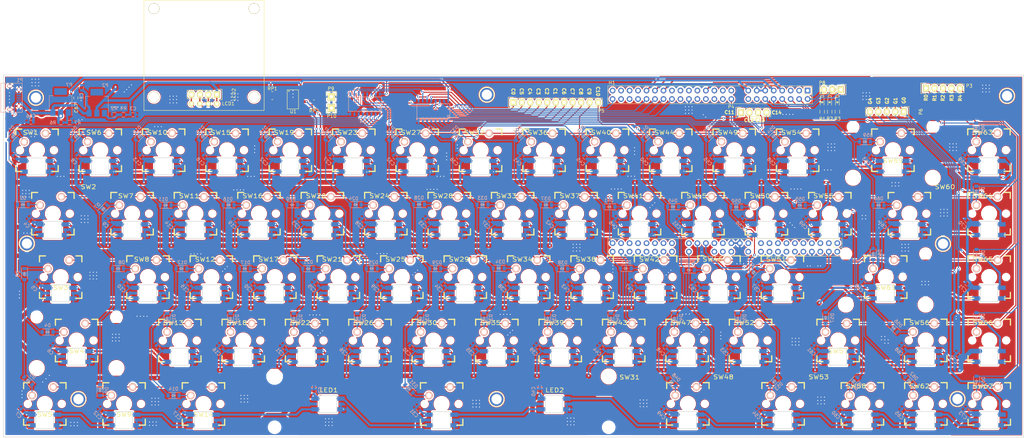
<source format=kicad_pcb>
(kicad_pcb (version 4) (host pcbnew 4.0.7)
  (layers (0 F.Cu signal) (31 B.Cu signal) (34 B.Paste user) (35 F.Paste user) (36 B.SilkS user) (37 F.SilkS user) (38 B.Mask user) (39 F.Mask user) (44 Edge.Cuts user))
  (net 0 "")
  (net 1 GND)
  (net 2 "Net-(D70-Pad2)")
  (net 3 "Net-(D71-Pad2)")
  (net 4 "Net-(D72-Pad2)")
  (net 5 "Net-(P1-Pad4)")
  (net 6 "Net-(P2-Pad1)")
  (net 7 "Net-(SW1-Pad6)")
  (net 8 +5V)
  (net 9 "Net-(SW1-Pad4)")
  (net 10 "Net-(SW2-Pad6)")
  (net 11 "Net-(SW2-Pad4)")
  (net 12 "Net-(SW3-Pad6)")
  (net 13 "Net-(SW3-Pad4)")
  (net 14 "Net-(SW13-Pad4)")
  (net 15 "Net-(SW4-Pad4)")
  (net 16 "Net-(SW5-Pad6)")
  (net 17 "Net-(SW5-Pad4)")
  (net 18 "Net-(SW10-Pad4)")
  (net 19 "Net-(SW11-Pad4)")
  (net 20 "Net-(SW12-Pad4)")
  (net 21 "Net-(SW10-Pad6)")
  (net 22 "Net-(SW11-Pad6)")
  (net 23 "Net-(SW12-Pad6)")
  (net 24 "Net-(SW13-Pad6)")
  (net 25 "Net-(LED1-Pad2)")
  (net 26 "Net-(SW14-Pad4)")
  (net 27 "Net-(SW15-Pad6)")
  (net 28 "Net-(SW16-Pad6)")
  (net 29 "Net-(SW17-Pad6)")
  (net 30 "Net-(SW18-Pad6)")
  (net 31 "Net-(SW19-Pad6)")
  (net 32 "Net-(SW20-Pad6)")
  (net 33 "Net-(SW21-Pad6)")
  (net 34 "Net-(SW22-Pad6)")
  (net 35 "Net-(SW23-Pad6)")
  (net 36 "Net-(SW24-Pad6)")
  (net 37 "Net-(SW25-Pad6)")
  (net 38 "Net-(SW26-Pad6)")
  (net 39 "Net-(SW27-Pad6)")
  (net 40 "Net-(SW28-Pad6)")
  (net 41 "Net-(SW29-Pad6)")
  (net 42 "Net-(SW30-Pad6)")
  (net 43 "Net-(LED2-Pad2)")
  (net 44 "Net-(LED1-Pad4)")
  (net 45 "Net-(SW32-Pad6)")
  (net 46 "Net-(SW33-Pad6)")
  (net 47 "Net-(SW34-Pad6)")
  (net 48 "Net-(SW35-Pad6)")
  (net 49 "Net-(SW36-Pad6)")
  (net 50 "Net-(SW37-Pad6)")
  (net 51 "Net-(SW38-Pad6)")
  (net 52 "Net-(SW39-Pad6)")
  (net 53 "Net-(SW40-Pad6)")
  (net 54 "Net-(SW41-Pad6)")
  (net 55 "Net-(SW42-Pad6)")
  (net 56 "Net-(SW43-Pad6)")
  (net 57 "Net-(SW44-Pad6)")
  (net 58 "Net-(SW45-Pad6)")
  (net 59 "Net-(SW46-Pad6)")
  (net 60 "Net-(SW47-Pad6)")
  (net 61 "Net-(SW48-Pad6)")
  (net 62 "Net-(LED2-Pad4)")
  (net 63 "Net-(SW49-Pad6)")
  (net 64 "Net-(SW50-Pad6)")
  (net 65 "Net-(SW51-Pad6)")
  (net 66 "Net-(SW52-Pad6)")
  (net 67 "Net-(SW53-Pad6)")
  (net 68 "Net-(SW54-Pad6)")
  (net 69 "Net-(SW55-Pad6)")
  (net 70 "Net-(SW58-Pad6)")
  (net 71 "Net-(C2-Pad1)")
  (net 72 "Net-(P1-Pad2)")
  (net 73 "Net-(P1-Pad3)")
  (net 74 "Net-(H1-Pad1)")
  (net 75 "Net-(H1-Pad3)")
  (net 76 "Net-(H1-Pad5)")
  (net 77 "Net-(H1-Pad19)")
  (net 78 "Net-(H1-Pad21)")
  (net 79 "Net-(H1-Pad25)")
  (net 80 "Net-(H1-Pad27)")
  (net 81 "Net-(H1-Pad29)")
  (net 82 "Net-(H1-Pad39)")
  (net 83 "Net-(H1-Pad41)")
  (net 84 "Net-(H1-Pad47)")
  (net 85 "Net-(H1-Pad97)")
  (net 86 "Net-(H1-Pad72)")
  (net 87 "Net-(H1-Pad74)")
  (net 88 "Net-(H1-Pad75)")
  (net 89 "Net-(H1-Pad76)")
  (net 90 "Net-(H1-Pad59)")
  (net 91 "Net-(H1-Pad57)")
  (net 92 "Net-(H1-Pad62)")
  (net 93 "Net-(H1-Pad52)")
  (net 94 "Net-(H1-Pad63)")
  (net 95 "Net-(H1-Pad64)")
  (net 96 "Net-(H1-Pad65)")
  (net 97 "Net-(H1-Pad66)")
  (net 98 "Net-(H1-Pad67)")
  (net 99 "Net-(H1-Pad92)")
  (net 100 "Net-(H1-Pad86)")
  (net 101 "Net-(H1-Pad94)")
  (net 102 "Net-(H1-Pad96)")
  (net 103 "Net-(H1-Pad93)")
  (net 104 "Net-(H1-Pad91)")
  (net 105 "Net-(H1-Pad89)")
  (net 106 "Net-(H1-Pad87)")
  (net 107 "Net-(H1-Pad48)")
  (net 108 "Net-(H1-Pad53)")
  (net 109 "Net-(H1-Pad51)")
  (net 110 "Net-(H1-Pad49)")
  (net 111 "Net-(P7-Pad1)")
  (net 112 +3V3)
  (net 113 SCL)
  (net 114 SDA)
  (net 115 "Net-(RP1-Pad7)")
  (net 116 "Net-(RP1-Pad8)")
  (net 117 "Net-(RP1-Pad6)")
  (net 118 "Net-(RP1-Pad5)")
  (net 119 "Net-(RP2-Pad6)")
  (net 120 "Net-(RP2-Pad5)")
  (net 121 "Net-(SW56-Pad6)")
  (net 122 "Net-(SW56-Pad4)")
  (net 123 "Net-(SW59-Pad6)")
  (net 124 "Net-(SW60-Pad6)")
  (net 125 "Net-(SW61-Pad6)")
  (net 126 "Net-(SW62-Pad6)")
  (net 127 "Net-(H1-Pad81)")
  (net 128 "Net-(H1-Pad95)")
  (net 129 /MicroSheet/SD_DO)
  (net 130 /MicroSheet/SD_CLK)
  (net 131 /MicroSheet/SD_CMD)
  (net 132 "Net-(H1-Pad85)")
  (net 133 "Net-(H1-Pad90)")
  (net 134 "Net-(H1-Pad73)")
  (net 135 "Net-(H1-Pad61)")
  (net 136 "Net-(H1-Pad68)")
  (net 137 "Net-(H1-Pad60)")
  (net 138 "Net-(H1-Pad14)")
  (net 139 "Net-(H1-Pad16)")
  (net 140 "Net-(H1-Pad20)")
  (net 141 "Net-(H1-Pad22)")
  (net 142 "Net-(H1-Pad24)")
  (net 143 "Net-(H1-Pad26)")
  (net 144 "Net-(H1-Pad30)")
  (net 145 "Net-(H1-Pad43)")
  (net 146 "Net-(H1-Pad45)")
  (net 147 "Net-(U3-Pad9)")
  (net 148 /MicroSheet/SRCLR)
  (net 149 /MicroSheet/SRCLK)
  (net 150 /MicroSheet/RCLK)
  (net 151 /MicroSheet/OUTEN)
  (net 152 /MicroSheet/SER_IN)
  (net 153 "Net-(U4-Pad7)")
  (net 154 "Net-(H1-Pad88)")
  (net 155 /COL0)
  (net 156 /COL1)
  (net 157 /COL2)
  (net 158 /COL3)
  (net 159 /COL4)
  (net 160 /COL5)
  (net 161 /COL6)
  (net 162 /COL7)
  (net 163 /COL8)
  (net 164 /COL9)
  (net 165 /COL10)
  (net 166 /COL11)
  (net 167 /COL12)
  (net 168 /COL13)
  (net 169 /COL14)
  (net 170 /LED2)
  (net 171 /LED1)
  (net 172 /LED0)
  (net 173 "Net-(H1-Pad17)")
  (net 174 /ROW0)
  (net 175 /RGB3)
  (net 176 "Net-(H1-Pad31)")
  (net 177 /RGB2)
  (net 178 /RGB1)
  (net 179 /RGB0)
  (net 180 /RGB4)
  (net 181 /ROW4)
  (net 182 /ROW2)
  (net 183 /ROW1)
  (net 184 /ROW3)
  (net 185 "Net-(H1-Pad58)")
  (net 186 "Net-(H1-Pad56)")
  (net 187 "Net-(H1-Pad55)")
  (net 188 "Net-(D1-Pad1)")
  (net 189 "Net-(D2-Pad1)")
  (net 190 "Net-(D3-Pad1)")
  (net 191 "Net-(D4-Pad1)")
  (net 192 "Net-(D5-Pad1)")
  (net 193 "Net-(D6-Pad1)")
  (net 194 "Net-(D7-Pad1)")
  (net 195 "Net-(D8-Pad1)")
  (net 196 "Net-(D9-Pad1)")
  (net 197 "Net-(D10-Pad1)")
  (net 198 "Net-(D11-Pad1)")
  (net 199 "Net-(D12-Pad1)")
  (net 200 "Net-(D13-Pad1)")
  (net 201 "Net-(D14-Pad1)")
  (net 202 "Net-(D15-Pad1)")
  (net 203 "Net-(D16-Pad1)")
  (net 204 "Net-(D17-Pad1)")
  (net 205 "Net-(D18-Pad1)")
  (net 206 "Net-(D19-Pad1)")
  (net 207 "Net-(D20-Pad1)")
  (net 208 "Net-(D21-Pad1)")
  (net 209 "Net-(D22-Pad1)")
  (net 210 "Net-(D23-Pad1)")
  (net 211 "Net-(D24-Pad1)")
  (net 212 "Net-(D25-Pad1)")
  (net 213 "Net-(D26-Pad1)")
  (net 214 "Net-(D27-Pad1)")
  (net 215 "Net-(D28-Pad1)")
  (net 216 "Net-(D29-Pad1)")
  (net 217 "Net-(D30-Pad1)")
  (net 218 "Net-(D31-Pad1)")
  (net 219 "Net-(D32-Pad1)")
  (net 220 "Net-(D33-Pad1)")
  (net 221 "Net-(D34-Pad1)")
  (net 222 "Net-(D35-Pad1)")
  (net 223 "Net-(D36-Pad1)")
  (net 224 "Net-(D37-Pad1)")
  (net 225 "Net-(D38-Pad1)")
  (net 226 "Net-(D39-Pad1)")
  (net 227 "Net-(D40-Pad1)")
  (net 228 "Net-(D41-Pad1)")
  (net 229 "Net-(D42-Pad1)")
  (net 230 "Net-(D43-Pad1)")
  (net 231 "Net-(D44-Pad1)")
  (net 232 "Net-(D45-Pad1)")
  (net 233 "Net-(D46-Pad1)")
  (net 234 "Net-(D47-Pad1)")
  (net 235 "Net-(D48-Pad1)")
  (net 236 "Net-(D49-Pad1)")
  (net 237 "Net-(D50-Pad1)")
  (net 238 "Net-(D51-Pad1)")
  (net 239 "Net-(D52-Pad1)")
  (net 240 "Net-(D53-Pad1)")
  (net 241 "Net-(D54-Pad1)")
  (net 242 "Net-(D55-Pad1)")
  (net 243 "Net-(D56-Pad1)")
  (net 244 "Net-(D57-Pad1)")
  (net 245 "Net-(D58-Pad1)")
  (net 246 "Net-(D59-Pad1)")
  (net 247 "Net-(D60-Pad1)")
  (net 248 "Net-(D61-Pad1)")
  (net 249 "Net-(D62-Pad1)")
  (net 250 "Net-(D63-Pad1)")
  (net 251 "Net-(D64-Pad1)")
  (net 252 "Net-(D65-Pad1)")
  (net 253 "Net-(D66-Pad1)")
  (net 254 "Net-(D67-Pad1)")
  (net 255 "Net-(H1-Pad40)")
  (net 256 "Net-(H1-Pad42)")
  (net 257 "Net-(H1-Pad44)")
  (net 258 "Net-(U3-Pad14)")
  (module keyboard:SOP16 (layer B.Cu) (at 110.41 -111.66 180)
    (fp_text reference U4 (at 0 -5.207 180) (layer B.SilkS) (effects (justify mirror)))
    (fp_text value SN74HC595)
    (pad 1 smd rect (at -5.08 -3 180) (size 0.5 1) (layers B.Cu B.Paste B.Mask) (net 160 /COL5))
    (pad 2 smd rect (at -3.81 -3 180) (size 0.5 1) (layers B.Cu B.Paste B.Mask) (net 159 /COL4))
    (pad 3 smd rect (at -2.54 -3 180) (size 0.5 1) (layers B.Cu B.Paste B.Mask) (net 158 /COL3))
    (pad 4 smd rect (at -1.27 -3 180) (size 0.5 1) (layers B.Cu B.Paste B.Mask) (net 157 /COL2))
    (pad 5 smd rect (at 0 -3 180) (size 0.5 1) (layers B.Cu B.Paste B.Mask) (net 156 /COL1))
    (pad 6 smd rect (at 1.27 -3 180) (size 0.5 1) (layers B.Cu B.Paste B.Mask) (net 155 /COL0))
    (pad 7 smd rect (at 2.54 -3 180) (size 0.5 1) (layers B.Cu B.Paste B.Mask) (net 153 "Net-(U4-Pad7)"))
    (pad 8 smd rect (at 3.81 -3 180) (size 0.5 1) (layers B.Cu B.Paste B.Mask) (net 1 GND))
    (pad 9 smd rect (at 3.81 3 180) (size 0.5 1) (layers B.Cu B.Paste B.Mask) (net 258 "Net-(U3-Pad14)"))
    (pad 10 smd rect (at 2.54 3 180) (size 0.5 1) (layers B.Cu B.Paste B.Mask) (net 148 /MicroSheet/SRCLR))
    (pad 11 smd rect (at 1.27 3 180) (size 0.5 1) (layers B.Cu B.Paste B.Mask) (net 149 /MicroSheet/SRCLK))
    (pad 12 smd rect (at 0 3 180) (size 0.5 1) (layers B.Cu B.Paste B.Mask) (net 150 /MicroSheet/RCLK))
    (pad 13 smd rect (at -1.27 3 180) (size 0.5 1) (layers B.Cu B.Paste B.Mask) (net 151 /MicroSheet/OUTEN))
    (pad 14 smd rect (at -2.54 3 180) (size 0.5 1) (layers B.Cu B.Paste B.Mask) (net 152 /MicroSheet/SER_IN))
    (pad 15 smd rect (at -3.81 3 180) (size 0.5 1) (layers B.Cu B.Paste B.Mask) (net 161 /COL6))
    (pad 16 smd rect (at -5.08 3 180) (size 0.5 1) (layers B.Cu B.Paste B.Mask) (net 112 +3V3))
  )
  (module keyboard:Stitching-Via-0.6mm (layer F.Cu) (at 246.67 -63.21 45)
    (fp_text reference REF**411 hide)
    (fp_text value Stitching-Via-0.6mm hide)
    (pad 1 thru_hole circle (at 0 0 45) (size 0.6 0.6) (drill 0.3) (layers *.Cu) (net 1 GND))
  )
  (module keyboard:Stitching-Via-0.6mm (layer F.Cu) (at 247.49 -63.21 45)
    (fp_text reference REF**411 hide)
    (fp_text value Stitching-Via-0.6mm hide)
    (pad 1 thru_hole circle (at 0 0 45) (size 0.6 0.6) (drill 0.3) (layers *.Cu) (net 1 GND))
  )
  (module keyboard:Stitching-Via-0.6mm (layer F.Cu) (at 243.57 -63.21 45)
    (fp_text reference REF**411 hide)
    (fp_text value Stitching-Via-0.6mm hide)
    (pad 1 thru_hole circle (at 0 0 45) (size 0.6 0.6) (drill 0.3) (layers *.Cu) (net 1 GND))
  )
  (module keyboard:Stitching-Via-0.6mm (layer F.Cu) (at 244.39 -63.21 45)
    (fp_text reference REF**411 hide)
    (fp_text value Stitching-Via-0.6mm hide)
    (pad 1 thru_hole circle (at 0 0 45) (size 0.6 0.6) (drill 0.3) (layers *.Cu) (net 1 GND))
  )
  (module keyboard:Stitching-Via-0.6mm (layer F.Cu) (at 213.075494 -107.784295 315)
    (fp_text reference REF**411 hide)
    (fp_text value Stitching-Via-0.6mm hide)
    (pad 1 thru_hole circle (at 0 0 315) (size 0.6 0.6) (drill 0.3) (layers *.Cu) (net 1 GND))
  )
  (module keyboard:Stitching-Via-0.6mm (layer F.Cu) (at 212.368388 -108.491402 315)
    (fp_text reference REF**421 hide)
    (fp_text value Stitching-Via-0.6mm hide)
    (pad 1 thru_hole circle (at 0 0 315) (size 0.6 0.6) (drill 0.3) (layers *.Cu) (net 1 GND))
  )
  (module keyboard:Stitching-Via-0.6mm (layer F.Cu) (at 211.901963 -66.391154 90)
    (fp_text reference REF**431 hide)
    (fp_text value Stitching-Via-0.6mm hide)
    (pad 1 thru_hole circle (at 0 0 90) (size 0.6 0.6) (drill 0.3) (layers *.Cu) (net 1 GND))
  )
  (module keyboard:Stitching-Via-0.6mm (layer F.Cu) (at 211.901963 -67.391154 90)
    (fp_text reference REF**421 hide)
    (fp_text value Stitching-Via-0.6mm hide)
    (pad 1 thru_hole circle (at 0 0 90) (size 0.6 0.6) (drill 0.3) (layers *.Cu) (net 1 GND))
  )
  (module keyboard:Stitching-Via-0.6mm (layer F.Cu) (at 222.431154 -63.858037)
    (fp_text reference REF**431 hide)
    (fp_text value Stitching-Via-0.6mm hide)
    (pad 1 thru_hole circle (at 0 0) (size 0.6 0.6) (drill 0.3) (layers *.Cu) (net 1 GND))
  )
  (module keyboard:Stitching-Via-0.6mm (layer F.Cu) (at 223.431154 -63.858037)
    (fp_text reference REF**421 hide)
    (fp_text value Stitching-Via-0.6mm hide)
    (pad 1 thru_hole circle (at 0 0) (size 0.6 0.6) (drill 0.3) (layers *.Cu) (net 1 GND))
  )
  (module keyboard:Stitching-Via-0.6mm (layer F.Cu) (at 224.431154 -63.858037)
    (fp_text reference REF**411 hide)
    (fp_text value Stitching-Via-0.6mm hide)
    (pad 1 thru_hole circle (at 0 0) (size 0.6 0.6) (drill 0.3) (layers *.Cu) (net 1 GND))
  )
  (module keyboard:Stitching-Via-0.6mm (layer F.Cu) (at 217.585 -41.34)
    (fp_text reference REF**431 hide)
    (fp_text value Stitching-Via-0.6mm hide)
    (pad 1 thru_hole circle (at 0 0) (size 0.6 0.6) (drill 0.3) (layers *.Cu) (net 1 GND))
  )
  (module keyboard:Stitching-Via-0.6mm (layer F.Cu) (at 217.585 -42.34)
    (fp_text reference REF**432 hide)
    (fp_text value Stitching-Via-0.6mm hide)
    (pad 1 thru_hole circle (at 0 0) (size 0.6 0.6) (drill 0.3) (layers *.Cu) (net 1 GND))
  )
  (module keyboard:Stitching-Via-0.6mm (layer F.Cu) (at 217.585 -43.34)
    (fp_text reference REF**433 hide)
    (fp_text value Stitching-Via-0.6mm hide)
    (pad 1 thru_hole circle (at 0 0) (size 0.6 0.6) (drill 0.3) (layers *.Cu) (net 1 GND))
  )
  (module keyboard:Stitching-Via-0.6mm (layer F.Cu) (at 239.185 -108.58 180)
    (fp_text reference REF**11 hide)
    (fp_text value Stitching-Via-0.6mm hide)
    (pad 1 thru_hole circle (at 0 0 180) (size 0.6 0.6) (drill 0.3) (layers *.Cu) (net 1 GND))
  )
  (module keyboard:Stitching-Via-0.6mm (layer F.Cu) (at 238.185 -108.58 180)
    (fp_text reference REF**21 hide)
    (fp_text value Stitching-Via-0.6mm hide)
    (pad 1 thru_hole circle (at 0 0 180) (size 0.6 0.6) (drill 0.3) (layers *.Cu) (net 1 GND))
  )
  (module keyboard:Stitching-Via-0.6mm (layer F.Cu) (at 237.185 -108.58 180)
    (fp_text reference REF**31 hide)
    (fp_text value Stitching-Via-0.6mm hide)
    (pad 1 thru_hole circle (at 0 0 180) (size 0.6 0.6) (drill 0.3) (layers *.Cu) (net 1 GND))
  )
  (module keyboard:Stitching-Via-0.6mm (layer F.Cu) (at 236.185 -108.58 180)
    (fp_text reference REF**41 hide)
    (fp_text value Stitching-Via-0.6mm hide)
    (pad 1 thru_hole circle (at 0 0 180) (size 0.6 0.6) (drill 0.3) (layers *.Cu) (net 1 GND))
  )
  (module keyboard:Stitching-Via-0.6mm (layer F.Cu) (at 185.272218 -63.286033 270)
    (fp_text reference REF**431 hide)
    (fp_text value Stitching-Via-0.6mm hide)
    (pad 1 thru_hole circle (at 0 0 270) (size 0.6 0.6) (drill 0.3) (layers *.Cu) (net 1 GND))
  )
  (module keyboard:Stitching-Via-0.6mm (layer F.Cu) (at 185.272218 -62.286033 270)
    (fp_text reference REF**421 hide)
    (fp_text value Stitching-Via-0.6mm hide)
    (pad 1 thru_hole circle (at 0 0 270) (size 0.6 0.6) (drill 0.3) (layers *.Cu) (net 1 GND))
  )
  (module keyboard:Stitching-Via-0.6mm (layer F.Cu) (at 185.272218 -61.286033 270)
    (fp_text reference REF**411 hide)
    (fp_text value Stitching-Via-0.6mm hide)
    (pad 1 thru_hole circle (at 0 0 270) (size 0.6 0.6) (drill 0.3) (layers *.Cu) (net 1 GND))
  )
  (module keyboard:Stitching-Via-0.6mm (layer F.Cu) (at 126.739153 -61.935061 225)
    (fp_text reference REF**431 hide)
    (fp_text value Stitching-Via-0.6mm hide)
    (pad 1 thru_hole circle (at 0 0 225) (size 0.6 0.6) (drill 0.3) (layers *.Cu) (net 1 GND))
  )
  (module keyboard:Stitching-Via-0.6mm (layer F.Cu) (at 126.032046 -61.227954 225)
    (fp_text reference REF**421 hide)
    (fp_text value Stitching-Via-0.6mm hide)
    (pad 1 thru_hole circle (at 0 0 225) (size 0.6 0.6) (drill 0.3) (layers *.Cu) (net 1 GND))
  )
  (module keyboard:Stitching-Via-0.6mm (layer F.Cu) (at 125.324939 -60.520847 225)
    (fp_text reference REF**411 hide)
    (fp_text value Stitching-Via-0.6mm hide)
    (pad 1 thru_hole circle (at 0 0 225) (size 0.6 0.6) (drill 0.3) (layers *.Cu) (net 1 GND))
  )
  (module keyboard:Stitching-Via-0.6mm (layer F.Cu) (at 69.769153 -63.005061 225)
    (fp_text reference REF**431 hide)
    (fp_text value Stitching-Via-0.6mm hide)
    (pad 1 thru_hole circle (at 0 0 225) (size 0.6 0.6) (drill 0.3) (layers *.Cu) (net 1 GND))
  )
  (module keyboard:Stitching-Via-0.6mm (layer F.Cu) (at 69.062046 -62.297954 225)
    (fp_text reference REF**421 hide)
    (fp_text value Stitching-Via-0.6mm hide)
    (pad 1 thru_hole circle (at 0 0 225) (size 0.6 0.6) (drill 0.3) (layers *.Cu) (net 1 GND))
  )
  (module keyboard:Stitching-Via-0.6mm (layer F.Cu) (at 68.354939 -61.590847 225)
    (fp_text reference REF**411 hide)
    (fp_text value Stitching-Via-0.6mm hide)
    (pad 1 thru_hole circle (at 0 0 225) (size 0.6 0.6) (drill 0.3) (layers *.Cu) (net 1 GND))
  )
  (module keyboard:Stitching-Via-0.6mm (layer F.Cu) (at 96.924939 -42.360847 225)
    (fp_text reference REF**411 hide)
    (fp_text value Stitching-Via-0.6mm hide)
    (pad 1 thru_hole circle (at 0 0 225) (size 0.6 0.6) (drill 0.3) (layers *.Cu) (net 1 GND))
  )
  (module keyboard:Stitching-Via-0.6mm (layer F.Cu) (at 97.632046 -43.067954 225)
    (fp_text reference REF**421 hide)
    (fp_text value Stitching-Via-0.6mm hide)
    (pad 1 thru_hole circle (at 0 0 225) (size 0.6 0.6) (drill 0.3) (layers *.Cu) (net 1 GND))
  )
  (module keyboard:Stitching-Via-0.6mm (layer F.Cu) (at 98.339153 -43.775061 225)
    (fp_text reference REF**431 hide)
    (fp_text value Stitching-Via-0.6mm hide)
    (pad 1 thru_hole circle (at 0 0 225) (size 0.6 0.6) (drill 0.3) (layers *.Cu) (net 1 GND))
  )
  (module keyboard:Stitching-Via-0.6mm (layer F.Cu) (at 153.794939 -42.510847 225)
    (fp_text reference REF**411 hide)
    (fp_text value Stitching-Via-0.6mm hide)
    (pad 1 thru_hole circle (at 0 0 225) (size 0.6 0.6) (drill 0.3) (layers *.Cu) (net 1 GND))
  )
  (module keyboard:Stitching-Via-0.6mm (layer F.Cu) (at 154.502046 -43.217954 225)
    (fp_text reference REF**421 hide)
    (fp_text value Stitching-Via-0.6mm hide)
    (pad 1 thru_hole circle (at 0 0 225) (size 0.6 0.6) (drill 0.3) (layers *.Cu) (net 1 GND))
  )
  (module keyboard:Stitching-Via-0.6mm (layer F.Cu) (at 155.209153 -43.925061 225)
    (fp_text reference REF**431 hide)
    (fp_text value Stitching-Via-0.6mm hide)
    (pad 1 thru_hole circle (at 0 0 225) (size 0.6 0.6) (drill 0.3) (layers *.Cu) (net 1 GND))
  )
  (module keyboard:Stitching-Via-0.6mm (layer F.Cu) (at 211.104939 -42.660847 225)
    (fp_text reference REF**411 hide)
    (fp_text value Stitching-Via-0.6mm hide)
    (pad 1 thru_hole circle (at 0 0 225) (size 0.6 0.6) (drill 0.3) (layers *.Cu) (net 1 GND))
  )
  (module keyboard:Stitching-Via-0.6mm (layer F.Cu) (at 211.812046 -43.367954 225)
    (fp_text reference REF**421 hide)
    (fp_text value Stitching-Via-0.6mm hide)
    (pad 1 thru_hole circle (at 0 0 225) (size 0.6 0.6) (drill 0.3) (layers *.Cu) (net 1 GND))
  )
  (module keyboard:Stitching-Via-0.6mm (layer F.Cu) (at 212.519153 -44.075061 225)
    (fp_text reference REF**431 hide)
    (fp_text value Stitching-Via-0.6mm hide)
    (pad 1 thru_hole circle (at 0 0 225) (size 0.6 0.6) (drill 0.3) (layers *.Cu) (net 1 GND))
  )
  (module keyboard:Stitching-Via-0.6mm (layer F.Cu) (at 201.224939 -60.510847 225)
    (fp_text reference REF**411 hide)
    (fp_text value Stitching-Via-0.6mm hide)
    (pad 1 thru_hole circle (at 0 0 225) (size 0.6 0.6) (drill 0.3) (layers *.Cu) (net 1 GND))
  )
  (module keyboard:Stitching-Via-0.6mm (layer F.Cu) (at 201.932046 -61.217954 225)
    (fp_text reference REF**421 hide)
    (fp_text value Stitching-Via-0.6mm hide)
    (pad 1 thru_hole circle (at 0 0 225) (size 0.6 0.6) (drill 0.3) (layers *.Cu) (net 1 GND))
  )
  (module keyboard:Stitching-Via-0.6mm (layer F.Cu) (at 202.639153 -61.925061 225)
    (fp_text reference REF**431 hide)
    (fp_text value Stitching-Via-0.6mm hide)
    (pad 1 thru_hole circle (at 0 0 225) (size 0.6 0.6) (drill 0.3) (layers *.Cu) (net 1 GND))
  )
  (module keyboard:Stitching-Via-0.6mm (layer F.Cu) (at 191.785 -98.61 270)
    (fp_text reference REF**433 hide)
    (fp_text value Stitching-Via-0.6mm hide)
    (pad 1 thru_hole circle (at 0 0 270) (size 0.6 0.6) (drill 0.3) (layers *.Cu) (net 1 GND))
  )
  (module keyboard:Stitching-Via-0.6mm (layer F.Cu) (at 191.785 -97.61 270)
    (fp_text reference REF**423 hide)
    (fp_text value Stitching-Via-0.6mm hide)
    (pad 1 thru_hole circle (at 0 0 270) (size 0.6 0.6) (drill 0.3) (layers *.Cu) (net 1 GND))
  )
  (module keyboard:Stitching-Via-0.6mm (layer F.Cu) (at 191.785 -96.61 270)
    (fp_text reference REF**413 hide)
    (fp_text value Stitching-Via-0.6mm hide)
    (pad 1 thru_hole circle (at 0 0 270) (size 0.6 0.6) (drill 0.3) (layers *.Cu) (net 1 GND))
  )
  (module keyboard:Stitching-Via-0.6mm (layer F.Cu) (at 77.965 -99.17 270)
    (fp_text reference REF**433 hide)
    (fp_text value Stitching-Via-0.6mm hide)
    (pad 1 thru_hole circle (at 0 0 270) (size 0.6 0.6) (drill 0.3) (layers *.Cu) (net 1 GND))
  )
  (module keyboard:Stitching-Via-0.6mm (layer F.Cu) (at 77.965 -98.17 270)
    (fp_text reference REF**423 hide)
    (fp_text value Stitching-Via-0.6mm hide)
    (pad 1 thru_hole circle (at 0 0 270) (size 0.6 0.6) (drill 0.3) (layers *.Cu) (net 1 GND))
  )
  (module keyboard:Stitching-Via-0.6mm (layer F.Cu) (at 77.965 -97.17 270)
    (fp_text reference REF**413 hide)
    (fp_text value Stitching-Via-0.6mm hide)
    (pad 1 thru_hole circle (at 0 0 270) (size 0.6 0.6) (drill 0.3) (layers *.Cu) (net 1 GND))
  )
  (module keyboard:Stitching-Via-0.6mm (layer F.Cu) (at 251.71 -97.74 180)
    (fp_text reference REF**433 hide)
    (fp_text value Stitching-Via-0.6mm hide)
    (pad 1 thru_hole circle (at 0 0 180) (size 0.6 0.6) (drill 0.3) (layers *.Cu) (net 1 GND))
  )
  (module keyboard:Stitching-Via-0.6mm (layer F.Cu) (at 250.71 -97.74 180)
    (fp_text reference REF**423 hide)
    (fp_text value Stitching-Via-0.6mm hide)
    (pad 1 thru_hole circle (at 0 0 180) (size 0.6 0.6) (drill 0.3) (layers *.Cu) (net 1 GND))
  )
  (module keyboard:Stitching-Via-0.6mm (layer F.Cu) (at 250.71 -98.74 180)
    (fp_text reference REF**422 hide)
    (fp_text value Stitching-Via-0.6mm hide)
    (pad 1 thru_hole circle (at 0 0 180) (size 0.6 0.6) (drill 0.3) (layers *.Cu) (net 1 GND))
  )
  (module keyboard:Stitching-Via-0.6mm (layer F.Cu) (at 249.71 -99.74 180)
    (fp_text reference REF**411 hide)
    (fp_text value Stitching-Via-0.6mm hide)
    (pad 1 thru_hole circle (at 0 0 180) (size 0.6 0.6) (drill 0.3) (layers *.Cu) (net 1 GND))
  )
  (module keyboard:Stitching-Via-0.6mm (layer F.Cu) (at 249.71 -98.74 180)
    (fp_text reference REF**412 hide)
    (fp_text value Stitching-Via-0.6mm hide)
    (pad 1 thru_hole circle (at 0 0 180) (size 0.6 0.6) (drill 0.3) (layers *.Cu) (net 1 GND))
  )
  (module keyboard:Stitching-Via-0.6mm (layer F.Cu) (at 249.71 -97.74 180)
    (fp_text reference REF**413 hide)
    (fp_text value Stitching-Via-0.6mm hide)
    (pad 1 thru_hole circle (at 0 0 180) (size 0.6 0.6) (drill 0.3) (layers *.Cu) (net 1 GND))
  )
  (module keyboard:Stitching-Via-0.6mm (layer F.Cu) (at 251.71 -98.74 180)
    (fp_text reference REF**432 hide)
    (fp_text value Stitching-Via-0.6mm hide)
    (pad 1 thru_hole circle (at 0 0 180) (size 0.6 0.6) (drill 0.3) (layers *.Cu) (net 1 GND))
  )
  (module keyboard:Stitching-Via-0.6mm (layer F.Cu) (at 251.71 -99.74 180)
    (fp_text reference REF**431 hide)
    (fp_text value Stitching-Via-0.6mm hide)
    (pad 1 thru_hole circle (at 0 0 180) (size 0.6 0.6) (drill 0.3) (layers *.Cu) (net 1 GND))
  )
  (module keyboard:Stitching-Via-0.6mm (layer F.Cu) (at 250.71 -99.74 180)
    (fp_text reference REF**421 hide)
    (fp_text value Stitching-Via-0.6mm hide)
    (pad 1 thru_hole circle (at 0 0 180) (size 0.6 0.6) (drill 0.3) (layers *.Cu) (net 1 GND))
  )
  (module keyboard:Stitching-Via-0.6mm (layer F.Cu) (at 262.17 -113.06 180)
    (fp_text reference REF**433 hide)
    (fp_text value Stitching-Via-0.6mm hide)
    (pad 1 thru_hole circle (at 0 0 180) (size 0.6 0.6) (drill 0.3) (layers *.Cu) (net 1 GND))
  )
  (module keyboard:Stitching-Via-0.6mm (layer F.Cu) (at 261.17 -113.06 180)
    (fp_text reference REF**423 hide)
    (fp_text value Stitching-Via-0.6mm hide)
    (pad 1 thru_hole circle (at 0 0 180) (size 0.6 0.6) (drill 0.3) (layers *.Cu) (net 1 GND))
  )
  (module keyboard:Stitching-Via-0.6mm (layer F.Cu) (at 261.17 -114.06 180)
    (fp_text reference REF**422 hide)
    (fp_text value Stitching-Via-0.6mm hide)
    (pad 1 thru_hole circle (at 0 0 180) (size 0.6 0.6) (drill 0.3) (layers *.Cu) (net 1 GND))
  )
  (module keyboard:Stitching-Via-0.6mm (layer F.Cu) (at 260.17 -115.06 180)
    (fp_text reference REF**411 hide)
    (fp_text value Stitching-Via-0.6mm hide)
    (pad 1 thru_hole circle (at 0 0 180) (size 0.6 0.6) (drill 0.3) (layers *.Cu) (net 1 GND))
  )
  (module keyboard:Stitching-Via-0.6mm (layer F.Cu) (at 260.17 -114.06 180)
    (fp_text reference REF**412 hide)
    (fp_text value Stitching-Via-0.6mm hide)
    (pad 1 thru_hole circle (at 0 0 180) (size 0.6 0.6) (drill 0.3) (layers *.Cu) (net 1 GND))
  )
  (module keyboard:Stitching-Via-0.6mm (layer F.Cu) (at 260.17 -113.06 180)
    (fp_text reference REF**413 hide)
    (fp_text value Stitching-Via-0.6mm hide)
    (pad 1 thru_hole circle (at 0 0 180) (size 0.6 0.6) (drill 0.3) (layers *.Cu) (net 1 GND))
  )
  (module keyboard:Stitching-Via-0.6mm (layer F.Cu) (at 262.17 -114.06 180)
    (fp_text reference REF**432 hide)
    (fp_text value Stitching-Via-0.6mm hide)
    (pad 1 thru_hole circle (at 0 0 180) (size 0.6 0.6) (drill 0.3) (layers *.Cu) (net 1 GND))
  )
  (module keyboard:Stitching-Via-0.6mm (layer F.Cu) (at 262.17 -115.06 180)
    (fp_text reference REF**431 hide)
    (fp_text value Stitching-Via-0.6mm hide)
    (pad 1 thru_hole circle (at 0 0 180) (size 0.6 0.6) (drill 0.3) (layers *.Cu) (net 1 GND))
  )
  (module keyboard:Stitching-Via-0.6mm (layer F.Cu) (at 261.17 -115.06 180)
    (fp_text reference REF**421 hide)
    (fp_text value Stitching-Via-0.6mm hide)
    (pad 1 thru_hole circle (at 0 0 180) (size 0.6 0.6) (drill 0.3) (layers *.Cu) (net 1 GND))
  )
  (module keyboard:Stitching-Via-0.6mm (layer F.Cu) (at 207 -110.89 180)
    (fp_text reference REF**411 hide)
    (fp_text value Stitching-Via-0.6mm hide)
    (pad 1 thru_hole circle (at 0 0 180) (size 0.6 0.6) (drill 0.3) (layers *.Cu) (net 1 GND))
  )
  (module keyboard:Stitching-Via-0.6mm (layer F.Cu) (at 208 -110.89 180)
    (fp_text reference REF**421 hide)
    (fp_text value Stitching-Via-0.6mm hide)
    (pad 1 thru_hole circle (at 0 0 180) (size 0.6 0.6) (drill 0.3) (layers *.Cu) (net 1 GND))
  )
  (module keyboard:Stitching-Via-0.6mm (layer F.Cu) (at 209 -110.89 180)
    (fp_text reference REF**431 hide)
    (fp_text value Stitching-Via-0.6mm hide)
    (pad 1 thru_hole circle (at 0 0 180) (size 0.6 0.6) (drill 0.3) (layers *.Cu) (net 1 GND))
  )
  (module keyboard:Stitching-Via-0.6mm (layer F.Cu) (at 209 -109.89 180)
    (fp_text reference REF**432 hide)
    (fp_text value Stitching-Via-0.6mm hide)
    (pad 1 thru_hole circle (at 0 0 180) (size 0.6 0.6) (drill 0.3) (layers *.Cu) (net 1 GND))
  )
  (module keyboard:Stitching-Via-0.6mm (layer F.Cu) (at 208 -109.89 180)
    (fp_text reference REF**422 hide)
    (fp_text value Stitching-Via-0.6mm hide)
    (pad 1 thru_hole circle (at 0 0 180) (size 0.6 0.6) (drill 0.3) (layers *.Cu) (net 1 GND))
  )
  (module keyboard:Stitching-Via-0.6mm (layer F.Cu) (at 207 -109.89 180)
    (fp_text reference REF**412 hide)
    (fp_text value Stitching-Via-0.6mm hide)
    (pad 1 thru_hole circle (at 0 0 180) (size 0.6 0.6) (drill 0.3) (layers *.Cu) (net 1 GND))
  )
  (module keyboard:Stitching-Via-0.6mm (layer F.Cu) (at 207 -108.89 180)
    (fp_text reference REF**413 hide)
    (fp_text value Stitching-Via-0.6mm hide)
    (pad 1 thru_hole circle (at 0 0 180) (size 0.6 0.6) (drill 0.3) (layers *.Cu) (net 1 GND))
  )
  (module keyboard:Stitching-Via-0.6mm (layer F.Cu) (at 208 -108.89 180)
    (fp_text reference REF**423 hide)
    (fp_text value Stitching-Via-0.6mm hide)
    (pad 1 thru_hole circle (at 0 0 180) (size 0.6 0.6) (drill 0.3) (layers *.Cu) (net 1 GND))
  )
  (module keyboard:Stitching-Via-0.6mm (layer F.Cu) (at 209 -108.89 180)
    (fp_text reference REF**433 hide)
    (fp_text value Stitching-Via-0.6mm hide)
    (pad 1 thru_hole circle (at 0 0 180) (size 0.6 0.6) (drill 0.3) (layers *.Cu) (net 1 GND))
  )
  (module keyboard:Stitching-Via-0.6mm (layer F.Cu) (at 35.37 -42.73 180)
    (fp_text reference REF**411 hide)
    (fp_text value Stitching-Via-0.6mm hide)
    (pad 1 thru_hole circle (at 0 0 180) (size 0.6 0.6) (drill 0.3) (layers *.Cu) (net 1 GND))
  )
  (module keyboard:Stitching-Via-0.6mm (layer F.Cu) (at 36.37 -42.73 180)
    (fp_text reference REF**421 hide)
    (fp_text value Stitching-Via-0.6mm hide)
    (pad 1 thru_hole circle (at 0 0 180) (size 0.6 0.6) (drill 0.3) (layers *.Cu) (net 1 GND))
  )
  (module keyboard:Stitching-Via-0.6mm (layer F.Cu) (at 37.37 -42.73 180)
    (fp_text reference REF**431 hide)
    (fp_text value Stitching-Via-0.6mm hide)
    (pad 1 thru_hole circle (at 0 0 180) (size 0.6 0.6) (drill 0.3) (layers *.Cu) (net 1 GND))
  )
  (module keyboard:Stitching-Via-0.6mm (layer F.Cu) (at 37.37 -41.73 180)
    (fp_text reference REF**432 hide)
    (fp_text value Stitching-Via-0.6mm hide)
    (pad 1 thru_hole circle (at 0 0 180) (size 0.6 0.6) (drill 0.3) (layers *.Cu) (net 1 GND))
  )
  (module keyboard:Stitching-Via-0.6mm (layer F.Cu) (at 36.37 -41.73 180)
    (fp_text reference REF**422 hide)
    (fp_text value Stitching-Via-0.6mm hide)
    (pad 1 thru_hole circle (at 0 0 180) (size 0.6 0.6) (drill 0.3) (layers *.Cu) (net 1 GND))
  )
  (module keyboard:Stitching-Via-0.6mm (layer F.Cu) (at 35.37 -41.73 180)
    (fp_text reference REF**412 hide)
    (fp_text value Stitching-Via-0.6mm hide)
    (pad 1 thru_hole circle (at 0 0 180) (size 0.6 0.6) (drill 0.3) (layers *.Cu) (net 1 GND))
  )
  (module keyboard:Stitching-Via-0.6mm (layer F.Cu) (at 35.37 -40.73 180)
    (fp_text reference REF**413 hide)
    (fp_text value Stitching-Via-0.6mm hide)
    (pad 1 thru_hole circle (at 0 0 180) (size 0.6 0.6) (drill 0.3) (layers *.Cu) (net 1 GND))
  )
  (module keyboard:Stitching-Via-0.6mm (layer F.Cu) (at 36.37 -40.73 180)
    (fp_text reference REF**423 hide)
    (fp_text value Stitching-Via-0.6mm hide)
    (pad 1 thru_hole circle (at 0 0 180) (size 0.6 0.6) (drill 0.3) (layers *.Cu) (net 1 GND))
  )
  (module keyboard:Stitching-Via-0.6mm (layer F.Cu) (at 37.37 -40.73 180)
    (fp_text reference REF**433 hide)
    (fp_text value Stitching-Via-0.6mm hide)
    (pad 1 thru_hole circle (at 0 0 180) (size 0.6 0.6) (drill 0.3) (layers *.Cu) (net 1 GND))
  )
  (module keyboard:Stitching-Via-0.6mm (layer F.Cu) (at 48.49 -16.435 180)
    (fp_text reference REF**431 hide)
    (fp_text value Stitching-Via-0.6mm hide)
    (pad 1 thru_hole circle (at 0 0 180) (size 0.6 0.6) (drill 0.3) (layers *.Cu) (net 1 GND))
  )
  (module keyboard:Stitching-Via-0.6mm (layer F.Cu) (at 48.49 -15.435 180)
    (fp_text reference REF**432 hide)
    (fp_text value Stitching-Via-0.6mm hide)
    (pad 1 thru_hole circle (at 0 0 180) (size 0.6 0.6) (drill 0.3) (layers *.Cu) (net 1 GND))
  )
  (module keyboard:Stitching-Via-0.6mm (layer F.Cu) (at 47.49 -15.435 180)
    (fp_text reference REF**422 hide)
    (fp_text value Stitching-Via-0.6mm hide)
    (pad 1 thru_hole circle (at 0 0 180) (size 0.6 0.6) (drill 0.3) (layers *.Cu) (net 1 GND))
  )
  (module keyboard:Stitching-Via-0.6mm (layer F.Cu) (at 47.49 -16.435 180)
    (fp_text reference REF**421 hide)
    (fp_text value Stitching-Via-0.6mm hide)
    (pad 1 thru_hole circle (at 0 0 180) (size 0.6 0.6) (drill 0.3) (layers *.Cu) (net 1 GND))
  )
  (module keyboard:Stitching-Via-0.6mm (layer F.Cu) (at 46.49 -16.435 180)
    (fp_text reference REF**411 hide)
    (fp_text value Stitching-Via-0.6mm hide)
    (pad 1 thru_hole circle (at 0 0 180) (size 0.6 0.6) (drill 0.3) (layers *.Cu) (net 1 GND))
  )
  (module keyboard:Stitching-Via-0.6mm (layer F.Cu) (at 46.49 -15.435 180)
    (fp_text reference REF**412 hide)
    (fp_text value Stitching-Via-0.6mm hide)
    (pad 1 thru_hole circle (at 0 0 180) (size 0.6 0.6) (drill 0.3) (layers *.Cu) (net 1 GND))
  )
  (module keyboard:Stitching-Via-0.6mm (layer F.Cu) (at 138.666 -98.428)
    (fp_text reference REF**432 hide)
    (fp_text value Stitching-Via-0.6mm hide)
    (pad 1 thru_hole circle (at 0 0) (size 0.6 0.6) (drill 0.3) (layers *.Cu) (net 1 GND))
  )
  (module keyboard:Stitching-Via-0.6mm (layer F.Cu) (at 138.666 -99.428)
    (fp_text reference REF**433 hide)
    (fp_text value Stitching-Via-0.6mm hide)
    (pad 1 thru_hole circle (at 0 0) (size 0.6 0.6) (drill 0.3) (layers *.Cu) (net 1 GND))
  )
  (module keyboard:Stitching-Via-0.6mm (layer F.Cu) (at 135.476 -96.998)
    (fp_text reference REF**433 hide)
    (fp_text value Stitching-Via-0.6mm hide)
    (pad 1 thru_hole circle (at 0 0) (size 0.6 0.6) (drill 0.3) (layers *.Cu) (net 1 GND))
  )
  (module keyboard:Stitching-Via-0.6mm (layer F.Cu) (at 135.476 -95.998)
    (fp_text reference REF**432 hide)
    (fp_text value Stitching-Via-0.6mm hide)
    (pad 1 thru_hole circle (at 0 0) (size 0.6 0.6) (drill 0.3) (layers *.Cu) (net 1 GND))
  )
  (module keyboard:Stitching-Via-0.6mm (layer F.Cu) (at 135.476 -94.998)
    (fp_text reference REF**431 hide)
    (fp_text value Stitching-Via-0.6mm hide)
    (pad 1 thru_hole circle (at 0 0) (size 0.6 0.6) (drill 0.3) (layers *.Cu) (net 1 GND))
  )
  (module keyboard:Stitching-Via-0.6mm (layer F.Cu) (at 25.995 -112.72 90)
    (fp_text reference REF**11 hide)
    (fp_text value Stitching-Via-0.6mm hide)
    (pad 1 thru_hole circle (at 0 0 90) (size 0.6 0.6) (drill 0.3) (layers *.Cu) (net 1 GND))
  )
  (module keyboard:Stitching-Via-0.6mm (layer F.Cu) (at 25.995 -113.72 90)
    (fp_text reference REF**21 hide)
    (fp_text value Stitching-Via-0.6mm hide)
    (pad 1 thru_hole circle (at 0 0 90) (size 0.6 0.6) (drill 0.3) (layers *.Cu) (net 1 GND))
  )
  (module keyboard:Stitching-Via-0.6mm (layer F.Cu) (at 10.59 -107.38 180)
    (fp_text reference REF**411 hide)
    (fp_text value Stitching-Via-0.6mm hide)
    (pad 1 thru_hole circle (at 0 0 180) (size 0.6 0.6) (drill 0.3) (layers *.Cu) (net 1 GND))
  )
  (module keyboard:Stitching-Via-0.6mm (layer F.Cu) (at 9.04 -105.87 180)
    (fp_text reference REF**411 hide)
    (fp_text value Stitching-Via-0.6mm hide)
    (pad 1 thru_hole circle (at 0 0 180) (size 0.6 0.6) (drill 0.3) (layers *.Cu) (net 1 GND))
  )
  (module keyboard:Stitching-Via-0.6mm (layer F.Cu) (at 267.73 -40.06 180)
    (fp_text reference REF**433 hide)
    (fp_text value Stitching-Via-0.6mm hide)
    (pad 1 thru_hole circle (at 0 0 180) (size 0.6 0.6) (drill 0.3) (layers *.Cu) (net 1 GND))
  )
  (module keyboard:Stitching-Via-0.6mm (layer F.Cu) (at 266.73 -40.06 180)
    (fp_text reference REF**423 hide)
    (fp_text value Stitching-Via-0.6mm hide)
    (pad 1 thru_hole circle (at 0 0 180) (size 0.6 0.6) (drill 0.3) (layers *.Cu) (net 1 GND))
  )
  (module keyboard:Stitching-Via-0.6mm (layer F.Cu) (at 266.73 -41.06 180)
    (fp_text reference REF**422 hide)
    (fp_text value Stitching-Via-0.6mm hide)
    (pad 1 thru_hole circle (at 0 0 180) (size 0.6 0.6) (drill 0.3) (layers *.Cu) (net 1 GND))
  )
  (module keyboard:Stitching-Via-0.6mm (layer F.Cu) (at 265.73 -41.06 180)
    (fp_text reference REF**412 hide)
    (fp_text value Stitching-Via-0.6mm hide)
    (pad 1 thru_hole circle (at 0 0 180) (size 0.6 0.6) (drill 0.3) (layers *.Cu) (net 1 GND))
  )
  (module keyboard:Stitching-Via-0.6mm (layer F.Cu) (at 265.73 -42.06 180)
    (fp_text reference REF**411 hide)
    (fp_text value Stitching-Via-0.6mm hide)
    (pad 1 thru_hole circle (at 0 0 180) (size 0.6 0.6) (drill 0.3) (layers *.Cu) (net 1 GND))
  )
  (module keyboard:Stitching-Via-0.6mm (layer F.Cu) (at 266.73 -42.06 180)
    (fp_text reference REF**421 hide)
    (fp_text value Stitching-Via-0.6mm hide)
    (pad 1 thru_hole circle (at 0 0 180) (size 0.6 0.6) (drill 0.3) (layers *.Cu) (net 1 GND))
  )
  (module keyboard:Stitching-Via-0.6mm (layer F.Cu) (at 267.73 -41.06 180)
    (fp_text reference REF**432 hide)
    (fp_text value Stitching-Via-0.6mm hide)
    (pad 1 thru_hole circle (at 0 0 180) (size 0.6 0.6) (drill 0.3) (layers *.Cu) (net 1 GND))
  )
  (module Capacitors_SMD:C_0603 (layer B.Cu) (at 181.89 -38.79 315)
    (fp_text reference C44 (at 0 1.9 315) (layer B.SilkS) (effects (justify mirror)))
    (fp_text value C_Small hide)
    (pad 1 smd rect (at -0.75 0 315) (size 0.8 0.75) (layers B.Cu B.Paste B.Mask) (net 1 GND))
    (pad 2 smd rect (at 0.75 0 315) (size 0.8 0.75) (layers B.Cu B.Paste B.Mask) (net 112 +3V3))
  )
  (module Capacitors_SMD:C_0603 (layer B.Cu) (at 124.89 -38.79 315)
    (fp_text reference C30 (at 0 1.9 315) (layer B.SilkS) (effects (justify mirror)))
    (fp_text value C_Small hide)
    (pad 1 smd rect (at -0.75 0 315) (size 0.8 0.75) (layers B.Cu B.Paste B.Mask) (net 1 GND))
    (pad 2 smd rect (at 0.75 0 315) (size 0.8 0.75) (layers B.Cu B.Paste B.Mask) (net 112 +3V3))
  )
  (module keyboard:Stitching-Via-0.6mm (layer F.Cu) (at 41.036292 -117.435028 45)
    (fp_text reference REF**41 hide)
    (fp_text value Stitching-Via-0.6mm hide)
    (pad 1 thru_hole circle (at 0 0 45) (size 0.6 0.6) (drill 0.3) (layers *.Cu) (net 1 GND))
  )
  (module keyboard:Stitching-Via-0.6mm (layer F.Cu) (at 40.329185 -116.727922 45)
    (fp_text reference REF**31 hide)
    (fp_text value Stitching-Via-0.6mm hide)
    (pad 1 thru_hole circle (at 0 0 45) (size 0.6 0.6) (drill 0.3) (layers *.Cu) (net 1 GND))
  )
  (module keyboard:Stitching-Via-0.6mm (layer F.Cu) (at 39.622078 -116.020815 45)
    (fp_text reference REF**21 hide)
    (fp_text value Stitching-Via-0.6mm hide)
    (pad 1 thru_hole circle (at 0 0 45) (size 0.6 0.6) (drill 0.3) (layers *.Cu) (net 1 GND))
  )
  (module keyboard:Stitching-Via-0.6mm (layer F.Cu) (at 38.914972 -115.313708 45)
    (fp_text reference REF**11 hide)
    (fp_text value Stitching-Via-0.6mm hide)
    (pad 1 thru_hole circle (at 0 0 45) (size 0.6 0.6) (drill 0.3) (layers *.Cu) (net 1 GND))
  )
  (module Diodes_SMD:SOD-123 (layer B.Cu) (at 5.59 -101.99 225)
    (fp_text reference D1 (at -1.378858 2.015254 225) (layer B.SilkS) (effects (justify mirror)))
    (fp_text value D_Small hide)
    (pad 1 smd rect (at -1.635 0 225) (size 0.91 1.22) (layers B.Cu B.Paste B.Mask) (net 188 "Net-(D1-Pad1)"))
    (pad 2 smd rect (at 1.635 0 225) (size 0.91 1.22) (layers B.Cu B.Paste B.Mask) (net 155 /COL0))
  )
  (module keyboard:Stitching-Via-0.6mm (layer F.Cu) (at 89.45 -113.73)
    (fp_text reference REF**431 hide)
    (fp_text value Stitching-Via-0.6mm hide)
    (pad 1 thru_hole circle (at 0 0) (size 0.6 0.6) (drill 0.3) (layers *.Cu) (net 1 GND))
  )
  (module keyboard:Stitching-Via-0.6mm (layer F.Cu) (at 89.45 -114.73)
    (fp_text reference REF**432 hide)
    (fp_text value Stitching-Via-0.6mm hide)
    (pad 1 thru_hole circle (at 0 0) (size 0.6 0.6) (drill 0.3) (layers *.Cu) (net 1 GND))
  )
  (module keyboard:Stitching-Via-0.6mm (layer F.Cu) (at 89.45 -115.73)
    (fp_text reference REF**433 hide)
    (fp_text value Stitching-Via-0.6mm hide)
    (pad 1 thru_hole circle (at 0 0) (size 0.6 0.6) (drill 0.3) (layers *.Cu) (net 1 GND))
  )
  (module Connect:1pin (layer F.Cu) (at 147.515 -114.49)
    (fp_text reference REF** hide)
    (fp_text value 1pin hide)
    (pad 1 thru_hole circle (at 0 0) (size 4.064 4.064) (drill 3.048) (layers *.Cu *.Mask))
  )
  (module keyboard:1.3_inch_LCD (layer F.Cu) (at 62.81 -111.78 180)
    (fp_text reference LCD1 (at -7.255 0.035 180) (layer F.SilkS))
    (fp_text value 1.3_inch_LCD)
    (pad 1 thru_hole circle (at -3.81 0 180) (size 1.524 1.524) (drill 0.762) (layers *.Cu *.Mask F.SilkS) (net 8 +5V))
    (pad 2 thru_hole circle (at -1.27 0 180) (size 1.524 1.524) (drill 0.762) (layers *.Cu *.Mask F.SilkS) (net 1 GND))
    (pad 3 thru_hole circle (at 1.27 0 180) (size 1.524 1.524) (drill 0.762) (layers *.Cu *.Mask F.SilkS) (net 113 SCL))
    (pad 4 thru_hole circle (at 3.81 0 180) (size 1.524 1.524) (drill 0.762) (layers *.Cu *.Mask F.SilkS) (net 114 SDA))
    (pad "" thru_hole circle (at 15 2 180) (size 3.2 3.2) (drill 3) (layers *.Cu *.Mask F.SilkS))
    (pad "" thru_hole circle (at -15 2 180) (size 3.2 3.2) (drill 3) (layers *.Cu *.Mask F.SilkS))
    (pad "" thru_hole circle (at 15 28.5 180) (size 3.2 3.2) (drill 3) (layers *.Cu *.Mask F.SilkS))
    (pad "" thru_hole circle (at -15 28.5 180) (size 3.2 3.2) (drill 3) (layers *.Cu *.Mask F.SilkS))
  )
  (module keyboard:Stitching-Via-0.6mm (layer F.Cu) (at 243.91 -73.61 315)
    (fp_text reference REF**411 hide)
    (fp_text value Stitching-Via-0.6mm hide)
    (pad 1 thru_hole circle (at 0 0 315) (size 0.6 0.6) (drill 0.3) (layers *.Cu) (net 1 GND))
  )
  (module keyboard:Stitching-Via-0.6mm (layer F.Cu) (at 243.91 -74.43 315)
    (fp_text reference REF**411 hide)
    (fp_text value Stitching-Via-0.6mm hide)
    (pad 1 thru_hole circle (at 0 0 315) (size 0.6 0.6) (drill 0.3) (layers *.Cu) (net 1 GND))
  )
  (module Pin_Headers:Pin_Header_Straight_1x03 (layer F.Cu) (at 253.55 -116.02 270)
    (fp_text reference P8 (at -2.01 5.6 360) (layer F.SilkS))
    (fp_text value CONN_01X03 hide)
    (pad 1 thru_hole rect (at 0 0 270) (size 2.032 1.7272) (drill 1.016) (layers *.Cu *.Mask F.SilkS) (net 131 /MicroSheet/SD_CMD))
    (pad 2 thru_hole oval (at 0 2.54 270) (size 2.032 1.7272) (drill 1.016) (layers *.Cu *.Mask F.SilkS) (net 130 /MicroSheet/SD_CLK))
    (pad 3 thru_hole oval (at 0 5.08 270) (size 2.032 1.7272) (drill 1.016) (layers *.Cu *.Mask F.SilkS) (net 129 /MicroSheet/SD_DO))
  )
  (module keyboard:Stitching-Via-0.6mm (layer F.Cu) (at 185.65 -74.43 180)
    (fp_text reference REF**21 hide)
    (fp_text value Stitching-Via-0.6mm hide)
    (pad 1 thru_hole circle (at 0 0 180) (size 0.6 0.6) (drill 0.3) (layers *.Cu) (net 1 GND))
  )
  (module keyboard:Stitching-Via-0.6mm (layer F.Cu) (at 185.64 -75.2 180)
    (fp_text reference REF**21 hide)
    (fp_text value Stitching-Via-0.6mm hide)
    (pad 1 thru_hole circle (at 0 0 180) (size 0.6 0.6) (drill 0.3) (layers *.Cu) (net 1 GND))
  )
  (module keyboard:Stitching-Via-0.6mm (layer F.Cu) (at 93.365 -91.465 180)
    (fp_text reference REF**41 hide)
    (fp_text value Stitching-Via-0.6mm hide)
    (pad 1 thru_hole circle (at 0 0 180) (size 0.6 0.6) (drill 0.3) (layers *.Cu) (net 1 GND))
  )
  (module keyboard:Stitching-Via-0.6mm (layer F.Cu) (at 290.315 -77.39 180)
    (fp_text reference REF**41 hide)
    (fp_text value Stitching-Via-0.6mm hide)
    (pad 1 thru_hole circle (at 0 0 180) (size 0.6 0.6) (drill 0.3) (layers *.Cu) (net 1 GND))
  )
  (module keyboard:Stitching-Via-0.6mm (layer F.Cu) (at 302.615 -15.465 180)
    (fp_text reference REF**41 hide)
    (fp_text value Stitching-Via-0.6mm hide)
    (pad 1 thru_hole circle (at 0 0 180) (size 0.6 0.6) (drill 0.3) (layers *.Cu) (net 1 GND))
  )
  (module keyboard:Stitching-Via-0.6mm (layer F.Cu) (at 302.515 -90.94 180)
    (fp_text reference REF**41 hide)
    (fp_text value Stitching-Via-0.6mm hide)
    (pad 1 thru_hole circle (at 0 0 180) (size 0.6 0.6) (drill 0.3) (layers *.Cu) (net 1 GND))
  )
  (module keyboard:Stitching-Via-0.6mm (layer F.Cu) (at 302.54 -92.115 180)
    (fp_text reference REF**41 hide)
    (fp_text value Stitching-Via-0.6mm hide)
    (pad 1 thru_hole circle (at 0 0 180) (size 0.6 0.6) (drill 0.3) (layers *.Cu) (net 1 GND))
  )
  (module keyboard:Stitching-Via-0.6mm (layer F.Cu) (at 290.465 -58.44 180)
    (fp_text reference REF**41 hide)
    (fp_text value Stitching-Via-0.6mm hide)
    (pad 1 thru_hole circle (at 0 0 180) (size 0.6 0.6) (drill 0.3) (layers *.Cu) (net 1 GND))
  )
  (module keyboard:Stitching-Via-0.6mm (layer F.Cu) (at 302.715 -72.015 180)
    (fp_text reference REF**41 hide)
    (fp_text value Stitching-Via-0.6mm hide)
    (pad 1 thru_hole circle (at 0 0 180) (size 0.6 0.6) (drill 0.3) (layers *.Cu) (net 1 GND))
  )
  (module keyboard:Stitching-Via-0.6mm (layer F.Cu) (at 302.715 -72.99 180)
    (fp_text reference REF**41 hide)
    (fp_text value Stitching-Via-0.6mm hide)
    (pad 1 thru_hole circle (at 0 0 180) (size 0.6 0.6) (drill 0.3) (layers *.Cu) (net 1 GND))
  )
  (module keyboard:Stitching-Via-0.6mm (layer F.Cu) (at 302.665 -33.94 180)
    (fp_text reference REF**41 hide)
    (fp_text value Stitching-Via-0.6mm hide)
    (pad 1 thru_hole circle (at 0 0 180) (size 0.6 0.6) (drill 0.3) (layers *.Cu) (net 1 GND))
  )
  (module keyboard:Stitching-Via-0.6mm (layer F.Cu) (at 302.64 -35.04 180)
    (fp_text reference REF**41 hide)
    (fp_text value Stitching-Via-0.6mm hide)
    (pad 1 thru_hole circle (at 0 0 180) (size 0.6 0.6) (drill 0.3) (layers *.Cu) (net 1 GND))
  )
  (module keyboard:Stitching-Via-0.6mm (layer F.Cu) (at 302.665 -53.015 180)
    (fp_text reference REF**41 hide)
    (fp_text value Stitching-Via-0.6mm hide)
    (pad 1 thru_hole circle (at 0 0 180) (size 0.6 0.6) (drill 0.3) (layers *.Cu) (net 1 GND))
  )
  (module keyboard:Stitching-Via-0.6mm (layer F.Cu) (at 302.665 -54.04 180)
    (fp_text reference REF**41 hide)
    (fp_text value Stitching-Via-0.6mm hide)
    (pad 1 thru_hole circle (at 0 0 180) (size 0.6 0.6) (drill 0.3) (layers *.Cu) (net 1 GND))
  )
  (module keyboard:Stitching-Via-0.6mm (layer F.Cu) (at 271.565 -53.515 180)
    (fp_text reference REF**41 hide)
    (fp_text value Stitching-Via-0.6mm hide)
    (pad 1 thru_hole circle (at 0 0 180) (size 0.6 0.6) (drill 0.3) (layers *.Cu) (net 1 GND))
  )
  (module keyboard:Stitching-Via-0.6mm (layer F.Cu) (at 126.64 -53.44 180)
    (fp_text reference REF**41 hide)
    (fp_text value Stitching-Via-0.6mm hide)
    (pad 1 thru_hole circle (at 0 0 180) (size 0.6 0.6) (drill 0.3) (layers *.Cu) (net 1 GND))
  )
  (module keyboard:Stitching-Via-0.6mm (layer F.Cu) (at 107.615 -53.465 180)
    (fp_text reference REF**41 hide)
    (fp_text value Stitching-Via-0.6mm hide)
    (pad 1 thru_hole circle (at 0 0 180) (size 0.6 0.6) (drill 0.3) (layers *.Cu) (net 1 GND))
  )
  (module keyboard:Stitching-Via-0.6mm (layer F.Cu) (at 88.59 -53.515 180)
    (fp_text reference REF**41 hide)
    (fp_text value Stitching-Via-0.6mm hide)
    (pad 1 thru_hole circle (at 0 0 180) (size 0.6 0.6) (drill 0.3) (layers *.Cu) (net 1 GND))
  )
  (module keyboard:Stitching-Via-0.6mm (layer F.Cu) (at 69.64 -53.49 180)
    (fp_text reference REF**41 hide)
    (fp_text value Stitching-Via-0.6mm hide)
    (pad 1 thru_hole circle (at 0 0 180) (size 0.6 0.6) (drill 0.3) (layers *.Cu) (net 1 GND))
  )
  (module keyboard:Stitching-Via-0.6mm (layer F.Cu) (at 19.69 -15.44 180)
    (fp_text reference REF**41 hide)
    (fp_text value Stitching-Via-0.6mm hide)
    (pad 1 thru_hole circle (at 0 0 180) (size 0.6 0.6) (drill 0.3) (layers *.Cu) (net 1 GND))
  )
  (module keyboard:Stitching-Via-0.6mm (layer F.Cu) (at 43.44 -15.415 180)
    (fp_text reference REF**41 hide)
    (fp_text value Stitching-Via-0.6mm hide)
    (pad 1 thru_hole circle (at 0 0 180) (size 0.6 0.6) (drill 0.3) (layers *.Cu) (net 1 GND))
  )
  (module keyboard:Stitching-Via-0.6mm (layer F.Cu) (at 67.215 -15.49 180)
    (fp_text reference REF**41 hide)
    (fp_text value Stitching-Via-0.6mm hide)
    (pad 1 thru_hole circle (at 0 0 180) (size 0.6 0.6) (drill 0.3) (layers *.Cu) (net 1 GND))
  )
  (module keyboard:Stitching-Via-0.6mm (layer F.Cu) (at 104.565 -20.315 180)
    (fp_text reference REF**41 hide)
    (fp_text value Stitching-Via-0.6mm hide)
    (pad 1 thru_hole circle (at 0 0 180) (size 0.6 0.6) (drill 0.3) (layers *.Cu) (net 1 GND))
  )
  (module keyboard:Stitching-Via-0.6mm (layer F.Cu) (at 138.59 -15.415 180)
    (fp_text reference REF**41 hide)
    (fp_text value Stitching-Via-0.6mm hide)
    (pad 1 thru_hole circle (at 0 0 180) (size 0.6 0.6) (drill 0.3) (layers *.Cu) (net 1 GND))
  )
  (module keyboard:Stitching-Via-0.6mm (layer F.Cu) (at 172.24 -20.265 180)
    (fp_text reference REF**41 hide)
    (fp_text value Stitching-Via-0.6mm hide)
    (pad 1 thru_hole circle (at 0 0 180) (size 0.6 0.6) (drill 0.3) (layers *.Cu) (net 1 GND))
  )
  (module keyboard:Stitching-Via-0.6mm (layer F.Cu) (at 212.44 -15.49 180)
    (fp_text reference REF**41 hide)
    (fp_text value Stitching-Via-0.6mm hide)
    (pad 1 thru_hole circle (at 0 0 180) (size 0.6 0.6) (drill 0.3) (layers *.Cu) (net 1 GND))
  )
  (module keyboard:Stitching-Via-0.6mm (layer F.Cu) (at 283.615 -15.515 180)
    (fp_text reference REF**41 hide)
    (fp_text value Stitching-Via-0.6mm hide)
    (pad 1 thru_hole circle (at 0 0 180) (size 0.6 0.6) (drill 0.3) (layers *.Cu) (net 1 GND))
  )
  (module keyboard:Stitching-Via-0.6mm (layer F.Cu) (at 240.865 -15.515 180)
    (fp_text reference REF**41 hide)
    (fp_text value Stitching-Via-0.6mm hide)
    (pad 1 thru_hole circle (at 0 0 180) (size 0.6 0.6) (drill 0.3) (layers *.Cu) (net 1 GND))
  )
  (module keyboard:Stitching-Via-0.6mm (layer F.Cu) (at 264.665 -15.54 180)
    (fp_text reference REF**41 hide)
    (fp_text value Stitching-Via-0.6mm hide)
    (pad 1 thru_hole circle (at 0 0 180) (size 0.6 0.6) (drill 0.3) (layers *.Cu) (net 1 GND))
  )
  (module keyboard:Stitching-Via-0.6mm (layer F.Cu) (at 283.54 -34.49 180)
    (fp_text reference REF**41 hide)
    (fp_text value Stitching-Via-0.6mm hide)
    (pad 1 thru_hole circle (at 0 0 180) (size 0.6 0.6) (drill 0.3) (layers *.Cu) (net 1 GND))
  )
  (module keyboard:Stitching-Via-0.6mm (layer F.Cu) (at 257.315 -34.415 180)
    (fp_text reference REF**41 hide)
    (fp_text value Stitching-Via-0.6mm hide)
    (pad 1 thru_hole circle (at 0 0 180) (size 0.6 0.6) (drill 0.3) (layers *.Cu) (net 1 GND))
  )
  (module keyboard:Stitching-Via-0.6mm (layer F.Cu) (at 240.64 -53.49 180)
    (fp_text reference REF**41 hide)
    (fp_text value Stitching-Via-0.6mm hide)
    (pad 1 thru_hole circle (at 0 0 180) (size 0.6 0.6) (drill 0.3) (layers *.Cu) (net 1 GND))
  )
  (module keyboard:Stitching-Via-0.6mm (layer F.Cu) (at 145.615 -53.49 180)
    (fp_text reference REF**41 hide)
    (fp_text value Stitching-Via-0.6mm hide)
    (pad 1 thru_hole circle (at 0 0 180) (size 0.6 0.6) (drill 0.3) (layers *.Cu) (net 1 GND))
  )
  (module keyboard:Stitching-Via-0.6mm (layer F.Cu) (at 164.54 -53.465 180)
    (fp_text reference REF**41 hide)
    (fp_text value Stitching-Via-0.6mm hide)
    (pad 1 thru_hole circle (at 0 0 180) (size 0.6 0.6) (drill 0.3) (layers *.Cu) (net 1 GND))
  )
  (module keyboard:Stitching-Via-0.6mm (layer F.Cu) (at 183.615 -53.465 180)
    (fp_text reference REF**41 hide)
    (fp_text value Stitching-Via-0.6mm hide)
    (pad 1 thru_hole circle (at 0 0 180) (size 0.6 0.6) (drill 0.3) (layers *.Cu) (net 1 GND))
  )
  (module keyboard:Stitching-Via-0.6mm (layer F.Cu) (at 221.615 -53.465 180)
    (fp_text reference REF**41 hide)
    (fp_text value Stitching-Via-0.6mm hide)
    (pad 1 thru_hole circle (at 0 0 180) (size 0.6 0.6) (drill 0.3) (layers *.Cu) (net 1 GND))
  )
  (module keyboard:Stitching-Via-0.6mm (layer F.Cu) (at 202.69 -53.465 180)
    (fp_text reference REF**41 hide)
    (fp_text value Stitching-Via-0.6mm hide)
    (pad 1 thru_hole circle (at 0 0 180) (size 0.6 0.6) (drill 0.3) (layers *.Cu) (net 1 GND))
  )
  (module keyboard:Stitching-Via-0.6mm (layer F.Cu) (at 230.79 -34.465 180)
    (fp_text reference REF**41 hide)
    (fp_text value Stitching-Via-0.6mm hide)
    (pad 1 thru_hole circle (at 0 0 180) (size 0.6 0.6) (drill 0.3) (layers *.Cu) (net 1 GND))
  )
  (module keyboard:Stitching-Via-0.6mm (layer F.Cu) (at 211.74 -34.54 180)
    (fp_text reference REF**41 hide)
    (fp_text value Stitching-Via-0.6mm hide)
    (pad 1 thru_hole circle (at 0 0 180) (size 0.6 0.6) (drill 0.3) (layers *.Cu) (net 1 GND))
  )
  (module keyboard:Stitching-Via-0.6mm (layer F.Cu) (at 192.815 -34.515 180)
    (fp_text reference REF**41 hide)
    (fp_text value Stitching-Via-0.6mm hide)
    (pad 1 thru_hole circle (at 0 0 180) (size 0.6 0.6) (drill 0.3) (layers *.Cu) (net 1 GND))
  )
  (module keyboard:Stitching-Via-0.6mm (layer F.Cu) (at 173.815 -34.515 180)
    (fp_text reference REF**41 hide)
    (fp_text value Stitching-Via-0.6mm hide)
    (pad 1 thru_hole circle (at 0 0 180) (size 0.6 0.6) (drill 0.3) (layers *.Cu) (net 1 GND))
  )
  (module keyboard:Stitching-Via-0.6mm (layer F.Cu) (at 154.815 -34.49 180)
    (fp_text reference REF**41 hide)
    (fp_text value Stitching-Via-0.6mm hide)
    (pad 1 thru_hole circle (at 0 0 180) (size 0.6 0.6) (drill 0.3) (layers *.Cu) (net 1 GND))
  )
  (module keyboard:Stitching-Via-0.6mm (layer F.Cu) (at 135.765 -34.465 180)
    (fp_text reference REF**41 hide)
    (fp_text value Stitching-Via-0.6mm hide)
    (pad 1 thru_hole circle (at 0 0 180) (size 0.6 0.6) (drill 0.3) (layers *.Cu) (net 1 GND))
  )
  (module keyboard:Stitching-Via-0.6mm (layer F.Cu) (at 116.765 -34.465 180)
    (fp_text reference REF**41 hide)
    (fp_text value Stitching-Via-0.6mm hide)
    (pad 1 thru_hole circle (at 0 0 180) (size 0.6 0.6) (drill 0.3) (layers *.Cu) (net 1 GND))
  )
  (module keyboard:Stitching-Via-0.6mm (layer F.Cu) (at 97.865 -34.44 180)
    (fp_text reference REF**41 hide)
    (fp_text value Stitching-Via-0.6mm hide)
    (pad 1 thru_hole circle (at 0 0 180) (size 0.6 0.6) (drill 0.3) (layers *.Cu) (net 1 GND))
  )
  (module keyboard:Stitching-Via-0.6mm (layer F.Cu) (at 78.915 -34.465 180)
    (fp_text reference REF**41 hide)
    (fp_text value Stitching-Via-0.6mm hide)
    (pad 1 thru_hole circle (at 0 0 180) (size 0.6 0.6) (drill 0.3) (layers *.Cu) (net 1 GND))
  )
  (module keyboard:Stitching-Via-0.6mm (layer F.Cu) (at 59.89 -34.465 180)
    (fp_text reference REF**41 hide)
    (fp_text value Stitching-Via-0.6mm hide)
    (pad 1 thru_hole circle (at 0 0 180) (size 0.6 0.6) (drill 0.3) (layers *.Cu) (net 1 GND))
  )
  (module keyboard:Stitching-Via-0.6mm (layer F.Cu) (at 29.09 -34.46 180)
    (fp_text reference REF**41 hide)
    (fp_text value Stitching-Via-0.6mm hide)
    (pad 1 thru_hole circle (at 0 0 180) (size 0.6 0.6) (drill 0.3) (layers *.Cu) (net 1 GND))
  )
  (module keyboard:Stitching-Via-0.6mm (layer F.Cu) (at 24.365 -53.49 180)
    (fp_text reference REF**41 hide)
    (fp_text value Stitching-Via-0.6mm hide)
    (pad 1 thru_hole circle (at 0 0 180) (size 0.6 0.6) (drill 0.3) (layers *.Cu) (net 1 GND))
  )
  (module keyboard:Stitching-Via-0.6mm (layer F.Cu) (at 50.265 -53.54 180)
    (fp_text reference REF**41 hide)
    (fp_text value Stitching-Via-0.6mm hide)
    (pad 1 thru_hole circle (at 0 0 180) (size 0.6 0.6) (drill 0.3) (layers *.Cu) (net 1 GND))
  )
  (module keyboard:Stitching-Via-0.6mm (layer F.Cu) (at 17.14 -91.39 180)
    (fp_text reference REF**11 hide)
    (fp_text value Stitching-Via-0.6mm hide)
    (pad 1 thru_hole circle (at 0 0 180) (size 0.6 0.6) (drill 0.3) (layers *.Cu) (net 1 GND))
  )
  (module keyboard:Stitching-Via-0.6mm (layer F.Cu) (at 21.79 -72.415 180)
    (fp_text reference REF**11 hide)
    (fp_text value Stitching-Via-0.6mm hide)
    (pad 1 thru_hole circle (at 0 0 180) (size 0.6 0.6) (drill 0.3) (layers *.Cu) (net 1 GND))
  )
  (module keyboard:Stitching-Via-0.6mm (layer F.Cu) (at 45.665 -72.465 180)
    (fp_text reference REF**11 hide)
    (fp_text value Stitching-Via-0.6mm hide)
    (pad 1 thru_hole circle (at 0 0 180) (size 0.6 0.6) (drill 0.3) (layers *.Cu) (net 1 GND))
  )
  (module keyboard:Stitching-Via-0.6mm (layer F.Cu) (at 64.465 -72.415 180)
    (fp_text reference REF**11 hide)
    (fp_text value Stitching-Via-0.6mm hide)
    (pad 1 thru_hole circle (at 0 0 180) (size 0.6 0.6) (drill 0.3) (layers *.Cu) (net 1 GND))
  )
  (module keyboard:Stitching-Via-0.6mm (layer F.Cu) (at 83.54 -72.415 180)
    (fp_text reference REF**11 hide)
    (fp_text value Stitching-Via-0.6mm hide)
    (pad 1 thru_hole circle (at 0 0 180) (size 0.6 0.6) (drill 0.3) (layers *.Cu) (net 1 GND))
  )
  (module keyboard:Stitching-Via-0.6mm (layer F.Cu) (at 102.465 -72.515 180)
    (fp_text reference REF**11 hide)
    (fp_text value Stitching-Via-0.6mm hide)
    (pad 1 thru_hole circle (at 0 0 180) (size 0.6 0.6) (drill 0.3) (layers *.Cu) (net 1 GND))
  )
  (module keyboard:Stitching-Via-0.6mm (layer F.Cu) (at 121.39 -72.415 180)
    (fp_text reference REF**11 hide)
    (fp_text value Stitching-Via-0.6mm hide)
    (pad 1 thru_hole circle (at 0 0 180) (size 0.6 0.6) (drill 0.3) (layers *.Cu) (net 1 GND))
  )
  (module keyboard:Stitching-Via-0.6mm (layer F.Cu) (at 140.415 -72.465 180)
    (fp_text reference REF**11 hide)
    (fp_text value Stitching-Via-0.6mm hide)
    (pad 1 thru_hole circle (at 0 0 180) (size 0.6 0.6) (drill 0.3) (layers *.Cu) (net 1 GND))
  )
  (module keyboard:Stitching-Via-0.6mm (layer F.Cu) (at 159.465 -72.465 180)
    (fp_text reference REF**11 hide)
    (fp_text value Stitching-Via-0.6mm hide)
    (pad 1 thru_hole circle (at 0 0 180) (size 0.6 0.6) (drill 0.3) (layers *.Cu) (net 1 GND))
  )
  (module keyboard:Stitching-Via-0.6mm (layer F.Cu) (at 216.49 -72.465 180)
    (fp_text reference REF**11 hide)
    (fp_text value Stitching-Via-0.6mm hide)
    (pad 1 thru_hole circle (at 0 0 180) (size 0.6 0.6) (drill 0.3) (layers *.Cu) (net 1 GND))
  )
  (module keyboard:Stitching-Via-0.6mm (layer F.Cu) (at 197.39 -72.365 180)
    (fp_text reference REF**11 hide)
    (fp_text value Stitching-Via-0.6mm hide)
    (pad 1 thru_hole circle (at 0 0 180) (size 0.6 0.6) (drill 0.3) (layers *.Cu) (net 1 GND))
  )
  (module keyboard:Stitching-Via-0.6mm (layer F.Cu) (at 178.54 -72.515 180)
    (fp_text reference REF**11 hide)
    (fp_text value Stitching-Via-0.6mm hide)
    (pad 1 thru_hole circle (at 0 0 180) (size 0.6 0.6) (drill 0.3) (layers *.Cu) (net 1 GND))
  )
  (module keyboard:Stitching-Via-0.6mm (layer F.Cu) (at 278.19 -72.515 180)
    (fp_text reference REF**11 hide)
    (fp_text value Stitching-Via-0.6mm hide)
    (pad 1 thru_hole circle (at 0 0 180) (size 0.6 0.6) (drill 0.3) (layers *.Cu) (net 1 GND))
  )
  (module keyboard:Stitching-Via-0.6mm (layer F.Cu) (at 273.34 -91.515 180)
    (fp_text reference REF**11 hide)
    (fp_text value Stitching-Via-0.6mm hide)
    (pad 1 thru_hole circle (at 0 0 180) (size 0.6 0.6) (drill 0.3) (layers *.Cu) (net 1 GND))
  )
  (module keyboard:Stitching-Via-0.6mm (layer F.Cu) (at 244.64 -91.465 180)
    (fp_text reference REF**11 hide)
    (fp_text value Stitching-Via-0.6mm hide)
    (pad 1 thru_hole circle (at 0 0 180) (size 0.6 0.6) (drill 0.3) (layers *.Cu) (net 1 GND))
  )
  (module keyboard:Stitching-Via-0.6mm (layer F.Cu) (at 225.69 -91.415 180)
    (fp_text reference REF**11 hide)
    (fp_text value Stitching-Via-0.6mm hide)
    (pad 1 thru_hole circle (at 0 0 180) (size 0.6 0.6) (drill 0.3) (layers *.Cu) (net 1 GND))
  )
  (module keyboard:Stitching-Via-0.6mm (layer F.Cu) (at 206.59 -91.54 180)
    (fp_text reference REF**11 hide)
    (fp_text value Stitching-Via-0.6mm hide)
    (pad 1 thru_hole circle (at 0 0 180) (size 0.6 0.6) (drill 0.3) (layers *.Cu) (net 1 GND))
  )
  (module keyboard:Stitching-Via-0.6mm (layer F.Cu) (at 187.69 -91.54 180)
    (fp_text reference REF**11 hide)
    (fp_text value Stitching-Via-0.6mm hide)
    (pad 1 thru_hole circle (at 0 0 180) (size 0.6 0.6) (drill 0.3) (layers *.Cu) (net 1 GND))
  )
  (module keyboard:Stitching-Via-0.6mm (layer F.Cu) (at 168.64 -91.515 180)
    (fp_text reference REF**11 hide)
    (fp_text value Stitching-Via-0.6mm hide)
    (pad 1 thru_hole circle (at 0 0 180) (size 0.6 0.6) (drill 0.3) (layers *.Cu) (net 1 GND))
  )
  (module keyboard:Stitching-Via-0.6mm (layer F.Cu) (at 149.515 -91.415 180)
    (fp_text reference REF**11 hide)
    (fp_text value Stitching-Via-0.6mm hide)
    (pad 1 thru_hole circle (at 0 0 180) (size 0.6 0.6) (drill 0.3) (layers *.Cu) (net 1 GND))
  )
  (module keyboard:Stitching-Via-0.6mm (layer F.Cu) (at 130.59 -91.415 180)
    (fp_text reference REF**11 hide)
    (fp_text value Stitching-Via-0.6mm hide)
    (pad 1 thru_hole circle (at 0 0 180) (size 0.6 0.6) (drill 0.3) (layers *.Cu) (net 1 GND))
  )
  (module keyboard:Stitching-Via-0.6mm (layer F.Cu) (at 111.565 -91.365 180)
    (fp_text reference REF**11 hide)
    (fp_text value Stitching-Via-0.6mm hide)
    (pad 1 thru_hole circle (at 0 0 180) (size 0.6 0.6) (drill 0.3) (layers *.Cu) (net 1 GND))
  )
  (module keyboard:Stitching-Via-0.6mm (layer F.Cu) (at 73.79 -91.415 180)
    (fp_text reference REF**11 hide)
    (fp_text value Stitching-Via-0.6mm hide)
    (pad 1 thru_hole circle (at 0 0 180) (size 0.6 0.6) (drill 0.3) (layers *.Cu) (net 1 GND))
  )
  (module keyboard:Stitching-Via-0.6mm (layer F.Cu) (at 54.715 -91.465 180)
    (fp_text reference REF**11 hide)
    (fp_text value Stitching-Via-0.6mm hide)
    (pad 1 thru_hole circle (at 0 0 180) (size 0.6 0.6) (drill 0.3) (layers *.Cu) (net 1 GND))
  )
  (module keyboard:Stitching-Via-0.6mm (layer F.Cu) (at 35.74 -91.465 180)
    (fp_text reference REF**11 hide)
    (fp_text value Stitching-Via-0.6mm hide)
    (pad 1 thru_hole circle (at 0 0 180) (size 0.6 0.6) (drill 0.3) (layers *.Cu) (net 1 GND))
  )
  (module keyboard:Stitching-Via-0.6mm (layer F.Cu) (at 30.38 -103.965 180)
    (fp_text reference REF**433 hide)
    (fp_text value Stitching-Via-0.6mm hide)
    (pad 1 thru_hole circle (at 0 0 180) (size 0.6 0.6) (drill 0.3) (layers *.Cu) (net 1 GND))
  )
  (module keyboard:Stitching-Via-0.6mm (layer F.Cu) (at 29.38 -103.965 180)
    (fp_text reference REF**423 hide)
    (fp_text value Stitching-Via-0.6mm hide)
    (pad 1 thru_hole circle (at 0 0 180) (size 0.6 0.6) (drill 0.3) (layers *.Cu) (net 1 GND))
  )
  (module keyboard:Stitching-Via-0.6mm (layer F.Cu) (at 28.38 -103.965 180)
    (fp_text reference REF**413 hide)
    (fp_text value Stitching-Via-0.6mm hide)
    (pad 1 thru_hole circle (at 0 0 180) (size 0.6 0.6) (drill 0.3) (layers *.Cu) (net 1 GND))
  )
  (module keyboard:Stitching-Via-0.6mm (layer F.Cu) (at 50.015 -104.915 180)
    (fp_text reference REF**433 hide)
    (fp_text value Stitching-Via-0.6mm hide)
    (pad 1 thru_hole circle (at 0 0 180) (size 0.6 0.6) (drill 0.3) (layers *.Cu) (net 1 GND))
  )
  (module keyboard:Stitching-Via-0.6mm (layer F.Cu) (at 49.015 -104.915 180)
    (fp_text reference REF**423 hide)
    (fp_text value Stitching-Via-0.6mm hide)
    (pad 1 thru_hole circle (at 0 0 180) (size 0.6 0.6) (drill 0.3) (layers *.Cu) (net 1 GND))
  )
  (module keyboard:Stitching-Via-0.6mm (layer F.Cu) (at 48.015 -104.915 180)
    (fp_text reference REF**413 hide)
    (fp_text value Stitching-Via-0.6mm hide)
    (pad 1 thru_hole circle (at 0 0 180) (size 0.6 0.6) (drill 0.3) (layers *.Cu) (net 1 GND))
  )
  (module keyboard:Stitching-Via-0.6mm (layer F.Cu) (at 288.115 -47.29 180)
    (fp_text reference REF**433 hide)
    (fp_text value Stitching-Via-0.6mm hide)
    (pad 1 thru_hole circle (at 0 0 180) (size 0.6 0.6) (drill 0.3) (layers *.Cu) (net 1 GND))
  )
  (module keyboard:Stitching-Via-0.6mm (layer F.Cu) (at 288.115 -48.09 180)
    (fp_text reference REF**433 hide)
    (fp_text value Stitching-Via-0.6mm hide)
    (pad 1 thru_hole circle (at 0 0 180) (size 0.6 0.6) (drill 0.3) (layers *.Cu) (net 1 GND))
  )
  (module keyboard:Stitching-Via-0.6mm (layer F.Cu) (at 235.79 -72.115 315)
    (fp_text reference REF**431 hide)
    (fp_text value Stitching-Via-0.6mm hide)
    (pad 1 thru_hole circle (at 0 0 315) (size 0.6 0.6) (drill 0.3) (layers *.Cu) (net 1 GND))
  )
  (module keyboard:Stitching-Via-0.6mm (layer F.Cu) (at 235.09 -72.89 315)
    (fp_text reference REF**431 hide)
    (fp_text value Stitching-Via-0.6mm hide)
    (pad 1 thru_hole circle (at 0 0 315) (size 0.6 0.6) (drill 0.3) (layers *.Cu) (net 1 GND))
  )
  (module keyboard:Stitching-Via-0.6mm (layer F.Cu) (at 197.799153 -82.105061 225)
    (fp_text reference REF**431 hide)
    (fp_text value Stitching-Via-0.6mm hide)
    (pad 1 thru_hole circle (at 0 0 225) (size 0.6 0.6) (drill 0.3) (layers *.Cu) (net 1 GND))
  )
  (module keyboard:Stitching-Via-0.6mm (layer F.Cu) (at 197.092046 -81.397954 225)
    (fp_text reference REF**421 hide)
    (fp_text value Stitching-Via-0.6mm hide)
    (pad 1 thru_hole circle (at 0 0 225) (size 0.6 0.6) (drill 0.3) (layers *.Cu) (net 1 GND))
  )
  (module keyboard:Stitching-Via-0.6mm (layer F.Cu) (at 196.384939 -80.690847 225)
    (fp_text reference REF**411 hide)
    (fp_text value Stitching-Via-0.6mm hide)
    (pad 1 thru_hole circle (at 0 0 225) (size 0.6 0.6) (drill 0.3) (layers *.Cu) (net 1 GND))
  )
  (module keyboard:Stitching-Via-0.6mm (layer F.Cu) (at 254.74 -72.09 180)
    (fp_text reference REF**413 hide)
    (fp_text value Stitching-Via-0.6mm hide)
    (pad 1 thru_hole circle (at 0 0 180) (size 0.6 0.6) (drill 0.3) (layers *.Cu) (net 1 GND))
  )
  (module keyboard:Stitching-Via-0.6mm (layer F.Cu) (at 253.915 -72.69 180)
    (fp_text reference REF**413 hide)
    (fp_text value Stitching-Via-0.6mm hide)
    (pad 1 thru_hole circle (at 0 0 180) (size 0.6 0.6) (drill 0.3) (layers *.Cu) (net 1 GND))
  )
  (module keyboard:Stitching-Via-0.6mm (layer F.Cu) (at 264.955 -74.6)
    (fp_text reference REF**431 hide)
    (fp_text value Stitching-Via-0.6mm hide)
    (pad 1 thru_hole circle (at 0 0) (size 0.6 0.6) (drill 0.3) (layers *.Cu) (net 1 GND))
  )
  (module keyboard:Stitching-Via-0.6mm (layer F.Cu) (at 264.955 -76.6)
    (fp_text reference REF**433 hide)
    (fp_text value Stitching-Via-0.6mm hide)
    (pad 1 thru_hole circle (at 0 0) (size 0.6 0.6) (drill 0.3) (layers *.Cu) (net 1 GND))
  )
  (module keyboard:Stitching-Via-0.6mm (layer F.Cu) (at 264.955 -75.6)
    (fp_text reference REF**432 hide)
    (fp_text value Stitching-Via-0.6mm hide)
    (pad 1 thru_hole circle (at 0 0) (size 0.6 0.6) (drill 0.3) (layers *.Cu) (net 1 GND))
  )
  (module keyboard:Stitching-Via-0.6mm (layer F.Cu) (at 248.625 -91.955 270)
    (fp_text reference REF**431 hide)
    (fp_text value Stitching-Via-0.6mm hide)
    (pad 1 thru_hole circle (at 0 0 270) (size 0.6 0.6) (drill 0.3) (layers *.Cu) (net 1 GND))
  )
  (module keyboard:Stitching-Via-0.6mm (layer F.Cu) (at 250.625 -91.955 270)
    (fp_text reference REF**433 hide)
    (fp_text value Stitching-Via-0.6mm hide)
    (pad 1 thru_hole circle (at 0 0 270) (size 0.6 0.6) (drill 0.3) (layers *.Cu) (net 1 GND))
  )
  (module keyboard:Stitching-Via-0.6mm (layer F.Cu) (at 249.625 -91.955 270)
    (fp_text reference REF**432 hide)
    (fp_text value Stitching-Via-0.6mm hide)
    (pad 1 thru_hole circle (at 0 0 270) (size 0.6 0.6) (drill 0.3) (layers *.Cu) (net 1 GND))
  )
  (module keyboard:Stitching-Via-0.6mm (layer F.Cu) (at 189.75 -90.06 270)
    (fp_text reference REF**431 hide)
    (fp_text value Stitching-Via-0.6mm hide)
    (pad 1 thru_hole circle (at 0 0 270) (size 0.6 0.6) (drill 0.3) (layers *.Cu) (net 1 GND))
  )
  (module keyboard:Stitching-Via-0.6mm (layer F.Cu) (at 191.75 -90.06 270)
    (fp_text reference REF**433 hide)
    (fp_text value Stitching-Via-0.6mm hide)
    (pad 1 thru_hole circle (at 0 0 270) (size 0.6 0.6) (drill 0.3) (layers *.Cu) (net 1 GND))
  )
  (module keyboard:Stitching-Via-0.6mm (layer F.Cu) (at 190.75 -90.06 270)
    (fp_text reference REF**432 hide)
    (fp_text value Stitching-Via-0.6mm hide)
    (pad 1 thru_hole circle (at 0 0 270) (size 0.6 0.6) (drill 0.3) (layers *.Cu) (net 1 GND))
  )
  (module keyboard:Stitching-Via-0.6mm (layer F.Cu) (at 132.64 -90.04 270)
    (fp_text reference REF**431 hide)
    (fp_text value Stitching-Via-0.6mm hide)
    (pad 1 thru_hole circle (at 0 0 270) (size 0.6 0.6) (drill 0.3) (layers *.Cu) (net 1 GND))
  )
  (module keyboard:Stitching-Via-0.6mm (layer F.Cu) (at 134.64 -90.04 270)
    (fp_text reference REF**433 hide)
    (fp_text value Stitching-Via-0.6mm hide)
    (pad 1 thru_hole circle (at 0 0 270) (size 0.6 0.6) (drill 0.3) (layers *.Cu) (net 1 GND))
  )
  (module keyboard:Stitching-Via-0.6mm (layer F.Cu) (at 133.64 -90.04 270)
    (fp_text reference REF**432 hide)
    (fp_text value Stitching-Via-0.6mm hide)
    (pad 1 thru_hole circle (at 0 0 270) (size 0.6 0.6) (drill 0.3) (layers *.Cu) (net 1 GND))
  )
  (module keyboard:Stitching-Via-0.6mm (layer F.Cu) (at 75.865 -90.03 270)
    (fp_text reference REF**431 hide)
    (fp_text value Stitching-Via-0.6mm hide)
    (pad 1 thru_hole circle (at 0 0 270) (size 0.6 0.6) (drill 0.3) (layers *.Cu) (net 1 GND))
  )
  (module keyboard:Stitching-Via-0.6mm (layer F.Cu) (at 77.865 -90.03 270)
    (fp_text reference REF**433 hide)
    (fp_text value Stitching-Via-0.6mm hide)
    (pad 1 thru_hole circle (at 0 0 270) (size 0.6 0.6) (drill 0.3) (layers *.Cu) (net 1 GND))
  )
  (module keyboard:Stitching-Via-0.6mm (layer F.Cu) (at 76.865 -90.03 270)
    (fp_text reference REF**432 hide)
    (fp_text value Stitching-Via-0.6mm hide)
    (pad 1 thru_hole circle (at 0 0 270) (size 0.6 0.6) (drill 0.3) (layers *.Cu) (net 1 GND))
  )
  (module keyboard:Stitching-Via-0.6mm (layer F.Cu) (at 18.845 -90.03 270)
    (fp_text reference REF**431 hide)
    (fp_text value Stitching-Via-0.6mm hide)
    (pad 1 thru_hole circle (at 0 0 270) (size 0.6 0.6) (drill 0.3) (layers *.Cu) (net 1 GND))
  )
  (module keyboard:Stitching-Via-0.6mm (layer F.Cu) (at 20.845 -90.03 270)
    (fp_text reference REF**433 hide)
    (fp_text value Stitching-Via-0.6mm hide)
    (pad 1 thru_hole circle (at 0 0 270) (size 0.6 0.6) (drill 0.3) (layers *.Cu) (net 1 GND))
  )
  (module keyboard:Stitching-Via-0.6mm (layer F.Cu) (at 19.845 -90.03 270)
    (fp_text reference REF**432 hide)
    (fp_text value Stitching-Via-0.6mm hide)
    (pad 1 thru_hole circle (at 0 0 270) (size 0.6 0.6) (drill 0.3) (layers *.Cu) (net 1 GND))
  )
  (module keyboard:Stitching-Via-0.6mm (layer F.Cu) (at 8.81 -73.015 270)
    (fp_text reference REF**431 hide)
    (fp_text value Stitching-Via-0.6mm hide)
    (pad 1 thru_hole circle (at 0 0 270) (size 0.6 0.6) (drill 0.3) (layers *.Cu) (net 1 GND))
  )
  (module keyboard:Stitching-Via-0.6mm (layer F.Cu) (at 10.81 -73.015 270)
    (fp_text reference REF**433 hide)
    (fp_text value Stitching-Via-0.6mm hide)
    (pad 1 thru_hole circle (at 0 0 270) (size 0.6 0.6) (drill 0.3) (layers *.Cu) (net 1 GND))
  )
  (module keyboard:Stitching-Via-0.6mm (layer F.Cu) (at 9.81 -73.015 270)
    (fp_text reference REF**432 hide)
    (fp_text value Stitching-Via-0.6mm hide)
    (pad 1 thru_hole circle (at 0 0 270) (size 0.6 0.6) (drill 0.3) (layers *.Cu) (net 1 GND))
  )
  (module keyboard:Stitching-Via-0.6mm (layer F.Cu) (at 7.515 -55.615 180)
    (fp_text reference REF**431 hide)
    (fp_text value Stitching-Via-0.6mm hide)
    (pad 1 thru_hole circle (at 0 0 180) (size 0.6 0.6) (drill 0.3) (layers *.Cu) (net 1 GND))
  )
  (module keyboard:Stitching-Via-0.6mm (layer F.Cu) (at 7.515 -53.615 180)
    (fp_text reference REF**433 hide)
    (fp_text value Stitching-Via-0.6mm hide)
    (pad 1 thru_hole circle (at 0 0 180) (size 0.6 0.6) (drill 0.3) (layers *.Cu) (net 1 GND))
  )
  (module keyboard:Stitching-Via-0.6mm (layer F.Cu) (at 7.515 -54.615 180)
    (fp_text reference REF**432 hide)
    (fp_text value Stitching-Via-0.6mm hide)
    (pad 1 thru_hole circle (at 0 0 180) (size 0.6 0.6) (drill 0.3) (layers *.Cu) (net 1 GND))
  )
  (module keyboard:Stitching-Via-0.6mm (layer F.Cu) (at 8.295 -25.74 180)
    (fp_text reference REF**431 hide)
    (fp_text value Stitching-Via-0.6mm hide)
    (pad 1 thru_hole circle (at 0 0 180) (size 0.6 0.6) (drill 0.3) (layers *.Cu) (net 1 GND))
  )
  (module keyboard:Stitching-Via-0.6mm (layer F.Cu) (at 8.295 -23.74 180)
    (fp_text reference REF**433 hide)
    (fp_text value Stitching-Via-0.6mm hide)
    (pad 1 thru_hole circle (at 0 0 180) (size 0.6 0.6) (drill 0.3) (layers *.Cu) (net 1 GND))
  )
  (module keyboard:Stitching-Via-0.6mm (layer F.Cu) (at 8.295 -24.74 180)
    (fp_text reference REF**432 hide)
    (fp_text value Stitching-Via-0.6mm hide)
    (pad 1 thru_hole circle (at 0 0 180) (size 0.6 0.6) (drill 0.3) (layers *.Cu) (net 1 GND))
  )
  (module keyboard:Stitching-Via-0.6mm (layer F.Cu) (at 16.475 -30.415 180)
    (fp_text reference REF**431 hide)
    (fp_text value Stitching-Via-0.6mm hide)
    (pad 1 thru_hole circle (at 0 0 180) (size 0.6 0.6) (drill 0.3) (layers *.Cu) (net 1 GND))
  )
  (module keyboard:Stitching-Via-0.6mm (layer F.Cu) (at 15.475 -29.415 180)
    (fp_text reference REF**422 hide)
    (fp_text value Stitching-Via-0.6mm hide)
    (pad 1 thru_hole circle (at 0 0 180) (size 0.6 0.6) (drill 0.3) (layers *.Cu) (net 1 GND))
  )
  (module keyboard:Stitching-Via-0.6mm (layer F.Cu) (at 14.475 -28.415 180)
    (fp_text reference REF**413 hide)
    (fp_text value Stitching-Via-0.6mm hide)
    (pad 1 thru_hole circle (at 0 0 180) (size 0.6 0.6) (drill 0.3) (layers *.Cu) (net 1 GND))
  )
  (module keyboard:Stitching-Via-0.6mm (layer F.Cu) (at 239.985 -40.51 180)
    (fp_text reference REF**422 hide)
    (fp_text value Stitching-Via-0.6mm hide)
    (pad 1 thru_hole circle (at 0 0 180) (size 0.6 0.6) (drill 0.3) (layers *.Cu) (net 1 GND))
  )
  (module keyboard:Stitching-Via-0.6mm (layer F.Cu) (at 238.985 -40.51 180)
    (fp_text reference REF**412 hide)
    (fp_text value Stitching-Via-0.6mm hide)
    (pad 1 thru_hole circle (at 0 0 180) (size 0.6 0.6) (drill 0.3) (layers *.Cu) (net 1 GND))
  )
  (module keyboard:Stitching-Via-0.6mm (layer F.Cu) (at 238.985 -39.51 180)
    (fp_text reference REF**413 hide)
    (fp_text value Stitching-Via-0.6mm hide)
    (pad 1 thru_hole circle (at 0 0 180) (size 0.6 0.6) (drill 0.3) (layers *.Cu) (net 1 GND))
  )
  (module keyboard:Stitching-Via-0.6mm (layer F.Cu) (at 239.985 -39.51 180)
    (fp_text reference REF**423 hide)
    (fp_text value Stitching-Via-0.6mm hide)
    (pad 1 thru_hole circle (at 0 0 180) (size 0.6 0.6) (drill 0.3) (layers *.Cu) (net 1 GND))
  )
  (module keyboard:Stitching-Via-0.6mm (layer F.Cu) (at 240.985 -39.51 180)
    (fp_text reference REF**433 hide)
    (fp_text value Stitching-Via-0.6mm hide)
    (pad 1 thru_hole circle (at 0 0 180) (size 0.6 0.6) (drill 0.3) (layers *.Cu) (net 1 GND))
  )
  (module keyboard:Stitching-Via-0.6mm (layer F.Cu) (at 240.985 -40.51 180)
    (fp_text reference REF**432 hide)
    (fp_text value Stitching-Via-0.6mm hide)
    (pad 1 thru_hole circle (at 0 0 180) (size 0.6 0.6) (drill 0.3) (layers *.Cu) (net 1 GND))
  )
  (module keyboard:Stitching-Via-0.6mm (layer F.Cu) (at 240.985 -41.51 180)
    (fp_text reference REF**431 hide)
    (fp_text value Stitching-Via-0.6mm hide)
    (pad 1 thru_hole circle (at 0 0 180) (size 0.6 0.6) (drill 0.3) (layers *.Cu) (net 1 GND))
  )
  (module keyboard:Stitching-Via-0.6mm (layer F.Cu) (at 239.985 -41.51 180)
    (fp_text reference REF**421 hide)
    (fp_text value Stitching-Via-0.6mm hide)
    (pad 1 thru_hole circle (at 0 0 180) (size 0.6 0.6) (drill 0.3) (layers *.Cu) (net 1 GND))
  )
  (module keyboard:Stitching-Via-0.6mm (layer F.Cu) (at 238.985 -41.51 180)
    (fp_text reference REF**411 hide)
    (fp_text value Stitching-Via-0.6mm hide)
    (pad 1 thru_hole circle (at 0 0 180) (size 0.6 0.6) (drill 0.3) (layers *.Cu) (net 1 GND))
  )
  (module keyboard:Stitching-Via-0.6mm (layer F.Cu) (at 278.825 -58.55 180)
    (fp_text reference REF**422 hide)
    (fp_text value Stitching-Via-0.6mm hide)
    (pad 1 thru_hole circle (at 0 0 180) (size 0.6 0.6) (drill 0.3) (layers *.Cu) (net 1 GND))
  )
  (module keyboard:Stitching-Via-0.6mm (layer F.Cu) (at 277.825 -58.55 180)
    (fp_text reference REF**412 hide)
    (fp_text value Stitching-Via-0.6mm hide)
    (pad 1 thru_hole circle (at 0 0 180) (size 0.6 0.6) (drill 0.3) (layers *.Cu) (net 1 GND))
  )
  (module keyboard:Stitching-Via-0.6mm (layer F.Cu) (at 277.825 -57.55 180)
    (fp_text reference REF**413 hide)
    (fp_text value Stitching-Via-0.6mm hide)
    (pad 1 thru_hole circle (at 0 0 180) (size 0.6 0.6) (drill 0.3) (layers *.Cu) (net 1 GND))
  )
  (module keyboard:Stitching-Via-0.6mm (layer F.Cu) (at 278.825 -57.55 180)
    (fp_text reference REF**423 hide)
    (fp_text value Stitching-Via-0.6mm hide)
    (pad 1 thru_hole circle (at 0 0 180) (size 0.6 0.6) (drill 0.3) (layers *.Cu) (net 1 GND))
  )
  (module keyboard:Stitching-Via-0.6mm (layer F.Cu) (at 279.825 -57.55 180)
    (fp_text reference REF**433 hide)
    (fp_text value Stitching-Via-0.6mm hide)
    (pad 1 thru_hole circle (at 0 0 180) (size 0.6 0.6) (drill 0.3) (layers *.Cu) (net 1 GND))
  )
  (module keyboard:Stitching-Via-0.6mm (layer F.Cu) (at 279.825 -58.55 180)
    (fp_text reference REF**432 hide)
    (fp_text value Stitching-Via-0.6mm hide)
    (pad 1 thru_hole circle (at 0 0 180) (size 0.6 0.6) (drill 0.3) (layers *.Cu) (net 1 GND))
  )
  (module keyboard:Stitching-Via-0.6mm (layer F.Cu) (at 272.84 -68.665 180)
    (fp_text reference REF**422 hide)
    (fp_text value Stitching-Via-0.6mm hide)
    (pad 1 thru_hole circle (at 0 0 180) (size 0.6 0.6) (drill 0.3) (layers *.Cu) (net 1 GND))
  )
  (module keyboard:Stitching-Via-0.6mm (layer F.Cu) (at 271.84 -68.665 180)
    (fp_text reference REF**412 hide)
    (fp_text value Stitching-Via-0.6mm hide)
    (pad 1 thru_hole circle (at 0 0 180) (size 0.6 0.6) (drill 0.3) (layers *.Cu) (net 1 GND))
  )
  (module keyboard:Stitching-Via-0.6mm (layer F.Cu) (at 271.84 -67.665 180)
    (fp_text reference REF**413 hide)
    (fp_text value Stitching-Via-0.6mm hide)
    (pad 1 thru_hole circle (at 0 0 180) (size 0.6 0.6) (drill 0.3) (layers *.Cu) (net 1 GND))
  )
  (module keyboard:Stitching-Via-0.6mm (layer F.Cu) (at 272.84 -67.665 180)
    (fp_text reference REF**423 hide)
    (fp_text value Stitching-Via-0.6mm hide)
    (pad 1 thru_hole circle (at 0 0 180) (size 0.6 0.6) (drill 0.3) (layers *.Cu) (net 1 GND))
  )
  (module keyboard:Stitching-Via-0.6mm (layer F.Cu) (at 273.84 -67.665 180)
    (fp_text reference REF**433 hide)
    (fp_text value Stitching-Via-0.6mm hide)
    (pad 1 thru_hole circle (at 0 0 180) (size 0.6 0.6) (drill 0.3) (layers *.Cu) (net 1 GND))
  )
  (module keyboard:Stitching-Via-0.6mm (layer F.Cu) (at 273.84 -68.665 180)
    (fp_text reference REF**432 hide)
    (fp_text value Stitching-Via-0.6mm hide)
    (pad 1 thru_hole circle (at 0 0 180) (size 0.6 0.6) (drill 0.3) (layers *.Cu) (net 1 GND))
  )
  (module keyboard:Stitching-Via-0.6mm (layer F.Cu) (at 273.84 -69.665 180)
    (fp_text reference REF**431 hide)
    (fp_text value Stitching-Via-0.6mm hide)
    (pad 1 thru_hole circle (at 0 0 180) (size 0.6 0.6) (drill 0.3) (layers *.Cu) (net 1 GND))
  )
  (module keyboard:Stitching-Via-0.6mm (layer F.Cu) (at 272.84 -69.665 180)
    (fp_text reference REF**421 hide)
    (fp_text value Stitching-Via-0.6mm hide)
    (pad 1 thru_hole circle (at 0 0 180) (size 0.6 0.6) (drill 0.3) (layers *.Cu) (net 1 GND))
  )
  (module keyboard:Stitching-Via-0.6mm (layer F.Cu) (at 271.84 -69.665 180)
    (fp_text reference REF**411 hide)
    (fp_text value Stitching-Via-0.6mm hide)
    (pad 1 thru_hole circle (at 0 0 180) (size 0.6 0.6) (drill 0.3) (layers *.Cu) (net 1 GND))
  )
  (module keyboard:Stitching-Via-0.6mm (layer F.Cu) (at 260.97 -78.29 180)
    (fp_text reference REF**422 hide)
    (fp_text value Stitching-Via-0.6mm hide)
    (pad 1 thru_hole circle (at 0 0 180) (size 0.6 0.6) (drill 0.3) (layers *.Cu) (net 1 GND))
  )
  (module keyboard:Stitching-Via-0.6mm (layer F.Cu) (at 259.97 -78.29 180)
    (fp_text reference REF**412 hide)
    (fp_text value Stitching-Via-0.6mm hide)
    (pad 1 thru_hole circle (at 0 0 180) (size 0.6 0.6) (drill 0.3) (layers *.Cu) (net 1 GND))
  )
  (module keyboard:Stitching-Via-0.6mm (layer F.Cu) (at 259.97 -77.29 180)
    (fp_text reference REF**413 hide)
    (fp_text value Stitching-Via-0.6mm hide)
    (pad 1 thru_hole circle (at 0 0 180) (size 0.6 0.6) (drill 0.3) (layers *.Cu) (net 1 GND))
  )
  (module keyboard:Stitching-Via-0.6mm (layer F.Cu) (at 260.97 -77.29 180)
    (fp_text reference REF**423 hide)
    (fp_text value Stitching-Via-0.6mm hide)
    (pad 1 thru_hole circle (at 0 0 180) (size 0.6 0.6) (drill 0.3) (layers *.Cu) (net 1 GND))
  )
  (module keyboard:Stitching-Via-0.6mm (layer F.Cu) (at 238.313496 -76.126074 315)
    (fp_text reference REF**431 hide)
    (fp_text value Stitching-Via-0.6mm hide)
    (pad 1 thru_hole circle (at 0 0 315) (size 0.6 0.6) (drill 0.3) (layers *.Cu) (net 1 GND))
  )
  (module keyboard:Stitching-Via-0.6mm (layer F.Cu) (at 239.020604 -75.418966 315)
    (fp_text reference REF**421 hide)
    (fp_text value Stitching-Via-0.6mm hide)
    (pad 1 thru_hole circle (at 0 0 315) (size 0.6 0.6) (drill 0.3) (layers *.Cu) (net 1 GND))
  )
  (module keyboard:Stitching-Via-0.6mm (layer F.Cu) (at 239.72771 -74.711859 315)
    (fp_text reference REF**411 hide)
    (fp_text value Stitching-Via-0.6mm hide)
    (pad 1 thru_hole circle (at 0 0 315) (size 0.6 0.6) (drill 0.3) (layers *.Cu) (net 1 GND))
  )
  (module keyboard:Stitching-Via-0.6mm (layer F.Cu) (at 284.445 -79.145 180)
    (fp_text reference REF**422 hide)
    (fp_text value Stitching-Via-0.6mm hide)
    (pad 1 thru_hole circle (at 0 0 180) (size 0.6 0.6) (drill 0.3) (layers *.Cu) (net 1 GND))
  )
  (module keyboard:Stitching-Via-0.6mm (layer F.Cu) (at 283.445 -79.145 180)
    (fp_text reference REF**412 hide)
    (fp_text value Stitching-Via-0.6mm hide)
    (pad 1 thru_hole circle (at 0 0 180) (size 0.6 0.6) (drill 0.3) (layers *.Cu) (net 1 GND))
  )
  (module keyboard:Stitching-Via-0.6mm (layer F.Cu) (at 283.445 -78.145 180)
    (fp_text reference REF**413 hide)
    (fp_text value Stitching-Via-0.6mm hide)
    (pad 1 thru_hole circle (at 0 0 180) (size 0.6 0.6) (drill 0.3) (layers *.Cu) (net 1 GND))
  )
  (module keyboard:Stitching-Via-0.6mm (layer F.Cu) (at 284.445 -78.145 180)
    (fp_text reference REF**423 hide)
    (fp_text value Stitching-Via-0.6mm hide)
    (pad 1 thru_hole circle (at 0 0 180) (size 0.6 0.6) (drill 0.3) (layers *.Cu) (net 1 GND))
  )
  (module keyboard:Stitching-Via-0.6mm (layer F.Cu) (at 285.445 -78.145 180)
    (fp_text reference REF**433 hide)
    (fp_text value Stitching-Via-0.6mm hide)
    (pad 1 thru_hole circle (at 0 0 180) (size 0.6 0.6) (drill 0.3) (layers *.Cu) (net 1 GND))
  )
  (module keyboard:Stitching-Via-0.6mm (layer F.Cu) (at 285.445 -79.145 180)
    (fp_text reference REF**432 hide)
    (fp_text value Stitching-Via-0.6mm hide)
    (pad 1 thru_hole circle (at 0 0 180) (size 0.6 0.6) (drill 0.3) (layers *.Cu) (net 1 GND))
  )
  (module keyboard:Stitching-Via-0.6mm (layer F.Cu) (at 285.445 -80.145 180)
    (fp_text reference REF**431 hide)
    (fp_text value Stitching-Via-0.6mm hide)
    (pad 1 thru_hole circle (at 0 0 180) (size 0.6 0.6) (drill 0.3) (layers *.Cu) (net 1 GND))
  )
  (module keyboard:Stitching-Via-0.6mm (layer F.Cu) (at 284.445 -80.145 180)
    (fp_text reference REF**421 hide)
    (fp_text value Stitching-Via-0.6mm hide)
    (pad 1 thru_hole circle (at 0 0 180) (size 0.6 0.6) (drill 0.3) (layers *.Cu) (net 1 GND))
  )
  (module keyboard:Stitching-Via-0.6mm (layer F.Cu) (at 283.445 -80.145 180)
    (fp_text reference REF**411 hide)
    (fp_text value Stitching-Via-0.6mm hide)
    (pad 1 thru_hole circle (at 0 0 180) (size 0.6 0.6) (drill 0.3) (layers *.Cu) (net 1 GND))
  )
  (module keyboard:Stitching-Via-0.6mm (layer F.Cu) (at 269.895 -88.135 180)
    (fp_text reference REF**422 hide)
    (fp_text value Stitching-Via-0.6mm hide)
    (pad 1 thru_hole circle (at 0 0 180) (size 0.6 0.6) (drill 0.3) (layers *.Cu) (net 1 GND))
  )
  (module keyboard:Stitching-Via-0.6mm (layer F.Cu) (at 268.895 -88.135 180)
    (fp_text reference REF**412 hide)
    (fp_text value Stitching-Via-0.6mm hide)
    (pad 1 thru_hole circle (at 0 0 180) (size 0.6 0.6) (drill 0.3) (layers *.Cu) (net 1 GND))
  )
  (module keyboard:Stitching-Via-0.6mm (layer F.Cu) (at 268.895 -87.135 180)
    (fp_text reference REF**413 hide)
    (fp_text value Stitching-Via-0.6mm hide)
    (pad 1 thru_hole circle (at 0 0 180) (size 0.6 0.6) (drill 0.3) (layers *.Cu) (net 1 GND))
  )
  (module keyboard:Stitching-Via-0.6mm (layer F.Cu) (at 269.895 -87.135 180)
    (fp_text reference REF**423 hide)
    (fp_text value Stitching-Via-0.6mm hide)
    (pad 1 thru_hole circle (at 0 0 180) (size 0.6 0.6) (drill 0.3) (layers *.Cu) (net 1 GND))
  )
  (module keyboard:Stitching-Via-0.6mm (layer F.Cu) (at 270.895 -87.135 180)
    (fp_text reference REF**433 hide)
    (fp_text value Stitching-Via-0.6mm hide)
    (pad 1 thru_hole circle (at 0 0 180) (size 0.6 0.6) (drill 0.3) (layers *.Cu) (net 1 GND))
  )
  (module keyboard:Stitching-Via-0.6mm (layer F.Cu) (at 270.895 -88.135 180)
    (fp_text reference REF**432 hide)
    (fp_text value Stitching-Via-0.6mm hide)
    (pad 1 thru_hole circle (at 0 0 180) (size 0.6 0.6) (drill 0.3) (layers *.Cu) (net 1 GND))
  )
  (module keyboard:Stitching-Via-0.6mm (layer F.Cu) (at 287.16 -98.77 180)
    (fp_text reference REF**422 hide)
    (fp_text value Stitching-Via-0.6mm hide)
    (pad 1 thru_hole circle (at 0 0 180) (size 0.6 0.6) (drill 0.3) (layers *.Cu) (net 1 GND))
  )
  (module keyboard:Stitching-Via-0.6mm (layer F.Cu) (at 286.16 -98.77 180)
    (fp_text reference REF**412 hide)
    (fp_text value Stitching-Via-0.6mm hide)
    (pad 1 thru_hole circle (at 0 0 180) (size 0.6 0.6) (drill 0.3) (layers *.Cu) (net 1 GND))
  )
  (module keyboard:Stitching-Via-0.6mm (layer F.Cu) (at 286.16 -97.77 180)
    (fp_text reference REF**413 hide)
    (fp_text value Stitching-Via-0.6mm hide)
    (pad 1 thru_hole circle (at 0 0 180) (size 0.6 0.6) (drill 0.3) (layers *.Cu) (net 1 GND))
  )
  (module keyboard:Stitching-Via-0.6mm (layer F.Cu) (at 287.16 -97.77 180)
    (fp_text reference REF**423 hide)
    (fp_text value Stitching-Via-0.6mm hide)
    (pad 1 thru_hole circle (at 0 0 180) (size 0.6 0.6) (drill 0.3) (layers *.Cu) (net 1 GND))
  )
  (module keyboard:Stitching-Via-0.6mm (layer F.Cu) (at 288.16 -97.77 180)
    (fp_text reference REF**433 hide)
    (fp_text value Stitching-Via-0.6mm hide)
    (pad 1 thru_hole circle (at 0 0 180) (size 0.6 0.6) (drill 0.3) (layers *.Cu) (net 1 GND))
  )
  (module keyboard:Stitching-Via-0.6mm (layer F.Cu) (at 288.16 -98.77 180)
    (fp_text reference REF**432 hide)
    (fp_text value Stitching-Via-0.6mm hide)
    (pad 1 thru_hole circle (at 0 0 180) (size 0.6 0.6) (drill 0.3) (layers *.Cu) (net 1 GND))
  )
  (module keyboard:Stitching-Via-0.6mm (layer F.Cu) (at 288.16 -99.77 180)
    (fp_text reference REF**431 hide)
    (fp_text value Stitching-Via-0.6mm hide)
    (pad 1 thru_hole circle (at 0 0 180) (size 0.6 0.6) (drill 0.3) (layers *.Cu) (net 1 GND))
  )
  (module keyboard:Stitching-Via-0.6mm (layer F.Cu) (at 287.16 -99.77 180)
    (fp_text reference REF**421 hide)
    (fp_text value Stitching-Via-0.6mm hide)
    (pad 1 thru_hole circle (at 0 0 180) (size 0.6 0.6) (drill 0.3) (layers *.Cu) (net 1 GND))
  )
  (module keyboard:Stitching-Via-0.6mm (layer F.Cu) (at 286.16 -99.77 180)
    (fp_text reference REF**411 hide)
    (fp_text value Stitching-Via-0.6mm hide)
    (pad 1 thru_hole circle (at 0 0 180) (size 0.6 0.6) (drill 0.3) (layers *.Cu) (net 1 GND))
  )
  (module keyboard:Stitching-Via-0.6mm (layer F.Cu) (at 297.03 -116.33 180)
    (fp_text reference REF**422 hide)
    (fp_text value Stitching-Via-0.6mm hide)
    (pad 1 thru_hole circle (at 0 0 180) (size 0.6 0.6) (drill 0.3) (layers *.Cu) (net 1 GND))
  )
  (module keyboard:Stitching-Via-0.6mm (layer F.Cu) (at 296.03 -116.33 180)
    (fp_text reference REF**412 hide)
    (fp_text value Stitching-Via-0.6mm hide)
    (pad 1 thru_hole circle (at 0 0 180) (size 0.6 0.6) (drill 0.3) (layers *.Cu) (net 1 GND))
  )
  (module keyboard:Stitching-Via-0.6mm (layer F.Cu) (at 296.03 -115.33 180)
    (fp_text reference REF**413 hide)
    (fp_text value Stitching-Via-0.6mm hide)
    (pad 1 thru_hole circle (at 0 0 180) (size 0.6 0.6) (drill 0.3) (layers *.Cu) (net 1 GND))
  )
  (module keyboard:Stitching-Via-0.6mm (layer F.Cu) (at 297.03 -115.33 180)
    (fp_text reference REF**423 hide)
    (fp_text value Stitching-Via-0.6mm hide)
    (pad 1 thru_hole circle (at 0 0 180) (size 0.6 0.6) (drill 0.3) (layers *.Cu) (net 1 GND))
  )
  (module keyboard:Stitching-Via-0.6mm (layer F.Cu) (at 298.03 -115.33 180)
    (fp_text reference REF**433 hide)
    (fp_text value Stitching-Via-0.6mm hide)
    (pad 1 thru_hole circle (at 0 0 180) (size 0.6 0.6) (drill 0.3) (layers *.Cu) (net 1 GND))
  )
  (module keyboard:Stitching-Via-0.6mm (layer F.Cu) (at 298.03 -116.33 180)
    (fp_text reference REF**432 hide)
    (fp_text value Stitching-Via-0.6mm hide)
    (pad 1 thru_hole circle (at 0 0 180) (size 0.6 0.6) (drill 0.3) (layers *.Cu) (net 1 GND))
  )
  (module keyboard:Stitching-Via-0.6mm (layer F.Cu) (at 298.03 -117.33 180)
    (fp_text reference REF**431 hide)
    (fp_text value Stitching-Via-0.6mm hide)
    (pad 1 thru_hole circle (at 0 0 180) (size 0.6 0.6) (drill 0.3) (layers *.Cu) (net 1 GND))
  )
  (module keyboard:Stitching-Via-0.6mm (layer F.Cu) (at 297.03 -117.33 180)
    (fp_text reference REF**421 hide)
    (fp_text value Stitching-Via-0.6mm hide)
    (pad 1 thru_hole circle (at 0 0 180) (size 0.6 0.6) (drill 0.3) (layers *.Cu) (net 1 GND))
  )
  (module keyboard:Stitching-Via-0.6mm (layer F.Cu) (at 296.03 -117.33 180)
    (fp_text reference REF**411 hide)
    (fp_text value Stitching-Via-0.6mm hide)
    (pad 1 thru_hole circle (at 0 0 180) (size 0.6 0.6) (drill 0.3) (layers *.Cu) (net 1 GND))
  )
  (module keyboard:Stitching-Via-0.6mm (layer F.Cu) (at 53.59 -113.04 180)
    (fp_text reference REF**422 hide)
    (fp_text value Stitching-Via-0.6mm hide)
    (pad 1 thru_hole circle (at 0 0 180) (size 0.6 0.6) (drill 0.3) (layers *.Cu) (net 1 GND))
  )
  (module keyboard:Stitching-Via-0.6mm (layer F.Cu) (at 52.59 -113.04 180)
    (fp_text reference REF**412 hide)
    (fp_text value Stitching-Via-0.6mm hide)
    (pad 1 thru_hole circle (at 0 0 180) (size 0.6 0.6) (drill 0.3) (layers *.Cu) (net 1 GND))
  )
  (module keyboard:Stitching-Via-0.6mm (layer F.Cu) (at 52.59 -112.04 180)
    (fp_text reference REF**413 hide)
    (fp_text value Stitching-Via-0.6mm hide)
    (pad 1 thru_hole circle (at 0 0 180) (size 0.6 0.6) (drill 0.3) (layers *.Cu) (net 1 GND))
  )
  (module keyboard:Stitching-Via-0.6mm (layer F.Cu) (at 53.59 -112.04 180)
    (fp_text reference REF**423 hide)
    (fp_text value Stitching-Via-0.6mm hide)
    (pad 1 thru_hole circle (at 0 0 180) (size 0.6 0.6) (drill 0.3) (layers *.Cu) (net 1 GND))
  )
  (module keyboard:Stitching-Via-0.6mm (layer F.Cu) (at 54.59 -112.04 180)
    (fp_text reference REF**433 hide)
    (fp_text value Stitching-Via-0.6mm hide)
    (pad 1 thru_hole circle (at 0 0 180) (size 0.6 0.6) (drill 0.3) (layers *.Cu) (net 1 GND))
  )
  (module keyboard:Stitching-Via-0.6mm (layer F.Cu) (at 54.59 -113.04 180)
    (fp_text reference REF**432 hide)
    (fp_text value Stitching-Via-0.6mm hide)
    (pad 1 thru_hole circle (at 0 0 180) (size 0.6 0.6) (drill 0.3) (layers *.Cu) (net 1 GND))
  )
  (module keyboard:Stitching-Via-0.6mm (layer F.Cu) (at 54.59 -114.04 180)
    (fp_text reference REF**431 hide)
    (fp_text value Stitching-Via-0.6mm hide)
    (pad 1 thru_hole circle (at 0 0 180) (size 0.6 0.6) (drill 0.3) (layers *.Cu) (net 1 GND))
  )
  (module keyboard:Stitching-Via-0.6mm (layer F.Cu) (at 53.59 -114.04 180)
    (fp_text reference REF**421 hide)
    (fp_text value Stitching-Via-0.6mm hide)
    (pad 1 thru_hole circle (at 0 0 180) (size 0.6 0.6) (drill 0.3) (layers *.Cu) (net 1 GND))
  )
  (module keyboard:Stitching-Via-0.6mm (layer F.Cu) (at 52.59 -114.04 180)
    (fp_text reference REF**411 hide)
    (fp_text value Stitching-Via-0.6mm hide)
    (pad 1 thru_hole circle (at 0 0 180) (size 0.6 0.6) (drill 0.3) (layers *.Cu) (net 1 GND))
  )
  (module keyboard:Stitching-Via-0.6mm (layer F.Cu) (at 71.94 -113.74 180)
    (fp_text reference REF**422 hide)
    (fp_text value Stitching-Via-0.6mm hide)
    (pad 1 thru_hole circle (at 0 0 180) (size 0.6 0.6) (drill 0.3) (layers *.Cu) (net 1 GND))
  )
  (module keyboard:Stitching-Via-0.6mm (layer F.Cu) (at 70.94 -113.74 180)
    (fp_text reference REF**412 hide)
    (fp_text value Stitching-Via-0.6mm hide)
    (pad 1 thru_hole circle (at 0 0 180) (size 0.6 0.6) (drill 0.3) (layers *.Cu) (net 1 GND))
  )
  (module keyboard:Stitching-Via-0.6mm (layer F.Cu) (at 70.94 -112.74 180)
    (fp_text reference REF**413 hide)
    (fp_text value Stitching-Via-0.6mm hide)
    (pad 1 thru_hole circle (at 0 0 180) (size 0.6 0.6) (drill 0.3) (layers *.Cu) (net 1 GND))
  )
  (module keyboard:Stitching-Via-0.6mm (layer F.Cu) (at 71.94 -112.74 180)
    (fp_text reference REF**423 hide)
    (fp_text value Stitching-Via-0.6mm hide)
    (pad 1 thru_hole circle (at 0 0 180) (size 0.6 0.6) (drill 0.3) (layers *.Cu) (net 1 GND))
  )
  (module keyboard:Stitching-Via-0.6mm (layer F.Cu) (at 72.94 -112.74 180)
    (fp_text reference REF**433 hide)
    (fp_text value Stitching-Via-0.6mm hide)
    (pad 1 thru_hole circle (at 0 0 180) (size 0.6 0.6) (drill 0.3) (layers *.Cu) (net 1 GND))
  )
  (module keyboard:Stitching-Via-0.6mm (layer F.Cu) (at 72.94 -113.74 180)
    (fp_text reference REF**432 hide)
    (fp_text value Stitching-Via-0.6mm hide)
    (pad 1 thru_hole circle (at 0 0 180) (size 0.6 0.6) (drill 0.3) (layers *.Cu) (net 1 GND))
  )
  (module keyboard:Stitching-Via-0.6mm (layer F.Cu) (at 72.94 -114.74 180)
    (fp_text reference REF**431 hide)
    (fp_text value Stitching-Via-0.6mm hide)
    (pad 1 thru_hole circle (at 0 0 180) (size 0.6 0.6) (drill 0.3) (layers *.Cu) (net 1 GND))
  )
  (module keyboard:Stitching-Via-0.6mm (layer F.Cu) (at 71.94 -114.74 180)
    (fp_text reference REF**421 hide)
    (fp_text value Stitching-Via-0.6mm hide)
    (pad 1 thru_hole circle (at 0 0 180) (size 0.6 0.6) (drill 0.3) (layers *.Cu) (net 1 GND))
  )
  (module keyboard:Stitching-Via-0.6mm (layer F.Cu) (at 70.94 -114.74 180)
    (fp_text reference REF**411 hide)
    (fp_text value Stitching-Via-0.6mm hide)
    (pad 1 thru_hole circle (at 0 0 180) (size 0.6 0.6) (drill 0.3) (layers *.Cu) (net 1 GND))
  )
  (module keyboard:Stitching-Via-0.6mm (layer F.Cu) (at 12.28 -118.13 180)
    (fp_text reference REF**422 hide)
    (fp_text value Stitching-Via-0.6mm hide)
    (pad 1 thru_hole circle (at 0 0 180) (size 0.6 0.6) (drill 0.3) (layers *.Cu) (net 1 GND))
  )
  (module keyboard:Stitching-Via-0.6mm (layer F.Cu) (at 11.28 -118.13 180)
    (fp_text reference REF**412 hide)
    (fp_text value Stitching-Via-0.6mm hide)
    (pad 1 thru_hole circle (at 0 0 180) (size 0.6 0.6) (drill 0.3) (layers *.Cu) (net 1 GND))
  )
  (module keyboard:Stitching-Via-0.6mm (layer F.Cu) (at 11.28 -117.13 180)
    (fp_text reference REF**413 hide)
    (fp_text value Stitching-Via-0.6mm hide)
    (pad 1 thru_hole circle (at 0 0 180) (size 0.6 0.6) (drill 0.3) (layers *.Cu) (net 1 GND))
  )
  (module keyboard:Stitching-Via-0.6mm (layer F.Cu) (at 12.28 -117.13 180)
    (fp_text reference REF**423 hide)
    (fp_text value Stitching-Via-0.6mm hide)
    (pad 1 thru_hole circle (at 0 0 180) (size 0.6 0.6) (drill 0.3) (layers *.Cu) (net 1 GND))
  )
  (module keyboard:Stitching-Via-0.6mm (layer F.Cu) (at 13.28 -117.13 180)
    (fp_text reference REF**433 hide)
    (fp_text value Stitching-Via-0.6mm hide)
    (pad 1 thru_hole circle (at 0 0 180) (size 0.6 0.6) (drill 0.3) (layers *.Cu) (net 1 GND))
  )
  (module keyboard:Stitching-Via-0.6mm (layer F.Cu) (at 13.28 -118.13 180)
    (fp_text reference REF**432 hide)
    (fp_text value Stitching-Via-0.6mm hide)
    (pad 1 thru_hole circle (at 0 0 180) (size 0.6 0.6) (drill 0.3) (layers *.Cu) (net 1 GND))
  )
  (module keyboard:Stitching-Via-0.6mm (layer F.Cu) (at 13.28 -119.13 180)
    (fp_text reference REF**431 hide)
    (fp_text value Stitching-Via-0.6mm hide)
    (pad 1 thru_hole circle (at 0 0 180) (size 0.6 0.6) (drill 0.3) (layers *.Cu) (net 1 GND))
  )
  (module keyboard:Stitching-Via-0.6mm (layer F.Cu) (at 12.28 -119.13 180)
    (fp_text reference REF**421 hide)
    (fp_text value Stitching-Via-0.6mm hide)
    (pad 1 thru_hole circle (at 0 0 180) (size 0.6 0.6) (drill 0.3) (layers *.Cu) (net 1 GND))
  )
  (module keyboard:Stitching-Via-0.6mm (layer F.Cu) (at 11.28 -119.13 180)
    (fp_text reference REF**411 hide)
    (fp_text value Stitching-Via-0.6mm hide)
    (pad 1 thru_hole circle (at 0 0 180) (size 0.6 0.6) (drill 0.3) (layers *.Cu) (net 1 GND))
  )
  (module keyboard:Stitching-Via-0.6mm (layer F.Cu) (at 11.04 -102.93 180)
    (fp_text reference REF**422 hide)
    (fp_text value Stitching-Via-0.6mm hide)
    (pad 1 thru_hole circle (at 0 0 180) (size 0.6 0.6) (drill 0.3) (layers *.Cu) (net 1 GND))
  )
  (module keyboard:Stitching-Via-0.6mm (layer F.Cu) (at 10.04 -102.93 180)
    (fp_text reference REF**412 hide)
    (fp_text value Stitching-Via-0.6mm hide)
    (pad 1 thru_hole circle (at 0 0 180) (size 0.6 0.6) (drill 0.3) (layers *.Cu) (net 1 GND))
  )
  (module keyboard:Stitching-Via-0.6mm (layer F.Cu) (at 11.04 -101.93 180)
    (fp_text reference REF**423 hide)
    (fp_text value Stitching-Via-0.6mm hide)
    (pad 1 thru_hole circle (at 0 0 180) (size 0.6 0.6) (drill 0.3) (layers *.Cu) (net 1 GND))
  )
  (module keyboard:Stitching-Via-0.6mm (layer F.Cu) (at 12.04 -101.93 180)
    (fp_text reference REF**433 hide)
    (fp_text value Stitching-Via-0.6mm hide)
    (pad 1 thru_hole circle (at 0 0 180) (size 0.6 0.6) (drill 0.3) (layers *.Cu) (net 1 GND))
  )
  (module keyboard:Stitching-Via-0.6mm (layer F.Cu) (at 12.04 -102.93 180)
    (fp_text reference REF**432 hide)
    (fp_text value Stitching-Via-0.6mm hide)
    (pad 1 thru_hole circle (at 0 0 180) (size 0.6 0.6) (drill 0.3) (layers *.Cu) (net 1 GND))
  )
  (module keyboard:Stitching-Via-0.6mm (layer F.Cu) (at 12.04 -103.93 180)
    (fp_text reference REF**431 hide)
    (fp_text value Stitching-Via-0.6mm hide)
    (pad 1 thru_hole circle (at 0 0 180) (size 0.6 0.6) (drill 0.3) (layers *.Cu) (net 1 GND))
  )
  (module keyboard:Stitching-Via-0.6mm (layer F.Cu) (at 11.04 -103.93 180)
    (fp_text reference REF**421 hide)
    (fp_text value Stitching-Via-0.6mm hide)
    (pad 1 thru_hole circle (at 0 0 180) (size 0.6 0.6) (drill 0.3) (layers *.Cu) (net 1 GND))
  )
  (module keyboard:Stitching-Via-0.6mm (layer F.Cu) (at 10.04 -103.93 180)
    (fp_text reference REF**411 hide)
    (fp_text value Stitching-Via-0.6mm hide)
    (pad 1 thru_hole circle (at 0 0 180) (size 0.6 0.6) (drill 0.3) (layers *.Cu) (net 1 GND))
  )
  (module keyboard:Stitching-Via-0.6mm (layer F.Cu) (at 9.45 -84.835 180)
    (fp_text reference REF**422 hide)
    (fp_text value Stitching-Via-0.6mm hide)
    (pad 1 thru_hole circle (at 0 0 180) (size 0.6 0.6) (drill 0.3) (layers *.Cu) (net 1 GND))
  )
  (module keyboard:Stitching-Via-0.6mm (layer F.Cu) (at 8.45 -84.835 180)
    (fp_text reference REF**412 hide)
    (fp_text value Stitching-Via-0.6mm hide)
    (pad 1 thru_hole circle (at 0 0 180) (size 0.6 0.6) (drill 0.3) (layers *.Cu) (net 1 GND))
  )
  (module keyboard:Stitching-Via-0.6mm (layer F.Cu) (at 8.45 -83.835 180)
    (fp_text reference REF**413 hide)
    (fp_text value Stitching-Via-0.6mm hide)
    (pad 1 thru_hole circle (at 0 0 180) (size 0.6 0.6) (drill 0.3) (layers *.Cu) (net 1 GND))
  )
  (module keyboard:Stitching-Via-0.6mm (layer F.Cu) (at 9.45 -83.835 180)
    (fp_text reference REF**423 hide)
    (fp_text value Stitching-Via-0.6mm hide)
    (pad 1 thru_hole circle (at 0 0 180) (size 0.6 0.6) (drill 0.3) (layers *.Cu) (net 1 GND))
  )
  (module keyboard:Stitching-Via-0.6mm (layer F.Cu) (at 10.45 -83.835 180)
    (fp_text reference REF**433 hide)
    (fp_text value Stitching-Via-0.6mm hide)
    (pad 1 thru_hole circle (at 0 0 180) (size 0.6 0.6) (drill 0.3) (layers *.Cu) (net 1 GND))
  )
  (module keyboard:Stitching-Via-0.6mm (layer F.Cu) (at 10.45 -84.835 180)
    (fp_text reference REF**432 hide)
    (fp_text value Stitching-Via-0.6mm hide)
    (pad 1 thru_hole circle (at 0 0 180) (size 0.6 0.6) (drill 0.3) (layers *.Cu) (net 1 GND))
  )
  (module keyboard:Stitching-Via-0.6mm (layer F.Cu) (at 10.45 -85.835 180)
    (fp_text reference REF**431 hide)
    (fp_text value Stitching-Via-0.6mm hide)
    (pad 1 thru_hole circle (at 0 0 180) (size 0.6 0.6) (drill 0.3) (layers *.Cu) (net 1 GND))
  )
  (module keyboard:Stitching-Via-0.6mm (layer F.Cu) (at 9.45 -85.835 180)
    (fp_text reference REF**421 hide)
    (fp_text value Stitching-Via-0.6mm hide)
    (pad 1 thru_hole circle (at 0 0 180) (size 0.6 0.6) (drill 0.3) (layers *.Cu) (net 1 GND))
  )
  (module keyboard:Stitching-Via-0.6mm (layer F.Cu) (at 8.45 -85.835 180)
    (fp_text reference REF**411 hide)
    (fp_text value Stitching-Via-0.6mm hide)
    (pad 1 thru_hole circle (at 0 0 180) (size 0.6 0.6) (drill 0.3) (layers *.Cu) (net 1 GND))
  )
  (module keyboard:Stitching-Via-0.6mm (layer F.Cu) (at 27.04 -77.215 180)
    (fp_text reference REF**422 hide)
    (fp_text value Stitching-Via-0.6mm hide)
    (pad 1 thru_hole circle (at 0 0 180) (size 0.6 0.6) (drill 0.3) (layers *.Cu) (net 1 GND))
  )
  (module keyboard:Stitching-Via-0.6mm (layer F.Cu) (at 26.04 -77.215 180)
    (fp_text reference REF**412 hide)
    (fp_text value Stitching-Via-0.6mm hide)
    (pad 1 thru_hole circle (at 0 0 180) (size 0.6 0.6) (drill 0.3) (layers *.Cu) (net 1 GND))
  )
  (module keyboard:Stitching-Via-0.6mm (layer F.Cu) (at 26.04 -76.215 180)
    (fp_text reference REF**413 hide)
    (fp_text value Stitching-Via-0.6mm hide)
    (pad 1 thru_hole circle (at 0 0 180) (size 0.6 0.6) (drill 0.3) (layers *.Cu) (net 1 GND))
  )
  (module keyboard:Stitching-Via-0.6mm (layer F.Cu) (at 27.04 -76.215 180)
    (fp_text reference REF**423 hide)
    (fp_text value Stitching-Via-0.6mm hide)
    (pad 1 thru_hole circle (at 0 0 180) (size 0.6 0.6) (drill 0.3) (layers *.Cu) (net 1 GND))
  )
  (module keyboard:Stitching-Via-0.6mm (layer F.Cu) (at 28.04 -76.215 180)
    (fp_text reference REF**433 hide)
    (fp_text value Stitching-Via-0.6mm hide)
    (pad 1 thru_hole circle (at 0 0 180) (size 0.6 0.6) (drill 0.3) (layers *.Cu) (net 1 GND))
  )
  (module keyboard:Stitching-Via-0.6mm (layer F.Cu) (at 28.04 -77.215 180)
    (fp_text reference REF**432 hide)
    (fp_text value Stitching-Via-0.6mm hide)
    (pad 1 thru_hole circle (at 0 0 180) (size 0.6 0.6) (drill 0.3) (layers *.Cu) (net 1 GND))
  )
  (module keyboard:Stitching-Via-0.6mm (layer F.Cu) (at 28.04 -78.215 180)
    (fp_text reference REF**431 hide)
    (fp_text value Stitching-Via-0.6mm hide)
    (pad 1 thru_hole circle (at 0 0 180) (size 0.6 0.6) (drill 0.3) (layers *.Cu) (net 1 GND))
  )
  (module keyboard:Stitching-Via-0.6mm (layer F.Cu) (at 27.04 -78.215 180)
    (fp_text reference REF**421 hide)
    (fp_text value Stitching-Via-0.6mm hide)
    (pad 1 thru_hole circle (at 0 0 180) (size 0.6 0.6) (drill 0.3) (layers *.Cu) (net 1 GND))
  )
  (module keyboard:Stitching-Via-0.6mm (layer F.Cu) (at 26.04 -78.215 180)
    (fp_text reference REF**411 hide)
    (fp_text value Stitching-Via-0.6mm hide)
    (pad 1 thru_hole circle (at 0 0 180) (size 0.6 0.6) (drill 0.3) (layers *.Cu) (net 1 GND))
  )
  (module keyboard:Stitching-Via-0.6mm (layer F.Cu) (at 29.62 -60.3 180)
    (fp_text reference REF**422 hide)
    (fp_text value Stitching-Via-0.6mm hide)
    (pad 1 thru_hole circle (at 0 0 180) (size 0.6 0.6) (drill 0.3) (layers *.Cu) (net 1 GND))
  )
  (module keyboard:Stitching-Via-0.6mm (layer F.Cu) (at 28.62 -60.3 180)
    (fp_text reference REF**412 hide)
    (fp_text value Stitching-Via-0.6mm hide)
    (pad 1 thru_hole circle (at 0 0 180) (size 0.6 0.6) (drill 0.3) (layers *.Cu) (net 1 GND))
  )
  (module keyboard:Stitching-Via-0.6mm (layer F.Cu) (at 28.62 -59.3 180)
    (fp_text reference REF**413 hide)
    (fp_text value Stitching-Via-0.6mm hide)
    (pad 1 thru_hole circle (at 0 0 180) (size 0.6 0.6) (drill 0.3) (layers *.Cu) (net 1 GND))
  )
  (module keyboard:Stitching-Via-0.6mm (layer F.Cu) (at 29.62 -59.3 180)
    (fp_text reference REF**423 hide)
    (fp_text value Stitching-Via-0.6mm hide)
    (pad 1 thru_hole circle (at 0 0 180) (size 0.6 0.6) (drill 0.3) (layers *.Cu) (net 1 GND))
  )
  (module keyboard:Stitching-Via-0.6mm (layer F.Cu) (at 30.62 -59.3 180)
    (fp_text reference REF**433 hide)
    (fp_text value Stitching-Via-0.6mm hide)
    (pad 1 thru_hole circle (at 0 0 180) (size 0.6 0.6) (drill 0.3) (layers *.Cu) (net 1 GND))
  )
  (module keyboard:Stitching-Via-0.6mm (layer F.Cu) (at 30.62 -60.3 180)
    (fp_text reference REF**432 hide)
    (fp_text value Stitching-Via-0.6mm hide)
    (pad 1 thru_hole circle (at 0 0 180) (size 0.6 0.6) (drill 0.3) (layers *.Cu) (net 1 GND))
  )
  (module keyboard:Stitching-Via-0.6mm (layer F.Cu) (at 30.62 -61.3 180)
    (fp_text reference REF**431 hide)
    (fp_text value Stitching-Via-0.6mm hide)
    (pad 1 thru_hole circle (at 0 0 180) (size 0.6 0.6) (drill 0.3) (layers *.Cu) (net 1 GND))
  )
  (module keyboard:Stitching-Via-0.6mm (layer F.Cu) (at 29.62 -61.3 180)
    (fp_text reference REF**421 hide)
    (fp_text value Stitching-Via-0.6mm hide)
    (pad 1 thru_hole circle (at 0 0 180) (size 0.6 0.6) (drill 0.3) (layers *.Cu) (net 1 GND))
  )
  (module keyboard:Stitching-Via-0.6mm (layer F.Cu) (at 28.62 -61.3 180)
    (fp_text reference REF**411 hide)
    (fp_text value Stitching-Via-0.6mm hide)
    (pad 1 thru_hole circle (at 0 0 180) (size 0.6 0.6) (drill 0.3) (layers *.Cu) (net 1 GND))
  )
  (module keyboard:Stitching-Via-0.6mm (layer F.Cu) (at 23.88 -15.34 180)
    (fp_text reference REF**422 hide)
    (fp_text value Stitching-Via-0.6mm hide)
    (pad 1 thru_hole circle (at 0 0 180) (size 0.6 0.6) (drill 0.3) (layers *.Cu) (net 1 GND))
  )
  (module keyboard:Stitching-Via-0.6mm (layer F.Cu) (at 22.88 -15.34 180)
    (fp_text reference REF**412 hide)
    (fp_text value Stitching-Via-0.6mm hide)
    (pad 1 thru_hole circle (at 0 0 180) (size 0.6 0.6) (drill 0.3) (layers *.Cu) (net 1 GND))
  )
  (module keyboard:Stitching-Via-0.6mm (layer F.Cu) (at 24.88 -15.34 180)
    (fp_text reference REF**432 hide)
    (fp_text value Stitching-Via-0.6mm hide)
    (pad 1 thru_hole circle (at 0 0 180) (size 0.6 0.6) (drill 0.3) (layers *.Cu) (net 1 GND))
  )
  (module keyboard:Stitching-Via-0.6mm (layer F.Cu) (at 24.88 -16.34 180)
    (fp_text reference REF**431 hide)
    (fp_text value Stitching-Via-0.6mm hide)
    (pad 1 thru_hole circle (at 0 0 180) (size 0.6 0.6) (drill 0.3) (layers *.Cu) (net 1 GND))
  )
  (module keyboard:Stitching-Via-0.6mm (layer F.Cu) (at 23.88 -16.34 180)
    (fp_text reference REF**421 hide)
    (fp_text value Stitching-Via-0.6mm hide)
    (pad 1 thru_hole circle (at 0 0 180) (size 0.6 0.6) (drill 0.3) (layers *.Cu) (net 1 GND))
  )
  (module keyboard:Stitching-Via-0.6mm (layer F.Cu) (at 22.88 -16.34 180)
    (fp_text reference REF**411 hide)
    (fp_text value Stitching-Via-0.6mm hide)
    (pad 1 thru_hole circle (at 0 0 180) (size 0.6 0.6) (drill 0.3) (layers *.Cu) (net 1 GND))
  )
  (module keyboard:Stitching-Via-0.6mm (layer F.Cu) (at 48.18 -22.555 180)
    (fp_text reference REF**422 hide)
    (fp_text value Stitching-Via-0.6mm hide)
    (pad 1 thru_hole circle (at 0 0 180) (size 0.6 0.6) (drill 0.3) (layers *.Cu) (net 1 GND))
  )
  (module keyboard:Stitching-Via-0.6mm (layer F.Cu) (at 47.18 -22.555 180)
    (fp_text reference REF**412 hide)
    (fp_text value Stitching-Via-0.6mm hide)
    (pad 1 thru_hole circle (at 0 0 180) (size 0.6 0.6) (drill 0.3) (layers *.Cu) (net 1 GND))
  )
  (module keyboard:Stitching-Via-0.6mm (layer F.Cu) (at 47.18 -21.555 180)
    (fp_text reference REF**413 hide)
    (fp_text value Stitching-Via-0.6mm hide)
    (pad 1 thru_hole circle (at 0 0 180) (size 0.6 0.6) (drill 0.3) (layers *.Cu) (net 1 GND))
  )
  (module keyboard:Stitching-Via-0.6mm (layer F.Cu) (at 48.18 -21.555 180)
    (fp_text reference REF**423 hide)
    (fp_text value Stitching-Via-0.6mm hide)
    (pad 1 thru_hole circle (at 0 0 180) (size 0.6 0.6) (drill 0.3) (layers *.Cu) (net 1 GND))
  )
  (module keyboard:Stitching-Via-0.6mm (layer F.Cu) (at 49.18 -21.555 180)
    (fp_text reference REF**433 hide)
    (fp_text value Stitching-Via-0.6mm hide)
    (pad 1 thru_hole circle (at 0 0 180) (size 0.6 0.6) (drill 0.3) (layers *.Cu) (net 1 GND))
  )
  (module keyboard:Stitching-Via-0.6mm (layer F.Cu) (at 49.18 -22.555 180)
    (fp_text reference REF**432 hide)
    (fp_text value Stitching-Via-0.6mm hide)
    (pad 1 thru_hole circle (at 0 0 180) (size 0.6 0.6) (drill 0.3) (layers *.Cu) (net 1 GND))
  )
  (module keyboard:Stitching-Via-0.6mm (layer F.Cu) (at 49.18 -23.555 180)
    (fp_text reference REF**431 hide)
    (fp_text value Stitching-Via-0.6mm hide)
    (pad 1 thru_hole circle (at 0 0 180) (size 0.6 0.6) (drill 0.3) (layers *.Cu) (net 1 GND))
  )
  (module keyboard:Stitching-Via-0.6mm (layer F.Cu) (at 48.18 -23.555 180)
    (fp_text reference REF**421 hide)
    (fp_text value Stitching-Via-0.6mm hide)
    (pad 1 thru_hole circle (at 0 0 180) (size 0.6 0.6) (drill 0.3) (layers *.Cu) (net 1 GND))
  )
  (module keyboard:Stitching-Via-0.6mm (layer F.Cu) (at 47.18 -23.555 180)
    (fp_text reference REF**411 hide)
    (fp_text value Stitching-Via-0.6mm hide)
    (pad 1 thru_hole circle (at 0 0 180) (size 0.6 0.6) (drill 0.3) (layers *.Cu) (net 1 GND))
  )
  (module keyboard:Stitching-Via-0.6mm (layer F.Cu) (at 74.865 -23.415 180)
    (fp_text reference REF**422 hide)
    (fp_text value Stitching-Via-0.6mm hide)
    (pad 1 thru_hole circle (at 0 0 180) (size 0.6 0.6) (drill 0.3) (layers *.Cu) (net 1 GND))
  )
  (module keyboard:Stitching-Via-0.6mm (layer F.Cu) (at 73.865 -23.415 180)
    (fp_text reference REF**412 hide)
    (fp_text value Stitching-Via-0.6mm hide)
    (pad 1 thru_hole circle (at 0 0 180) (size 0.6 0.6) (drill 0.3) (layers *.Cu) (net 1 GND))
  )
  (module keyboard:Stitching-Via-0.6mm (layer F.Cu) (at 73.865 -22.415 180)
    (fp_text reference REF**413 hide)
    (fp_text value Stitching-Via-0.6mm hide)
    (pad 1 thru_hole circle (at 0 0 180) (size 0.6 0.6) (drill 0.3) (layers *.Cu) (net 1 GND))
  )
  (module keyboard:Stitching-Via-0.6mm (layer F.Cu) (at 74.865 -22.415 180)
    (fp_text reference REF**423 hide)
    (fp_text value Stitching-Via-0.6mm hide)
    (pad 1 thru_hole circle (at 0 0 180) (size 0.6 0.6) (drill 0.3) (layers *.Cu) (net 1 GND))
  )
  (module keyboard:Stitching-Via-0.6mm (layer F.Cu) (at 75.865 -22.415 180)
    (fp_text reference REF**433 hide)
    (fp_text value Stitching-Via-0.6mm hide)
    (pad 1 thru_hole circle (at 0 0 180) (size 0.6 0.6) (drill 0.3) (layers *.Cu) (net 1 GND))
  )
  (module keyboard:Stitching-Via-0.6mm (layer F.Cu) (at 75.865 -23.415 180)
    (fp_text reference REF**432 hide)
    (fp_text value Stitching-Via-0.6mm hide)
    (pad 1 thru_hole circle (at 0 0 180) (size 0.6 0.6) (drill 0.3) (layers *.Cu) (net 1 GND))
  )
  (module keyboard:Stitching-Via-0.6mm (layer F.Cu) (at 75.865 -24.415 180)
    (fp_text reference REF**431 hide)
    (fp_text value Stitching-Via-0.6mm hide)
    (pad 1 thru_hole circle (at 0 0 180) (size 0.6 0.6) (drill 0.3) (layers *.Cu) (net 1 GND))
  )
  (module keyboard:Stitching-Via-0.6mm (layer F.Cu) (at 74.865 -24.415 180)
    (fp_text reference REF**421 hide)
    (fp_text value Stitching-Via-0.6mm hide)
    (pad 1 thru_hole circle (at 0 0 180) (size 0.6 0.6) (drill 0.3) (layers *.Cu) (net 1 GND))
  )
  (module keyboard:Stitching-Via-0.6mm (layer F.Cu) (at 73.865 -24.415 180)
    (fp_text reference REF**411 hide)
    (fp_text value Stitching-Via-0.6mm hide)
    (pad 1 thru_hole circle (at 0 0 180) (size 0.6 0.6) (drill 0.3) (layers *.Cu) (net 1 GND))
  )
  (module keyboard:Stitching-Via-0.6mm (layer F.Cu) (at 100.19 -16.415 180)
    (fp_text reference REF**422 hide)
    (fp_text value Stitching-Via-0.6mm hide)
    (pad 1 thru_hole circle (at 0 0 180) (size 0.6 0.6) (drill 0.3) (layers *.Cu) (net 1 GND))
  )
  (module keyboard:Stitching-Via-0.6mm (layer F.Cu) (at 99.19 -16.415 180)
    (fp_text reference REF**412 hide)
    (fp_text value Stitching-Via-0.6mm hide)
    (pad 1 thru_hole circle (at 0 0 180) (size 0.6 0.6) (drill 0.3) (layers *.Cu) (net 1 GND))
  )
  (module keyboard:Stitching-Via-0.6mm (layer F.Cu) (at 99.19 -15.415 180)
    (fp_text reference REF**413 hide)
    (fp_text value Stitching-Via-0.6mm hide)
    (pad 1 thru_hole circle (at 0 0 180) (size 0.6 0.6) (drill 0.3) (layers *.Cu) (net 1 GND))
  )
  (module keyboard:Stitching-Via-0.6mm (layer F.Cu) (at 100.19 -15.415 180)
    (fp_text reference REF**423 hide)
    (fp_text value Stitching-Via-0.6mm hide)
    (pad 1 thru_hole circle (at 0 0 180) (size 0.6 0.6) (drill 0.3) (layers *.Cu) (net 1 GND))
  )
  (module keyboard:Stitching-Via-0.6mm (layer F.Cu) (at 101.19 -15.415 180)
    (fp_text reference REF**433 hide)
    (fp_text value Stitching-Via-0.6mm hide)
    (pad 1 thru_hole circle (at 0 0 180) (size 0.6 0.6) (drill 0.3) (layers *.Cu) (net 1 GND))
  )
  (module keyboard:Stitching-Via-0.6mm (layer F.Cu) (at 101.19 -16.415 180)
    (fp_text reference REF**432 hide)
    (fp_text value Stitching-Via-0.6mm hide)
    (pad 1 thru_hole circle (at 0 0 180) (size 0.6 0.6) (drill 0.3) (layers *.Cu) (net 1 GND))
  )
  (module keyboard:Stitching-Via-0.6mm (layer F.Cu) (at 101.19 -17.415 180)
    (fp_text reference REF**431 hide)
    (fp_text value Stitching-Via-0.6mm hide)
    (pad 1 thru_hole circle (at 0 0 180) (size 0.6 0.6) (drill 0.3) (layers *.Cu) (net 1 GND))
  )
  (module keyboard:Stitching-Via-0.6mm (layer F.Cu) (at 100.19 -17.415 180)
    (fp_text reference REF**421 hide)
    (fp_text value Stitching-Via-0.6mm hide)
    (pad 1 thru_hole circle (at 0 0 180) (size 0.6 0.6) (drill 0.3) (layers *.Cu) (net 1 GND))
  )
  (module keyboard:Stitching-Via-0.6mm (layer F.Cu) (at 99.19 -17.415 180)
    (fp_text reference REF**411 hide)
    (fp_text value Stitching-Via-0.6mm hide)
    (pad 1 thru_hole circle (at 0 0 180) (size 0.6 0.6) (drill 0.3) (layers *.Cu) (net 1 GND))
  )
  (module keyboard:Stitching-Via-0.6mm (layer F.Cu) (at 144.335 -21.94 180)
    (fp_text reference REF**422 hide)
    (fp_text value Stitching-Via-0.6mm hide)
    (pad 1 thru_hole circle (at 0 0 180) (size 0.6 0.6) (drill 0.3) (layers *.Cu) (net 1 GND))
  )
  (module keyboard:Stitching-Via-0.6mm (layer F.Cu) (at 143.335 -21.94 180)
    (fp_text reference REF**412 hide)
    (fp_text value Stitching-Via-0.6mm hide)
    (pad 1 thru_hole circle (at 0 0 180) (size 0.6 0.6) (drill 0.3) (layers *.Cu) (net 1 GND))
  )
  (module keyboard:Stitching-Via-0.6mm (layer F.Cu) (at 143.335 -20.94 180)
    (fp_text reference REF**413 hide)
    (fp_text value Stitching-Via-0.6mm hide)
    (pad 1 thru_hole circle (at 0 0 180) (size 0.6 0.6) (drill 0.3) (layers *.Cu) (net 1 GND))
  )
  (module keyboard:Stitching-Via-0.6mm (layer F.Cu) (at 144.335 -20.94 180)
    (fp_text reference REF**423 hide)
    (fp_text value Stitching-Via-0.6mm hide)
    (pad 1 thru_hole circle (at 0 0 180) (size 0.6 0.6) (drill 0.3) (layers *.Cu) (net 1 GND))
  )
  (module keyboard:Stitching-Via-0.6mm (layer F.Cu) (at 145.335 -20.94 180)
    (fp_text reference REF**433 hide)
    (fp_text value Stitching-Via-0.6mm hide)
    (pad 1 thru_hole circle (at 0 0 180) (size 0.6 0.6) (drill 0.3) (layers *.Cu) (net 1 GND))
  )
  (module keyboard:Stitching-Via-0.6mm (layer F.Cu) (at 145.335 -21.94 180)
    (fp_text reference REF**432 hide)
    (fp_text value Stitching-Via-0.6mm hide)
    (pad 1 thru_hole circle (at 0 0 180) (size 0.6 0.6) (drill 0.3) (layers *.Cu) (net 1 GND))
  )
  (module keyboard:Stitching-Via-0.6mm (layer F.Cu) (at 145.335 -22.94 180)
    (fp_text reference REF**431 hide)
    (fp_text value Stitching-Via-0.6mm hide)
    (pad 1 thru_hole circle (at 0 0 180) (size 0.6 0.6) (drill 0.3) (layers *.Cu) (net 1 GND))
  )
  (module keyboard:Stitching-Via-0.6mm (layer F.Cu) (at 144.335 -22.94 180)
    (fp_text reference REF**421 hide)
    (fp_text value Stitching-Via-0.6mm hide)
    (pad 1 thru_hole circle (at 0 0 180) (size 0.6 0.6) (drill 0.3) (layers *.Cu) (net 1 GND))
  )
  (module keyboard:Stitching-Via-0.6mm (layer F.Cu) (at 143.335 -22.94 180)
    (fp_text reference REF**411 hide)
    (fp_text value Stitching-Via-0.6mm hide)
    (pad 1 thru_hole circle (at 0 0 180) (size 0.6 0.6) (drill 0.3) (layers *.Cu) (net 1 GND))
  )
  (module keyboard:Stitching-Via-0.6mm (layer F.Cu) (at 172.64 -16.615 180)
    (fp_text reference REF**422 hide)
    (fp_text value Stitching-Via-0.6mm hide)
    (pad 1 thru_hole circle (at 0 0 180) (size 0.6 0.6) (drill 0.3) (layers *.Cu) (net 1 GND))
  )
  (module keyboard:Stitching-Via-0.6mm (layer F.Cu) (at 171.64 -16.615 180)
    (fp_text reference REF**412 hide)
    (fp_text value Stitching-Via-0.6mm hide)
    (pad 1 thru_hole circle (at 0 0 180) (size 0.6 0.6) (drill 0.3) (layers *.Cu) (net 1 GND))
  )
  (module keyboard:Stitching-Via-0.6mm (layer F.Cu) (at 171.64 -15.615 180)
    (fp_text reference REF**413 hide)
    (fp_text value Stitching-Via-0.6mm hide)
    (pad 1 thru_hole circle (at 0 0 180) (size 0.6 0.6) (drill 0.3) (layers *.Cu) (net 1 GND))
  )
  (module keyboard:Stitching-Via-0.6mm (layer F.Cu) (at 172.64 -15.615 180)
    (fp_text reference REF**423 hide)
    (fp_text value Stitching-Via-0.6mm hide)
    (pad 1 thru_hole circle (at 0 0 180) (size 0.6 0.6) (drill 0.3) (layers *.Cu) (net 1 GND))
  )
  (module keyboard:Stitching-Via-0.6mm (layer F.Cu) (at 173.64 -15.615 180)
    (fp_text reference REF**433 hide)
    (fp_text value Stitching-Via-0.6mm hide)
    (pad 1 thru_hole circle (at 0 0 180) (size 0.6 0.6) (drill 0.3) (layers *.Cu) (net 1 GND))
  )
  (module keyboard:Stitching-Via-0.6mm (layer F.Cu) (at 173.64 -16.615 180)
    (fp_text reference REF**432 hide)
    (fp_text value Stitching-Via-0.6mm hide)
    (pad 1 thru_hole circle (at 0 0 180) (size 0.6 0.6) (drill 0.3) (layers *.Cu) (net 1 GND))
  )
  (module keyboard:Stitching-Via-0.6mm (layer F.Cu) (at 173.64 -17.615 180)
    (fp_text reference REF**431 hide)
    (fp_text value Stitching-Via-0.6mm hide)
    (pad 1 thru_hole circle (at 0 0 180) (size 0.6 0.6) (drill 0.3) (layers *.Cu) (net 1 GND))
  )
  (module keyboard:Stitching-Via-0.6mm (layer F.Cu) (at 172.64 -17.615 180)
    (fp_text reference REF**421 hide)
    (fp_text value Stitching-Via-0.6mm hide)
    (pad 1 thru_hole circle (at 0 0 180) (size 0.6 0.6) (drill 0.3) (layers *.Cu) (net 1 GND))
  )
  (module keyboard:Stitching-Via-0.6mm (layer F.Cu) (at 171.64 -17.615 180)
    (fp_text reference REF**411 hide)
    (fp_text value Stitching-Via-0.6mm hide)
    (pad 1 thru_hole circle (at 0 0 180) (size 0.6 0.6) (drill 0.3) (layers *.Cu) (net 1 GND))
  )
  (module keyboard:Stitching-Via-0.6mm (layer F.Cu) (at 194.44 -22.04 180)
    (fp_text reference REF**422 hide)
    (fp_text value Stitching-Via-0.6mm hide)
    (pad 1 thru_hole circle (at 0 0 180) (size 0.6 0.6) (drill 0.3) (layers *.Cu) (net 1 GND))
  )
  (module keyboard:Stitching-Via-0.6mm (layer F.Cu) (at 193.44 -22.04 180)
    (fp_text reference REF**412 hide)
    (fp_text value Stitching-Via-0.6mm hide)
    (pad 1 thru_hole circle (at 0 0 180) (size 0.6 0.6) (drill 0.3) (layers *.Cu) (net 1 GND))
  )
  (module keyboard:Stitching-Via-0.6mm (layer F.Cu) (at 193.44 -21.04 180)
    (fp_text reference REF**413 hide)
    (fp_text value Stitching-Via-0.6mm hide)
    (pad 1 thru_hole circle (at 0 0 180) (size 0.6 0.6) (drill 0.3) (layers *.Cu) (net 1 GND))
  )
  (module keyboard:Stitching-Via-0.6mm (layer F.Cu) (at 194.44 -21.04 180)
    (fp_text reference REF**423 hide)
    (fp_text value Stitching-Via-0.6mm hide)
    (pad 1 thru_hole circle (at 0 0 180) (size 0.6 0.6) (drill 0.3) (layers *.Cu) (net 1 GND))
  )
  (module keyboard:Stitching-Via-0.6mm (layer F.Cu) (at 195.44 -21.04 180)
    (fp_text reference REF**433 hide)
    (fp_text value Stitching-Via-0.6mm hide)
    (pad 1 thru_hole circle (at 0 0 180) (size 0.6 0.6) (drill 0.3) (layers *.Cu) (net 1 GND))
  )
  (module keyboard:Stitching-Via-0.6mm (layer F.Cu) (at 195.44 -22.04 180)
    (fp_text reference REF**432 hide)
    (fp_text value Stitching-Via-0.6mm hide)
    (pad 1 thru_hole circle (at 0 0 180) (size 0.6 0.6) (drill 0.3) (layers *.Cu) (net 1 GND))
  )
  (module keyboard:Stitching-Via-0.6mm (layer F.Cu) (at 195.44 -23.04 180)
    (fp_text reference REF**431 hide)
    (fp_text value Stitching-Via-0.6mm hide)
    (pad 1 thru_hole circle (at 0 0 180) (size 0.6 0.6) (drill 0.3) (layers *.Cu) (net 1 GND))
  )
  (module keyboard:Stitching-Via-0.6mm (layer F.Cu) (at 194.44 -23.04 180)
    (fp_text reference REF**421 hide)
    (fp_text value Stitching-Via-0.6mm hide)
    (pad 1 thru_hole circle (at 0 0 180) (size 0.6 0.6) (drill 0.3) (layers *.Cu) (net 1 GND))
  )
  (module keyboard:Stitching-Via-0.6mm (layer F.Cu) (at 193.44 -23.04 180)
    (fp_text reference REF**411 hide)
    (fp_text value Stitching-Via-0.6mm hide)
    (pad 1 thru_hole circle (at 0 0 180) (size 0.6 0.6) (drill 0.3) (layers *.Cu) (net 1 GND))
  )
  (module keyboard:Stitching-Via-0.6mm (layer F.Cu) (at 247.64 -22.89 180)
    (fp_text reference REF**422 hide)
    (fp_text value Stitching-Via-0.6mm hide)
    (pad 1 thru_hole circle (at 0 0 180) (size 0.6 0.6) (drill 0.3) (layers *.Cu) (net 1 GND))
  )
  (module keyboard:Stitching-Via-0.6mm (layer F.Cu) (at 246.64 -22.89 180)
    (fp_text reference REF**412 hide)
    (fp_text value Stitching-Via-0.6mm hide)
    (pad 1 thru_hole circle (at 0 0 180) (size 0.6 0.6) (drill 0.3) (layers *.Cu) (net 1 GND))
  )
  (module keyboard:Stitching-Via-0.6mm (layer F.Cu) (at 246.64 -21.89 180)
    (fp_text reference REF**413 hide)
    (fp_text value Stitching-Via-0.6mm hide)
    (pad 1 thru_hole circle (at 0 0 180) (size 0.6 0.6) (drill 0.3) (layers *.Cu) (net 1 GND))
  )
  (module keyboard:Stitching-Via-0.6mm (layer F.Cu) (at 247.64 -21.89 180)
    (fp_text reference REF**423 hide)
    (fp_text value Stitching-Via-0.6mm hide)
    (pad 1 thru_hole circle (at 0 0 180) (size 0.6 0.6) (drill 0.3) (layers *.Cu) (net 1 GND))
  )
  (module keyboard:Stitching-Via-0.6mm (layer F.Cu) (at 248.64 -21.89 180)
    (fp_text reference REF**433 hide)
    (fp_text value Stitching-Via-0.6mm hide)
    (pad 1 thru_hole circle (at 0 0 180) (size 0.6 0.6) (drill 0.3) (layers *.Cu) (net 1 GND))
  )
  (module keyboard:Stitching-Via-0.6mm (layer F.Cu) (at 248.64 -22.89 180)
    (fp_text reference REF**432 hide)
    (fp_text value Stitching-Via-0.6mm hide)
    (pad 1 thru_hole circle (at 0 0 180) (size 0.6 0.6) (drill 0.3) (layers *.Cu) (net 1 GND))
  )
  (module keyboard:Stitching-Via-0.6mm (layer F.Cu) (at 248.64 -23.89 180)
    (fp_text reference REF**431 hide)
    (fp_text value Stitching-Via-0.6mm hide)
    (pad 1 thru_hole circle (at 0 0 180) (size 0.6 0.6) (drill 0.3) (layers *.Cu) (net 1 GND))
  )
  (module keyboard:Stitching-Via-0.6mm (layer F.Cu) (at 247.64 -23.89 180)
    (fp_text reference REF**421 hide)
    (fp_text value Stitching-Via-0.6mm hide)
    (pad 1 thru_hole circle (at 0 0 180) (size 0.6 0.6) (drill 0.3) (layers *.Cu) (net 1 GND))
  )
  (module keyboard:Stitching-Via-0.6mm (layer F.Cu) (at 246.64 -23.89 180)
    (fp_text reference REF**411 hide)
    (fp_text value Stitching-Via-0.6mm hide)
    (pad 1 thru_hole circle (at 0 0 180) (size 0.6 0.6) (drill 0.3) (layers *.Cu) (net 1 GND))
  )
  (module keyboard:Stitching-Via-0.6mm (layer F.Cu) (at 175.39 -67.665 180)
    (fp_text reference REF**433 hide)
    (fp_text value Stitching-Via-0.6mm hide)
    (pad 1 thru_hole circle (at 0 0 180) (size 0.6 0.6) (drill 0.3) (layers *.Cu) (net 1 GND))
  )
  (module keyboard:Stitching-Via-0.6mm (layer F.Cu) (at 174.39 -67.665 180)
    (fp_text reference REF**423 hide)
    (fp_text value Stitching-Via-0.6mm hide)
    (pad 1 thru_hole circle (at 0 0 180) (size 0.6 0.6) (drill 0.3) (layers *.Cu) (net 1 GND))
  )
  (module keyboard:Stitching-Via-0.6mm (layer F.Cu) (at 173.39 -67.665 180)
    (fp_text reference REF**413 hide)
    (fp_text value Stitching-Via-0.6mm hide)
    (pad 1 thru_hole circle (at 0 0 180) (size 0.6 0.6) (drill 0.3) (layers *.Cu) (net 1 GND))
  )
  (module keyboard:Stitching-Via-0.6mm (layer F.Cu) (at 175.39 -68.665 180)
    (fp_text reference REF**432 hide)
    (fp_text value Stitching-Via-0.6mm hide)
    (pad 1 thru_hole circle (at 0 0 180) (size 0.6 0.6) (drill 0.3) (layers *.Cu) (net 1 GND))
  )
  (module keyboard:Stitching-Via-0.6mm (layer F.Cu) (at 174.39 -68.665 180)
    (fp_text reference REF**422 hide)
    (fp_text value Stitching-Via-0.6mm hide)
    (pad 1 thru_hole circle (at 0 0 180) (size 0.6 0.6) (drill 0.3) (layers *.Cu) (net 1 GND))
  )
  (module keyboard:Stitching-Via-0.6mm (layer F.Cu) (at 173.39 -68.665 180)
    (fp_text reference REF**412 hide)
    (fp_text value Stitching-Via-0.6mm hide)
    (pad 1 thru_hole circle (at 0 0 180) (size 0.6 0.6) (drill 0.3) (layers *.Cu) (net 1 GND))
  )
  (module keyboard:Stitching-Via-0.6mm (layer F.Cu) (at 175.39 -69.665 180)
    (fp_text reference REF**431 hide)
    (fp_text value Stitching-Via-0.6mm hide)
    (pad 1 thru_hole circle (at 0 0 180) (size 0.6 0.6) (drill 0.3) (layers *.Cu) (net 1 GND))
  )
  (module keyboard:Stitching-Via-0.6mm (layer F.Cu) (at 174.39 -69.665 180)
    (fp_text reference REF**421 hide)
    (fp_text value Stitching-Via-0.6mm hide)
    (pad 1 thru_hole circle (at 0 0 180) (size 0.6 0.6) (drill 0.3) (layers *.Cu) (net 1 GND))
  )
  (module keyboard:Stitching-Via-0.6mm (layer F.Cu) (at 173.39 -69.665 180)
    (fp_text reference REF**411 hide)
    (fp_text value Stitching-Via-0.6mm hide)
    (pad 1 thru_hole circle (at 0 0 180) (size 0.6 0.6) (drill 0.3) (layers *.Cu) (net 1 GND))
  )
  (module keyboard:Stitching-Via-0.6mm (layer F.Cu) (at 114.64 -66.89 180)
    (fp_text reference REF**41 hide)
    (fp_text value Stitching-Via-0.6mm hide)
    (pad 1 thru_hole circle (at 0 0 180) (size 0.6 0.6) (drill 0.3) (layers *.Cu) (net 1 GND))
  )
  (module keyboard:Stitching-Via-0.6mm (layer F.Cu) (at 115.64 -66.89 180)
    (fp_text reference REF**31 hide)
    (fp_text value Stitching-Via-0.6mm hide)
    (pad 1 thru_hole circle (at 0 0 180) (size 0.6 0.6) (drill 0.3) (layers *.Cu) (net 1 GND))
  )
  (module keyboard:Stitching-Via-0.6mm (layer F.Cu) (at 116.64 -66.89 180)
    (fp_text reference REF**21 hide)
    (fp_text value Stitching-Via-0.6mm hide)
    (pad 1 thru_hole circle (at 0 0 180) (size 0.6 0.6) (drill 0.3) (layers *.Cu) (net 1 GND))
  )
  (module keyboard:Stitching-Via-0.6mm (layer F.Cu) (at 117.64 -66.89 180)
    (fp_text reference REF**11 hide)
    (fp_text value Stitching-Via-0.6mm hide)
    (pad 1 thru_hole circle (at 0 0 180) (size 0.6 0.6) (drill 0.3) (layers *.Cu) (net 1 GND))
  )
  (module keyboard:Stitching-Via-0.6mm (layer F.Cu) (at 58.85 -66.815 180)
    (fp_text reference REF**41 hide)
    (fp_text value Stitching-Via-0.6mm hide)
    (pad 1 thru_hole circle (at 0 0 180) (size 0.6 0.6) (drill 0.3) (layers *.Cu) (net 1 GND))
  )
  (module keyboard:Stitching-Via-0.6mm (layer F.Cu) (at 59.85 -66.815 180)
    (fp_text reference REF**31 hide)
    (fp_text value Stitching-Via-0.6mm hide)
    (pad 1 thru_hole circle (at 0 0 180) (size 0.6 0.6) (drill 0.3) (layers *.Cu) (net 1 GND))
  )
  (module keyboard:Stitching-Via-0.6mm (layer F.Cu) (at 60.85 -66.815 180)
    (fp_text reference REF**21 hide)
    (fp_text value Stitching-Via-0.6mm hide)
    (pad 1 thru_hole circle (at 0 0 180) (size 0.6 0.6) (drill 0.3) (layers *.Cu) (net 1 GND))
  )
  (module keyboard:Stitching-Via-0.6mm (layer F.Cu) (at 61.85 -66.815 180)
    (fp_text reference REF**11 hide)
    (fp_text value Stitching-Via-0.6mm hide)
    (pad 1 thru_hole circle (at 0 0 180) (size 0.6 0.6) (drill 0.3) (layers *.Cu) (net 1 GND))
  )
  (module keyboard:Stitching-Via-0.6mm (layer F.Cu) (at 42.745 -48.11 180)
    (fp_text reference REF**41 hide)
    (fp_text value Stitching-Via-0.6mm hide)
    (pad 1 thru_hole circle (at 0 0 180) (size 0.6 0.6) (drill 0.3) (layers *.Cu) (net 1 GND))
  )
  (module keyboard:Stitching-Via-0.6mm (layer F.Cu) (at 43.745 -48.11 180)
    (fp_text reference REF**31 hide)
    (fp_text value Stitching-Via-0.6mm hide)
    (pad 1 thru_hole circle (at 0 0 180) (size 0.6 0.6) (drill 0.3) (layers *.Cu) (net 1 GND))
  )
  (module keyboard:Stitching-Via-0.6mm (layer F.Cu) (at 44.745 -48.11 180)
    (fp_text reference REF**21 hide)
    (fp_text value Stitching-Via-0.6mm hide)
    (pad 1 thru_hole circle (at 0 0 180) (size 0.6 0.6) (drill 0.3) (layers *.Cu) (net 1 GND))
  )
  (module keyboard:Stitching-Via-0.6mm (layer F.Cu) (at 45.745 -48.11 180)
    (fp_text reference REF**11 hide)
    (fp_text value Stitching-Via-0.6mm hide)
    (pad 1 thru_hole circle (at 0 0 180) (size 0.6 0.6) (drill 0.3) (layers *.Cu) (net 1 GND))
  )
  (module keyboard:Stitching-Via-0.6mm (layer F.Cu) (at 94.465 -48.52 180)
    (fp_text reference REF**41 hide)
    (fp_text value Stitching-Via-0.6mm hide)
    (pad 1 thru_hole circle (at 0 0 180) (size 0.6 0.6) (drill 0.3) (layers *.Cu) (net 1 GND))
  )
  (module keyboard:Stitching-Via-0.6mm (layer F.Cu) (at 95.465 -48.52 180)
    (fp_text reference REF**31 hide)
    (fp_text value Stitching-Via-0.6mm hide)
    (pad 1 thru_hole circle (at 0 0 180) (size 0.6 0.6) (drill 0.3) (layers *.Cu) (net 1 GND))
  )
  (module keyboard:Stitching-Via-0.6mm (layer F.Cu) (at 96.465 -48.52 180)
    (fp_text reference REF**21 hide)
    (fp_text value Stitching-Via-0.6mm hide)
    (pad 1 thru_hole circle (at 0 0 180) (size 0.6 0.6) (drill 0.3) (layers *.Cu) (net 1 GND))
  )
  (module keyboard:Stitching-Via-0.6mm (layer F.Cu) (at 97.465 -48.52 180)
    (fp_text reference REF**11 hide)
    (fp_text value Stitching-Via-0.6mm hide)
    (pad 1 thru_hole circle (at 0 0 180) (size 0.6 0.6) (drill 0.3) (layers *.Cu) (net 1 GND))
  )
  (module keyboard:Stitching-Via-0.6mm (layer F.Cu) (at 151.535 -48.69 180)
    (fp_text reference REF**41 hide)
    (fp_text value Stitching-Via-0.6mm hide)
    (pad 1 thru_hole circle (at 0 0 180) (size 0.6 0.6) (drill 0.3) (layers *.Cu) (net 1 GND))
  )
  (module keyboard:Stitching-Via-0.6mm (layer F.Cu) (at 152.535 -48.69 180)
    (fp_text reference REF**31 hide)
    (fp_text value Stitching-Via-0.6mm hide)
    (pad 1 thru_hole circle (at 0 0 180) (size 0.6 0.6) (drill 0.3) (layers *.Cu) (net 1 GND))
  )
  (module keyboard:Stitching-Via-0.6mm (layer F.Cu) (at 153.535 -48.69 180)
    (fp_text reference REF**21 hide)
    (fp_text value Stitching-Via-0.6mm hide)
    (pad 1 thru_hole circle (at 0 0 180) (size 0.6 0.6) (drill 0.3) (layers *.Cu) (net 1 GND))
  )
  (module keyboard:Stitching-Via-0.6mm (layer F.Cu) (at 154.535 -48.69 180)
    (fp_text reference REF**11 hide)
    (fp_text value Stitching-Via-0.6mm hide)
    (pad 1 thru_hole circle (at 0 0 180) (size 0.6 0.6) (drill 0.3) (layers *.Cu) (net 1 GND))
  )
  (module keyboard:Stitching-Via-0.6mm (layer F.Cu) (at 207.185 -48.755 180)
    (fp_text reference REF**41 hide)
    (fp_text value Stitching-Via-0.6mm hide)
    (pad 1 thru_hole circle (at 0 0 180) (size 0.6 0.6) (drill 0.3) (layers *.Cu) (net 1 GND))
  )
  (module keyboard:Stitching-Via-0.6mm (layer F.Cu) (at 208.185 -48.755 180)
    (fp_text reference REF**31 hide)
    (fp_text value Stitching-Via-0.6mm hide)
    (pad 1 thru_hole circle (at 0 0 180) (size 0.6 0.6) (drill 0.3) (layers *.Cu) (net 1 GND))
  )
  (module keyboard:Stitching-Via-0.6mm (layer F.Cu) (at 206.18 -48.74 180)
    (fp_text reference REF**21 hide)
    (fp_text value Stitching-Via-0.6mm hide)
    (pad 1 thru_hole circle (at 0 0 180) (size 0.6 0.6) (drill 0.3) (layers *.Cu) (net 1 GND))
  )
  (module keyboard:Stitching-Via-0.6mm (layer F.Cu) (at 238.595 -86.23 180)
    (fp_text reference REF**41 hide)
    (fp_text value Stitching-Via-0.6mm hide)
    (pad 1 thru_hole circle (at 0 0 180) (size 0.6 0.6) (drill 0.3) (layers *.Cu) (net 1 GND))
  )
  (module keyboard:Stitching-Via-0.6mm (layer F.Cu) (at 239.595 -86.23 180)
    (fp_text reference REF**31 hide)
    (fp_text value Stitching-Via-0.6mm hide)
    (pad 1 thru_hole circle (at 0 0 180) (size 0.6 0.6) (drill 0.3) (layers *.Cu) (net 1 GND))
  )
  (module keyboard:Stitching-Via-0.6mm (layer F.Cu) (at 240.595 -86.23 180)
    (fp_text reference REF**21 hide)
    (fp_text value Stitching-Via-0.6mm hide)
    (pad 1 thru_hole circle (at 0 0 180) (size 0.6 0.6) (drill 0.3) (layers *.Cu) (net 1 GND))
  )
  (module keyboard:Stitching-Via-0.6mm (layer F.Cu) (at 241.595 -86.23 180)
    (fp_text reference REF**11 hide)
    (fp_text value Stitching-Via-0.6mm hide)
    (pad 1 thru_hole circle (at 0 0 180) (size 0.6 0.6) (drill 0.3) (layers *.Cu) (net 1 GND))
  )
  (module keyboard:Stitching-Via-0.6mm (layer F.Cu) (at 184.79 -86.24 180)
    (fp_text reference REF**41 hide)
    (fp_text value Stitching-Via-0.6mm hide)
    (pad 1 thru_hole circle (at 0 0 180) (size 0.6 0.6) (drill 0.3) (layers *.Cu) (net 1 GND))
  )
  (module keyboard:Stitching-Via-0.6mm (layer F.Cu) (at 185.79 -86.24 180)
    (fp_text reference REF**31 hide)
    (fp_text value Stitching-Via-0.6mm hide)
    (pad 1 thru_hole circle (at 0 0 180) (size 0.6 0.6) (drill 0.3) (layers *.Cu) (net 1 GND))
  )
  (module keyboard:Stitching-Via-0.6mm (layer F.Cu) (at 186.79 -86.24 180)
    (fp_text reference REF**21 hide)
    (fp_text value Stitching-Via-0.6mm hide)
    (pad 1 thru_hole circle (at 0 0 180) (size 0.6 0.6) (drill 0.3) (layers *.Cu) (net 1 GND))
  )
  (module keyboard:Stitching-Via-0.6mm (layer F.Cu) (at 187.79 -86.24 180)
    (fp_text reference REF**11 hide)
    (fp_text value Stitching-Via-0.6mm hide)
    (pad 1 thru_hole circle (at 0 0 180) (size 0.6 0.6) (drill 0.3) (layers *.Cu) (net 1 GND))
  )
  (module keyboard:Stitching-Via-0.6mm (layer F.Cu) (at 129.64 -86.14 180)
    (fp_text reference REF**41 hide)
    (fp_text value Stitching-Via-0.6mm hide)
    (pad 1 thru_hole circle (at 0 0 180) (size 0.6 0.6) (drill 0.3) (layers *.Cu) (net 1 GND))
  )
  (module keyboard:Stitching-Via-0.6mm (layer F.Cu) (at 130.64 -86.14 180)
    (fp_text reference REF**31 hide)
    (fp_text value Stitching-Via-0.6mm hide)
    (pad 1 thru_hole circle (at 0 0 180) (size 0.6 0.6) (drill 0.3) (layers *.Cu) (net 1 GND))
  )
  (module keyboard:Stitching-Via-0.6mm (layer F.Cu) (at 131.64 -86.14 180)
    (fp_text reference REF**21 hide)
    (fp_text value Stitching-Via-0.6mm hide)
    (pad 1 thru_hole circle (at 0 0 180) (size 0.6 0.6) (drill 0.3) (layers *.Cu) (net 1 GND))
  )
  (module keyboard:Stitching-Via-0.6mm (layer F.Cu) (at 132.64 -86.14 180)
    (fp_text reference REF**11 hide)
    (fp_text value Stitching-Via-0.6mm hide)
    (pad 1 thru_hole circle (at 0 0 180) (size 0.6 0.6) (drill 0.3) (layers *.Cu) (net 1 GND))
  )
  (module keyboard:Stitching-Via-0.6mm (layer F.Cu) (at 71.69 -85.99 180)
    (fp_text reference REF**41 hide)
    (fp_text value Stitching-Via-0.6mm hide)
    (pad 1 thru_hole circle (at 0 0 180) (size 0.6 0.6) (drill 0.3) (layers *.Cu) (net 1 GND))
  )
  (module keyboard:Stitching-Via-0.6mm (layer F.Cu) (at 72.69 -85.99 180)
    (fp_text reference REF**31 hide)
    (fp_text value Stitching-Via-0.6mm hide)
    (pad 1 thru_hole circle (at 0 0 180) (size 0.6 0.6) (drill 0.3) (layers *.Cu) (net 1 GND))
  )
  (module keyboard:Stitching-Via-0.6mm (layer F.Cu) (at 73.69 -85.99 180)
    (fp_text reference REF**21 hide)
    (fp_text value Stitching-Via-0.6mm hide)
    (pad 1 thru_hole circle (at 0 0 180) (size 0.6 0.6) (drill 0.3) (layers *.Cu) (net 1 GND))
  )
  (module keyboard:Stitching-Via-0.6mm (layer F.Cu) (at 74.69 -85.99 180)
    (fp_text reference REF**11 hide)
    (fp_text value Stitching-Via-0.6mm hide)
    (pad 1 thru_hole circle (at 0 0 180) (size 0.6 0.6) (drill 0.3) (layers *.Cu) (net 1 GND))
  )
  (module keyboard:Stitching-Via-0.6mm (layer F.Cu) (at 4.515 -115.115 90)
    (fp_text reference REF**41 hide)
    (fp_text value Stitching-Via-0.6mm hide)
    (pad 1 thru_hole circle (at 0 0 90) (size 0.6 0.6) (drill 0.3) (layers *.Cu) (net 1 GND))
  )
  (module keyboard:Stitching-Via-0.6mm (layer F.Cu) (at 4.515 -114.115 90)
    (fp_text reference REF**31 hide)
    (fp_text value Stitching-Via-0.6mm hide)
    (pad 1 thru_hole circle (at 0 0 90) (size 0.6 0.6) (drill 0.3) (layers *.Cu) (net 1 GND))
  )
  (module keyboard:Stitching-Via-0.6mm (layer F.Cu) (at 4.515 -113.115 90)
    (fp_text reference REF**21 hide)
    (fp_text value Stitching-Via-0.6mm hide)
    (pad 1 thru_hole circle (at 0 0 90) (size 0.6 0.6) (drill 0.3) (layers *.Cu) (net 1 GND))
  )
  (module keyboard:Stitching-Via-0.6mm (layer F.Cu) (at 4.515 -112.115 90)
    (fp_text reference REF**11 hide)
    (fp_text value Stitching-Via-0.6mm hide)
    (pad 1 thru_hole circle (at 0 0 90) (size 0.6 0.6) (drill 0.3) (layers *.Cu) (net 1 GND))
  )
  (module keyboard:Stitching-Via-0.6mm (layer F.Cu) (at 26.26 -107.005)
    (fp_text reference REF**21 hide)
    (fp_text value Stitching-Via-0.6mm hide)
    (pad 1 thru_hole circle (at 0 0) (size 0.6 0.6) (drill 0.3) (layers *.Cu) (net 1 GND))
  )
  (module keyboard:Stitching-Via-0.6mm (layer F.Cu) (at 25.26 -107.005)
    (fp_text reference REF**11 hide)
    (fp_text value Stitching-Via-0.6mm hide)
    (pad 1 thru_hole circle (at 0 0) (size 0.6 0.6) (drill 0.3) (layers *.Cu) (net 1 GND))
  )
  (module keyboard:Stitching-Via-0.6mm (layer F.Cu) (at 38.04 -110.815)
    (fp_text reference REF**41 hide)
    (fp_text value Stitching-Via-0.6mm hide)
    (pad 1 thru_hole circle (at 0 0) (size 0.6 0.6) (drill 0.3) (layers *.Cu) (net 1 GND))
  )
  (module keyboard:Stitching-Via-0.6mm (layer F.Cu) (at 37.04 -110.815)
    (fp_text reference REF**31 hide)
    (fp_text value Stitching-Via-0.6mm hide)
    (pad 1 thru_hole circle (at 0 0) (size 0.6 0.6) (drill 0.3) (layers *.Cu) (net 1 GND))
  )
  (module keyboard:Stitching-Via-0.6mm (layer F.Cu) (at 36.04 -110.815)
    (fp_text reference REF**21 hide)
    (fp_text value Stitching-Via-0.6mm hide)
    (pad 1 thru_hole circle (at 0 0) (size 0.6 0.6) (drill 0.3) (layers *.Cu) (net 1 GND))
  )
  (module Pin_Headers:Pin_Header_Straight_1x04 (layer F.Cu) (at 223.65 -109.17 90)
    (fp_text reference P4 (at 1.68 -2.95 180) (layer F.SilkS))
    (fp_text value CONN_01X04 hide)
    (pad 1 thru_hole rect (at 0 0 90) (size 2.032 1.7272) (drill 1.016) (layers *.Cu *.Mask F.SilkS) (net 166 /COL11))
    (pad 2 thru_hole oval (at 0 2.54 90) (size 2.032 1.7272) (drill 1.016) (layers *.Cu *.Mask F.SilkS) (net 167 /COL12))
    (pad 3 thru_hole oval (at 0 5.08 90) (size 2.032 1.7272) (drill 1.016) (layers *.Cu *.Mask F.SilkS) (net 168 /COL13))
    (pad 4 thru_hole oval (at 0 7.62 90) (size 2.032 1.7272) (drill 1.016) (layers *.Cu *.Mask F.SilkS) (net 169 /COL14))
  )
  (module Connect:1pin (layer F.Cu) (at 9.74 -69.89)
    (fp_text reference REF** hide)
    (fp_text value 1pin hide)
    (pad 1 thru_hole circle (at 0 0) (size 4.064 4.064) (drill 3.048) (layers *.Cu *.Mask))
  )
  (module Connect:1pin (layer F.Cu) (at 284.165 -69.815)
    (fp_text reference REF** hide)
    (fp_text value 1pin hide)
    (pad 1 thru_hole circle (at 0 0) (size 4.064 4.064) (drill 3.048) (layers *.Cu *.Mask))
  )
  (module Connect:1pin (layer F.Cu) (at 303.34 -114.14)
    (fp_text reference REF** hide)
    (fp_text value 1pin hide)
    (pad 1 thru_hole circle (at 0 0) (size 4.064 4.064) (drill 3.048) (layers *.Cu *.Mask))
  )
  (module Connect:1pin (layer F.Cu) (at 150.44 -23.29)
    (fp_text reference REF** hide)
    (fp_text value 1pin hide)
    (pad 1 thru_hole circle (at 0 0) (size 4.064 4.064) (drill 3.048) (layers *.Cu *.Mask))
  )
  (module Connect:1pin (layer F.Cu) (at 288.49 -23.34)
    (fp_text reference REF** hide)
    (fp_text value 1pin hide)
    (pad 1 thru_hole circle (at 0 0) (size 4.064 4.064) (drill 3.048) (layers *.Cu *.Mask))
  )
  (module Connect:1pin (layer F.Cu) (at 25.19 -23.315)
    (fp_text reference REF** hide)
    (fp_text value 1pin hide)
    (pad 1 thru_hole circle (at 0 0) (size 4.064 4.064) (drill 3.048) (layers *.Cu *.Mask))
  )
  (module keyboard:SOT-223 (layer B.Cu) (at 30.69 -112.09 90)
    (fp_text reference P2 (at 5.175 2.525 180) (layer B.SilkS) (effects (justify mirror)))
    (fp_text value AMS1117 hide)
    (pad 4 smd rect (at 3.15 0 90) (size 2 3.8) (layers B.Cu B.Paste B.Mask))
    (pad 2 smd rect (at -3.15 0 90) (size 2 1.5) (layers B.Cu B.Paste B.Mask) (net 8 +5V))
    (pad 3 smd rect (at -3.15 -2.3 90) (size 2 1.5) (layers B.Cu B.Paste B.Mask) (net 71 "Net-(C2-Pad1)"))
    (pad 1 smd rect (at -3.15 2.3 90) (size 2 1.5) (layers B.Cu B.Paste B.Mask) (net 6 "Net-(P2-Pad1)"))
  )
  (module Diodes_SMD:SOD-123 (layer B.Cu) (at 51.29 -81.39 180)
    (fp_text reference D11 (at 0.724784 1.8208 180) (layer B.SilkS) (effects (justify mirror)))
    (fp_text value D_Small hide)
    (pad 1 smd rect (at -1.635 0 180) (size 0.91 1.22) (layers B.Cu B.Paste B.Mask) (net 198 "Net-(D11-Pad1)"))
    (pad 2 smd rect (at 1.635 0 180) (size 0.91 1.22) (layers B.Cu B.Paste B.Mask) (net 157 /COL2))
  )
  (module Diodes_SMD:SOD-123 (layer B.Cu) (at 8.555 -81.57 180)
    (fp_text reference D2 (at 0 2 180) (layer B.SilkS) (effects (justify mirror)))
    (fp_text value D_Small hide)
    (pad 1 smd rect (at -1.635 0 180) (size 0.91 1.22) (layers B.Cu B.Paste B.Mask) (net 189 "Net-(D2-Pad1)"))
    (pad 2 smd rect (at 1.635 0 180) (size 0.91 1.22) (layers B.Cu B.Paste B.Mask) (net 155 /COL0))
  )
  (module Diodes_SMD:SOD-123 (layer B.Cu) (at 9 -60.765 270)
    (fp_text reference D3 (at 0 2 270) (layer B.SilkS) (effects (justify mirror)))
    (fp_text value D_Small hide)
    (pad 1 smd rect (at -1.635 0 270) (size 0.91 1.22) (layers B.Cu B.Paste B.Mask) (net 190 "Net-(D3-Pad1)"))
    (pad 2 smd rect (at 1.635 0 270) (size 0.91 1.22) (layers B.Cu B.Paste B.Mask) (net 155 /COL0))
  )
  (module Diodes_SMD:SOD-123 (layer B.Cu) (at 15.94 -43.39 180)
    (fp_text reference D4 (at 0 2 180) (layer B.SilkS) (effects (justify mirror)))
    (fp_text value D_Small hide)
    (pad 1 smd rect (at -1.635 0 180) (size 0.91 1.22) (layers B.Cu B.Paste B.Mask) (net 191 "Net-(D4-Pad1)"))
    (pad 2 smd rect (at 1.635 0 180) (size 0.91 1.22) (layers B.Cu B.Paste B.Mask) (net 155 /COL0))
  )
  (module Diodes_SMD:SOD-123 (layer B.Cu) (at 10.14 -28.79 135)
    (fp_text reference D5 (at 0 2 135) (layer B.SilkS) (effects (justify mirror)))
    (fp_text value D_Small hide)
    (pad 1 smd rect (at -1.635 0 135) (size 0.91 1.22) (layers B.Cu B.Paste B.Mask) (net 192 "Net-(D5-Pad1)"))
    (pad 2 smd rect (at 1.635 0 135) (size 0.91 1.22) (layers B.Cu B.Paste B.Mask) (net 155 /COL0))
  )
  (module Diodes_SMD:SOD-123 (layer B.Cu) (at 24.43388 -102.03388 225)
    (fp_text reference D6 (at -1.175749 1.891511 225) (layer B.SilkS) (effects (justify mirror)))
    (fp_text value D_Small hide)
    (pad 1 smd rect (at -1.635 0 225) (size 0.91 1.22) (layers B.Cu B.Paste B.Mask) (net 193 "Net-(D6-Pad1)"))
    (pad 2 smd rect (at 1.635 0 225) (size 0.91 1.22) (layers B.Cu B.Paste B.Mask) (net 156 /COL1))
  )
  (module Diodes_SMD:SOD-123 (layer B.Cu) (at 32.64 -80.24 225)
    (fp_text reference D7 (at 0.548008 1.926866 225) (layer B.SilkS) (effects (justify mirror)))
    (fp_text value D_Small hide)
    (pad 1 smd rect (at -1.635 0 225) (size 0.91 1.22) (layers B.Cu B.Paste B.Mask) (net 194 "Net-(D7-Pad1)"))
    (pad 2 smd rect (at 1.635 0 225) (size 0.91 1.22) (layers B.Cu B.Paste B.Mask) (net 156 /COL1))
  )
  (module Diodes_SMD:SOD-123 (layer B.Cu) (at 37.055 -62.4 180)
    (fp_text reference D8 (at -1.078338 1.856155 180) (layer B.SilkS) (effects (justify mirror)))
    (fp_text value D_Small hide)
    (pad 1 smd rect (at -1.635 0 180) (size 0.91 1.22) (layers B.Cu B.Paste B.Mask) (net 195 "Net-(D8-Pad1)"))
    (pad 2 smd rect (at 1.635 0 180) (size 0.91 1.22) (layers B.Cu B.Paste B.Mask) (net 156 /COL1))
  )
  (module Diodes_SMD:SOD-123 (layer B.Cu) (at 31.65 -26.02 90)
    (fp_text reference D9 (at 0 2 90) (layer B.SilkS) (effects (justify mirror)))
    (fp_text value D_Small hide)
    (pad 1 smd rect (at -1.635 0 90) (size 0.91 1.22) (layers B.Cu B.Paste B.Mask) (net 196 "Net-(D9-Pad1)"))
    (pad 2 smd rect (at 1.635 0 90) (size 0.91 1.22) (layers B.Cu B.Paste B.Mask) (net 156 /COL1))
  )
  (module Diodes_SMD:SOD-123 (layer B.Cu) (at 43.48388 -102.08388 225)
    (fp_text reference D10 (at -0.839873 1.873833 225) (layer B.SilkS) (effects (justify mirror)))
    (fp_text value D_Small hide)
    (pad 1 smd rect (at -1.635 0 225) (size 0.91 1.22) (layers B.Cu B.Paste B.Mask) (net 197 "Net-(D10-Pad1)"))
    (pad 2 smd rect (at 1.635 0 225) (size 0.91 1.22) (layers B.Cu B.Paste B.Mask) (net 157 /COL2))
  )
  (module Diodes_SMD:SOD-123 (layer B.Cu) (at 56.03 -62.38 180)
    (fp_text reference D12 (at -0.25651 1.856155 180) (layer B.SilkS) (effects (justify mirror)))
    (fp_text value D_Small hide)
    (pad 1 smd rect (at -1.635 0 180) (size 0.91 1.22) (layers B.Cu B.Paste B.Mask) (net 199 "Net-(D12-Pad1)"))
    (pad 2 smd rect (at 1.635 0 180) (size 0.91 1.22) (layers B.Cu B.Paste B.Mask) (net 157 /COL2))
  )
  (module Diodes_SMD:SOD-123 (layer B.Cu) (at 51.75 -47.35 90)
    (fp_text reference D13 (at 0 2 90) (layer B.SilkS) (effects (justify mirror)))
    (fp_text value D_Small hide)
    (pad 1 smd rect (at -1.635 0 90) (size 0.91 1.22) (layers B.Cu B.Paste B.Mask) (net 200 "Net-(D13-Pad1)"))
    (pad 2 smd rect (at 1.635 0 90) (size 0.91 1.22) (layers B.Cu B.Paste B.Mask) (net 157 /COL2))
  )
  (module Diodes_SMD:SOD-123 (layer B.Cu) (at 53.67 -24.39 180)
    (fp_text reference D14 (at 0 2 180) (layer B.SilkS) (effects (justify mirror)))
    (fp_text value D_Small hide)
    (pad 1 smd rect (at -1.635 0 180) (size 0.91 1.22) (layers B.Cu B.Paste B.Mask) (net 201 "Net-(D14-Pad1)"))
    (pad 2 smd rect (at 1.635 0 180) (size 0.91 1.22) (layers B.Cu B.Paste B.Mask) (net 157 /COL2))
  )
  (module Diodes_SMD:SOD-123 (layer B.Cu) (at 62.44 -102.04 225)
    (fp_text reference D15 (at -0.901561 1.891511 225) (layer B.SilkS) (effects (justify mirror)))
    (fp_text value D_Small hide)
    (pad 1 smd rect (at -1.635 0 225) (size 0.91 1.22) (layers B.Cu B.Paste B.Mask) (net 202 "Net-(D15-Pad1)"))
    (pad 2 smd rect (at 1.635 0 225) (size 0.91 1.22) (layers B.Cu B.Paste B.Mask) (net 158 /COL3))
  )
  (module Diodes_SMD:SOD-123 (layer B.Cu) (at 70.16 -81.47 180)
    (fp_text reference D16 (at 0.194454 1.785445 180) (layer B.SilkS) (effects (justify mirror)))
    (fp_text value D_Small hide)
    (pad 1 smd rect (at -1.635 0 180) (size 0.91 1.22) (layers B.Cu B.Paste B.Mask) (net 203 "Net-(D16-Pad1)"))
    (pad 2 smd rect (at 1.635 0 180) (size 0.91 1.22) (layers B.Cu B.Paste B.Mask) (net 158 /COL3))
  )
  (module Diodes_SMD:SOD-123 (layer B.Cu) (at 75.03 -62.39 180)
    (fp_text reference D17 (at -0.22981 1.8208 180) (layer B.SilkS) (effects (justify mirror)))
    (fp_text value D_Small hide)
    (pad 1 smd rect (at -1.635 0 180) (size 0.91 1.22) (layers B.Cu B.Paste B.Mask) (net 204 "Net-(D17-Pad1)"))
    (pad 2 smd rect (at 1.635 0 180) (size 0.91 1.22) (layers B.Cu B.Paste B.Mask) (net 158 /COL3))
  )
  (module Diodes_SMD:SOD-123 (layer B.Cu) (at 70.75 -47.29 90)
    (fp_text reference D18 (at 0 2 90) (layer B.SilkS) (effects (justify mirror)))
    (fp_text value D_Small hide)
    (pad 1 smd rect (at -1.635 0 90) (size 0.91 1.22) (layers B.Cu B.Paste B.Mask) (net 205 "Net-(D18-Pad1)"))
    (pad 2 smd rect (at 1.635 0 90) (size 0.91 1.22) (layers B.Cu B.Paste B.Mask) (net 158 /COL3))
  )
  (module Diodes_SMD:SOD-123 (layer B.Cu) (at 81.39 -101.99 225)
    (fp_text reference D19 (at -0.813173 1.873833 225) (layer B.SilkS) (effects (justify mirror)))
    (fp_text value D_Small hide)
    (pad 1 smd rect (at -1.635 0 225) (size 0.91 1.22) (layers B.Cu B.Paste B.Mask) (net 206 "Net-(D19-Pad1)"))
    (pad 2 smd rect (at 1.635 0 225) (size 0.91 1.22) (layers B.Cu B.Paste B.Mask) (net 159 /COL4))
  )
  (module Diodes_SMD:SOD-123 (layer B.Cu) (at 89.2 -81.5 180)
    (fp_text reference D20 (at 0.371231 1.785445 180) (layer B.SilkS) (effects (justify mirror)))
    (fp_text value D_Small hide)
    (pad 1 smd rect (at -1.635 0 180) (size 0.91 1.22) (layers B.Cu B.Paste B.Mask) (net 207 "Net-(D20-Pad1)"))
    (pad 2 smd rect (at 1.635 0 180) (size 0.91 1.22) (layers B.Cu B.Paste B.Mask) (net 159 /COL4))
  )
  (module Diodes_SMD:SOD-123 (layer B.Cu) (at 94.02 -62.35 180)
    (fp_text reference D21 (at 0 2 180) (layer B.SilkS) (effects (justify mirror)))
    (fp_text value D_Small hide)
    (pad 1 smd rect (at -1.635 0 180) (size 0.91 1.22) (layers B.Cu B.Paste B.Mask) (net 208 "Net-(D21-Pad1)"))
    (pad 2 smd rect (at 1.635 0 180) (size 0.91 1.22) (layers B.Cu B.Paste B.Mask) (net 159 /COL4))
  )
  (module Diodes_SMD:SOD-123 (layer B.Cu) (at 89.72 -47.29 90)
    (fp_text reference D22 (at 0 2 90) (layer B.SilkS) (effects (justify mirror)))
    (fp_text value D_Small hide)
    (pad 1 smd rect (at -1.635 0 90) (size 0.91 1.22) (layers B.Cu B.Paste B.Mask) (net 209 "Net-(D22-Pad1)"))
    (pad 2 smd rect (at 1.635 0 90) (size 0.91 1.22) (layers B.Cu B.Paste B.Mask) (net 159 /COL4))
  )
  (module Diodes_SMD:SOD-123 (layer B.Cu) (at 100.39 -102.04 225)
    (fp_text reference D23 (at 0 2 225) (layer B.SilkS) (effects (justify mirror)))
    (fp_text value D_Small hide)
    (pad 1 smd rect (at -1.635 0 225) (size 0.91 1.22) (layers B.Cu B.Paste B.Mask) (net 210 "Net-(D23-Pad1)"))
    (pad 2 smd rect (at 1.635 0 225) (size 0.91 1.22) (layers B.Cu B.Paste B.Mask) (net 160 /COL5))
  )
  (module Diodes_SMD:SOD-123 (layer B.Cu) (at 108.225 -81.56 180)
    (fp_text reference D24 (at 0.618718 1.8208 180) (layer B.SilkS) (effects (justify mirror)))
    (fp_text value D_Small hide)
    (pad 1 smd rect (at -1.635 0 180) (size 0.91 1.22) (layers B.Cu B.Paste B.Mask) (net 211 "Net-(D24-Pad1)"))
    (pad 2 smd rect (at 1.635 0 180) (size 0.91 1.22) (layers B.Cu B.Paste B.Mask) (net 160 /COL5))
  )
  (module Diodes_SMD:SOD-123 (layer B.Cu) (at 113.04 -62.4 180)
    (fp_text reference D25 (at -0.494975 1.838478 180) (layer B.SilkS) (effects (justify mirror)))
    (fp_text value D_Small hide)
    (pad 1 smd rect (at -1.635 0 180) (size 0.91 1.22) (layers B.Cu B.Paste B.Mask) (net 212 "Net-(D25-Pad1)"))
    (pad 2 smd rect (at 1.635 0 180) (size 0.91 1.22) (layers B.Cu B.Paste B.Mask) (net 160 /COL5))
  )
  (module Diodes_SMD:SOD-123 (layer B.Cu) (at 108.71 -47.36 90)
    (fp_text reference D26 (at 0 2 90) (layer B.SilkS) (effects (justify mirror)))
    (fp_text value D_Small hide)
    (pad 1 smd rect (at -1.635 0 90) (size 0.91 1.22) (layers B.Cu B.Paste B.Mask) (net 213 "Net-(D26-Pad1)"))
    (pad 2 smd rect (at 1.635 0 90) (size 0.91 1.22) (layers B.Cu B.Paste B.Mask) (net 160 /COL5))
  )
  (module Diodes_SMD:SOD-123 (layer B.Cu) (at 119.39612 -101.99612 225)
    (fp_text reference D27 (at -0.857183 1.838478 225) (layer B.SilkS) (effects (justify mirror)))
    (fp_text value D_Small hide)
    (pad 1 smd rect (at -1.635 0 225) (size 0.91 1.22) (layers B.Cu B.Paste B.Mask) (net 214 "Net-(D27-Pad1)"))
    (pad 2 smd rect (at 1.635 0 225) (size 0.91 1.22) (layers B.Cu B.Paste B.Mask) (net 161 /COL6))
  )
  (module Diodes_SMD:SOD-123 (layer B.Cu) (at 127.215 -81.62 180)
    (fp_text reference D28 (at 0 2 180) (layer B.SilkS) (effects (justify mirror)))
    (fp_text value D_Small hide)
    (pad 1 smd rect (at -1.635 0 180) (size 0.91 1.22) (layers B.Cu B.Paste B.Mask) (net 215 "Net-(D28-Pad1)"))
    (pad 2 smd rect (at 1.635 0 180) (size 0.91 1.22) (layers B.Cu B.Paste B.Mask) (net 161 /COL6))
  )
  (module Diodes_SMD:SOD-123 (layer B.Cu) (at 132.06 -62.39 180)
    (fp_text reference D29 (at -0.583363 1.8208 180) (layer B.SilkS) (effects (justify mirror)))
    (fp_text value D_Small hide)
    (pad 1 smd rect (at -1.635 0 180) (size 0.91 1.22) (layers B.Cu B.Paste B.Mask) (net 216 "Net-(D29-Pad1)"))
    (pad 2 smd rect (at 1.635 0 180) (size 0.91 1.22) (layers B.Cu B.Paste B.Mask) (net 161 /COL6))
  )
  (module Diodes_SMD:SOD-123 (layer B.Cu) (at 127.67 -47.375 90)
    (fp_text reference D30 (at 0 2 90) (layer B.SilkS) (effects (justify mirror)))
    (fp_text value D_Small hide)
    (pad 1 smd rect (at -1.635 0 90) (size 0.91 1.22) (layers B.Cu B.Paste B.Mask) (net 217 "Net-(D30-Pad1)"))
    (pad 2 smd rect (at 1.635 0 90) (size 0.91 1.22) (layers B.Cu B.Paste B.Mask) (net 161 /COL6))
  )
  (module Diodes_SMD:SOD-123 (layer B.Cu) (at 124.2 -26.43 135)
    (fp_text reference D31 (at 0 2 135) (layer B.SilkS) (effects (justify mirror)))
    (fp_text value D_Small hide)
    (pad 1 smd rect (at -1.635 0 135) (size 0.91 1.22) (layers B.Cu B.Paste B.Mask) (net 218 "Net-(D31-Pad1)"))
    (pad 2 smd rect (at 1.635 0 135) (size 0.91 1.22) (layers B.Cu B.Paste B.Mask) (net 161 /COL6))
  )
  (module Diodes_SMD:SOD-123 (layer B.Cu) (at 138.44 -101.99 225)
    (fp_text reference D32 (at -0.972272 1.856155 225) (layer B.SilkS) (effects (justify mirror)))
    (fp_text value D_Small hide)
    (pad 1 smd rect (at -1.635 0 225) (size 0.91 1.22) (layers B.Cu B.Paste B.Mask) (net 219 "Net-(D32-Pad1)"))
    (pad 2 smd rect (at 1.635 0 225) (size 0.91 1.22) (layers B.Cu B.Paste B.Mask) (net 162 /COL7))
  )
  (module Diodes_SMD:SOD-123 (layer B.Cu) (at 146.225 -81.55 180)
    (fp_text reference D33 (at 0 2 180) (layer B.SilkS) (effects (justify mirror)))
    (fp_text value D_Small hide)
    (pad 1 smd rect (at -1.635 0 180) (size 0.91 1.22) (layers B.Cu B.Paste B.Mask) (net 220 "Net-(D33-Pad1)"))
    (pad 2 smd rect (at 1.635 0 180) (size 0.91 1.22) (layers B.Cu B.Paste B.Mask) (net 162 /COL7))
  )
  (module Diodes_SMD:SOD-123 (layer B.Cu) (at 151.06 -62.5 180)
    (fp_text reference D34 (at -0.494975 1.944544 180) (layer B.SilkS) (effects (justify mirror)))
    (fp_text value D_Small hide)
    (pad 1 smd rect (at -1.635 0 180) (size 0.91 1.22) (layers B.Cu B.Paste B.Mask) (net 221 "Net-(D34-Pad1)"))
    (pad 2 smd rect (at 1.635 0 180) (size 0.91 1.22) (layers B.Cu B.Paste B.Mask) (net 162 /COL7))
  )
  (module Diodes_SMD:SOD-123 (layer B.Cu) (at 146.69 -47.34 90)
    (fp_text reference D35 (at 0 2 90) (layer B.SilkS) (effects (justify mirror)))
    (fp_text value D_Small hide)
    (pad 1 smd rect (at -1.635 0 90) (size 0.91 1.22) (layers B.Cu B.Paste B.Mask) (net 222 "Net-(D35-Pad1)"))
    (pad 2 smd rect (at 1.635 0 90) (size 0.91 1.22) (layers B.Cu B.Paste B.Mask) (net 162 /COL7))
  )
  (module Diodes_SMD:SOD-123 (layer B.Cu) (at 157.44 -101.99 225)
    (fp_text reference D36 (at -0.919239 1.944544 225) (layer B.SilkS) (effects (justify mirror)))
    (fp_text value D_Small hide)
    (pad 1 smd rect (at -1.635 0 225) (size 0.91 1.22) (layers B.Cu B.Paste B.Mask) (net 223 "Net-(D36-Pad1)"))
    (pad 2 smd rect (at 1.635 0 225) (size 0.91 1.22) (layers B.Cu B.Paste B.Mask) (net 163 /COL8))
  )
  (module Diodes_SMD:SOD-123 (layer B.Cu) (at 165.225 -81.5 180)
    (fp_text reference D37 (at 0 1.838478 180) (layer B.SilkS) (effects (justify mirror)))
    (fp_text value D_Small hide)
    (pad 1 smd rect (at -1.635 0 180) (size 0.91 1.22) (layers B.Cu B.Paste B.Mask) (net 224 "Net-(D37-Pad1)"))
    (pad 2 smd rect (at 1.635 0 180) (size 0.91 1.22) (layers B.Cu B.Paste B.Mask) (net 163 /COL8))
  )
  (module Diodes_SMD:SOD-123 (layer B.Cu) (at 170.07 -62.38 180)
    (fp_text reference D38 (at -0.186828 1.813173 180) (layer B.SilkS) (effects (justify mirror)))
    (fp_text value D_Small hide)
    (pad 1 smd rect (at -1.635 0 180) (size 0.91 1.22) (layers B.Cu B.Paste B.Mask) (net 225 "Net-(D38-Pad1)"))
    (pad 2 smd rect (at 1.635 0 180) (size 0.91 1.22) (layers B.Cu B.Paste B.Mask) (net 163 /COL8))
  )
  (module Diodes_SMD:SOD-123 (layer B.Cu) (at 165.73 -47.35 90)
    (fp_text reference D39 (at 0 2 90) (layer B.SilkS) (effects (justify mirror)))
    (fp_text value D_Small hide)
    (pad 1 smd rect (at -1.635 0 90) (size 0.91 1.22) (layers B.Cu B.Paste B.Mask) (net 226 "Net-(D39-Pad1)"))
    (pad 2 smd rect (at 1.635 0 90) (size 0.91 1.22) (layers B.Cu B.Paste B.Mask) (net 163 /COL8))
  )
  (module Diodes_SMD:SOD-123 (layer B.Cu) (at 176.39 -102.04 225)
    (fp_text reference D40 (at -1.042983 1.962221 225) (layer B.SilkS) (effects (justify mirror)))
    (fp_text value D_Small hide)
    (pad 1 smd rect (at -1.635 0 225) (size 0.91 1.22) (layers B.Cu B.Paste B.Mask) (net 227 "Net-(D40-Pad1)"))
    (pad 2 smd rect (at 1.635 0 225) (size 0.91 1.22) (layers B.Cu B.Paste B.Mask) (net 164 /COL9))
  )
  (module Diodes_SMD:SOD-123 (layer B.Cu) (at 184.22 -80.9 180)
    (fp_text reference D41 (at 0.176777 1.909188 180) (layer B.SilkS) (effects (justify mirror)))
    (fp_text value D_Small hide)
    (pad 1 smd rect (at -1.635 0 180) (size 0.91 1.22) (layers B.Cu B.Paste B.Mask) (net 228 "Net-(D41-Pad1)"))
    (pad 2 smd rect (at 1.635 0 180) (size 0.91 1.22) (layers B.Cu B.Paste B.Mask) (net 164 /COL9))
  )
  (module Diodes_SMD:SOD-123 (layer B.Cu) (at 189.13 -62.46 180)
    (fp_text reference D42 (at -0.247487 1.803122 180) (layer B.SilkS) (effects (justify mirror)))
    (fp_text value D_Small hide)
    (pad 1 smd rect (at -1.635 0 180) (size 0.91 1.22) (layers B.Cu B.Paste B.Mask) (net 229 "Net-(D42-Pad1)"))
    (pad 2 smd rect (at 1.635 0 180) (size 0.91 1.22) (layers B.Cu B.Paste B.Mask) (net 164 /COL9))
  )
  (module Diodes_SMD:SOD-123 (layer B.Cu) (at 184.69 -47.32 90)
    (fp_text reference D43 (at 0 2 90) (layer B.SilkS) (effects (justify mirror)))
    (fp_text value D_Small hide)
    (pad 1 smd rect (at -1.635 0 90) (size 0.91 1.22) (layers B.Cu B.Paste B.Mask) (net 230 "Net-(D43-Pad1)"))
    (pad 2 smd rect (at 1.635 0 90) (size 0.91 1.22) (layers B.Cu B.Paste B.Mask) (net 164 /COL9))
  )
  (module Diodes_SMD:SOD-123 (layer B.Cu) (at 195.44 -101.99 225)
    (fp_text reference D44 (at -0.972272 1.962221 225) (layer B.SilkS) (effects (justify mirror)))
    (fp_text value D_Small hide)
    (pad 1 smd rect (at -1.635 0 225) (size 0.91 1.22) (layers B.Cu B.Paste B.Mask) (net 231 "Net-(D44-Pad1)"))
    (pad 2 smd rect (at 1.635 0 225) (size 0.91 1.22) (layers B.Cu B.Paste B.Mask) (net 165 /COL10))
  )
  (module Diodes_SMD:SOD-123 (layer B.Cu) (at 203.28 -80.92 180)
    (fp_text reference D45 (at 0.070711 1.803122 180) (layer B.SilkS) (effects (justify mirror)))
    (fp_text value D_Small hide)
    (pad 1 smd rect (at -1.635 0 180) (size 0.91 1.22) (layers B.Cu B.Paste B.Mask) (net 232 "Net-(D45-Pad1)"))
    (pad 2 smd rect (at 1.635 0 180) (size 0.91 1.22) (layers B.Cu B.Paste B.Mask) (net 165 /COL10))
  )
  (module Diodes_SMD:SOD-123 (layer B.Cu) (at 208.035 -61.96 180)
    (fp_text reference D46 (at -0.371231 1.8208 180) (layer B.SilkS) (effects (justify mirror)))
    (fp_text value D_Small hide)
    (pad 1 smd rect (at -1.635 0 180) (size 0.91 1.22) (layers B.Cu B.Paste B.Mask) (net 233 "Net-(D46-Pad1)"))
    (pad 2 smd rect (at 1.635 0 180) (size 0.91 1.22) (layers B.Cu B.Paste B.Mask) (net 165 /COL10))
  )
  (module Diodes_SMD:SOD-123 (layer B.Cu) (at 203.7 -47.33 90)
    (fp_text reference D47 (at 0 2 90) (layer B.SilkS) (effects (justify mirror)))
    (fp_text value D_Small hide)
    (pad 1 smd rect (at -1.635 0 90) (size 0.91 1.22) (layers B.Cu B.Paste B.Mask) (net 234 "Net-(D47-Pad1)"))
    (pad 2 smd rect (at 1.635 0 90) (size 0.91 1.22) (layers B.Cu B.Paste B.Mask) (net 165 /COL10))
  )
  (module Diodes_SMD:SOD-123 (layer B.Cu) (at 202.84 -28.39 135)
    (fp_text reference D48 (at 0 2 135) (layer B.SilkS) (effects (justify mirror)))
    (fp_text value D_Small hide)
    (pad 1 smd rect (at -1.635 0 135) (size 0.91 1.22) (layers B.Cu B.Paste B.Mask) (net 235 "Net-(D48-Pad1)"))
    (pad 2 smd rect (at 1.635 0 135) (size 0.91 1.22) (layers B.Cu B.Paste B.Mask) (net 165 /COL10))
  )
  (module Diodes_SMD:SOD-123 (layer B.Cu) (at 214.34 -102.09 225)
    (fp_text reference D49 (at -1.06066 2.015254 225) (layer B.SilkS) (effects (justify mirror)))
    (fp_text value D_Small hide)
    (pad 1 smd rect (at -1.635 0 225) (size 0.91 1.22) (layers B.Cu B.Paste B.Mask) (net 236 "Net-(D49-Pad1)"))
    (pad 2 smd rect (at 1.635 0 225) (size 0.91 1.22) (layers B.Cu B.Paste B.Mask) (net 166 /COL11))
  )
  (module Diodes_SMD:SOD-123 (layer B.Cu) (at 222.23 -80.86 180)
    (fp_text reference D50 (at 0.017678 1.8208 180) (layer B.SilkS) (effects (justify mirror)))
    (fp_text value D_Small hide)
    (pad 1 smd rect (at -1.635 0 180) (size 0.91 1.22) (layers B.Cu B.Paste B.Mask) (net 237 "Net-(D50-Pad1)"))
    (pad 2 smd rect (at 1.635 0 180) (size 0.91 1.22) (layers B.Cu B.Paste B.Mask) (net 166 /COL11))
  )
  (module Diodes_SMD:SOD-123 (layer B.Cu) (at 227.38388 -61.28388 225)
    (fp_text reference D51 (at -0.521675 1.838478 225) (layer B.SilkS) (effects (justify mirror)))
    (fp_text value D_Small hide)
    (pad 1 smd rect (at -1.635 0 225) (size 0.91 1.22) (layers B.Cu B.Paste B.Mask) (net 238 "Net-(D51-Pad1)"))
    (pad 2 smd rect (at 1.635 0 225) (size 0.91 1.22) (layers B.Cu B.Paste B.Mask) (net 166 /COL11))
  )
  (module Diodes_SMD:SOD-123 (layer B.Cu) (at 222.7 -47.37 90)
    (fp_text reference D52 (at 0 2 90) (layer B.SilkS) (effects (justify mirror)))
    (fp_text value D_Small hide)
    (pad 1 smd rect (at -1.635 0 90) (size 0.91 1.22) (layers B.Cu B.Paste B.Mask) (net 239 "Net-(D52-Pad1)"))
    (pad 2 smd rect (at 1.635 0 90) (size 0.91 1.22) (layers B.Cu B.Paste B.Mask) (net 166 /COL11))
  )
  (module Diodes_SMD:SOD-123 (layer B.Cu) (at 233.58 -28.56 45)
    (fp_text reference D53 (at 0 2 45) (layer B.SilkS) (effects (justify mirror)))
    (fp_text value D_Small hide)
    (pad 1 smd rect (at -1.635 0 45) (size 0.91 1.22) (layers B.Cu B.Paste B.Mask) (net 240 "Net-(D53-Pad1)"))
    (pad 2 smd rect (at 1.635 0 45) (size 0.91 1.22) (layers B.Cu B.Paste B.Mask) (net 166 /COL11))
  )
  (module Diodes_SMD:SOD-123 (layer B.Cu) (at 233.39 -102.04 225)
    (fp_text reference D54 (at -0.901561 1.926866 225) (layer B.SilkS) (effects (justify mirror)))
    (fp_text value D_Small hide)
    (pad 1 smd rect (at -1.635 0 225) (size 0.91 1.22) (layers B.Cu B.Paste B.Mask) (net 241 "Net-(D54-Pad1)"))
    (pad 2 smd rect (at 1.635 0 225) (size 0.91 1.22) (layers B.Cu B.Paste B.Mask) (net 167 /COL12))
  )
  (module Diodes_SMD:SOD-123 (layer B.Cu) (at 241.27 -81.38 180)
    (fp_text reference D55 (at -0.070711 1.873833 180) (layer B.SilkS) (effects (justify mirror)))
    (fp_text value D_Small hide)
    (pad 1 smd rect (at -1.635 0 180) (size 0.91 1.22) (layers B.Cu B.Paste B.Mask) (net 242 "Net-(D55-Pad1)"))
    (pad 2 smd rect (at 1.635 0 180) (size 0.91 1.22) (layers B.Cu B.Paste B.Mask) (net 167 /COL12))
  )
  (module Diodes_SMD:SOD-123 (layer B.Cu) (at 248.99 -47.64 90)
    (fp_text reference D57 (at 0 2 90) (layer B.SilkS) (effects (justify mirror)))
    (fp_text value D_Small hide)
    (pad 1 smd rect (at -1.635 0 90) (size 0.91 1.22) (layers B.Cu B.Paste B.Mask) (net 244 "Net-(D57-Pad1)"))
    (pad 2 smd rect (at 1.635 0 90) (size 0.91 1.22) (layers B.Cu B.Paste B.Mask) (net 167 /COL12))
  )
  (module Diodes_SMD:SOD-123 (layer B.Cu) (at 257.36612 -28.60612 45)
    (fp_text reference D58 (at 0 2 45) (layer B.SilkS) (effects (justify mirror)))
    (fp_text value D_Small hide)
    (pad 1 smd rect (at -1.635 0 45) (size 0.91 1.22) (layers B.Cu B.Paste B.Mask) (net 245 "Net-(D58-Pad1)"))
    (pad 2 smd rect (at 1.635 0 45) (size 0.91 1.22) (layers B.Cu B.Paste B.Mask) (net 167 /COL12))
  )
  (module Diodes_SMD:SOD-123 (layer B.Cu) (at 260.77 -100.41 180)
    (fp_text reference D59 (at -0.927894 1.979899 180) (layer B.SilkS) (effects (justify mirror)))
    (fp_text value D_Small hide)
    (pad 1 smd rect (at -1.635 0 180) (size 0.91 1.22) (layers B.Cu B.Paste B.Mask) (net 246 "Net-(D59-Pad1)"))
    (pad 2 smd rect (at 1.635 0 180) (size 0.91 1.22) (layers B.Cu B.Paste B.Mask) (net 168 /COL13))
  )
  (module Diodes_SMD:SOD-123 (layer B.Cu) (at 264.84 -81.39 180)
    (fp_text reference D60 (at 0 2 180) (layer B.SilkS) (effects (justify mirror)))
    (fp_text value D_Small hide)
    (pad 1 smd rect (at -1.635 0 180) (size 0.91 1.22) (layers B.Cu B.Paste B.Mask) (net 247 "Net-(D60-Pad1)"))
    (pad 2 smd rect (at 1.635 0 180) (size 0.91 1.22) (layers B.Cu B.Paste B.Mask) (net 168 /COL13))
  )
  (module Diodes_SMD:SOD-123 (layer B.Cu) (at 263.24 -66.74 90)
    (fp_text reference D61 (at 0 2 90) (layer B.SilkS) (effects (justify mirror)))
    (fp_text value D_Small hide)
    (pad 1 smd rect (at -1.635 0 90) (size 0.91 1.22) (layers B.Cu B.Paste B.Mask) (net 248 "Net-(D61-Pad1)"))
    (pad 2 smd rect (at 1.635 0 90) (size 0.91 1.22) (layers B.Cu B.Paste B.Mask) (net 168 /COL13))
  )
  (module Diodes_SMD:SOD-123 (layer B.Cu) (at 274.015 -28.79612 135)
    (fp_text reference D62 (at 0 2 135) (layer B.SilkS) (effects (justify mirror)))
    (fp_text value D_Small hide)
    (pad 1 smd rect (at -1.635 0 135) (size 0.91 1.22) (layers B.Cu B.Paste B.Mask) (net 249 "Net-(D62-Pad1)"))
    (pad 2 smd rect (at 1.635 0 135) (size 0.91 1.22) (layers B.Cu B.Paste B.Mask) (net 168 /COL13))
  )
  (module Capacitors_SMD:C_0603 (layer B.Cu) (at 26.115 -116.565 90)
    (fp_text reference C2 (at -2.475 0.025 90) (layer B.SilkS) (effects (justify mirror)))
    (fp_text value C hide)
    (pad 1 smd rect (at -0.75 0 90) (size 0.8 0.75) (layers B.Cu B.Paste B.Mask) (net 71 "Net-(C2-Pad1)"))
    (pad 2 smd rect (at 0.75 0 90) (size 0.8 0.75) (layers B.Cu B.Paste B.Mask) (net 1 GND))
  )
  (module Capacitors_SMD:C_0603 (layer B.Cu) (at 41.49 -108.49)
    (fp_text reference C3 (at 0.05 -1.85) (layer B.SilkS) (effects (justify mirror)))
    (fp_text value CP1 hide)
    (pad 1 smd rect (at -0.75 0) (size 0.8 0.75) (layers B.Cu B.Paste B.Mask) (net 8 +5V))
    (pad 2 smd rect (at 0.75 0) (size 0.8 0.75) (layers B.Cu B.Paste B.Mask) (net 1 GND))
  )
  (module LEDs:LED_0603 (layer F.Cu) (at 247.97 -112.1407 270)
    (fp_text reference D70 (at -2.8493 -0.025 270) (layer F.SilkS))
    (fp_text value LED hide)
    (pad 2 smd rect (at 0.7493 0 90) (size 0.79756 0.79756) (layers F.Cu F.Paste F.Mask) (net 2 "Net-(D70-Pad2)"))
    (pad 1 smd rect (at -0.7493 0 90) (size 0.79756 0.79756) (layers F.Cu F.Paste F.Mask) (net 1 GND))
  )
  (module LEDs:LED_0603 (layer F.Cu) (at 250.22 -112.1393 270)
    (fp_text reference D71 (at -2.8507 -0.05 270) (layer F.SilkS))
    (fp_text value LED hide)
    (pad 2 smd rect (at 0.7493 0 90) (size 0.79756 0.79756) (layers F.Cu F.Paste F.Mask) (net 3 "Net-(D71-Pad2)"))
    (pad 1 smd rect (at -0.7493 0 90) (size 0.79756 0.79756) (layers F.Cu F.Paste F.Mask) (net 1 GND))
  )
  (module LEDs:LED_0603 (layer F.Cu) (at 252.52 -112.14 270)
    (fp_text reference D72 (at -2.875 -0.075 270) (layer F.SilkS))
    (fp_text value LED hide)
    (pad 2 smd rect (at 0.7493 0 90) (size 0.79756 0.79756) (layers F.Cu F.Paste F.Mask) (net 4 "Net-(D72-Pad2)"))
    (pad 1 smd rect (at -0.7493 0 90) (size 0.79756 0.79756) (layers F.Cu F.Paste F.Mask) (net 1 GND))
  )
  (module Resistors_SMD:R_0603 (layer F.Cu) (at 247.97 -109.39 90)
    (fp_text reference R1 (at -2.175 0.05 180) (layer F.SilkS))
    (fp_text value R hide)
    (pad 1 smd rect (at -0.75 0 90) (size 0.5 0.9) (layers F.Cu F.Paste F.Mask) (net 170 /LED2))
    (pad 2 smd rect (at 0.75 0 90) (size 0.5 0.9) (layers F.Cu F.Paste F.Mask) (net 2 "Net-(D70-Pad2)"))
  )
  (module Resistors_SMD:R_0603 (layer F.Cu) (at 250.22 -109.39 90)
    (fp_text reference R2 (at -2.1 0.025 180) (layer F.SilkS))
    (fp_text value R hide)
    (pad 1 smd rect (at -0.75 0 90) (size 0.5 0.9) (layers F.Cu F.Paste F.Mask) (net 171 /LED1))
    (pad 2 smd rect (at 0.75 0 90) (size 0.5 0.9) (layers F.Cu F.Paste F.Mask) (net 3 "Net-(D71-Pad2)"))
  )
  (module Resistors_SMD:R_0603 (layer F.Cu) (at 252.52 -109.39 90)
    (fp_text reference R3 (at -2.1 0.025 360) (layer F.SilkS))
    (fp_text value R hide)
    (pad 1 smd rect (at -0.75 0 90) (size 0.5 0.9) (layers F.Cu F.Paste F.Mask) (net 172 /LED0))
    (pad 2 smd rect (at 0.75 0 90) (size 0.5 0.9) (layers F.Cu F.Paste F.Mask) (net 4 "Net-(D72-Pad2)"))
  )
  (module Resistors_SMD:R_0603 (layer B.Cu) (at 38.665 -108.49 180)
    (fp_text reference R4 (at 0 1.9 180) (layer B.SilkS) (effects (justify mirror)))
    (fp_text value R hide)
    (pad 1 smd rect (at -0.75 0 180) (size 0.5 0.9) (layers B.Cu B.Paste B.Mask) (net 8 +5V))
    (pad 2 smd rect (at 0.75 0 180) (size 0.5 0.9) (layers B.Cu B.Paste B.Mask) (net 6 "Net-(P2-Pad1)"))
  )
  (module Resistors_SMD:R_0603 (layer B.Cu) (at 35.965 -108.49 180)
    (fp_text reference R5 (at 0 1.9 180) (layer B.SilkS) (effects (justify mirror)))
    (fp_text value R hide)
    (pad 1 smd rect (at -0.75 0 180) (size 0.5 0.9) (layers B.Cu B.Paste B.Mask) (net 6 "Net-(P2-Pad1)"))
    (pad 2 smd rect (at 0.75 0 180) (size 0.5 0.9) (layers B.Cu B.Paste B.Mask) (net 1 GND))
  )
  (module keyboard:TestPad (layer F.Cu) (at 4.515 -107.365)
    (fp_text reference T1 hide)
    (fp_text value Vin)
    (pad 1 smd circle (at 0 0) (size 2.5 2.5) (layers F.Cu F.Paste F.Mask) (net 71 "Net-(C2-Pad1)"))
  )
  (module keyboard:TestPad (layer F.Cu) (at 36.29 -116.815)
    (fp_text reference T2 hide)
    (fp_text value Vout)
    (pad 1 smd circle (at 0 0) (size 2.5 2.5) (layers F.Cu F.Paste F.Mask) (net 8 +5V))
  )
  (module Capacitors_SMD:C_0603 (layer B.Cu) (at 6.14 -95.79 315)
    (fp_text reference C1 (at 0 1.9 315) (layer B.SilkS) (effects (justify mirror)))
    (fp_text value C_Small hide)
    (pad 1 smd rect (at -0.75 0 315) (size 0.8 0.75) (layers B.Cu B.Paste B.Mask) (net 1 GND))
    (pad 2 smd rect (at 0.75 0 315) (size 0.8 0.75) (layers B.Cu B.Paste B.Mask) (net 112 +3V3))
  )
  (module Capacitors_SMD:C_0603 (layer B.Cu) (at 10.99 -76.79 315)
    (fp_text reference C4 (at 0 1.9 315) (layer B.SilkS) (effects (justify mirror)))
    (fp_text value C_Small hide)
    (pad 1 smd rect (at -0.75 0 315) (size 0.8 0.75) (layers B.Cu B.Paste B.Mask) (net 1 GND))
    (pad 2 smd rect (at 0.75 0 315) (size 0.8 0.75) (layers B.Cu B.Paste B.Mask) (net 112 +3V3))
  )
  (module Capacitors_SMD:C_0603 (layer B.Cu) (at 13.29 -57.79 315)
    (fp_text reference C5 (at 0 1.9 315) (layer B.SilkS) (effects (justify mirror)))
    (fp_text value C_Small hide)
    (pad 1 smd rect (at -0.75 0 315) (size 0.8 0.75) (layers B.Cu B.Paste B.Mask) (net 1 GND))
    (pad 2 smd rect (at 0.75 0 315) (size 0.8 0.75) (layers B.Cu B.Paste B.Mask) (net 112 +3V3))
  )
  (module Capacitors_SMD:C_0603 (layer B.Cu) (at 18.09 -38.79 315)
    (fp_text reference C6 (at 0 1.9 315) (layer B.SilkS) (effects (justify mirror)))
    (fp_text value C_Small hide)
    (pad 1 smd rect (at -0.75 0 315) (size 0.8 0.75) (layers B.Cu B.Paste B.Mask) (net 1 GND))
    (pad 2 smd rect (at 0.75 0 315) (size 0.8 0.75) (layers B.Cu B.Paste B.Mask) (net 112 +3V3))
  )
  (module Capacitors_SMD:C_0603 (layer B.Cu) (at 8.54 -19.79 315)
    (fp_text reference C7 (at 0 1.9 315) (layer B.SilkS) (effects (justify mirror)))
    (fp_text value C_Small hide)
    (pad 1 smd rect (at -0.75 0 315) (size 0.8 0.75) (layers B.Cu B.Paste B.Mask) (net 1 GND))
    (pad 2 smd rect (at 0.75 0 315) (size 0.8 0.75) (layers B.Cu B.Paste B.Mask) (net 112 +3V3))
  )
  (module Capacitors_SMD:C_0603 (layer B.Cu) (at 25.14 -95.79 315)
    (fp_text reference C8 (at 0 1.9 315) (layer B.SilkS) (effects (justify mirror)))
    (fp_text value C_Small hide)
    (pad 1 smd rect (at -0.75 0 315) (size 0.8 0.75) (layers B.Cu B.Paste B.Mask) (net 1 GND))
    (pad 2 smd rect (at 0.75 0 315) (size 0.8 0.75) (layers B.Cu B.Paste B.Mask) (net 112 +3V3))
  )
  (module Capacitors_SMD:C_0603 (layer B.Cu) (at 34.64 -76.79 315)
    (fp_text reference C9 (at 0 1.9 315) (layer B.SilkS) (effects (justify mirror)))
    (fp_text value C_Small hide)
    (pad 1 smd rect (at -0.75 0 315) (size 0.8 0.75) (layers B.Cu B.Paste B.Mask) (net 1 GND))
    (pad 2 smd rect (at 0.75 0 315) (size 0.8 0.75) (layers B.Cu B.Paste B.Mask) (net 112 +3V3))
  )
  (module Capacitors_SMD:C_0603 (layer B.Cu) (at 39.39 -57.79 315)
    (fp_text reference C10 (at 0 1.9 315) (layer B.SilkS) (effects (justify mirror)))
    (fp_text value C_Small hide)
    (pad 1 smd rect (at -0.75 0 315) (size 0.8 0.75) (layers B.Cu B.Paste B.Mask) (net 1 GND))
    (pad 2 smd rect (at 0.75 0 315) (size 0.8 0.75) (layers B.Cu B.Paste B.Mask) (net 112 +3V3))
  )
  (module Capacitors_SMD:C_0603 (layer B.Cu) (at 48.99 -38.79 315)
    (fp_text reference C11 (at 0 1.9 315) (layer B.SilkS) (effects (justify mirror)))
    (fp_text value C_Small hide)
    (pad 1 smd rect (at -0.75 0 315) (size 0.8 0.75) (layers B.Cu B.Paste B.Mask) (net 1 GND))
    (pad 2 smd rect (at 0.75 0 315) (size 0.8 0.75) (layers B.Cu B.Paste B.Mask) (net 112 +3V3))
  )
  (module Capacitors_SMD:C_0603 (layer B.Cu) (at 32.29 -19.79 315)
    (fp_text reference C12 (at 0 1.9 315) (layer B.SilkS) (effects (justify mirror)))
    (fp_text value C_Small hide)
    (pad 1 smd rect (at -0.75 0 315) (size 0.8 0.75) (layers B.Cu B.Paste B.Mask) (net 1 GND))
    (pad 2 smd rect (at 0.75 0 315) (size 0.8 0.75) (layers B.Cu B.Paste B.Mask) (net 112 +3V3))
  )
  (module Capacitors_SMD:C_0603 (layer B.Cu) (at 44.14 -95.79 315)
    (fp_text reference C13 (at 0 1.9 315) (layer B.SilkS) (effects (justify mirror)))
    (fp_text value C_Small hide)
    (pad 1 smd rect (at -0.75 0 315) (size 0.8 0.75) (layers B.Cu B.Paste B.Mask) (net 1 GND))
    (pad 2 smd rect (at 0.75 0 315) (size 0.8 0.75) (layers B.Cu B.Paste B.Mask) (net 112 +3V3))
  )
  (module Capacitors_SMD:C_0603 (layer B.Cu) (at 53.64 -76.74 315)
    (fp_text reference C14 (at 0 1.9 315) (layer B.SilkS) (effects (justify mirror)))
    (fp_text value C_Small hide)
    (pad 1 smd rect (at -0.75 0 315) (size 0.8 0.75) (layers B.Cu B.Paste B.Mask) (net 1 GND))
    (pad 2 smd rect (at 0.75 0 315) (size 0.8 0.75) (layers B.Cu B.Paste B.Mask) (net 112 +3V3))
  )
  (module Capacitors_SMD:C_0603 (layer B.Cu) (at 58.40967 -57.79 315)
    (fp_text reference C15 (at 0 1.9 315) (layer B.SilkS) (effects (justify mirror)))
    (fp_text value C_Small hide)
    (pad 1 smd rect (at -0.75 0 315) (size 0.8 0.75) (layers B.Cu B.Paste B.Mask) (net 1 GND))
    (pad 2 smd rect (at 0.75 0 315) (size 0.8 0.75) (layers B.Cu B.Paste B.Mask) (net 112 +3V3))
  )
  (module Capacitors_SMD:C_0603 (layer B.Cu) (at 67.94 -38.79 315)
    (fp_text reference C16 (at 0 1.9 315) (layer B.SilkS) (effects (justify mirror)))
    (fp_text value C_Small hide)
    (pad 1 smd rect (at -0.75 0 315) (size 0.8 0.75) (layers B.Cu B.Paste B.Mask) (net 1 GND))
    (pad 2 smd rect (at 0.75 0 315) (size 0.8 0.75) (layers B.Cu B.Paste B.Mask) (net 112 +3V3))
  )
  (module Capacitors_SMD:C_0603 (layer B.Cu) (at 56.04 -19.74 315)
    (fp_text reference C17 (at 0 1.9 315) (layer B.SilkS) (effects (justify mirror)))
    (fp_text value C_Small hide)
    (pad 1 smd rect (at -0.75 0 315) (size 0.8 0.75) (layers B.Cu B.Paste B.Mask) (net 1 GND))
    (pad 2 smd rect (at 0.75 0 315) (size 0.8 0.75) (layers B.Cu B.Paste B.Mask) (net 112 +3V3))
  )
  (module Capacitors_SMD:C_0603 (layer B.Cu) (at 63.09 -95.79 315)
    (fp_text reference C18 (at 0 1.9 315) (layer B.SilkS) (effects (justify mirror)))
    (fp_text value C_Small hide)
    (pad 1 smd rect (at -0.75 0 315) (size 0.8 0.75) (layers B.Cu B.Paste B.Mask) (net 1 GND))
    (pad 2 smd rect (at 0.75 0 315) (size 0.8 0.75) (layers B.Cu B.Paste B.Mask) (net 112 +3V3))
  )
  (module Capacitors_SMD:C_0603 (layer B.Cu) (at 72.65967 -76.77033 315)
    (fp_text reference C19 (at 0 1.9 315) (layer B.SilkS) (effects (justify mirror)))
    (fp_text value C_Small hide)
    (pad 1 smd rect (at -0.75 0 315) (size 0.8 0.75) (layers B.Cu B.Paste B.Mask) (net 1 GND))
    (pad 2 smd rect (at 0.75 0 315) (size 0.8 0.75) (layers B.Cu B.Paste B.Mask) (net 112 +3V3))
  )
  (module Capacitors_SMD:C_0603 (layer B.Cu) (at 77.44 -57.79 315)
    (fp_text reference C20 (at 0 1.9 315) (layer B.SilkS) (effects (justify mirror)))
    (fp_text value C_Small hide)
    (pad 1 smd rect (at -0.75 0 315) (size 0.8 0.75) (layers B.Cu B.Paste B.Mask) (net 1 GND))
    (pad 2 smd rect (at 0.75 0 315) (size 0.8 0.75) (layers B.Cu B.Paste B.Mask) (net 112 +3V3))
  )
  (module Capacitors_SMD:C_0603 (layer B.Cu) (at 86.89 -38.74 315)
    (fp_text reference C21 (at 0 1.9 315) (layer B.SilkS) (effects (justify mirror)))
    (fp_text value C_Small hide)
    (pad 1 smd rect (at -0.75 0 315) (size 0.8 0.75) (layers B.Cu B.Paste B.Mask) (net 1 GND))
    (pad 2 smd rect (at 0.75 0 315) (size 0.8 0.75) (layers B.Cu B.Paste B.Mask) (net 112 +3V3))
  )
  (module Capacitors_SMD:C_0603 (layer B.Cu) (at 82.05967 -95.77033 315)
    (fp_text reference C22 (at 0 1.9 315) (layer B.SilkS) (effects (justify mirror)))
    (fp_text value C_Small hide)
    (pad 1 smd rect (at -0.75 0 315) (size 0.8 0.75) (layers B.Cu B.Paste B.Mask) (net 1 GND))
    (pad 2 smd rect (at 0.75 0 315) (size 0.8 0.75) (layers B.Cu B.Paste B.Mask) (net 112 +3V3))
  )
  (module Capacitors_SMD:C_0603 (layer B.Cu) (at 91.65967 -76.77033 315)
    (fp_text reference C23 (at 0 1.9 315) (layer B.SilkS) (effects (justify mirror)))
    (fp_text value C_Small hide)
    (pad 1 smd rect (at -0.75 0 315) (size 0.8 0.75) (layers B.Cu B.Paste B.Mask) (net 1 GND))
    (pad 2 smd rect (at 0.75 0 315) (size 0.8 0.75) (layers B.Cu B.Paste B.Mask) (net 112 +3V3))
  )
  (module Capacitors_SMD:C_0603 (layer B.Cu) (at 95.74 -25.59 90)
    (fp_text reference C24 (at 0 1.9 90) (layer B.SilkS) (effects (justify mirror)))
    (fp_text value C_Small hide)
    (pad 1 smd rect (at -0.75 0 90) (size 0.8 0.75) (layers B.Cu B.Paste B.Mask) (net 112 +3V3))
    (pad 2 smd rect (at 0.75 0 90) (size 0.8 0.75) (layers B.Cu B.Paste B.Mask) (net 1 GND))
  )
  (module Capacitors_SMD:C_0603 (layer B.Cu) (at 96.45967 -57.82033 315)
    (fp_text reference C25 (at 0 1.9 315) (layer B.SilkS) (effects (justify mirror)))
    (fp_text value C_Small hide)
    (pad 1 smd rect (at -0.75 0 315) (size 0.8 0.75) (layers B.Cu B.Paste B.Mask) (net 1 GND))
    (pad 2 smd rect (at 0.75 0 315) (size 0.8 0.75) (layers B.Cu B.Paste B.Mask) (net 112 +3V3))
  )
  (module Capacitors_SMD:C_0603 (layer B.Cu) (at 105.94 -38.79 315)
    (fp_text reference C26 (at 0 1.9 315) (layer B.SilkS) (effects (justify mirror)))
    (fp_text value C_Small hide)
    (pad 1 smd rect (at -0.75 0 315) (size 0.8 0.75) (layers B.Cu B.Paste B.Mask) (net 1 GND))
    (pad 2 smd rect (at 0.75 0 315) (size 0.8 0.75) (layers B.Cu B.Paste B.Mask) (net 112 +3V3))
  )
  (module Capacitors_SMD:C_0603 (layer B.Cu) (at 101.05967 -95.82033 315)
    (fp_text reference C27 (at 0 1.9 315) (layer B.SilkS) (effects (justify mirror)))
    (fp_text value C_Small hide)
    (pad 1 smd rect (at -0.75 0 315) (size 0.8 0.75) (layers B.Cu B.Paste B.Mask) (net 1 GND))
    (pad 2 smd rect (at 0.75 0 315) (size 0.8 0.75) (layers B.Cu B.Paste B.Mask) (net 112 +3V3))
  )
  (module Capacitors_SMD:C_0603 (layer B.Cu) (at 110.65967 -76.77033 315)
    (fp_text reference C28 (at 0 1.9 315) (layer B.SilkS) (effects (justify mirror)))
    (fp_text value C_Small hide)
    (pad 1 smd rect (at -0.75 0 315) (size 0.8 0.75) (layers B.Cu B.Paste B.Mask) (net 1 GND))
    (pad 2 smd rect (at 0.75 0 315) (size 0.8 0.75) (layers B.Cu B.Paste B.Mask) (net 112 +3V3))
  )
  (module Capacitors_SMD:C_0603 (layer B.Cu) (at 115.44 -57.79 315)
    (fp_text reference C29 (at 0 1.9 315) (layer B.SilkS) (effects (justify mirror)))
    (fp_text value C_Small hide)
    (pad 1 smd rect (at -0.75 0 315) (size 0.8 0.75) (layers B.Cu B.Paste B.Mask) (net 1 GND))
    (pad 2 smd rect (at 0.75 0 315) (size 0.8 0.75) (layers B.Cu B.Paste B.Mask) (net 112 +3V3))
  )
  (module Capacitors_SMD:C_0603 (layer B.Cu) (at 127.04 -20.39 315)
    (fp_text reference C31 (at 0 1.9 315) (layer B.SilkS) (effects (justify mirror)))
    (fp_text value C_Small hide)
    (pad 1 smd rect (at -0.75 0 315) (size 0.8 0.75) (layers B.Cu B.Paste B.Mask) (net 1 GND))
    (pad 2 smd rect (at 0.75 0 315) (size 0.8 0.75) (layers B.Cu B.Paste B.Mask) (net 112 +3V3))
  )
  (module Capacitors_SMD:C_0603 (layer B.Cu) (at 120.05967 -95.77033 315)
    (fp_text reference C32 (at 0 1.9 315) (layer B.SilkS) (effects (justify mirror)))
    (fp_text value C_Small hide)
    (pad 1 smd rect (at -0.75 0 315) (size 0.8 0.75) (layers B.Cu B.Paste B.Mask) (net 1 GND))
    (pad 2 smd rect (at 0.75 0 315) (size 0.8 0.75) (layers B.Cu B.Paste B.Mask) (net 112 +3V3))
  )
  (module Capacitors_SMD:C_0603 (layer B.Cu) (at 129.64 -76.79 315)
    (fp_text reference C33 (at 0 1.9 315) (layer B.SilkS) (effects (justify mirror)))
    (fp_text value C_Small hide)
    (pad 1 smd rect (at -0.75 0 315) (size 0.8 0.75) (layers B.Cu B.Paste B.Mask) (net 1 GND))
    (pad 2 smd rect (at 0.75 0 315) (size 0.8 0.75) (layers B.Cu B.Paste B.Mask) (net 112 +3V3))
  )
  (module Capacitors_SMD:C_0603 (layer B.Cu) (at 134.44 -57.79 315)
    (fp_text reference C34 (at 0 1.9 315) (layer B.SilkS) (effects (justify mirror)))
    (fp_text value C_Small hide)
    (pad 1 smd rect (at -0.75 0 315) (size 0.8 0.75) (layers B.Cu B.Paste B.Mask) (net 1 GND))
    (pad 2 smd rect (at 0.75 0 315) (size 0.8 0.75) (layers B.Cu B.Paste B.Mask) (net 112 +3V3))
  )
  (module Capacitors_SMD:C_0603 (layer B.Cu) (at 143.89 -38.79 315)
    (fp_text reference C35 (at 0 1.9 315) (layer B.SilkS) (effects (justify mirror)))
    (fp_text value C_Small hide)
    (pad 1 smd rect (at -0.75 0 315) (size 0.8 0.75) (layers B.Cu B.Paste B.Mask) (net 1 GND))
    (pad 2 smd rect (at 0.75 0 315) (size 0.8 0.75) (layers B.Cu B.Paste B.Mask) (net 112 +3V3))
  )
  (module Capacitors_SMD:C_0603 (layer B.Cu) (at 139.04 -95.79 315)
    (fp_text reference C36 (at 0 1.9 315) (layer B.SilkS) (effects (justify mirror)))
    (fp_text value C_Small hide)
    (pad 1 smd rect (at -0.75 0 315) (size 0.8 0.75) (layers B.Cu B.Paste B.Mask) (net 1 GND))
    (pad 2 smd rect (at 0.75 0 315) (size 0.8 0.75) (layers B.Cu B.Paste B.Mask) (net 112 +3V3))
  )
  (module Capacitors_SMD:C_0603 (layer B.Cu) (at 148.64 -76.79 315)
    (fp_text reference C37 (at 0 1.9 315) (layer B.SilkS) (effects (justify mirror)))
    (fp_text value C_Small hide)
    (pad 1 smd rect (at -0.75 0 315) (size 0.8 0.75) (layers B.Cu B.Paste B.Mask) (net 1 GND))
    (pad 2 smd rect (at 0.75 0 315) (size 0.8 0.75) (layers B.Cu B.Paste B.Mask) (net 112 +3V3))
  )
  (module Capacitors_SMD:C_0603 (layer B.Cu) (at 153.49 -57.79 315)
    (fp_text reference C38 (at 0 1.9 315) (layer B.SilkS) (effects (justify mirror)))
    (fp_text value C_Small hide)
    (pad 1 smd rect (at -0.75 0 315) (size 0.8 0.75) (layers B.Cu B.Paste B.Mask) (net 1 GND))
    (pad 2 smd rect (at 0.75 0 315) (size 0.8 0.75) (layers B.Cu B.Paste B.Mask) (net 112 +3V3))
  )
  (module Capacitors_SMD:C_0603 (layer B.Cu) (at 162.89 -38.79 315)
    (fp_text reference C39 (at 0 1.9 315) (layer B.SilkS) (effects (justify mirror)))
    (fp_text value C_Small hide)
    (pad 1 smd rect (at -0.75 0 315) (size 0.8 0.75) (layers B.Cu B.Paste B.Mask) (net 1 GND))
    (pad 2 smd rect (at 0.75 0 315) (size 0.8 0.75) (layers B.Cu B.Paste B.Mask) (net 112 +3V3))
  )
  (module Capacitors_SMD:C_0603 (layer B.Cu) (at 163.39 -25.59 270)
    (fp_text reference C40 (at 0 1.9 270) (layer B.SilkS) (effects (justify mirror)))
    (fp_text value C_Small hide)
    (pad 1 smd rect (at -0.75 0 270) (size 0.8 0.75) (layers B.Cu B.Paste B.Mask) (net 1 GND))
    (pad 2 smd rect (at 0.75 0 270) (size 0.8 0.75) (layers B.Cu B.Paste B.Mask) (net 112 +3V3))
  )
  (module Capacitors_SMD:C_0603 (layer B.Cu) (at 158.04 -95.74 315)
    (fp_text reference C41 (at 0 1.9 315) (layer B.SilkS) (effects (justify mirror)))
    (fp_text value C_Small hide)
    (pad 1 smd rect (at -0.75 0 315) (size 0.8 0.75) (layers B.Cu B.Paste B.Mask) (net 1 GND))
    (pad 2 smd rect (at 0.75 0 315) (size 0.8 0.75) (layers B.Cu B.Paste B.Mask) (net 112 +3V3))
  )
  (module Capacitors_SMD:C_0603 (layer B.Cu) (at 167.60967 -76.82033 135)
    (fp_text reference C42 (at 0.045495 -1.714734 135) (layer B.SilkS) (effects (justify mirror)))
    (fp_text value C_Small hide)
    (pad 1 smd rect (at -0.75 0 135) (size 0.8 0.75) (layers B.Cu B.Paste B.Mask) (net 112 +3V3))
    (pad 2 smd rect (at 0.75 0 135) (size 0.8 0.75) (layers B.Cu B.Paste B.Mask) (net 1 GND))
  )
  (module Capacitors_SMD:C_0603 (layer B.Cu) (at 172.44 -57.79 315)
    (fp_text reference C43 (at 0 1.9 315) (layer B.SilkS) (effects (justify mirror)))
    (fp_text value C_Small hide)
    (pad 1 smd rect (at -0.75 0 315) (size 0.8 0.75) (layers B.Cu B.Paste B.Mask) (net 1 GND))
    (pad 2 smd rect (at 0.75 0 315) (size 0.8 0.75) (layers B.Cu B.Paste B.Mask) (net 112 +3V3))
  )
  (module Capacitors_SMD:C_0603 (layer B.Cu) (at 176.99 -95.74 315)
    (fp_text reference C45 (at 0 1.9 315) (layer B.SilkS) (effects (justify mirror)))
    (fp_text value C_Small hide)
    (pad 1 smd rect (at -0.75 0 315) (size 0.8 0.75) (layers B.Cu B.Paste B.Mask) (net 1 GND))
    (pad 2 smd rect (at 0.75 0 315) (size 0.8 0.75) (layers B.Cu B.Paste B.Mask) (net 112 +3V3))
  )
  (module Capacitors_SMD:C_0603 (layer B.Cu) (at 186.65967 -76.82033 315)
    (fp_text reference C46 (at 0 1.9 315) (layer B.SilkS) (effects (justify mirror)))
    (fp_text value C_Small hide)
    (pad 1 smd rect (at -0.75 0 315) (size 0.8 0.75) (layers B.Cu B.Paste B.Mask) (net 1 GND))
    (pad 2 smd rect (at 0.75 0 315) (size 0.8 0.75) (layers B.Cu B.Paste B.Mask) (net 112 +3V3))
  )
  (module Capacitors_SMD:C_0603 (layer B.Cu) (at 191.49 -57.79 315)
    (fp_text reference C47 (at 0 1.9 315) (layer B.SilkS) (effects (justify mirror)))
    (fp_text value C_Small hide)
    (pad 1 smd rect (at -0.75 0 315) (size 0.8 0.75) (layers B.Cu B.Paste B.Mask) (net 1 GND))
    (pad 2 smd rect (at 0.75 0 315) (size 0.8 0.75) (layers B.Cu B.Paste B.Mask) (net 112 +3V3))
  )
  (module Capacitors_SMD:C_0603 (layer B.Cu) (at 200.95967 -38.82033 315)
    (fp_text reference C48 (at 0 1.9 315) (layer B.SilkS) (effects (justify mirror)))
    (fp_text value C_Small hide)
    (pad 1 smd rect (at -0.75 0 315) (size 0.8 0.75) (layers B.Cu B.Paste B.Mask) (net 1 GND))
    (pad 2 smd rect (at 0.75 0 315) (size 0.8 0.75) (layers B.Cu B.Paste B.Mask) (net 112 +3V3))
  )
  (module Capacitors_SMD:C_0603 (layer B.Cu) (at 201.10967 -19.82033 315)
    (fp_text reference C49 (at 0 1.9 315) (layer B.SilkS) (effects (justify mirror)))
    (fp_text value C_Small hide)
    (pad 1 smd rect (at -0.75 0 315) (size 0.8 0.75) (layers B.Cu B.Paste B.Mask) (net 1 GND))
    (pad 2 smd rect (at 0.75 0 315) (size 0.8 0.75) (layers B.Cu B.Paste B.Mask) (net 112 +3V3))
  )
  (module Capacitors_SMD:C_0603 (layer B.Cu) (at 196.00967 -95.77033 315)
    (fp_text reference C50 (at 0 1.9 315) (layer B.SilkS) (effects (justify mirror)))
    (fp_text value C_Small hide)
    (pad 1 smd rect (at -0.75 0 315) (size 0.8 0.75) (layers B.Cu B.Paste B.Mask) (net 1 GND))
    (pad 2 smd rect (at 0.75 0 315) (size 0.8 0.75) (layers B.Cu B.Paste B.Mask) (net 112 +3V3))
  )
  (module Capacitors_SMD:C_0603 (layer B.Cu) (at 205.69 -76.79 315)
    (fp_text reference C51 (at 0 1.9 315) (layer B.SilkS) (effects (justify mirror)))
    (fp_text value C_Small hide)
    (pad 1 smd rect (at -0.75 0 315) (size 0.8 0.75) (layers B.Cu B.Paste B.Mask) (net 1 GND))
    (pad 2 smd rect (at 0.75 0 315) (size 0.8 0.75) (layers B.Cu B.Paste B.Mask) (net 112 +3V3))
  )
  (module Capacitors_SMD:C_0603 (layer B.Cu) (at 210.45 -57.77 315)
    (fp_text reference C52 (at 0 1.9 315) (layer B.SilkS) (effects (justify mirror)))
    (fp_text value C_Small hide)
    (pad 1 smd rect (at -0.75 0 315) (size 0.8 0.75) (layers B.Cu B.Paste B.Mask) (net 1 GND))
    (pad 2 smd rect (at 0.75 0 315) (size 0.8 0.75) (layers B.Cu B.Paste B.Mask) (net 112 +3V3))
  )
  (module Capacitors_SMD:C_0603 (layer B.Cu) (at 220.00967 -38.77033 315)
    (fp_text reference C53 (at 0 1.9 315) (layer B.SilkS) (effects (justify mirror)))
    (fp_text value C_Small hide)
    (pad 1 smd rect (at -0.75 0 315) (size 0.8 0.75) (layers B.Cu B.Paste B.Mask) (net 1 GND))
    (pad 2 smd rect (at 0.75 0 315) (size 0.8 0.75) (layers B.Cu B.Paste B.Mask) (net 112 +3V3))
  )
  (module Capacitors_SMD:C_0603 (layer B.Cu) (at 229.63467 -19.82033 315)
    (fp_text reference C54 (at 0 1.9 315) (layer B.SilkS) (effects (justify mirror)))
    (fp_text value C_Small hide)
    (pad 1 smd rect (at -0.75 0 315) (size 0.8 0.75) (layers B.Cu B.Paste B.Mask) (net 1 GND))
    (pad 2 smd rect (at 0.75 0 315) (size 0.8 0.75) (layers B.Cu B.Paste B.Mask) (net 112 +3V3))
  )
  (module Capacitors_SMD:C_0603 (layer B.Cu) (at 215.04 -95.79 315)
    (fp_text reference C55 (at 0 1.9 315) (layer B.SilkS) (effects (justify mirror)))
    (fp_text value C_Small hide)
    (pad 1 smd rect (at -0.75 0 315) (size 0.8 0.75) (layers B.Cu B.Paste B.Mask) (net 1 GND))
    (pad 2 smd rect (at 0.75 0 315) (size 0.8 0.75) (layers B.Cu B.Paste B.Mask) (net 112 +3V3))
  )
  (module Capacitors_SMD:C_0603 (layer B.Cu) (at 224.64 -76.79 315)
    (fp_text reference C56 (at 0 1.9 315) (layer B.SilkS) (effects (justify mirror)))
    (fp_text value C_Small hide)
    (pad 1 smd rect (at -0.75 0 315) (size 0.8 0.75) (layers B.Cu B.Paste B.Mask) (net 1 GND))
    (pad 2 smd rect (at 0.75 0 315) (size 0.8 0.75) (layers B.Cu B.Paste B.Mask) (net 112 +3V3))
  )
  (module Capacitors_SMD:C_0603 (layer B.Cu) (at 229.45967 -57.82033 315)
    (fp_text reference C57 (at 0 1.9 315) (layer B.SilkS) (effects (justify mirror)))
    (fp_text value C_Small hide)
    (pad 1 smd rect (at -0.75 0 315) (size 0.8 0.75) (layers B.Cu B.Paste B.Mask) (net 1 GND))
    (pad 2 smd rect (at 0.75 0 315) (size 0.8 0.75) (layers B.Cu B.Paste B.Mask) (net 112 +3V3))
  )
  (module Capacitors_SMD:C_0603 (layer B.Cu) (at 234.05967 -95.77033 315)
    (fp_text reference C58 (at 0 1.9 315) (layer B.SilkS) (effects (justify mirror)))
    (fp_text value C_Small hide)
    (pad 1 smd rect (at -0.75 0 315) (size 0.8 0.75) (layers B.Cu B.Paste B.Mask) (net 1 GND))
    (pad 2 smd rect (at 0.75 0 315) (size 0.8 0.75) (layers B.Cu B.Paste B.Mask) (net 112 +3V3))
  )
  (module Capacitors_SMD:C_0603 (layer B.Cu) (at 243.64 -76.74 315)
    (fp_text reference C59 (at 0 1.9 315) (layer B.SilkS) (effects (justify mirror)))
    (fp_text value C_Small hide)
    (pad 1 smd rect (at -0.75 0 315) (size 0.8 0.75) (layers B.Cu B.Paste B.Mask) (net 1 GND))
    (pad 2 smd rect (at 0.75 0 315) (size 0.8 0.75) (layers B.Cu B.Paste B.Mask) (net 112 +3V3))
  )
  (module Capacitors_SMD:C_0603 (layer B.Cu) (at 253.38467 -19.87033 315)
    (fp_text reference C60 (at 0 1.9 315) (layer B.SilkS) (effects (justify mirror)))
    (fp_text value C_Small hide)
    (pad 1 smd rect (at -0.75 0 315) (size 0.8 0.75) (layers B.Cu B.Paste B.Mask) (net 1 GND))
    (pad 2 smd rect (at 0.75 0 315) (size 0.8 0.75) (layers B.Cu B.Paste B.Mask) (net 112 +3V3))
  )
  (module Capacitors_SMD:C_0603 (layer B.Cu) (at 246.09 -38.815 315)
    (fp_text reference C61 (at 0 1.9 315) (layer B.SilkS) (effects (justify mirror)))
    (fp_text value C_Small hide)
    (pad 1 smd rect (at -0.75 0 315) (size 0.8 0.75) (layers B.Cu B.Paste B.Mask) (net 1 GND))
    (pad 2 smd rect (at 0.75 0 315) (size 0.8 0.75) (layers B.Cu B.Paste B.Mask) (net 112 +3V3))
  )
  (module Capacitors_SMD:C_0603 (layer B.Cu) (at 260.30967 -57.87033 315)
    (fp_text reference C62 (at 0 1.9 315) (layer B.SilkS) (effects (justify mirror)))
    (fp_text value C_Small hide)
    (pad 1 smd rect (at -0.75 0 315) (size 0.8 0.75) (layers B.Cu B.Paste B.Mask) (net 1 GND))
    (pad 2 smd rect (at 0.75 0 315) (size 0.8 0.75) (layers B.Cu B.Paste B.Mask) (net 112 +3V3))
  )
  (module Capacitors_SMD:C_0603 (layer B.Cu) (at 262.55967 -95.87033 315)
    (fp_text reference C63 (at 0 1.9 315) (layer B.SilkS) (effects (justify mirror)))
    (fp_text value C_Small hide)
    (pad 1 smd rect (at -0.75 0 315) (size 0.8 0.75) (layers B.Cu B.Paste B.Mask) (net 1 GND))
    (pad 2 smd rect (at 0.75 0 315) (size 0.8 0.75) (layers B.Cu B.Paste B.Mask) (net 112 +3V3))
  )
  (module Capacitors_SMD:C_0603 (layer B.Cu) (at 267.40967 -76.77033 315)
    (fp_text reference C64 (at 0 1.9 315) (layer B.SilkS) (effects (justify mirror)))
    (fp_text value C_Small hide)
    (pad 1 smd rect (at -0.75 0 315) (size 0.8 0.75) (layers B.Cu B.Paste B.Mask) (net 1 GND))
    (pad 2 smd rect (at 0.75 0 315) (size 0.8 0.75) (layers B.Cu B.Paste B.Mask) (net 112 +3V3))
  )
  (module Capacitors_SMD:C_0603 (layer B.Cu) (at 272.38467 -19.79533 315)
    (fp_text reference C65 (at 0 1.9 315) (layer B.SilkS) (effects (justify mirror)))
    (fp_text value C_Small hide)
    (pad 1 smd rect (at -0.75 0 315) (size 0.8 0.75) (layers B.Cu B.Paste B.Mask) (net 1 GND))
    (pad 2 smd rect (at 0.75 0 315) (size 0.8 0.75) (layers B.Cu B.Paste B.Mask) (net 112 +3V3))
  )
  (module Pin_Headers:Pin_Header_Straight_1x05 (layer F.Cu) (at 279.07 -116.415 90)
    (fp_text reference P3 (at 0.725 12.945 180) (layer F.SilkS))
    (fp_text value CONN_01X05 hide)
    (pad 1 thru_hole rect (at 0 0 90) (size 2.032 1.7272) (drill 1.016) (layers *.Cu *.Mask F.SilkS) (net 174 /ROW0))
    (pad 2 thru_hole oval (at 0 2.54 90) (size 2.032 1.7272) (drill 1.016) (layers *.Cu *.Mask F.SilkS) (net 183 /ROW1))
    (pad 3 thru_hole oval (at 0 5.08 90) (size 2.032 1.7272) (drill 1.016) (layers *.Cu *.Mask F.SilkS) (net 182 /ROW2))
    (pad 4 thru_hole oval (at 0 7.62 90) (size 2.032 1.7272) (drill 1.016) (layers *.Cu *.Mask F.SilkS) (net 184 /ROW3))
    (pad 5 thru_hole oval (at 0 10.16 90) (size 2.032 1.7272) (drill 1.016) (layers *.Cu *.Mask F.SilkS) (net 181 /ROW4))
  )
  (module Pin_Headers:Pin_Header_Straight_1x11 (layer F.Cu) (at 155.46 -112.18 90)
    (fp_text reference P5 (at -2.5 26.305 180) (layer F.SilkS))
    (fp_text value CONN_01X11 hide)
    (pad 1 thru_hole rect (at 0 0 90) (size 2.032 1.7272) (drill 1.016) (layers *.Cu *.Mask F.SilkS) (net 155 /COL0))
    (pad 2 thru_hole oval (at 0 2.54 90) (size 2.032 1.7272) (drill 1.016) (layers *.Cu *.Mask F.SilkS) (net 160 /COL5))
    (pad 3 thru_hole oval (at 0 5.08 90) (size 2.032 1.7272) (drill 1.016) (layers *.Cu *.Mask F.SilkS) (net 159 /COL4))
    (pad 4 thru_hole oval (at 0 7.62 90) (size 2.032 1.7272) (drill 1.016) (layers *.Cu *.Mask F.SilkS) (net 158 /COL3))
    (pad 5 thru_hole oval (at 0 10.16 90) (size 2.032 1.7272) (drill 1.016) (layers *.Cu *.Mask F.SilkS) (net 157 /COL2))
    (pad 6 thru_hole oval (at 0 12.7 90) (size 2.032 1.7272) (drill 1.016) (layers *.Cu *.Mask F.SilkS) (net 156 /COL1))
    (pad 7 thru_hole oval (at 0 15.24 90) (size 2.032 1.7272) (drill 1.016) (layers *.Cu *.Mask F.SilkS) (net 161 /COL6))
    (pad 8 thru_hole oval (at 0 17.78 90) (size 2.032 1.7272) (drill 1.016) (layers *.Cu *.Mask F.SilkS) (net 162 /COL7))
    (pad 9 thru_hole oval (at 0 20.32 90) (size 2.032 1.7272) (drill 1.016) (layers *.Cu *.Mask F.SilkS) (net 163 /COL8))
    (pad 10 thru_hole oval (at 0 22.86 90) (size 2.032 1.7272) (drill 1.016) (layers *.Cu *.Mask F.SilkS) (net 164 /COL9))
    (pad 11 thru_hole oval (at 0 25.4 90) (size 2.032 1.7272) (drill 1.016) (layers *.Cu *.Mask F.SilkS) (net 165 /COL10))
  )
  (module Connect:1pin (layer F.Cu) (at 12.44 -113.59)
    (fp_text reference REF** hide)
    (fp_text value 1pin hide)
    (pad 1 thru_hole circle (at 0 0) (size 4.064 4.064) (drill 3.048) (layers *.Cu *.Mask))
  )
  (module Pin_Headers:Pin_Header_Straight_1x05 (layer F.Cu) (at 272.41 -109.38 270)
    (fp_text reference P6 (at 0 -5.1 270) (layer F.SilkS))
    (fp_text value CONN_01X05 hide)
    (pad 1 thru_hole rect (at 0 0 270) (size 2.032 1.7272) (drill 1.016) (layers *.Cu *.Mask F.SilkS) (net 179 /RGB0))
    (pad 2 thru_hole oval (at 0 2.54 270) (size 2.032 1.7272) (drill 1.016) (layers *.Cu *.Mask F.SilkS) (net 178 /RGB1))
    (pad 3 thru_hole oval (at 0 5.08 270) (size 2.032 1.7272) (drill 1.016) (layers *.Cu *.Mask F.SilkS) (net 177 /RGB2))
    (pad 4 thru_hole oval (at 0 7.62 270) (size 2.032 1.7272) (drill 1.016) (layers *.Cu *.Mask F.SilkS) (net 175 /RGB3))
    (pad 5 thru_hole oval (at 0 10.16 270) (size 2.032 1.7272) (drill 1.016) (layers *.Cu *.Mask F.SilkS) (net 180 /RGB4))
  )
  (module Capacitors_SMD:C_0603 (layer B.Cu) (at 10.94 -106.24 180)
    (fp_text reference C66 (at 0 1.9 180) (layer B.SilkS) (effects (justify mirror)))
    (fp_text value C hide)
    (pad 1 smd rect (at -0.75 0 180) (size 0.8 0.75) (layers B.Cu B.Paste B.Mask) (net 71 "Net-(C2-Pad1)"))
    (pad 2 smd rect (at 0.75 0 180) (size 0.8 0.75) (layers B.Cu B.Paste B.Mask) (net 1 GND))
  )
  (module Capacitors_SMD:C_0603 (layer F.Cu) (at 24.415 -113.515 90)
    (fp_text reference C67 (at -3.025 0.125 90) (layer F.SilkS))
    (fp_text value CP1 hide)
    (pad 1 smd rect (at -0.75 0 90) (size 0.8 0.75) (layers F.Cu F.Paste F.Mask) (net 112 +3V3))
    (pad 2 smd rect (at 0.75 0 90) (size 0.8 0.75) (layers F.Cu F.Paste F.Mask) (net 1 GND))
  )
  (module keyboard:SOT-223 (layer B.Cu) (at 19.84 -112.29 90)
    (fp_text reference P7 (at 5.125 2.6 180) (layer B.SilkS) (effects (justify mirror)))
    (fp_text value AMS1117 hide)
    (pad 4 smd rect (at 3.15 0 90) (size 2 3.8) (layers B.Cu B.Paste B.Mask))
    (pad 2 smd rect (at -3.15 0 90) (size 2 1.5) (layers B.Cu B.Paste B.Mask) (net 112 +3V3))
    (pad 3 smd rect (at -3.15 -2.3 90) (size 2 1.5) (layers B.Cu B.Paste B.Mask) (net 71 "Net-(C2-Pad1)"))
    (pad 1 smd rect (at -3.15 2.3 90) (size 2 1.5) (layers B.Cu B.Paste B.Mask) (net 111 "Net-(P7-Pad1)"))
  )
  (module Resistors_SMD:R_0603 (layer B.Cu) (at 19.915 -106.165)
    (fp_text reference R6 (at -2.4 0.075) (layer B.SilkS) (effects (justify mirror)))
    (fp_text value R hide)
    (pad 1 smd rect (at -0.75 0) (size 0.5 0.9) (layers B.Cu B.Paste B.Mask) (net 112 +3V3))
    (pad 2 smd rect (at 0.75 0) (size 0.5 0.9) (layers B.Cu B.Paste B.Mask) (net 111 "Net-(P7-Pad1)"))
  )
  (module Resistors_SMD:R_0603 (layer B.Cu) (at 22.565 -106.165)
    (fp_text reference R7 (at 2.375 0.075) (layer B.SilkS) (effects (justify mirror)))
    (fp_text value R hide)
    (pad 1 smd rect (at -0.75 0) (size 0.5 0.9) (layers B.Cu B.Paste B.Mask) (net 111 "Net-(P7-Pad1)"))
    (pad 2 smd rect (at 0.75 0) (size 0.5 0.9) (layers B.Cu B.Paste B.Mask) (net 1 GND))
  )
  (module keyboard:TestPad (layer F.Cu) (at 14.165 -109.015)
    (fp_text reference T3 hide)
    (fp_text value Vout)
    (pad 1 smd circle (at 0 0) (size 2.5 2.5) (layers F.Cu F.Paste F.Mask) (net 112 +3V3))
  )
  (module Connect:USB_Micro-B (layer B.Cu) (at 5.765 -113.565 90)
    (fp_text reference P1 (at 5.3 1.875 180) (layer B.SilkS) (effects (justify mirror)))
    (fp_text value USB_OTG hide)
    (pad 1 smd rect (at -1.3009 1.56254) (size 1.35 0.4) (layers B.Cu B.Paste B.Mask) (net 71 "Net-(C2-Pad1)"))
    (pad 2 smd rect (at -0.6509 1.56254) (size 1.35 0.4) (layers B.Cu B.Paste B.Mask) (net 72 "Net-(P1-Pad2)"))
    (pad 3 smd rect (at -0.0009 1.56254) (size 1.35 0.4) (layers B.Cu B.Paste B.Mask) (net 73 "Net-(P1-Pad3)"))
    (pad 4 smd rect (at 0.6491 1.56254) (size 1.35 0.4) (layers B.Cu B.Paste B.Mask) (net 5 "Net-(P1-Pad4)"))
    (pad 5 smd rect (at 1.2991 1.56254) (size 1.35 0.4) (layers B.Cu B.Paste B.Mask) (net 1 GND))
    (pad 6 thru_hole oval (at -2.5009 1.56254) (size 0.95 1.25) (drill oval 0.55 0.85) (layers *.Cu *.Mask B.SilkS) (net 1 GND))
    (pad 6 thru_hole oval (at 2.4991 1.56254) (size 0.95 1.25) (drill oval 0.55 0.85) (layers *.Cu *.Mask B.SilkS) (net 1 GND))
    (pad 6 thru_hole oval (at -3.5009 -1.13746) (size 1.55 1) (drill oval 1.15 0.5) (layers *.Cu *.Mask B.SilkS) (net 1 GND))
    (pad 6 thru_hole oval (at 3.4991 -1.13746) (size 1.55 1) (drill oval 1.15 0.5) (layers *.Cu *.Mask B.SilkS) (net 1 GND))
  )
  (module Resistors_SMD:R_Array_Convex_4x0402 (layer F.Cu) (at 83.27 -114.21)
    (fp_text reference RP1 (at 0 -2.1) (layer F.SilkS))
    (fp_text value R_PACK4)
    (pad 1 smd rect (at -0.5 -0.75) (size 0.5 0.4) (layers F.Cu F.Paste F.Mask) (net 8 +5V))
    (pad 3 smd rect (at -0.5 0.25) (size 0.5 0.3) (layers F.Cu F.Paste F.Mask) (net 8 +5V))
    (pad 2 smd rect (at -0.5 -0.25) (size 0.5 0.3) (layers F.Cu F.Paste F.Mask) (net 8 +5V))
    (pad 4 smd rect (at -0.5 0.75) (size 0.5 0.4) (layers F.Cu F.Paste F.Mask) (net 8 +5V))
    (pad 7 smd rect (at 0.5 -0.25) (size 0.5 0.3) (layers F.Cu F.Paste F.Mask) (net 115 "Net-(RP1-Pad7)"))
    (pad 8 smd rect (at 0.5 -0.75) (size 0.5 0.4) (layers F.Cu F.Paste F.Mask) (net 116 "Net-(RP1-Pad8)"))
    (pad 6 smd rect (at 0.5 0.25) (size 0.5 0.3) (layers F.Cu F.Paste F.Mask) (net 117 "Net-(RP1-Pad6)"))
    (pad 5 smd rect (at 0.5 0.75) (size 0.5 0.4) (layers F.Cu F.Paste F.Mask) (net 118 "Net-(RP1-Pad5)"))
  )
  (module Resistors_SMD:R_Array_Convex_4x0402 (layer F.Cu) (at 95.75 -111.74 180)
    (fp_text reference RP2 (at 0 -2.1 180) (layer F.SilkS))
    (fp_text value R_PACK4)
    (pad 1 smd rect (at -0.5 -0.75 180) (size 0.5 0.4) (layers F.Cu F.Paste F.Mask) (net 8 +5V))
    (pad 3 smd rect (at -0.5 0.25 180) (size 0.5 0.3) (layers F.Cu F.Paste F.Mask) (net 8 +5V))
    (pad 2 smd rect (at -0.5 -0.25 180) (size 0.5 0.3) (layers F.Cu F.Paste F.Mask) (net 8 +5V))
    (pad 4 smd rect (at -0.5 0.75 180) (size 0.5 0.4) (layers F.Cu F.Paste F.Mask) (net 8 +5V))
    (pad 7 smd rect (at 0.5 -0.25 180) (size 0.5 0.3) (layers F.Cu F.Paste F.Mask) (net 113 SCL))
    (pad 8 smd rect (at 0.5 -0.75 180) (size 0.5 0.4) (layers F.Cu F.Paste F.Mask) (net 114 SDA))
    (pad 6 smd rect (at 0.5 0.25 180) (size 0.5 0.3) (layers F.Cu F.Paste F.Mask) (net 119 "Net-(RP2-Pad6)"))
    (pad 5 smd rect (at 0.5 0.75 180) (size 0.5 0.4) (layers F.Cu F.Paste F.Mask) (net 120 "Net-(RP2-Pad5)"))
  )
  (module keyboard:MY-SOP8 (layer F.Cu) (at 91.71 -114.94)
    (fp_text reference U1 (at -2.2 5.5) (layer F.SilkS))
    (fp_text value AT24C02)
    (pad 1 smd rect (at -4.6 0) (size 1.1 0.76) (layers F.Cu F.Paste F.Mask) (net 116 "Net-(RP1-Pad8)"))
    (pad 2 smd rect (at -4.6 1.27) (size 1.1 0.76) (layers F.Cu F.Paste F.Mask) (net 115 "Net-(RP1-Pad7)"))
    (pad 3 smd rect (at -4.6 2.54) (size 1.1 0.76) (layers F.Cu F.Paste F.Mask) (net 117 "Net-(RP1-Pad6)"))
    (pad 4 smd rect (at -4.6 3.81) (size 1.1 0.76) (layers F.Cu F.Paste F.Mask) (net 1 GND))
    (pad 5 smd rect (at 0 3.81) (size 1.1 0.76) (layers F.Cu F.Paste F.Mask) (net 114 SDA))
    (pad 6 smd rect (at 0 2.54) (size 1.1 0.76) (layers F.Cu F.Paste F.Mask) (net 113 SCL))
    (pad 7 smd rect (at 0 1.27) (size 1.1 0.76) (layers F.Cu F.Paste F.Mask) (net 1 GND))
    (pad 8 smd rect (at 0 0) (size 1.1 0.76) (layers F.Cu F.Paste F.Mask) (net 8 +5V))
  )
  (module keyboard:Logo (layer F.Cu) (at 108.75 -112.56)
    (fp_text reference U2 hide)
    (fp_text value Logo hide)
    (fp_line (start 0.65 -2.6) (end 0.3 -2.5) (layer F.Cu) (width 0.15))
    (fp_line (start 0.15 -2.6) (end 0.65 -2.6) (layer F.Cu) (width 0.15))
    (fp_line (start 0.4 -2.3) (end 0.15 -2.6) (layer F.Cu) (width 0.15))
    (fp_line (start 0.4 -2.3) (end 0.65 -2.6) (layer F.Cu) (width 0.15))
    (fp_line (start 0.4 -1.8) (end 0.4 -2.95) (layer F.Cu) (width 0.15))
    (fp_line (start -0.1 -3.3) (end 0.4 -2.95) (layer F.Cu) (width 0.15))
    (fp_line (start 0.4 -4.05) (end 0.4 -4.4) (layer F.Cu) (width 0.15))
    (fp_line (start -0.1 -3.7) (end 0.4 -4.05) (layer F.Cu) (width 0.15))
    (fp_line (start -0.15 -3.9) (end -0.15 -3.1) (layer F.Cu) (width 0.15))
    (fp_line (start -1.2 -3.5) (end -0.15 -3.5) (layer F.Cu) (width 0.15))
    (fp_line (start 1 -1.8) (end 1 -1.6) (layer F.Cu) (width 0.15))
    (fp_line (start 0.4 -1.8) (end 1 -1.8) (layer F.Cu) (width 0.15))
    (fp_line (start 0.4 -1.6) (end 0.4 -1.8) (layer F.Cu) (width 0.15))
    (fp_line (start -0.2 -2.2) (end -0.6 -2.2) (layer F.Cu) (width 0.15))
    (fp_line (start -0.2 -2) (end -0.2 -2.2) (layer F.Cu) (width 0.15))
    (fp_line (start 1 1) (end 1 0.8) (layer F.Cu) (width 0.15))
    (fp_line (start 0.4 1) (end 1 1) (layer F.Cu) (width 0.15))
    (fp_line (start 0.4 0.8) (end 0.4 1) (layer F.Cu) (width 0.15))
    (fp_line (start 0.4 -1) (end -0.2 -1) (layer F.Cu) (width 0.15))
    (fp_line (start 0.4 -1.6) (end 0.4 -1) (layer F.Cu) (width 0.15))
    (fp_line (start 1 0.8) (end 1 -1.6) (layer F.Cu) (width 0.15))
    (fp_line (start 0.4 -0.6) (end 0.4 0.8) (layer F.Cu) (width 0.15))
    (fp_line (start -0.2 -0.6) (end 0.4 -0.6) (layer F.Cu) (width 0.15))
    (fp_line (start -0.2 0.4) (end -0.2 -0.6) (layer F.Cu) (width 0.15))
    (fp_line (start -0.8 0.4) (end -0.2 0.4) (layer F.Cu) (width 0.15))
    (fp_line (start -0.8 -1) (end -0.8 0.4) (layer F.Cu) (width 0.15))
    (fp_line (start -0.2 -1) (end -0.2 -2) (layer F.Cu) (width 0.15))
    (fp_line (start -2.6 -1) (end -3.2 -1) (layer F.Cu) (width 0.15))
    (fp_line (start -1.8 -3) (end -2 -2.4) (layer F.Cu) (width 0.15))
    (fp_line (start -1.6 -3) (end -1.8 -3) (layer F.Cu) (width 0.15))
    (fp_line (start -1.4 -2.4) (end -1.6 -3) (layer F.Cu) (width 0.15))
    (fp_line (start -2 -2.4) (end -1.4 -2.4) (layer F.Cu) (width 0.15))
    (fp_line (start -1.2 -2) (end -0.8 -1) (layer F.Cu) (width 0.15))
    (fp_line (start -2.2 -2) (end -1.2 -2) (layer F.Cu) (width 0.15))
    (fp_line (start -2.6 -1) (end -2.2 -2) (layer F.Cu) (width 0.15))
    (fp_line (start -1.4 -4) (end -0.2 -1) (layer F.Cu) (width 0.15))
    (fp_line (start -2 -4) (end -1.4 -4) (layer F.Cu) (width 0.15))
    (fp_line (start -3.2 -1) (end -2 -4) (layer F.Cu) (width 0.15))
  )
  (module Capacitors_SMD:C_0603 (layer B.Cu) (at 272.34 -38.815 315)
    (fp_text reference C68 (at 0 1.9 315) (layer B.SilkS) (effects (justify mirror)))
    (fp_text value C_Small hide)
    (pad 1 smd rect (at -0.75 0 315) (size 0.8 0.75) (layers B.Cu B.Paste B.Mask) (net 1 GND))
    (pad 2 smd rect (at 0.75 0 315) (size 0.8 0.75) (layers B.Cu B.Paste B.Mask) (net 112 +3V3))
  )
  (module Capacitors_SMD:C_0603 (layer B.Cu) (at 291.29 -95.815 315)
    (fp_text reference C69 (at 0 1.9 315) (layer B.SilkS) (effects (justify mirror)))
    (fp_text value C_Small hide)
    (pad 1 smd rect (at -0.75 0 315) (size 0.8 0.75) (layers B.Cu B.Paste B.Mask) (net 1 GND))
    (pad 2 smd rect (at 0.75 0 315) (size 0.8 0.75) (layers B.Cu B.Paste B.Mask) (net 112 +3V3))
  )
  (module Capacitors_SMD:C_0603 (layer B.Cu) (at 291.34 -76.79 315)
    (fp_text reference C70 (at 0 1.9 315) (layer B.SilkS) (effects (justify mirror)))
    (fp_text value C_Small hide)
    (pad 1 smd rect (at -0.75 0 315) (size 0.8 0.75) (layers B.Cu B.Paste B.Mask) (net 1 GND))
    (pad 2 smd rect (at 0.75 0 315) (size 0.8 0.75) (layers B.Cu B.Paste B.Mask) (net 112 +3V3))
  )
  (module Capacitors_SMD:C_0603 (layer B.Cu) (at 291.365 -57.815 315)
    (fp_text reference C71 (at 0 1.9 315) (layer B.SilkS) (effects (justify mirror)))
    (fp_text value C_Small hide)
    (pad 1 smd rect (at -0.75 0 315) (size 0.8 0.75) (layers B.Cu B.Paste B.Mask) (net 1 GND))
    (pad 2 smd rect (at 0.75 0 315) (size 0.8 0.75) (layers B.Cu B.Paste B.Mask) (net 112 +3V3))
  )
  (module Capacitors_SMD:C_0603 (layer B.Cu) (at 288.69 -36.465 315)
    (fp_text reference C72 (at 0 1.9 315) (layer B.SilkS) (effects (justify mirror)))
    (fp_text value C_Small hide)
    (pad 1 smd rect (at -0.75 0 315) (size 0.8 0.75) (layers B.Cu B.Paste B.Mask) (net 1 GND))
    (pad 2 smd rect (at 0.75 0 315) (size 0.8 0.75) (layers B.Cu B.Paste B.Mask) (net 112 +3V3))
  )
  (module Capacitors_SMD:C_0603 (layer B.Cu) (at 291.43467 -19.79533 315)
    (fp_text reference C73 (at 0 1.9 315) (layer B.SilkS) (effects (justify mirror)))
    (fp_text value C_Small hide)
    (pad 1 smd rect (at -0.75 0 315) (size 0.8 0.75) (layers B.Cu B.Paste B.Mask) (net 1 GND))
    (pad 2 smd rect (at 0.75 0 315) (size 0.8 0.75) (layers B.Cu B.Paste B.Mask) (net 112 +3V3))
  )
  (module Diodes_SMD:SOD-123 (layer B.Cu) (at 269.38 -44.59 135)
    (fp_text reference D56 (at 0 2.000001 135) (layer B.SilkS) (effects (justify mirror)))
    (fp_text value D_Small hide)
    (pad 1 smd rect (at -1.635 0 135) (size 0.91 1.22) (layers B.Cu B.Paste B.Mask) (net 243 "Net-(D56-Pad1)"))
    (pad 2 smd rect (at 1.635 0 135) (size 0.91 1.22) (layers B.Cu B.Paste B.Mask) (net 168 /COL13))
  )
  (module Diodes_SMD:SOD-123 (layer B.Cu) (at 294.09 -104.365 90)
    (fp_text reference D63 (at 0 2 90) (layer B.SilkS) (effects (justify mirror)))
    (fp_text value D_Small hide)
    (pad 1 smd rect (at -1.635 0 90) (size 0.91 1.22) (layers B.Cu B.Paste B.Mask) (net 250 "Net-(D63-Pad1)"))
    (pad 2 smd rect (at 1.635 0 90) (size 0.91 1.22) (layers B.Cu B.Paste B.Mask) (net 169 /COL14))
  )
  (module Diodes_SMD:SOD-123 (layer B.Cu) (at 294.115 -85.465 90)
    (fp_text reference D64 (at 0 2 90) (layer B.SilkS) (effects (justify mirror)))
    (fp_text value D_Small hide)
    (pad 1 smd rect (at -1.635 0 90) (size 0.91 1.22) (layers B.Cu B.Paste B.Mask) (net 251 "Net-(D64-Pad1)"))
    (pad 2 smd rect (at 1.635 0 90) (size 0.91 1.22) (layers B.Cu B.Paste B.Mask) (net 169 /COL14))
  )
  (module Diodes_SMD:SOD-123 (layer B.Cu) (at 294.19 -66.515 90)
    (fp_text reference D65 (at 0 2 90) (layer B.SilkS) (effects (justify mirror)))
    (fp_text value D_Small hide)
    (pad 1 smd rect (at -1.635 0 90) (size 0.91 1.22) (layers B.Cu B.Paste B.Mask) (net 252 "Net-(D65-Pad1)"))
    (pad 2 smd rect (at 1.635 0 90) (size 0.91 1.22) (layers B.Cu B.Paste B.Mask) (net 169 /COL14))
  )
  (module Diodes_SMD:SOD-123 (layer B.Cu) (at 294.165 -47.54 90)
    (fp_text reference D66 (at 0 2 90) (layer B.SilkS) (effects (justify mirror)))
    (fp_text value D_Small hide)
    (pad 1 smd rect (at -1.635 0 90) (size 0.91 1.22) (layers B.Cu B.Paste B.Mask) (net 253 "Net-(D66-Pad1)"))
    (pad 2 smd rect (at 1.635 0 90) (size 0.91 1.22) (layers B.Cu B.Paste B.Mask) (net 169 /COL14))
  )
  (module Diodes_SMD:SOD-123 (layer B.Cu) (at 294.215 -28.54 90)
    (fp_text reference D67 (at 0 2 90) (layer B.SilkS) (effects (justify mirror)))
    (fp_text value D_Small hide)
    (pad 1 smd rect (at -1.635 0 90) (size 0.91 1.22) (layers B.Cu B.Paste B.Mask) (net 254 "Net-(D67-Pad1)"))
    (pad 2 smd rect (at 1.635 0 90) (size 0.91 1.22) (layers B.Cu B.Paste B.Mask) (net 169 /COL14))
  )
  (module keyboard:Stitching-Via-0.6mm (layer F.Cu) (at 35.04 -110.815)
    (fp_text reference REF**11 hide)
    (fp_text value Stitching-Via-0.6mm hide)
    (pad 1 thru_hole circle (at 0 0) (size 0.6 0.6) (drill 0.3) (layers *.Cu) (net 1 GND))
  )
  (module Pin_Headers:Pin_Header_Straight_1x04 (layer F.Cu) (at 66.65 -114.54 270)
    (fp_text reference LCD2 (at 0 -5.1 270) (layer F.SilkS))
    (fp_text value SPI_spare)
    (pad 1 thru_hole rect (at 0 0 270) (size 2.032 1.7272) (drill 1.016) (layers *.Cu *.Mask F.SilkS) (net 8 +5V))
    (pad 2 thru_hole oval (at 0 2.54 270) (size 2.032 1.7272) (drill 1.016) (layers *.Cu *.Mask F.SilkS) (net 1 GND))
    (pad 3 thru_hole oval (at 0 5.08 270) (size 2.032 1.7272) (drill 1.016) (layers *.Cu *.Mask F.SilkS) (net 113 SCL))
    (pad 4 thru_hole oval (at 0 7.62 270) (size 2.032 1.7272) (drill 1.016) (layers *.Cu *.Mask F.SilkS) (net 114 SDA))
  )
  (module keyboard:SOP16 (layer B.Cu) (at 130.88 -109.61 180)
    (fp_text reference U3 (at 0 -5.207 180) (layer B.SilkS) (effects (justify mirror)))
    (fp_text value SN74HC595)
    (pad 1 smd rect (at -5.08 -3 180) (size 0.5 1) (layers B.Cu B.Paste B.Mask) (net 168 /COL13))
    (pad 2 smd rect (at -3.81 -3 180) (size 0.5 1) (layers B.Cu B.Paste B.Mask) (net 167 /COL12))
    (pad 3 smd rect (at -2.54 -3 180) (size 0.5 1) (layers B.Cu B.Paste B.Mask) (net 166 /COL11))
    (pad 4 smd rect (at -1.27 -3 180) (size 0.5 1) (layers B.Cu B.Paste B.Mask) (net 165 /COL10))
    (pad 5 smd rect (at 0 -3 180) (size 0.5 1) (layers B.Cu B.Paste B.Mask) (net 164 /COL9))
    (pad 6 smd rect (at 1.27 -3 180) (size 0.5 1) (layers B.Cu B.Paste B.Mask) (net 163 /COL8))
    (pad 7 smd rect (at 2.54 -3 180) (size 0.5 1) (layers B.Cu B.Paste B.Mask) (net 162 /COL7))
    (pad 8 smd rect (at 3.81 -3 180) (size 0.5 1) (layers B.Cu B.Paste B.Mask) (net 1 GND))
    (pad 9 smd rect (at 3.81 3 180) (size 0.5 1) (layers B.Cu B.Paste B.Mask) (net 147 "Net-(U3-Pad9)"))
    (pad 10 smd rect (at 2.54 3 180) (size 0.5 1) (layers B.Cu B.Paste B.Mask) (net 148 /MicroSheet/SRCLR))
    (pad 11 smd rect (at 1.27 3 180) (size 0.5 1) (layers B.Cu B.Paste B.Mask) (net 149 /MicroSheet/SRCLK))
    (pad 12 smd rect (at 0 3 180) (size 0.5 1) (layers B.Cu B.Paste B.Mask) (net 150 /MicroSheet/RCLK))
    (pad 13 smd rect (at -1.27 3 180) (size 0.5 1) (layers B.Cu B.Paste B.Mask) (net 151 /MicroSheet/OUTEN))
    (pad 14 smd rect (at -2.54 3 180) (size 0.5 1) (layers B.Cu B.Paste B.Mask) (net 258 "Net-(U3-Pad14)"))
    (pad 15 smd rect (at -3.81 3 180) (size 0.5 1) (layers B.Cu B.Paste B.Mask) (net 169 /COL14))
    (pad 16 smd rect (at -5.08 3 180) (size 0.5 1) (layers B.Cu B.Paste B.Mask) (net 112 +3V3))
  )
  (module Pin_Headers:Pin_Header_Straight_1x01 (layer F.Cu) (at 100.94 -113.89)
    (fp_text reference P9 (at -0.14 -2.41) (layer F.SilkS))
    (fp_text value CONN_01X01 hide)
    (pad 1 thru_hole rect (at 0 0) (size 2.2352 2.2352) (drill 1.016) (layers *.Cu *.Mask F.SilkS) (net 1 GND))
  )
  (module Pin_Headers:Pin_Header_Straight_1x01 (layer F.Cu) (at 100.94 -110.47 180)
    (fp_text reference P10 (at -0.09 -2.39 180) (layer F.SilkS))
    (fp_text value CONN_01X01 hide)
    (pad 1 thru_hole rect (at 0 0 180) (size 2.2352 2.2352) (drill 1.016) (layers *.Cu *.Mask F.SilkS) (net 1 GND))
  )
  (module keyboard:Nucleo144_W28384 (layer F.Cu) (at 185.186158 -113.190914 180)
    (fp_text reference H1 (at 0.22 4.88 180) (layer F.SilkS))
    (fp_text value Nucleo144_H0)
    (pad 1 thru_hole rect (at -58.423842 2.539086 270) (size 1.7 1.7) (drill 1) (layers *.Cu *.Mask) (net 74 "Net-(H1-Pad1)"))
    (pad 2 thru_hole oval (at -58.423842 -0.000914 270) (size 1.7 1.7) (drill 1) (layers *.Cu *.Mask) (net 129 /MicroSheet/SD_DO))
    (pad 3 thru_hole oval (at -55.883842 2.539086 270) (size 1.7 1.7) (drill 1) (layers *.Cu *.Mask) (net 75 "Net-(H1-Pad3)"))
    (pad 4 thru_hole oval (at -55.883842 -0.000914 270) (size 1.7 1.7) (drill 1) (layers *.Cu *.Mask) (net 170 /LED2))
    (pad 5 thru_hole oval (at -53.343842 2.539086 270) (size 1.7 1.7) (drill 1) (layers *.Cu *.Mask) (net 76 "Net-(H1-Pad5)"))
    (pad 6 thru_hole oval (at -53.343842 -0.000914 270) (size 1.7 1.7) (drill 1) (layers *.Cu *.Mask) (net 171 /LED1))
    (pad 7 thru_hole oval (at -50.803842 2.539086 270) (size 1.7 1.7) (drill 1) (layers *.Cu *.Mask) (net 112 +3V3))
    (pad 8 thru_hole oval (at -50.803842 -0.000914 270) (size 1.7 1.7) (drill 1) (layers *.Cu *.Mask) (net 172 /LED0))
    (pad 9 thru_hole oval (at -48.263842 2.539086 270) (size 1.7 1.7) (drill 1) (layers *.Cu *.Mask) (net 8 +5V))
    (pad 10 thru_hole oval (at -48.263842 -0.000914 270) (size 1.7 1.7) (drill 1) (layers *.Cu *.Mask) (net 130 /MicroSheet/SD_CLK))
    (pad 11 thru_hole oval (at -45.723842 2.539086 270) (size 1.7 1.7) (drill 1) (layers *.Cu *.Mask) (net 1 GND))
    (pad 12 thru_hole oval (at -45.723842 -0.000914 270) (size 1.7 1.7) (drill 1) (layers *.Cu *.Mask) (net 131 /MicroSheet/SD_CMD))
    (pad 13 thru_hole oval (at -43.183842 2.539086 270) (size 1.7 1.7) (drill 1) (layers *.Cu *.Mask) (net 1 GND))
    (pad 14 thru_hole oval (at -43.183842 -0.000914 270) (size 1.7 1.7) (drill 1) (layers *.Cu *.Mask) (net 138 "Net-(H1-Pad14)"))
    (pad 15 thru_hole oval (at -40.643842 2.539086 270) (size 1.7 1.7) (drill 1) (layers *.Cu *.Mask) (net 8 +5V))
    (pad 16 thru_hole oval (at -40.643842 -0.000914 270) (size 1.7 1.7) (drill 1) (layers *.Cu *.Mask) (net 139 "Net-(H1-Pad16)"))
    (pad 17 thru_hole oval (at -35.563842 2.539086 270) (size 1.7 1.7) (drill 1) (layers *.Cu *.Mask) (net 173 "Net-(H1-Pad17)"))
    (pad 18 thru_hole oval (at -35.563842 -0.000914 270) (size 1.7 1.7) (drill 1) (layers *.Cu *.Mask) (net 174 /ROW0))
    (pad 19 thru_hole oval (at -33.023842 2.539086 270) (size 1.7 1.7) (drill 1) (layers *.Cu *.Mask) (net 77 "Net-(H1-Pad19)"))
    (pad 20 thru_hole oval (at -33.023842 -0.000914 270) (size 1.7 1.7) (drill 1) (layers *.Cu *.Mask) (net 140 "Net-(H1-Pad20)"))
    (pad 21 thru_hole oval (at -30.483842 2.539086 270) (size 1.7 1.7) (drill 1) (layers *.Cu *.Mask) (net 78 "Net-(H1-Pad21)"))
    (pad 22 thru_hole oval (at -30.483842 -0.000914 270) (size 1.7 1.7) (drill 1) (layers *.Cu *.Mask) (net 141 "Net-(H1-Pad22)"))
    (pad 23 thru_hole oval (at -27.943842 2.539086 270) (size 1.7 1.7) (drill 1) (layers *.Cu *.Mask) (net 175 /RGB3))
    (pad 24 thru_hole oval (at -27.943842 -0.000914 270) (size 1.7 1.7) (drill 1) (layers *.Cu *.Mask) (net 142 "Net-(H1-Pad24)"))
    (pad 25 thru_hole oval (at -25.403842 2.539086 270) (size 1.7 1.7) (drill 1) (layers *.Cu *.Mask) (net 79 "Net-(H1-Pad25)"))
    (pad 26 thru_hole oval (at -25.403842 -0.000914 270) (size 1.7 1.7) (drill 1) (layers *.Cu *.Mask) (net 143 "Net-(H1-Pad26)"))
    (pad 27 thru_hole oval (at -22.863842 2.539086 270) (size 1.7 1.7) (drill 1) (layers *.Cu *.Mask) (net 80 "Net-(H1-Pad27)"))
    (pad 28 thru_hole oval (at -22.863842 -0.000914 270) (size 1.7 1.7) (drill 1) (layers *.Cu *.Mask) (net 1 GND))
    (pad 29 thru_hole oval (at -20.323842 2.539086 270) (size 1.7 1.7) (drill 1) (layers *.Cu *.Mask) (net 81 "Net-(H1-Pad29)"))
    (pad 30 thru_hole oval (at -20.323842 -0.000914 270) (size 1.7 1.7) (drill 1) (layers *.Cu *.Mask) (net 144 "Net-(H1-Pad30)"))
    (pad 31 thru_hole oval (at -17.783842 2.539086 270) (size 1.7 1.7) (drill 1) (layers *.Cu *.Mask) (net 176 "Net-(H1-Pad31)"))
    (pad 32 thru_hole oval (at -17.783842 -0.000914 270) (size 1.7 1.7) (drill 1) (layers *.Cu *.Mask) (net 150 /MicroSheet/RCLK))
    (pad 33 thru_hole oval (at -15.243842 2.539086 270) (size 1.7 1.7) (drill 1) (layers *.Cu *.Mask) (net 177 /RGB2))
    (pad 34 thru_hole oval (at -15.243842 -0.000914 270) (size 1.7 1.7) (drill 1) (layers *.Cu *.Mask) (net 149 /MicroSheet/SRCLK))
    (pad 35 thru_hole oval (at -12.703842 2.539086 270) (size 1.7 1.7) (drill 1) (layers *.Cu *.Mask) (net 178 /RGB1))
    (pad 36 thru_hole oval (at -12.703842 -0.000914 270) (size 1.7 1.7) (drill 1) (layers *.Cu *.Mask) (net 148 /MicroSheet/SRCLR))
    (pad 37 thru_hole oval (at -10.163842 2.539086 270) (size 1.7 1.7) (drill 1) (layers *.Cu *.Mask) (net 179 /RGB0))
    (pad 38 thru_hole oval (at -10.163842 -0.000914 270) (size 1.7 1.7) (drill 1) (layers *.Cu *.Mask) (net 151 /MicroSheet/OUTEN))
    (pad 39 thru_hole oval (at -7.623842 2.539086 270) (size 1.7 1.7) (drill 1) (layers *.Cu *.Mask) (net 82 "Net-(H1-Pad39)"))
    (pad 40 thru_hole oval (at -7.623842 -0.000914 270) (size 1.7 1.7) (drill 1) (layers *.Cu *.Mask) (net 255 "Net-(H1-Pad40)"))
    (pad 41 thru_hole oval (at -5.083842 2.539086 270) (size 1.7 1.7) (drill 1) (layers *.Cu *.Mask) (net 83 "Net-(H1-Pad41)"))
    (pad 42 thru_hole oval (at -5.083842 -0.000914 270) (size 1.7 1.7) (drill 1) (layers *.Cu *.Mask) (net 256 "Net-(H1-Pad42)"))
    (pad 43 thru_hole oval (at -2.543842 2.539086 270) (size 1.7 1.7) (drill 1) (layers *.Cu *.Mask) (net 145 "Net-(H1-Pad43)"))
    (pad 44 thru_hole oval (at -2.543842 -0.000914 270) (size 1.7 1.7) (drill 1) (layers *.Cu *.Mask) (net 257 "Net-(H1-Pad44)"))
    (pad 45 thru_hole oval (at -0.003842 2.539086 270) (size 1.7 1.7) (drill 1) (layers *.Cu *.Mask) (net 146 "Net-(H1-Pad45)"))
    (pad 46 thru_hole oval (at -0.003842 -0.000914 270) (size 1.7 1.7) (drill 1) (layers *.Cu *.Mask) (net 152 /MicroSheet/SER_IN))
    (pad 47 thru_hole oval (at -67.31 -43.18 270) (size 1.7 1.7) (drill 1) (layers *.Cu *.Mask) (net 84 "Net-(H1-Pad47)"))
    (pad 48 thru_hole oval (at -67.31 -45.720914 270) (size 1.7 1.7) (drill 1) (layers *.Cu *.Mask) (net 107 "Net-(H1-Pad48)"))
    (pad 95 thru_hole oval (at -5.083842 -43.180914 270) (size 1.7 1.7) (drill 1) (layers *.Cu *.Mask) (net 128 "Net-(H1-Pad95)"))
    (pad 91 thru_hole oval (at -10.163842 -43.180914 270) (size 1.7 1.7) (drill 1) (layers *.Cu *.Mask) (net 104 "Net-(H1-Pad91)"))
    (pad 92 thru_hole oval (at -10.163842 -45.720914 270) (size 1.7 1.7) (drill 1) (layers *.Cu *.Mask) (net 99 "Net-(H1-Pad92)"))
    (pad 93 thru_hole oval (at -7.623842 -43.180914 270) (size 1.7 1.7) (drill 1) (layers *.Cu *.Mask) (net 103 "Net-(H1-Pad93)"))
    (pad 94 thru_hole oval (at -7.623842 -45.720914 270) (size 1.7 1.7) (drill 1) (layers *.Cu *.Mask) (net 101 "Net-(H1-Pad94)"))
    (pad 96 thru_hole oval (at -5.083842 -45.720914 270) (size 1.7 1.7) (drill 1) (layers *.Cu *.Mask) (net 102 "Net-(H1-Pad96)"))
    (pad 81 thru_hole oval (at -22.863842 -43.180914 270) (size 1.7 1.7) (drill 1) (layers *.Cu *.Mask) (net 127 "Net-(H1-Pad81)"))
    (pad 79 thru_hole oval (at -25.403842 -43.180914 270) (size 1.7 1.7) (drill 1) (layers *.Cu *.Mask) (net 113 SCL))
    (pad 77 thru_hole oval (at -27.943842 -43.180914 270) (size 1.7 1.7) (drill 1) (layers *.Cu *.Mask) (net 180 /RGB4))
    (pad 82 thru_hole oval (at -22.863842 -45.720914 270) (size 1.7 1.7) (drill 1) (layers *.Cu *.Mask) (net 181 /ROW4))
    (pad 89 thru_hole oval (at -12.703842 -43.180914 270) (size 1.7 1.7) (drill 1) (layers *.Cu *.Mask) (net 105 "Net-(H1-Pad89)"))
    (pad 86 thru_hole oval (at -17.783842 -45.720914 270) (size 1.7 1.7) (drill 1) (layers *.Cu *.Mask) (net 100 "Net-(H1-Pad86)"))
    (pad 87 thru_hole oval (at -15.243842 -43.180914 270) (size 1.7 1.7) (drill 1) (layers *.Cu *.Mask) (net 106 "Net-(H1-Pad87)"))
    (pad 88 thru_hole oval (at -15.243842 -45.720914 270) (size 1.7 1.7) (drill 1) (layers *.Cu *.Mask) (net 154 "Net-(H1-Pad88)"))
    (pad 85 thru_hole oval (at -17.783842 -43.180914 270) (size 1.7 1.7) (drill 1) (layers *.Cu *.Mask) (net 132 "Net-(H1-Pad85)"))
    (pad 90 thru_hole oval (at -12.703842 -45.720914 270) (size 1.7 1.7) (drill 1) (layers *.Cu *.Mask) (net 133 "Net-(H1-Pad90)"))
    (pad 100 thru_hole oval (at -0.003842 -45.720914 270) (size 1.7 1.7) (drill 1) (layers *.Cu *.Mask) (net 182 /ROW2))
    (pad 97 thru_hole oval (at -2.543842 -43.180914 270) (size 1.7 1.7) (drill 1) (layers *.Cu *.Mask) (net 85 "Net-(H1-Pad97)"))
    (pad 99 thru_hole oval (at -0.003842 -43.180914 270) (size 1.7 1.7) (drill 1) (layers *.Cu *.Mask) (net 183 /ROW1))
    (pad 98 thru_hole oval (at -2.543842 -45.720914 270) (size 1.7 1.7) (drill 1) (layers *.Cu *.Mask) (net 184 /ROW3))
    (pad 71 thru_hole oval (at -35.563842 -43.180914 270) (size 1.7 1.7) (drill 1) (layers *.Cu *.Mask) (net 1 GND))
    (pad 72 thru_hole oval (at -35.563842 -45.720914 270) (size 1.7 1.7) (drill 1) (layers *.Cu *.Mask) (net 86 "Net-(H1-Pad72)"))
    (pad 73 thru_hole oval (at -33.023842 -43.180914 270) (size 1.7 1.7) (drill 1) (layers *.Cu *.Mask) (net 134 "Net-(H1-Pad73)"))
    (pad 74 thru_hole oval (at -33.023842 -45.720914 270) (size 1.7 1.7) (drill 1) (layers *.Cu *.Mask) (net 87 "Net-(H1-Pad74)"))
    (pad 75 thru_hole oval (at -30.483842 -43.180914 270) (size 1.7 1.7) (drill 1) (layers *.Cu *.Mask) (net 88 "Net-(H1-Pad75)"))
    (pad 76 thru_hole oval (at -30.483842 -45.720914 270) (size 1.7 1.7) (drill 1) (layers *.Cu *.Mask) (net 89 "Net-(H1-Pad76)"))
    (pad 61 thru_hole oval (at -49.533842 -43.180914 270) (size 1.7 1.7) (drill 1) (layers *.Cu *.Mask) (net 135 "Net-(H1-Pad61)"))
    (pad 58 thru_hole oval (at -54.613842 -45.720914 270) (size 1.7 1.7) (drill 1) (layers *.Cu *.Mask) (net 185 "Net-(H1-Pad58)"))
    (pad 59 thru_hole oval (at -52.073842 -43.180914 270) (size 1.7 1.7) (drill 1) (layers *.Cu *.Mask) (net 90 "Net-(H1-Pad59)"))
    (pad 60 thru_hole oval (at -52.073842 -45.720914 270) (size 1.7 1.7) (drill 1) (layers *.Cu *.Mask) (net 137 "Net-(H1-Pad60)"))
    (pad 57 thru_hole oval (at -54.613842 -43.180914 270) (size 1.7 1.7) (drill 1) (layers *.Cu *.Mask) (net 91 "Net-(H1-Pad57)"))
    (pad 56 thru_hole oval (at -57.153842 -45.720914 270) (size 1.7 1.7) (drill 1) (layers *.Cu *.Mask) (net 186 "Net-(H1-Pad56)"))
    (pad 55 thru_hole oval (at -57.153842 -43.180914 270) (size 1.7 1.7) (drill 1) (layers *.Cu *.Mask) (net 187 "Net-(H1-Pad55)"))
    (pad 62 thru_hole oval (at -49.533842 -45.720914 270) (size 1.7 1.7) (drill 1) (layers *.Cu *.Mask) (net 92 "Net-(H1-Pad62)"))
    (pad 53 thru_hole oval (at -59.693842 -43.180914 270) (size 1.7 1.7) (drill 1) (layers *.Cu *.Mask) (net 108 "Net-(H1-Pad53)"))
    (pad 51 thru_hole oval (at -62.233842 -43.180914 270) (size 1.7 1.7) (drill 1) (layers *.Cu *.Mask) (net 109 "Net-(H1-Pad51)"))
    (pad 49 thru_hole circle (at -64.773842 -43.180914 270) (size 1.7 1.7) (drill 1) (layers *.Cu *.Mask) (net 110 "Net-(H1-Pad49)"))
    (pad 50 thru_hole oval (at -64.773842 -45.720914 270) (size 1.7 1.7) (drill 1) (layers *.Cu *.Mask) (net 114 SDA))
    (pad 52 thru_hole oval (at -62.233842 -45.720914 270) (size 1.7 1.7) (drill 1) (layers *.Cu *.Mask) (net 93 "Net-(H1-Pad52)"))
    (pad 54 thru_hole oval (at -59.693842 -45.720914 270) (size 1.7 1.7) (drill 1) (layers *.Cu *.Mask) (net 1 GND))
    (pad 69 thru_hole oval (at -38.103842 -43.180914 270) (size 1.7 1.7) (drill 1) (layers *.Cu *.Mask) (net 1 GND))
    (pad 63 thru_hole oval (at -46.993842 -43.180914 270) (size 1.7 1.7) (drill 1) (layers *.Cu *.Mask) (net 94 "Net-(H1-Pad63)"))
    (pad 64 thru_hole oval (at -46.993842 -45.720914 270) (size 1.7 1.7) (drill 1) (layers *.Cu *.Mask) (net 95 "Net-(H1-Pad64)"))
    (pad 65 thru_hole oval (at -44.453842 -43.180914 270) (size 1.7 1.7) (drill 1) (layers *.Cu *.Mask) (net 96 "Net-(H1-Pad65)"))
    (pad 66 thru_hole oval (at -44.453842 -45.720914 270) (size 1.7 1.7) (drill 1) (layers *.Cu *.Mask) (net 97 "Net-(H1-Pad66)"))
    (pad 67 thru_hole oval (at -40.64 -43.180914 270) (size 1.7 1.7) (drill 1) (layers *.Cu *.Mask) (net 98 "Net-(H1-Pad67)"))
    (pad 68 thru_hole oval (at -40.64 -45.72 270) (size 1.7 1.7) (drill 1) (layers *.Cu *.Mask) (net 136 "Net-(H1-Pad68)"))
  )
  (module keyboard:RGB_CHERRY_1.0 (layer F.Cu) (at 298.025 -21.875)
    (fp_text reference SW67 (at -1.9 -5.3) (layer F.SilkS) (effects (font (size 1.27 1.524) (thickness 0.2032))))
    (fp_text value Right hide)
    (fp_line (start -2.7 2.3) (end 2.6 2.3) (layer Edge.Cuts) (width 0.15))
    (fp_line (start 2.6 7.4) (end -2.7 7.4) (layer Edge.Cuts) (width 0.15))
    (fp_line (start -2.7 2.3) (end -2.7 7.4) (layer Edge.Cuts) (width 0.15))
    (fp_line (start 2.6 2.3) (end 2.6 7.4) (layer Edge.Cuts) (width 0.15))
    (pad 1 thru_hole circle (at 2.54 -5.08) (size 2.286 2.286) (drill 1.4986) (layers *.Cu *.SilkS *.Mask) (net 181 /ROW4))
    (pad 2 thru_hole circle (at -3.81 -2.54) (size 2.286 2.286) (drill 1.4986) (layers *.Cu *.SilkS *.Mask) (net 254 "Net-(D67-Pad1)"))
    (pad HOLE np_thru_hole circle (at 0 0) (size 3.9878 3.9878) (drill 3.9878) (layers *.Cu))
    (pad HOLE np_thru_hole circle (at -5.08 0) (size 1.7018 1.7018) (drill 1.7018) (layers *.Cu))
    (pad HOLE np_thru_hole circle (at 5.08 0) (size 1.7018 1.7018) (drill 1.7018) (layers *.Cu))
    (pad 5 smd rect (at 2.7 6.4) (size 2.3 1.3) (drill (offset 1.1 0)) (layers B.Cu B.Paste B.Mask) (net 1 GND))
    (pad 6 smd rect (at 2.7 3.2) (size 2.3 1.3) (drill (offset 1.1 0)) (layers B.Cu B.Paste B.Mask) (net 180 /RGB4))
    (pad 3 smd rect (at -2.8 3.2) (size 2.3 1.3) (drill (offset -1.1 0)) (layers B.Cu B.Paste B.Mask) (net 112 +3V3))
    (pad 4 smd rect (at -2.8 6.4) (size 2.3 1.3) (drill (offset -1.1 0)) (layers B.Cu B.Paste B.Mask) (net 126 "Net-(SW62-Pad6)"))
  )
  (module keyboard:RGB_CHERRY_1.0 (layer F.Cu) (at 298.01 -40.89)
    (fp_text reference SW66 (at -1.9 -5.3) (layer F.SilkS) (effects (font (size 1.27 1.524) (thickness 0.2032))))
    (fp_text value "Pg Dw" hide)
    (fp_line (start -2.7 2.3) (end 2.6 2.3) (layer Edge.Cuts) (width 0.15))
    (fp_line (start 2.6 7.4) (end -2.7 7.4) (layer Edge.Cuts) (width 0.15))
    (fp_line (start -2.7 2.3) (end -2.7 7.4) (layer Edge.Cuts) (width 0.15))
    (fp_line (start 2.6 2.3) (end 2.6 7.4) (layer Edge.Cuts) (width 0.15))
    (pad 1 thru_hole circle (at 2.54 -5.08) (size 2.286 2.286) (drill 1.4986) (layers *.Cu *.SilkS *.Mask) (net 184 /ROW3))
    (pad 2 thru_hole circle (at -3.81 -2.54) (size 2.286 2.286) (drill 1.4986) (layers *.Cu *.SilkS *.Mask) (net 253 "Net-(D66-Pad1)"))
    (pad HOLE np_thru_hole circle (at 0 0) (size 3.9878 3.9878) (drill 3.9878) (layers *.Cu))
    (pad HOLE np_thru_hole circle (at -5.08 0) (size 1.7018 1.7018) (drill 1.7018) (layers *.Cu))
    (pad HOLE np_thru_hole circle (at 5.08 0) (size 1.7018 1.7018) (drill 1.7018) (layers *.Cu))
    (pad 5 smd rect (at 2.7 6.4) (size 2.3 1.3) (drill (offset 1.1 0)) (layers B.Cu B.Paste B.Mask) (net 1 GND))
    (pad 6 smd rect (at 2.7 3.2) (size 2.3 1.3) (drill (offset 1.1 0)) (layers B.Cu B.Paste B.Mask) (net 175 /RGB3))
    (pad 3 smd rect (at -2.8 3.2) (size 2.3 1.3) (drill (offset -1.1 0)) (layers B.Cu B.Paste B.Mask) (net 112 +3V3))
    (pad 4 smd rect (at -2.8 6.4) (size 2.3 1.3) (drill (offset -1.1 0)) (layers B.Cu B.Paste B.Mask) (net 121 "Net-(SW56-Pad6)"))
  )
  (module keyboard:RGB_CHERRY_1.0 (layer F.Cu) (at 297.99 -59.865)
    (fp_text reference SW65 (at -1.9 -5.3) (layer F.SilkS) (effects (font (size 1.27 1.524) (thickness 0.2032))))
    (fp_text value "Pg Up" hide)
    (fp_line (start -2.7 2.3) (end 2.6 2.3) (layer Edge.Cuts) (width 0.15))
    (fp_line (start 2.6 7.4) (end -2.7 7.4) (layer Edge.Cuts) (width 0.15))
    (fp_line (start -2.7 2.3) (end -2.7 7.4) (layer Edge.Cuts) (width 0.15))
    (fp_line (start 2.6 2.3) (end 2.6 7.4) (layer Edge.Cuts) (width 0.15))
    (pad 1 thru_hole circle (at 2.54 -5.08) (size 2.286 2.286) (drill 1.4986) (layers *.Cu *.SilkS *.Mask) (net 182 /ROW2))
    (pad 2 thru_hole circle (at -3.81 -2.54) (size 2.286 2.286) (drill 1.4986) (layers *.Cu *.SilkS *.Mask) (net 252 "Net-(D65-Pad1)"))
    (pad HOLE np_thru_hole circle (at 0 0) (size 3.9878 3.9878) (drill 3.9878) (layers *.Cu))
    (pad HOLE np_thru_hole circle (at -5.08 0) (size 1.7018 1.7018) (drill 1.7018) (layers *.Cu))
    (pad HOLE np_thru_hole circle (at 5.08 0) (size 1.7018 1.7018) (drill 1.7018) (layers *.Cu))
    (pad 5 smd rect (at 2.7 6.4) (size 2.3 1.3) (drill (offset 1.1 0)) (layers B.Cu B.Paste B.Mask) (net 1 GND))
    (pad 6 smd rect (at 2.7 3.2) (size 2.3 1.3) (drill (offset 1.1 0)) (layers B.Cu B.Paste B.Mask) (net 177 /RGB2))
    (pad 3 smd rect (at -2.8 3.2) (size 2.3 1.3) (drill (offset -1.1 0)) (layers B.Cu B.Paste B.Mask) (net 112 +3V3))
    (pad 4 smd rect (at -2.8 6.4) (size 2.3 1.3) (drill (offset -1.1 0)) (layers B.Cu B.Paste B.Mask) (net 125 "Net-(SW61-Pad6)"))
  )
  (module keyboard:RGB_CHERRY_1.0 (layer F.Cu) (at 297.965 -78.865)
    (fp_text reference SW64 (at -1.9 -5.3) (layer F.SilkS) (effects (font (size 1.27 1.524) (thickness 0.2032))))
    (fp_text value Del hide)
    (fp_line (start -2.7 2.3) (end 2.6 2.3) (layer Edge.Cuts) (width 0.15))
    (fp_line (start 2.6 7.4) (end -2.7 7.4) (layer Edge.Cuts) (width 0.15))
    (fp_line (start -2.7 2.3) (end -2.7 7.4) (layer Edge.Cuts) (width 0.15))
    (fp_line (start 2.6 2.3) (end 2.6 7.4) (layer Edge.Cuts) (width 0.15))
    (pad 1 thru_hole circle (at 2.54 -5.08) (size 2.286 2.286) (drill 1.4986) (layers *.Cu *.SilkS *.Mask) (net 183 /ROW1))
    (pad 2 thru_hole circle (at -3.81 -2.54) (size 2.286 2.286) (drill 1.4986) (layers *.Cu *.SilkS *.Mask) (net 251 "Net-(D64-Pad1)"))
    (pad HOLE np_thru_hole circle (at 0 0) (size 3.9878 3.9878) (drill 3.9878) (layers *.Cu))
    (pad HOLE np_thru_hole circle (at -5.08 0) (size 1.7018 1.7018) (drill 1.7018) (layers *.Cu))
    (pad HOLE np_thru_hole circle (at 5.08 0) (size 1.7018 1.7018) (drill 1.7018) (layers *.Cu))
    (pad 5 smd rect (at 2.7 6.4) (size 2.3 1.3) (drill (offset 1.1 0)) (layers B.Cu B.Paste B.Mask) (net 1 GND))
    (pad 6 smd rect (at 2.7 3.2) (size 2.3 1.3) (drill (offset 1.1 0)) (layers B.Cu B.Paste B.Mask) (net 178 /RGB1))
    (pad 3 smd rect (at -2.8 3.2) (size 2.3 1.3) (drill (offset -1.1 0)) (layers B.Cu B.Paste B.Mask) (net 112 +3V3))
    (pad 4 smd rect (at -2.8 6.4) (size 2.3 1.3) (drill (offset -1.1 0)) (layers B.Cu B.Paste B.Mask) (net 124 "Net-(SW60-Pad6)"))
  )
  (module keyboard:RGB_CHERRY_1.0 (layer F.Cu) (at 297.915 -97.89)
    (fp_text reference SW63 (at -1.9 -5.3) (layer F.SilkS) (effects (font (size 1.27 1.524) (thickness 0.2032))))
    (fp_text value Til hide)
    (fp_line (start -2.7 2.3) (end 2.6 2.3) (layer Edge.Cuts) (width 0.15))
    (fp_line (start 2.6 7.4) (end -2.7 7.4) (layer Edge.Cuts) (width 0.15))
    (fp_line (start -2.7 2.3) (end -2.7 7.4) (layer Edge.Cuts) (width 0.15))
    (fp_line (start 2.6 2.3) (end 2.6 7.4) (layer Edge.Cuts) (width 0.15))
    (pad 1 thru_hole circle (at 2.54 -5.08) (size 2.286 2.286) (drill 1.4986) (layers *.Cu *.SilkS *.Mask) (net 174 /ROW0))
    (pad 2 thru_hole circle (at -3.81 -2.54) (size 2.286 2.286) (drill 1.4986) (layers *.Cu *.SilkS *.Mask) (net 250 "Net-(D63-Pad1)"))
    (pad HOLE np_thru_hole circle (at 0 0) (size 3.9878 3.9878) (drill 3.9878) (layers *.Cu))
    (pad HOLE np_thru_hole circle (at -5.08 0) (size 1.7018 1.7018) (drill 1.7018) (layers *.Cu))
    (pad HOLE np_thru_hole circle (at 5.08 0) (size 1.7018 1.7018) (drill 1.7018) (layers *.Cu))
    (pad 5 smd rect (at 2.7 6.4) (size 2.3 1.3) (drill (offset 1.1 0)) (layers B.Cu B.Paste B.Mask) (net 1 GND))
    (pad 6 smd rect (at 2.7 3.2) (size 2.3 1.3) (drill (offset 1.1 0)) (layers B.Cu B.Paste B.Mask) (net 179 /RGB0))
    (pad 3 smd rect (at -2.8 3.2) (size 2.3 1.3) (drill (offset -1.1 0)) (layers B.Cu B.Paste B.Mask) (net 112 +3V3))
    (pad 4 smd rect (at -2.8 6.4) (size 2.3 1.3) (drill (offset -1.1 0)) (layers B.Cu B.Paste B.Mask) (net 123 "Net-(SW59-Pad6)"))
  )
  (module keyboard:RGB_CHERRY_1.0 (layer F.Cu) (at 260.02 -21.89)
    (fp_text reference SW58 (at -1.9 -5.3) (layer F.SilkS) (effects (font (size 1.27 1.524) (thickness 0.2032))))
    (fp_text value Left hide)
    (fp_line (start -2.7 2.3) (end 2.6 2.3) (layer Edge.Cuts) (width 0.15))
    (fp_line (start 2.6 7.4) (end -2.7 7.4) (layer Edge.Cuts) (width 0.15))
    (fp_line (start -2.7 2.3) (end -2.7 7.4) (layer Edge.Cuts) (width 0.15))
    (fp_line (start 2.6 2.3) (end 2.6 7.4) (layer Edge.Cuts) (width 0.15))
    (pad 1 thru_hole circle (at 2.54 -5.08) (size 2.286 2.286) (drill 1.4986) (layers *.Cu *.SilkS *.Mask) (net 181 /ROW4))
    (pad 2 thru_hole circle (at -3.81 -2.54) (size 2.286 2.286) (drill 1.4986) (layers *.Cu *.SilkS *.Mask) (net 245 "Net-(D58-Pad1)"))
    (pad HOLE np_thru_hole circle (at 0 0) (size 3.9878 3.9878) (drill 3.9878) (layers *.Cu))
    (pad HOLE np_thru_hole circle (at -5.08 0) (size 1.7018 1.7018) (drill 1.7018) (layers *.Cu))
    (pad HOLE np_thru_hole circle (at 5.08 0) (size 1.7018 1.7018) (drill 1.7018) (layers *.Cu))
    (pad 5 smd rect (at 2.7 6.4) (size 2.3 1.3) (drill (offset 1.1 0)) (layers B.Cu B.Paste B.Mask) (net 1 GND))
    (pad 6 smd rect (at 2.7 3.2) (size 2.3 1.3) (drill (offset 1.1 0)) (layers B.Cu B.Paste B.Mask) (net 70 "Net-(SW58-Pad6)"))
    (pad 3 smd rect (at -2.8 3.2) (size 2.3 1.3) (drill (offset -1.1 0)) (layers B.Cu B.Paste B.Mask) (net 112 +3V3))
    (pad 4 smd rect (at -2.8 6.4) (size 2.3 1.3) (drill (offset -1.1 0)) (layers B.Cu B.Paste B.Mask) (net 67 "Net-(SW53-Pad6)"))
  )
  (module keyboard:RGB_CHERRY_1.0 (layer F.Cu) (at 278.99 -40.89)
    (fp_text reference SW56 (at -1.9 -5.3) (layer F.SilkS) (effects (font (size 1.27 1.524) (thickness 0.2032))))
    (fp_text value Up hide)
    (fp_line (start -2.7 2.3) (end 2.6 2.3) (layer Edge.Cuts) (width 0.15))
    (fp_line (start 2.6 7.4) (end -2.7 7.4) (layer Edge.Cuts) (width 0.15))
    (fp_line (start -2.7 2.3) (end -2.7 7.4) (layer Edge.Cuts) (width 0.15))
    (fp_line (start 2.6 2.3) (end 2.6 7.4) (layer Edge.Cuts) (width 0.15))
    (pad 1 thru_hole circle (at 2.54 -5.08) (size 2.286 2.286) (drill 1.4986) (layers *.Cu *.SilkS *.Mask) (net 184 /ROW3))
    (pad 2 thru_hole circle (at -3.81 -2.54) (size 2.286 2.286) (drill 1.4986) (layers *.Cu *.SilkS *.Mask) (net 243 "Net-(D56-Pad1)"))
    (pad HOLE np_thru_hole circle (at 0 0) (size 3.9878 3.9878) (drill 3.9878) (layers *.Cu))
    (pad HOLE np_thru_hole circle (at -5.08 0) (size 1.7018 1.7018) (drill 1.7018) (layers *.Cu))
    (pad HOLE np_thru_hole circle (at 5.08 0) (size 1.7018 1.7018) (drill 1.7018) (layers *.Cu))
    (pad 5 smd rect (at 2.7 6.4) (size 2.3 1.3) (drill (offset 1.1 0)) (layers B.Cu B.Paste B.Mask) (net 1 GND))
    (pad 6 smd rect (at 2.7 3.2) (size 2.3 1.3) (drill (offset 1.1 0)) (layers B.Cu B.Paste B.Mask) (net 121 "Net-(SW56-Pad6)"))
    (pad 3 smd rect (at -2.8 3.2) (size 2.3 1.3) (drill (offset -1.1 0)) (layers B.Cu B.Paste B.Mask) (net 112 +3V3))
    (pad 4 smd rect (at -2.8 6.4) (size 2.3 1.3) (drill (offset -1.1 0)) (layers B.Cu B.Paste B.Mask) (net 122 "Net-(SW56-Pad4)"))
  )
  (module keyboard:RGB_CHERRY_1.0 (layer F.Cu) (at 250.26 -78.85)
    (fp_text reference SW55 (at -1.9 -5.3) (layer F.SilkS) (effects (font (size 1.27 1.524) (thickness 0.2032))))
    (fp_text value ] hide)
    (fp_line (start -2.7 2.3) (end 2.6 2.3) (layer Edge.Cuts) (width 0.15))
    (fp_line (start 2.6 7.4) (end -2.7 7.4) (layer Edge.Cuts) (width 0.15))
    (fp_line (start -2.7 2.3) (end -2.7 7.4) (layer Edge.Cuts) (width 0.15))
    (fp_line (start 2.6 2.3) (end 2.6 7.4) (layer Edge.Cuts) (width 0.15))
    (pad 1 thru_hole circle (at 2.54 -5.08) (size 2.286 2.286) (drill 1.4986) (layers *.Cu *.SilkS *.Mask) (net 183 /ROW1))
    (pad 2 thru_hole circle (at -3.81 -2.54) (size 2.286 2.286) (drill 1.4986) (layers *.Cu *.SilkS *.Mask) (net 242 "Net-(D55-Pad1)"))
    (pad HOLE np_thru_hole circle (at 0 0) (size 3.9878 3.9878) (drill 3.9878) (layers *.Cu))
    (pad HOLE np_thru_hole circle (at -5.08 0) (size 1.7018 1.7018) (drill 1.7018) (layers *.Cu))
    (pad HOLE np_thru_hole circle (at 5.08 0) (size 1.7018 1.7018) (drill 1.7018) (layers *.Cu))
    (pad 5 smd rect (at 2.7 6.4) (size 2.3 1.3) (drill (offset 1.1 0)) (layers B.Cu B.Paste B.Mask) (net 1 GND))
    (pad 6 smd rect (at 2.7 3.2) (size 2.3 1.3) (drill (offset 1.1 0)) (layers B.Cu B.Paste B.Mask) (net 69 "Net-(SW55-Pad6)"))
    (pad 3 smd rect (at -2.8 3.2) (size 2.3 1.3) (drill (offset -1.1 0)) (layers B.Cu B.Paste B.Mask) (net 112 +3V3))
    (pad 4 smd rect (at -2.8 6.4) (size 2.3 1.3) (drill (offset -1.1 0)) (layers B.Cu B.Paste B.Mask) (net 64 "Net-(SW50-Pad6)"))
  )
  (module keyboard:RGB_CHERRY_1.0 (layer F.Cu) (at 226.51 -40.865)
    (fp_text reference SW52 (at -1.9 -5.3) (layer F.SilkS) (effects (font (size 1.27 1.524) (thickness 0.2032))))
    (fp_text value / hide)
    (fp_line (start -2.7 2.3) (end 2.6 2.3) (layer Edge.Cuts) (width 0.15))
    (fp_line (start 2.6 7.4) (end -2.7 7.4) (layer Edge.Cuts) (width 0.15))
    (fp_line (start -2.7 2.3) (end -2.7 7.4) (layer Edge.Cuts) (width 0.15))
    (fp_line (start 2.6 2.3) (end 2.6 7.4) (layer Edge.Cuts) (width 0.15))
    (pad 1 thru_hole circle (at 2.54 -5.08) (size 2.286 2.286) (drill 1.4986) (layers *.Cu *.SilkS *.Mask) (net 184 /ROW3))
    (pad 2 thru_hole circle (at -3.81 -2.54) (size 2.286 2.286) (drill 1.4986) (layers *.Cu *.SilkS *.Mask) (net 239 "Net-(D52-Pad1)"))
    (pad HOLE np_thru_hole circle (at 0 0) (size 3.9878 3.9878) (drill 3.9878) (layers *.Cu))
    (pad HOLE np_thru_hole circle (at -5.08 0) (size 1.7018 1.7018) (drill 1.7018) (layers *.Cu))
    (pad HOLE np_thru_hole circle (at 5.08 0) (size 1.7018 1.7018) (drill 1.7018) (layers *.Cu))
    (pad 5 smd rect (at 2.7 6.4) (size 2.3 1.3) (drill (offset 1.1 0)) (layers B.Cu B.Paste B.Mask) (net 1 GND))
    (pad 6 smd rect (at 2.7 3.2) (size 2.3 1.3) (drill (offset 1.1 0)) (layers B.Cu B.Paste B.Mask) (net 66 "Net-(SW52-Pad6)"))
    (pad 3 smd rect (at -2.8 3.2) (size 2.3 1.3) (drill (offset -1.1 0)) (layers B.Cu B.Paste B.Mask) (net 112 +3V3))
    (pad 4 smd rect (at -2.8 6.4) (size 2.3 1.3) (drill (offset -1.1 0)) (layers B.Cu B.Paste B.Mask) (net 60 "Net-(SW47-Pad6)"))
  )
  (module keyboard:RGB_CHERRY_1.0 (layer F.Cu) (at 231.26 -78.85)
    (fp_text reference SW50 (at -1.9 -5.3) (layer F.SilkS) (effects (font (size 1.27 1.524) (thickness 0.2032))))
    (fp_text value [ hide)
    (fp_line (start -2.7 2.3) (end 2.6 2.3) (layer Edge.Cuts) (width 0.15))
    (fp_line (start 2.6 7.4) (end -2.7 7.4) (layer Edge.Cuts) (width 0.15))
    (fp_line (start -2.7 2.3) (end -2.7 7.4) (layer Edge.Cuts) (width 0.15))
    (fp_line (start 2.6 2.3) (end 2.6 7.4) (layer Edge.Cuts) (width 0.15))
    (pad 1 thru_hole circle (at 2.54 -5.08) (size 2.286 2.286) (drill 1.4986) (layers *.Cu *.SilkS *.Mask) (net 183 /ROW1))
    (pad 2 thru_hole circle (at -3.81 -2.54) (size 2.286 2.286) (drill 1.4986) (layers *.Cu *.SilkS *.Mask) (net 237 "Net-(D50-Pad1)"))
    (pad HOLE np_thru_hole circle (at 0 0) (size 3.9878 3.9878) (drill 3.9878) (layers *.Cu))
    (pad HOLE np_thru_hole circle (at -5.08 0) (size 1.7018 1.7018) (drill 1.7018) (layers *.Cu))
    (pad HOLE np_thru_hole circle (at 5.08 0) (size 1.7018 1.7018) (drill 1.7018) (layers *.Cu))
    (pad 5 smd rect (at 2.7 6.4) (size 2.3 1.3) (drill (offset 1.1 0)) (layers B.Cu B.Paste B.Mask) (net 1 GND))
    (pad 6 smd rect (at 2.7 3.2) (size 2.3 1.3) (drill (offset 1.1 0)) (layers B.Cu B.Paste B.Mask) (net 64 "Net-(SW50-Pad6)"))
    (pad 3 smd rect (at -2.8 3.2) (size 2.3 1.3) (drill (offset -1.1 0)) (layers B.Cu B.Paste B.Mask) (net 112 +3V3))
    (pad 4 smd rect (at -2.8 6.4) (size 2.3 1.3) (drill (offset -1.1 0)) (layers B.Cu B.Paste B.Mask) (net 58 "Net-(SW45-Pad6)"))
  )
  (module keyboard:RGB_CHERRY_1.0 (layer F.Cu) (at 221.62 -97.85)
    (fp_text reference SW49 (at -1.9 -5.3) (layer F.SilkS) (effects (font (size 1.27 1.524) (thickness 0.2032))))
    (fp_text value Minus hide)
    (fp_line (start -2.7 2.3) (end 2.6 2.3) (layer Edge.Cuts) (width 0.15))
    (fp_line (start 2.6 7.4) (end -2.7 7.4) (layer Edge.Cuts) (width 0.15))
    (fp_line (start -2.7 2.3) (end -2.7 7.4) (layer Edge.Cuts) (width 0.15))
    (fp_line (start 2.6 2.3) (end 2.6 7.4) (layer Edge.Cuts) (width 0.15))
    (pad 1 thru_hole circle (at 2.54 -5.08) (size 2.286 2.286) (drill 1.4986) (layers *.Cu *.SilkS *.Mask) (net 174 /ROW0))
    (pad 2 thru_hole circle (at -3.81 -2.54) (size 2.286 2.286) (drill 1.4986) (layers *.Cu *.SilkS *.Mask) (net 236 "Net-(D49-Pad1)"))
    (pad HOLE np_thru_hole circle (at 0 0) (size 3.9878 3.9878) (drill 3.9878) (layers *.Cu))
    (pad HOLE np_thru_hole circle (at -5.08 0) (size 1.7018 1.7018) (drill 1.7018) (layers *.Cu))
    (pad HOLE np_thru_hole circle (at 5.08 0) (size 1.7018 1.7018) (drill 1.7018) (layers *.Cu))
    (pad 5 smd rect (at 2.7 6.4) (size 2.3 1.3) (drill (offset 1.1 0)) (layers B.Cu B.Paste B.Mask) (net 1 GND))
    (pad 6 smd rect (at 2.7 3.2) (size 2.3 1.3) (drill (offset 1.1 0)) (layers B.Cu B.Paste B.Mask) (net 63 "Net-(SW49-Pad6)"))
    (pad 3 smd rect (at -2.8 3.2) (size 2.3 1.3) (drill (offset -1.1 0)) (layers B.Cu B.Paste B.Mask) (net 112 +3V3))
    (pad 4 smd rect (at -2.8 6.4) (size 2.3 1.3) (drill (offset -1.1 0)) (layers B.Cu B.Paste B.Mask) (net 57 "Net-(SW44-Pad6)"))
  )
  (module keyboard:RGB_CHERRY_1.0 (layer F.Cu) (at 207.51 -40.87)
    (fp_text reference SW47 (at -1.9 -5.3) (layer F.SilkS) (effects (font (size 1.27 1.524) (thickness 0.2032))))
    (fp_text value > hide)
    (fp_line (start -2.7 2.3) (end 2.6 2.3) (layer Edge.Cuts) (width 0.15))
    (fp_line (start 2.6 7.4) (end -2.7 7.4) (layer Edge.Cuts) (width 0.15))
    (fp_line (start -2.7 2.3) (end -2.7 7.4) (layer Edge.Cuts) (width 0.15))
    (fp_line (start 2.6 2.3) (end 2.6 7.4) (layer Edge.Cuts) (width 0.15))
    (pad 1 thru_hole circle (at 2.54 -5.08) (size 2.286 2.286) (drill 1.4986) (layers *.Cu *.SilkS *.Mask) (net 184 /ROW3))
    (pad 2 thru_hole circle (at -3.81 -2.54) (size 2.286 2.286) (drill 1.4986) (layers *.Cu *.SilkS *.Mask) (net 234 "Net-(D47-Pad1)"))
    (pad HOLE np_thru_hole circle (at 0 0) (size 3.9878 3.9878) (drill 3.9878) (layers *.Cu))
    (pad HOLE np_thru_hole circle (at -5.08 0) (size 1.7018 1.7018) (drill 1.7018) (layers *.Cu))
    (pad HOLE np_thru_hole circle (at 5.08 0) (size 1.7018 1.7018) (drill 1.7018) (layers *.Cu))
    (pad 5 smd rect (at 2.7 6.4) (size 2.3 1.3) (drill (offset 1.1 0)) (layers B.Cu B.Paste B.Mask) (net 1 GND))
    (pad 6 smd rect (at 2.7 3.2) (size 2.3 1.3) (drill (offset 1.1 0)) (layers B.Cu B.Paste B.Mask) (net 60 "Net-(SW47-Pad6)"))
    (pad 3 smd rect (at -2.8 3.2) (size 2.3 1.3) (drill (offset -1.1 0)) (layers B.Cu B.Paste B.Mask) (net 112 +3V3))
    (pad 4 smd rect (at -2.8 6.4) (size 2.3 1.3) (drill (offset -1.1 0)) (layers B.Cu B.Paste B.Mask) (net 56 "Net-(SW43-Pad6)"))
  )
  (module keyboard:RGB_CHERRY_1.0 (layer F.Cu) (at 217.06 -59.86)
    (fp_text reference SW46 (at -1.9 -5.3) (layer F.SilkS) (effects (font (size 1.27 1.524) (thickness 0.2032))))
    (fp_text value ; hide)
    (fp_line (start -2.7 2.3) (end 2.6 2.3) (layer Edge.Cuts) (width 0.15))
    (fp_line (start 2.6 7.4) (end -2.7 7.4) (layer Edge.Cuts) (width 0.15))
    (fp_line (start -2.7 2.3) (end -2.7 7.4) (layer Edge.Cuts) (width 0.15))
    (fp_line (start 2.6 2.3) (end 2.6 7.4) (layer Edge.Cuts) (width 0.15))
    (pad 1 thru_hole circle (at 2.54 -5.08) (size 2.286 2.286) (drill 1.4986) (layers *.Cu *.SilkS *.Mask) (net 182 /ROW2))
    (pad 2 thru_hole circle (at -3.81 -2.54) (size 2.286 2.286) (drill 1.4986) (layers *.Cu *.SilkS *.Mask) (net 233 "Net-(D46-Pad1)"))
    (pad HOLE np_thru_hole circle (at 0 0) (size 3.9878 3.9878) (drill 3.9878) (layers *.Cu))
    (pad HOLE np_thru_hole circle (at -5.08 0) (size 1.7018 1.7018) (drill 1.7018) (layers *.Cu))
    (pad HOLE np_thru_hole circle (at 5.08 0) (size 1.7018 1.7018) (drill 1.7018) (layers *.Cu))
    (pad 5 smd rect (at 2.7 6.4) (size 2.3 1.3) (drill (offset 1.1 0)) (layers B.Cu B.Paste B.Mask) (net 1 GND))
    (pad 6 smd rect (at 2.7 3.2) (size 2.3 1.3) (drill (offset 1.1 0)) (layers B.Cu B.Paste B.Mask) (net 59 "Net-(SW46-Pad6)"))
    (pad 3 smd rect (at -2.8 3.2) (size 2.3 1.3) (drill (offset -1.1 0)) (layers B.Cu B.Paste B.Mask) (net 112 +3V3))
    (pad 4 smd rect (at -2.8 6.4) (size 2.3 1.3) (drill (offset -1.1 0)) (layers B.Cu B.Paste B.Mask) (net 55 "Net-(SW42-Pad6)"))
  )
  (module keyboard:RGB_CHERRY_1.0 (layer F.Cu) (at 212.26 -78.86)
    (fp_text reference SW45 (at -1.9 -5.3) (layer F.SilkS) (effects (font (size 1.27 1.524) (thickness 0.2032))))
    (fp_text value P hide)
    (fp_line (start -2.7 2.3) (end 2.6 2.3) (layer Edge.Cuts) (width 0.15))
    (fp_line (start 2.6 7.4) (end -2.7 7.4) (layer Edge.Cuts) (width 0.15))
    (fp_line (start -2.7 2.3) (end -2.7 7.4) (layer Edge.Cuts) (width 0.15))
    (fp_line (start 2.6 2.3) (end 2.6 7.4) (layer Edge.Cuts) (width 0.15))
    (pad 1 thru_hole circle (at 2.54 -5.08) (size 2.286 2.286) (drill 1.4986) (layers *.Cu *.SilkS *.Mask) (net 183 /ROW1))
    (pad 2 thru_hole circle (at -3.81 -2.54) (size 2.286 2.286) (drill 1.4986) (layers *.Cu *.SilkS *.Mask) (net 232 "Net-(D45-Pad1)"))
    (pad HOLE np_thru_hole circle (at 0 0) (size 3.9878 3.9878) (drill 3.9878) (layers *.Cu))
    (pad HOLE np_thru_hole circle (at -5.08 0) (size 1.7018 1.7018) (drill 1.7018) (layers *.Cu))
    (pad HOLE np_thru_hole circle (at 5.08 0) (size 1.7018 1.7018) (drill 1.7018) (layers *.Cu))
    (pad 5 smd rect (at 2.7 6.4) (size 2.3 1.3) (drill (offset 1.1 0)) (layers B.Cu B.Paste B.Mask) (net 1 GND))
    (pad 6 smd rect (at 2.7 3.2) (size 2.3 1.3) (drill (offset 1.1 0)) (layers B.Cu B.Paste B.Mask) (net 58 "Net-(SW45-Pad6)"))
    (pad 3 smd rect (at -2.8 3.2) (size 2.3 1.3) (drill (offset -1.1 0)) (layers B.Cu B.Paste B.Mask) (net 112 +3V3))
    (pad 4 smd rect (at -2.8 6.4) (size 2.3 1.3) (drill (offset -1.1 0)) (layers B.Cu B.Paste B.Mask) (net 54 "Net-(SW41-Pad6)"))
  )
  (module keyboard:RGB_CHERRY_1.0 (layer F.Cu) (at 202.61 -97.85)
    (fp_text reference SW44 (at -1.9 -5.3) (layer F.SilkS) (effects (font (size 1.27 1.524) (thickness 0.2032))))
    (fp_text value 0 hide)
    (fp_line (start -2.7 2.3) (end 2.6 2.3) (layer Edge.Cuts) (width 0.15))
    (fp_line (start 2.6 7.4) (end -2.7 7.4) (layer Edge.Cuts) (width 0.15))
    (fp_line (start -2.7 2.3) (end -2.7 7.4) (layer Edge.Cuts) (width 0.15))
    (fp_line (start 2.6 2.3) (end 2.6 7.4) (layer Edge.Cuts) (width 0.15))
    (pad 1 thru_hole circle (at 2.54 -5.08) (size 2.286 2.286) (drill 1.4986) (layers *.Cu *.SilkS *.Mask) (net 174 /ROW0))
    (pad 2 thru_hole circle (at -3.81 -2.54) (size 2.286 2.286) (drill 1.4986) (layers *.Cu *.SilkS *.Mask) (net 231 "Net-(D44-Pad1)"))
    (pad HOLE np_thru_hole circle (at 0 0) (size 3.9878 3.9878) (drill 3.9878) (layers *.Cu))
    (pad HOLE np_thru_hole circle (at -5.08 0) (size 1.7018 1.7018) (drill 1.7018) (layers *.Cu))
    (pad HOLE np_thru_hole circle (at 5.08 0) (size 1.7018 1.7018) (drill 1.7018) (layers *.Cu))
    (pad 5 smd rect (at 2.7 6.4) (size 2.3 1.3) (drill (offset 1.1 0)) (layers B.Cu B.Paste B.Mask) (net 1 GND))
    (pad 6 smd rect (at 2.7 3.2) (size 2.3 1.3) (drill (offset 1.1 0)) (layers B.Cu B.Paste B.Mask) (net 57 "Net-(SW44-Pad6)"))
    (pad 3 smd rect (at -2.8 3.2) (size 2.3 1.3) (drill (offset -1.1 0)) (layers B.Cu B.Paste B.Mask) (net 112 +3V3))
    (pad 4 smd rect (at -2.8 6.4) (size 2.3 1.3) (drill (offset -1.1 0)) (layers B.Cu B.Paste B.Mask) (net 53 "Net-(SW40-Pad6)"))
  )
  (module keyboard:RGB_CHERRY_1.0 (layer F.Cu) (at 188.51 -40.87)
    (fp_text reference SW43 (at -1.9 -5.3) (layer F.SilkS) (effects (font (size 1.27 1.524) (thickness 0.2032))))
    (fp_text value < hide)
    (fp_line (start -2.7 2.3) (end 2.6 2.3) (layer Edge.Cuts) (width 0.15))
    (fp_line (start 2.6 7.4) (end -2.7 7.4) (layer Edge.Cuts) (width 0.15))
    (fp_line (start -2.7 2.3) (end -2.7 7.4) (layer Edge.Cuts) (width 0.15))
    (fp_line (start 2.6 2.3) (end 2.6 7.4) (layer Edge.Cuts) (width 0.15))
    (pad 1 thru_hole circle (at 2.54 -5.08) (size 2.286 2.286) (drill 1.4986) (layers *.Cu *.SilkS *.Mask) (net 184 /ROW3))
    (pad 2 thru_hole circle (at -3.81 -2.54) (size 2.286 2.286) (drill 1.4986) (layers *.Cu *.SilkS *.Mask) (net 230 "Net-(D43-Pad1)"))
    (pad HOLE np_thru_hole circle (at 0 0) (size 3.9878 3.9878) (drill 3.9878) (layers *.Cu))
    (pad HOLE np_thru_hole circle (at -5.08 0) (size 1.7018 1.7018) (drill 1.7018) (layers *.Cu))
    (pad HOLE np_thru_hole circle (at 5.08 0) (size 1.7018 1.7018) (drill 1.7018) (layers *.Cu))
    (pad 5 smd rect (at 2.7 6.4) (size 2.3 1.3) (drill (offset 1.1 0)) (layers B.Cu B.Paste B.Mask) (net 1 GND))
    (pad 6 smd rect (at 2.7 3.2) (size 2.3 1.3) (drill (offset 1.1 0)) (layers B.Cu B.Paste B.Mask) (net 56 "Net-(SW43-Pad6)"))
    (pad 3 smd rect (at -2.8 3.2) (size 2.3 1.3) (drill (offset -1.1 0)) (layers B.Cu B.Paste B.Mask) (net 112 +3V3))
    (pad 4 smd rect (at -2.8 6.4) (size 2.3 1.3) (drill (offset -1.1 0)) (layers B.Cu B.Paste B.Mask) (net 52 "Net-(SW39-Pad6)"))
  )
  (module keyboard:RGB_CHERRY_1.0 (layer F.Cu) (at 198.06 -59.86)
    (fp_text reference SW42 (at -1.9 -5.3) (layer F.SilkS) (effects (font (size 1.27 1.524) (thickness 0.2032))))
    (fp_text value L hide)
    (fp_line (start -2.7 2.3) (end 2.6 2.3) (layer Edge.Cuts) (width 0.15))
    (fp_line (start 2.6 7.4) (end -2.7 7.4) (layer Edge.Cuts) (width 0.15))
    (fp_line (start -2.7 2.3) (end -2.7 7.4) (layer Edge.Cuts) (width 0.15))
    (fp_line (start 2.6 2.3) (end 2.6 7.4) (layer Edge.Cuts) (width 0.15))
    (pad 1 thru_hole circle (at 2.54 -5.08) (size 2.286 2.286) (drill 1.4986) (layers *.Cu *.SilkS *.Mask) (net 182 /ROW2))
    (pad 2 thru_hole circle (at -3.81 -2.54) (size 2.286 2.286) (drill 1.4986) (layers *.Cu *.SilkS *.Mask) (net 229 "Net-(D42-Pad1)"))
    (pad HOLE np_thru_hole circle (at 0 0) (size 3.9878 3.9878) (drill 3.9878) (layers *.Cu))
    (pad HOLE np_thru_hole circle (at -5.08 0) (size 1.7018 1.7018) (drill 1.7018) (layers *.Cu))
    (pad HOLE np_thru_hole circle (at 5.08 0) (size 1.7018 1.7018) (drill 1.7018) (layers *.Cu))
    (pad 5 smd rect (at 2.7 6.4) (size 2.3 1.3) (drill (offset 1.1 0)) (layers B.Cu B.Paste B.Mask) (net 1 GND))
    (pad 6 smd rect (at 2.7 3.2) (size 2.3 1.3) (drill (offset 1.1 0)) (layers B.Cu B.Paste B.Mask) (net 55 "Net-(SW42-Pad6)"))
    (pad 3 smd rect (at -2.8 3.2) (size 2.3 1.3) (drill (offset -1.1 0)) (layers B.Cu B.Paste B.Mask) (net 112 +3V3))
    (pad 4 smd rect (at -2.8 6.4) (size 2.3 1.3) (drill (offset -1.1 0)) (layers B.Cu B.Paste B.Mask) (net 51 "Net-(SW38-Pad6)"))
  )
  (module keyboard:RGB_CHERRY_1.0 (layer F.Cu) (at 183.63 -97.85)
    (fp_text reference SW40 (at -1.9 -5.3) (layer F.SilkS) (effects (font (size 1.27 1.524) (thickness 0.2032))))
    (fp_text value 9 hide)
    (fp_line (start -2.7 2.3) (end 2.6 2.3) (layer Edge.Cuts) (width 0.15))
    (fp_line (start 2.6 7.4) (end -2.7 7.4) (layer Edge.Cuts) (width 0.15))
    (fp_line (start -2.7 2.3) (end -2.7 7.4) (layer Edge.Cuts) (width 0.15))
    (fp_line (start 2.6 2.3) (end 2.6 7.4) (layer Edge.Cuts) (width 0.15))
    (pad 1 thru_hole circle (at 2.54 -5.08) (size 2.286 2.286) (drill 1.4986) (layers *.Cu *.SilkS *.Mask) (net 174 /ROW0))
    (pad 2 thru_hole circle (at -3.81 -2.54) (size 2.286 2.286) (drill 1.4986) (layers *.Cu *.SilkS *.Mask) (net 227 "Net-(D40-Pad1)"))
    (pad HOLE np_thru_hole circle (at 0 0) (size 3.9878 3.9878) (drill 3.9878) (layers *.Cu))
    (pad HOLE np_thru_hole circle (at -5.08 0) (size 1.7018 1.7018) (drill 1.7018) (layers *.Cu))
    (pad HOLE np_thru_hole circle (at 5.08 0) (size 1.7018 1.7018) (drill 1.7018) (layers *.Cu))
    (pad 5 smd rect (at 2.7 6.4) (size 2.3 1.3) (drill (offset 1.1 0)) (layers B.Cu B.Paste B.Mask) (net 1 GND))
    (pad 6 smd rect (at 2.7 3.2) (size 2.3 1.3) (drill (offset 1.1 0)) (layers B.Cu B.Paste B.Mask) (net 53 "Net-(SW40-Pad6)"))
    (pad 3 smd rect (at -2.8 3.2) (size 2.3 1.3) (drill (offset -1.1 0)) (layers B.Cu B.Paste B.Mask) (net 112 +3V3))
    (pad 4 smd rect (at -2.8 6.4) (size 2.3 1.3) (drill (offset -1.1 0)) (layers B.Cu B.Paste B.Mask) (net 49 "Net-(SW36-Pad6)"))
  )
  (module keyboard:RGB_CHERRY_1.0 (layer F.Cu) (at 169.51 -40.86)
    (fp_text reference SW39 (at -1.9 -5.3) (layer F.SilkS) (effects (font (size 1.27 1.524) (thickness 0.2032))))
    (fp_text value M hide)
    (fp_line (start -2.7 2.3) (end 2.6 2.3) (layer Edge.Cuts) (width 0.15))
    (fp_line (start 2.6 7.4) (end -2.7 7.4) (layer Edge.Cuts) (width 0.15))
    (fp_line (start -2.7 2.3) (end -2.7 7.4) (layer Edge.Cuts) (width 0.15))
    (fp_line (start 2.6 2.3) (end 2.6 7.4) (layer Edge.Cuts) (width 0.15))
    (pad 1 thru_hole circle (at 2.54 -5.08) (size 2.286 2.286) (drill 1.4986) (layers *.Cu *.SilkS *.Mask) (net 184 /ROW3))
    (pad 2 thru_hole circle (at -3.81 -2.54) (size 2.286 2.286) (drill 1.4986) (layers *.Cu *.SilkS *.Mask) (net 226 "Net-(D39-Pad1)"))
    (pad HOLE np_thru_hole circle (at 0 0) (size 3.9878 3.9878) (drill 3.9878) (layers *.Cu))
    (pad HOLE np_thru_hole circle (at -5.08 0) (size 1.7018 1.7018) (drill 1.7018) (layers *.Cu))
    (pad HOLE np_thru_hole circle (at 5.08 0) (size 1.7018 1.7018) (drill 1.7018) (layers *.Cu))
    (pad 5 smd rect (at 2.7 6.4) (size 2.3 1.3) (drill (offset 1.1 0)) (layers B.Cu B.Paste B.Mask) (net 1 GND))
    (pad 6 smd rect (at 2.7 3.2) (size 2.3 1.3) (drill (offset 1.1 0)) (layers B.Cu B.Paste B.Mask) (net 52 "Net-(SW39-Pad6)"))
    (pad 3 smd rect (at -2.8 3.2) (size 2.3 1.3) (drill (offset -1.1 0)) (layers B.Cu B.Paste B.Mask) (net 112 +3V3))
    (pad 4 smd rect (at -2.8 6.4) (size 2.3 1.3) (drill (offset -1.1 0)) (layers B.Cu B.Paste B.Mask) (net 48 "Net-(SW35-Pad6)"))
  )
  (module keyboard:RGB_CHERRY_1.0 (layer F.Cu) (at 174.26 -78.86)
    (fp_text reference SW37 (at -1.9 -5.3) (layer F.SilkS) (effects (font (size 1.27 1.524) (thickness 0.2032))))
    (fp_text value I hide)
    (fp_line (start -2.7 2.3) (end 2.6 2.3) (layer Edge.Cuts) (width 0.15))
    (fp_line (start 2.6 7.4) (end -2.7 7.4) (layer Edge.Cuts) (width 0.15))
    (fp_line (start -2.7 2.3) (end -2.7 7.4) (layer Edge.Cuts) (width 0.15))
    (fp_line (start 2.6 2.3) (end 2.6 7.4) (layer Edge.Cuts) (width 0.15))
    (pad 1 thru_hole circle (at 2.54 -5.08) (size 2.286 2.286) (drill 1.4986) (layers *.Cu *.SilkS *.Mask) (net 183 /ROW1))
    (pad 2 thru_hole circle (at -3.81 -2.54) (size 2.286 2.286) (drill 1.4986) (layers *.Cu *.SilkS *.Mask) (net 224 "Net-(D37-Pad1)"))
    (pad HOLE np_thru_hole circle (at 0 0) (size 3.9878 3.9878) (drill 3.9878) (layers *.Cu))
    (pad HOLE np_thru_hole circle (at -5.08 0) (size 1.7018 1.7018) (drill 1.7018) (layers *.Cu))
    (pad HOLE np_thru_hole circle (at 5.08 0) (size 1.7018 1.7018) (drill 1.7018) (layers *.Cu))
    (pad 5 smd rect (at 2.7 6.4) (size 2.3 1.3) (drill (offset 1.1 0)) (layers B.Cu B.Paste B.Mask) (net 1 GND))
    (pad 6 smd rect (at 2.7 3.2) (size 2.3 1.3) (drill (offset 1.1 0)) (layers B.Cu B.Paste B.Mask) (net 50 "Net-(SW37-Pad6)"))
    (pad 3 smd rect (at -2.8 3.2) (size 2.3 1.3) (drill (offset -1.1 0)) (layers B.Cu B.Paste B.Mask) (net 112 +3V3))
    (pad 4 smd rect (at -2.8 6.4) (size 2.3 1.3) (drill (offset -1.1 0)) (layers B.Cu B.Paste B.Mask) (net 46 "Net-(SW33-Pad6)"))
  )
  (module keyboard:RGB_CHERRY_1.0 (layer F.Cu) (at 150.51 -40.86)
    (fp_text reference SW35 (at -1.9 -5.3) (layer F.SilkS) (effects (font (size 1.27 1.524) (thickness 0.2032))))
    (fp_text value N hide)
    (fp_line (start -2.7 2.3) (end 2.6 2.3) (layer Edge.Cuts) (width 0.15))
    (fp_line (start 2.6 7.4) (end -2.7 7.4) (layer Edge.Cuts) (width 0.15))
    (fp_line (start -2.7 2.3) (end -2.7 7.4) (layer Edge.Cuts) (width 0.15))
    (fp_line (start 2.6 2.3) (end 2.6 7.4) (layer Edge.Cuts) (width 0.15))
    (pad 1 thru_hole circle (at 2.54 -5.08) (size 2.286 2.286) (drill 1.4986) (layers *.Cu *.SilkS *.Mask) (net 184 /ROW3))
    (pad 2 thru_hole circle (at -3.81 -2.54) (size 2.286 2.286) (drill 1.4986) (layers *.Cu *.SilkS *.Mask) (net 222 "Net-(D35-Pad1)"))
    (pad HOLE np_thru_hole circle (at 0 0) (size 3.9878 3.9878) (drill 3.9878) (layers *.Cu))
    (pad HOLE np_thru_hole circle (at -5.08 0) (size 1.7018 1.7018) (drill 1.7018) (layers *.Cu))
    (pad HOLE np_thru_hole circle (at 5.08 0) (size 1.7018 1.7018) (drill 1.7018) (layers *.Cu))
    (pad 5 smd rect (at 2.7 6.4) (size 2.3 1.3) (drill (offset 1.1 0)) (layers B.Cu B.Paste B.Mask) (net 1 GND))
    (pad 6 smd rect (at 2.7 3.2) (size 2.3 1.3) (drill (offset 1.1 0)) (layers B.Cu B.Paste B.Mask) (net 48 "Net-(SW35-Pad6)"))
    (pad 3 smd rect (at -2.8 3.2) (size 2.3 1.3) (drill (offset -1.1 0)) (layers B.Cu B.Paste B.Mask) (net 112 +3V3))
    (pad 4 smd rect (at -2.8 6.4) (size 2.3 1.3) (drill (offset -1.1 0)) (layers B.Cu B.Paste B.Mask) (net 42 "Net-(SW30-Pad6)"))
  )
  (module keyboard:RGB_CHERRY_1.0 (layer F.Cu) (at 160.06 -59.86)
    (fp_text reference SW34 (at -1.9 -5.3) (layer F.SilkS) (effects (font (size 1.27 1.524) (thickness 0.2032))))
    (fp_text value J hide)
    (fp_line (start -2.7 2.3) (end 2.6 2.3) (layer Edge.Cuts) (width 0.15))
    (fp_line (start 2.6 7.4) (end -2.7 7.4) (layer Edge.Cuts) (width 0.15))
    (fp_line (start -2.7 2.3) (end -2.7 7.4) (layer Edge.Cuts) (width 0.15))
    (fp_line (start 2.6 2.3) (end 2.6 7.4) (layer Edge.Cuts) (width 0.15))
    (pad 1 thru_hole circle (at 2.54 -5.08) (size 2.286 2.286) (drill 1.4986) (layers *.Cu *.SilkS *.Mask) (net 182 /ROW2))
    (pad 2 thru_hole circle (at -3.81 -2.54) (size 2.286 2.286) (drill 1.4986) (layers *.Cu *.SilkS *.Mask) (net 221 "Net-(D34-Pad1)"))
    (pad HOLE np_thru_hole circle (at 0 0) (size 3.9878 3.9878) (drill 3.9878) (layers *.Cu))
    (pad HOLE np_thru_hole circle (at -5.08 0) (size 1.7018 1.7018) (drill 1.7018) (layers *.Cu))
    (pad HOLE np_thru_hole circle (at 5.08 0) (size 1.7018 1.7018) (drill 1.7018) (layers *.Cu))
    (pad 5 smd rect (at 2.7 6.4) (size 2.3 1.3) (drill (offset 1.1 0)) (layers B.Cu B.Paste B.Mask) (net 1 GND))
    (pad 6 smd rect (at 2.7 3.2) (size 2.3 1.3) (drill (offset 1.1 0)) (layers B.Cu B.Paste B.Mask) (net 47 "Net-(SW34-Pad6)"))
    (pad 3 smd rect (at -2.8 3.2) (size 2.3 1.3) (drill (offset -1.1 0)) (layers B.Cu B.Paste B.Mask) (net 112 +3V3))
    (pad 4 smd rect (at -2.8 6.4) (size 2.3 1.3) (drill (offset -1.1 0)) (layers B.Cu B.Paste B.Mask) (net 41 "Net-(SW29-Pad6)"))
  )
  (module keyboard:RGB_CHERRY_1.0 (layer F.Cu) (at 155.26 -78.86)
    (fp_text reference SW33 (at -1.9 -5.3) (layer F.SilkS) (effects (font (size 1.27 1.524) (thickness 0.2032))))
    (fp_text value U hide)
    (fp_line (start -2.7 2.3) (end 2.6 2.3) (layer Edge.Cuts) (width 0.15))
    (fp_line (start 2.6 7.4) (end -2.7 7.4) (layer Edge.Cuts) (width 0.15))
    (fp_line (start -2.7 2.3) (end -2.7 7.4) (layer Edge.Cuts) (width 0.15))
    (fp_line (start 2.6 2.3) (end 2.6 7.4) (layer Edge.Cuts) (width 0.15))
    (pad 1 thru_hole circle (at 2.54 -5.08) (size 2.286 2.286) (drill 1.4986) (layers *.Cu *.SilkS *.Mask) (net 183 /ROW1))
    (pad 2 thru_hole circle (at -3.81 -2.54) (size 2.286 2.286) (drill 1.4986) (layers *.Cu *.SilkS *.Mask) (net 220 "Net-(D33-Pad1)"))
    (pad HOLE np_thru_hole circle (at 0 0) (size 3.9878 3.9878) (drill 3.9878) (layers *.Cu))
    (pad HOLE np_thru_hole circle (at -5.08 0) (size 1.7018 1.7018) (drill 1.7018) (layers *.Cu))
    (pad HOLE np_thru_hole circle (at 5.08 0) (size 1.7018 1.7018) (drill 1.7018) (layers *.Cu))
    (pad 5 smd rect (at 2.7 6.4) (size 2.3 1.3) (drill (offset 1.1 0)) (layers B.Cu B.Paste B.Mask) (net 1 GND))
    (pad 6 smd rect (at 2.7 3.2) (size 2.3 1.3) (drill (offset 1.1 0)) (layers B.Cu B.Paste B.Mask) (net 46 "Net-(SW33-Pad6)"))
    (pad 3 smd rect (at -2.8 3.2) (size 2.3 1.3) (drill (offset -1.1 0)) (layers B.Cu B.Paste B.Mask) (net 112 +3V3))
    (pad 4 smd rect (at -2.8 6.4) (size 2.3 1.3) (drill (offset -1.1 0)) (layers B.Cu B.Paste B.Mask) (net 40 "Net-(SW28-Pad6)"))
  )
  (module keyboard:RGB_CHERRY_1.0 (layer F.Cu) (at 131.5 -40.85)
    (fp_text reference SW30 (at -1.9 -5.3) (layer F.SilkS) (effects (font (size 1.27 1.524) (thickness 0.2032))))
    (fp_text value B hide)
    (fp_line (start -2.7 2.3) (end 2.6 2.3) (layer Edge.Cuts) (width 0.15))
    (fp_line (start 2.6 7.4) (end -2.7 7.4) (layer Edge.Cuts) (width 0.15))
    (fp_line (start -2.7 2.3) (end -2.7 7.4) (layer Edge.Cuts) (width 0.15))
    (fp_line (start 2.6 2.3) (end 2.6 7.4) (layer Edge.Cuts) (width 0.15))
    (pad 1 thru_hole circle (at 2.54 -5.08) (size 2.286 2.286) (drill 1.4986) (layers *.Cu *.SilkS *.Mask) (net 184 /ROW3))
    (pad 2 thru_hole circle (at -3.81 -2.54) (size 2.286 2.286) (drill 1.4986) (layers *.Cu *.SilkS *.Mask) (net 217 "Net-(D30-Pad1)"))
    (pad HOLE np_thru_hole circle (at 0 0) (size 3.9878 3.9878) (drill 3.9878) (layers *.Cu))
    (pad HOLE np_thru_hole circle (at -5.08 0) (size 1.7018 1.7018) (drill 1.7018) (layers *.Cu))
    (pad HOLE np_thru_hole circle (at 5.08 0) (size 1.7018 1.7018) (drill 1.7018) (layers *.Cu))
    (pad 5 smd rect (at 2.7 6.4) (size 2.3 1.3) (drill (offset 1.1 0)) (layers B.Cu B.Paste B.Mask) (net 1 GND))
    (pad 6 smd rect (at 2.7 3.2) (size 2.3 1.3) (drill (offset 1.1 0)) (layers B.Cu B.Paste B.Mask) (net 42 "Net-(SW30-Pad6)"))
    (pad 3 smd rect (at -2.8 3.2) (size 2.3 1.3) (drill (offset -1.1 0)) (layers B.Cu B.Paste B.Mask) (net 112 +3V3))
    (pad 4 smd rect (at -2.8 6.4) (size 2.3 1.3) (drill (offset -1.1 0)) (layers B.Cu B.Paste B.Mask) (net 38 "Net-(SW26-Pad6)"))
  )
  (module keyboard:RGB_CHERRY_1.0 (layer F.Cu) (at 141.06 -59.86)
    (fp_text reference SW29 (at -1.9 -5.3) (layer F.SilkS) (effects (font (size 1.27 1.524) (thickness 0.2032))))
    (fp_text value H hide)
    (fp_line (start -2.7 2.3) (end 2.6 2.3) (layer Edge.Cuts) (width 0.15))
    (fp_line (start 2.6 7.4) (end -2.7 7.4) (layer Edge.Cuts) (width 0.15))
    (fp_line (start -2.7 2.3) (end -2.7 7.4) (layer Edge.Cuts) (width 0.15))
    (fp_line (start 2.6 2.3) (end 2.6 7.4) (layer Edge.Cuts) (width 0.15))
    (pad 1 thru_hole circle (at 2.54 -5.08) (size 2.286 2.286) (drill 1.4986) (layers *.Cu *.SilkS *.Mask) (net 182 /ROW2))
    (pad 2 thru_hole circle (at -3.81 -2.54) (size 2.286 2.286) (drill 1.4986) (layers *.Cu *.SilkS *.Mask) (net 216 "Net-(D29-Pad1)"))
    (pad HOLE np_thru_hole circle (at 0 0) (size 3.9878 3.9878) (drill 3.9878) (layers *.Cu))
    (pad HOLE np_thru_hole circle (at -5.08 0) (size 1.7018 1.7018) (drill 1.7018) (layers *.Cu))
    (pad HOLE np_thru_hole circle (at 5.08 0) (size 1.7018 1.7018) (drill 1.7018) (layers *.Cu))
    (pad 5 smd rect (at 2.7 6.4) (size 2.3 1.3) (drill (offset 1.1 0)) (layers B.Cu B.Paste B.Mask) (net 1 GND))
    (pad 6 smd rect (at 2.7 3.2) (size 2.3 1.3) (drill (offset 1.1 0)) (layers B.Cu B.Paste B.Mask) (net 41 "Net-(SW29-Pad6)"))
    (pad 3 smd rect (at -2.8 3.2) (size 2.3 1.3) (drill (offset -1.1 0)) (layers B.Cu B.Paste B.Mask) (net 112 +3V3))
    (pad 4 smd rect (at -2.8 6.4) (size 2.3 1.3) (drill (offset -1.1 0)) (layers B.Cu B.Paste B.Mask) (net 37 "Net-(SW25-Pad6)"))
  )
  (module keyboard:RGB_CHERRY_1.0 (layer F.Cu) (at 136.26 -78.86)
    (fp_text reference SW28 (at -1.9 -5.3) (layer F.SilkS) (effects (font (size 1.27 1.524) (thickness 0.2032))))
    (fp_text value Y hide)
    (fp_line (start -2.7 2.3) (end 2.6 2.3) (layer Edge.Cuts) (width 0.15))
    (fp_line (start 2.6 7.4) (end -2.7 7.4) (layer Edge.Cuts) (width 0.15))
    (fp_line (start -2.7 2.3) (end -2.7 7.4) (layer Edge.Cuts) (width 0.15))
    (fp_line (start 2.6 2.3) (end 2.6 7.4) (layer Edge.Cuts) (width 0.15))
    (pad 1 thru_hole circle (at 2.54 -5.08) (size 2.286 2.286) (drill 1.4986) (layers *.Cu *.SilkS *.Mask) (net 183 /ROW1))
    (pad 2 thru_hole circle (at -3.81 -2.54) (size 2.286 2.286) (drill 1.4986) (layers *.Cu *.SilkS *.Mask) (net 215 "Net-(D28-Pad1)"))
    (pad HOLE np_thru_hole circle (at 0 0) (size 3.9878 3.9878) (drill 3.9878) (layers *.Cu))
    (pad HOLE np_thru_hole circle (at -5.08 0) (size 1.7018 1.7018) (drill 1.7018) (layers *.Cu))
    (pad HOLE np_thru_hole circle (at 5.08 0) (size 1.7018 1.7018) (drill 1.7018) (layers *.Cu))
    (pad 5 smd rect (at 2.7 6.4) (size 2.3 1.3) (drill (offset 1.1 0)) (layers B.Cu B.Paste B.Mask) (net 1 GND))
    (pad 6 smd rect (at 2.7 3.2) (size 2.3 1.3) (drill (offset 1.1 0)) (layers B.Cu B.Paste B.Mask) (net 40 "Net-(SW28-Pad6)"))
    (pad 3 smd rect (at -2.8 3.2) (size 2.3 1.3) (drill (offset -1.1 0)) (layers B.Cu B.Paste B.Mask) (net 112 +3V3))
    (pad 4 smd rect (at -2.8 6.4) (size 2.3 1.3) (drill (offset -1.1 0)) (layers B.Cu B.Paste B.Mask) (net 36 "Net-(SW24-Pad6)"))
  )
  (module keyboard:RGB_CHERRY_1.0 (layer F.Cu) (at 126.65 -97.85)
    (fp_text reference SW27 (at -1.9 -5.3) (layer F.SilkS) (effects (font (size 1.27 1.524) (thickness 0.2032))))
    (fp_text value 6 hide)
    (fp_line (start -2.7 2.3) (end 2.6 2.3) (layer Edge.Cuts) (width 0.15))
    (fp_line (start 2.6 7.4) (end -2.7 7.4) (layer Edge.Cuts) (width 0.15))
    (fp_line (start -2.7 2.3) (end -2.7 7.4) (layer Edge.Cuts) (width 0.15))
    (fp_line (start 2.6 2.3) (end 2.6 7.4) (layer Edge.Cuts) (width 0.15))
    (pad 1 thru_hole circle (at 2.54 -5.08) (size 2.286 2.286) (drill 1.4986) (layers *.Cu *.SilkS *.Mask) (net 174 /ROW0))
    (pad 2 thru_hole circle (at -3.81 -2.54) (size 2.286 2.286) (drill 1.4986) (layers *.Cu *.SilkS *.Mask) (net 214 "Net-(D27-Pad1)"))
    (pad HOLE np_thru_hole circle (at 0 0) (size 3.9878 3.9878) (drill 3.9878) (layers *.Cu))
    (pad HOLE np_thru_hole circle (at -5.08 0) (size 1.7018 1.7018) (drill 1.7018) (layers *.Cu))
    (pad HOLE np_thru_hole circle (at 5.08 0) (size 1.7018 1.7018) (drill 1.7018) (layers *.Cu))
    (pad 5 smd rect (at 2.7 6.4) (size 2.3 1.3) (drill (offset 1.1 0)) (layers B.Cu B.Paste B.Mask) (net 1 GND))
    (pad 6 smd rect (at 2.7 3.2) (size 2.3 1.3) (drill (offset 1.1 0)) (layers B.Cu B.Paste B.Mask) (net 39 "Net-(SW27-Pad6)"))
    (pad 3 smd rect (at -2.8 3.2) (size 2.3 1.3) (drill (offset -1.1 0)) (layers B.Cu B.Paste B.Mask) (net 112 +3V3))
    (pad 4 smd rect (at -2.8 6.4) (size 2.3 1.3) (drill (offset -1.1 0)) (layers B.Cu B.Paste B.Mask) (net 35 "Net-(SW23-Pad6)"))
  )
  (module keyboard:RGB_CHERRY_1.0 (layer F.Cu) (at 112.5 -40.85)
    (fp_text reference SW26 (at -1.9 -5.3) (layer F.SilkS) (effects (font (size 1.27 1.524) (thickness 0.2032))))
    (fp_text value V hide)
    (fp_line (start -2.7 2.3) (end 2.6 2.3) (layer Edge.Cuts) (width 0.15))
    (fp_line (start 2.6 7.4) (end -2.7 7.4) (layer Edge.Cuts) (width 0.15))
    (fp_line (start -2.7 2.3) (end -2.7 7.4) (layer Edge.Cuts) (width 0.15))
    (fp_line (start 2.6 2.3) (end 2.6 7.4) (layer Edge.Cuts) (width 0.15))
    (pad 1 thru_hole circle (at 2.54 -5.08) (size 2.286 2.286) (drill 1.4986) (layers *.Cu *.SilkS *.Mask) (net 184 /ROW3))
    (pad 2 thru_hole circle (at -3.81 -2.54) (size 2.286 2.286) (drill 1.4986) (layers *.Cu *.SilkS *.Mask) (net 213 "Net-(D26-Pad1)"))
    (pad HOLE np_thru_hole circle (at 0 0) (size 3.9878 3.9878) (drill 3.9878) (layers *.Cu))
    (pad HOLE np_thru_hole circle (at -5.08 0) (size 1.7018 1.7018) (drill 1.7018) (layers *.Cu))
    (pad HOLE np_thru_hole circle (at 5.08 0) (size 1.7018 1.7018) (drill 1.7018) (layers *.Cu))
    (pad 5 smd rect (at 2.7 6.4) (size 2.3 1.3) (drill (offset 1.1 0)) (layers B.Cu B.Paste B.Mask) (net 1 GND))
    (pad 6 smd rect (at 2.7 3.2) (size 2.3 1.3) (drill (offset 1.1 0)) (layers B.Cu B.Paste B.Mask) (net 38 "Net-(SW26-Pad6)"))
    (pad 3 smd rect (at -2.8 3.2) (size 2.3 1.3) (drill (offset -1.1 0)) (layers B.Cu B.Paste B.Mask) (net 112 +3V3))
    (pad 4 smd rect (at -2.8 6.4) (size 2.3 1.3) (drill (offset -1.1 0)) (layers B.Cu B.Paste B.Mask) (net 34 "Net-(SW22-Pad6)"))
  )
  (module keyboard:RGB_CHERRY_1.0 (layer F.Cu) (at 122.05 -59.86)
    (fp_text reference SW25 (at -1.9 -5.3) (layer F.SilkS) (effects (font (size 1.27 1.524) (thickness 0.2032))))
    (fp_text value G hide)
    (fp_line (start -2.7 2.3) (end 2.6 2.3) (layer Edge.Cuts) (width 0.15))
    (fp_line (start 2.6 7.4) (end -2.7 7.4) (layer Edge.Cuts) (width 0.15))
    (fp_line (start -2.7 2.3) (end -2.7 7.4) (layer Edge.Cuts) (width 0.15))
    (fp_line (start 2.6 2.3) (end 2.6 7.4) (layer Edge.Cuts) (width 0.15))
    (pad 1 thru_hole circle (at 2.54 -5.08) (size 2.286 2.286) (drill 1.4986) (layers *.Cu *.SilkS *.Mask) (net 182 /ROW2))
    (pad 2 thru_hole circle (at -3.81 -2.54) (size 2.286 2.286) (drill 1.4986) (layers *.Cu *.SilkS *.Mask) (net 212 "Net-(D25-Pad1)"))
    (pad HOLE np_thru_hole circle (at 0 0) (size 3.9878 3.9878) (drill 3.9878) (layers *.Cu))
    (pad HOLE np_thru_hole circle (at -5.08 0) (size 1.7018 1.7018) (drill 1.7018) (layers *.Cu))
    (pad HOLE np_thru_hole circle (at 5.08 0) (size 1.7018 1.7018) (drill 1.7018) (layers *.Cu))
    (pad 5 smd rect (at 2.7 6.4) (size 2.3 1.3) (drill (offset 1.1 0)) (layers B.Cu B.Paste B.Mask) (net 1 GND))
    (pad 6 smd rect (at 2.7 3.2) (size 2.3 1.3) (drill (offset 1.1 0)) (layers B.Cu B.Paste B.Mask) (net 37 "Net-(SW25-Pad6)"))
    (pad 3 smd rect (at -2.8 3.2) (size 2.3 1.3) (drill (offset -1.1 0)) (layers B.Cu B.Paste B.Mask) (net 112 +3V3))
    (pad 4 smd rect (at -2.8 6.4) (size 2.3 1.3) (drill (offset -1.1 0)) (layers B.Cu B.Paste B.Mask) (net 33 "Net-(SW21-Pad6)"))
  )
  (module keyboard:RGB_CHERRY_1.0 (layer F.Cu) (at 117.26 -78.86)
    (fp_text reference SW24 (at -1.9 -5.3) (layer F.SilkS) (effects (font (size 1.27 1.524) (thickness 0.2032))))
    (fp_text value T hide)
    (fp_line (start -2.7 2.3) (end 2.6 2.3) (layer Edge.Cuts) (width 0.15))
    (fp_line (start 2.6 7.4) (end -2.7 7.4) (layer Edge.Cuts) (width 0.15))
    (fp_line (start -2.7 2.3) (end -2.7 7.4) (layer Edge.Cuts) (width 0.15))
    (fp_line (start 2.6 2.3) (end 2.6 7.4) (layer Edge.Cuts) (width 0.15))
    (pad 1 thru_hole circle (at 2.54 -5.08) (size 2.286 2.286) (drill 1.4986) (layers *.Cu *.SilkS *.Mask) (net 183 /ROW1))
    (pad 2 thru_hole circle (at -3.81 -2.54) (size 2.286 2.286) (drill 1.4986) (layers *.Cu *.SilkS *.Mask) (net 211 "Net-(D24-Pad1)"))
    (pad HOLE np_thru_hole circle (at 0 0) (size 3.9878 3.9878) (drill 3.9878) (layers *.Cu))
    (pad HOLE np_thru_hole circle (at -5.08 0) (size 1.7018 1.7018) (drill 1.7018) (layers *.Cu))
    (pad HOLE np_thru_hole circle (at 5.08 0) (size 1.7018 1.7018) (drill 1.7018) (layers *.Cu))
    (pad 5 smd rect (at 2.7 6.4) (size 2.3 1.3) (drill (offset 1.1 0)) (layers B.Cu B.Paste B.Mask) (net 1 GND))
    (pad 6 smd rect (at 2.7 3.2) (size 2.3 1.3) (drill (offset 1.1 0)) (layers B.Cu B.Paste B.Mask) (net 36 "Net-(SW24-Pad6)"))
    (pad 3 smd rect (at -2.8 3.2) (size 2.3 1.3) (drill (offset -1.1 0)) (layers B.Cu B.Paste B.Mask) (net 112 +3V3))
    (pad 4 smd rect (at -2.8 6.4) (size 2.3 1.3) (drill (offset -1.1 0)) (layers B.Cu B.Paste B.Mask) (net 32 "Net-(SW20-Pad6)"))
  )
  (module keyboard:RGB_CHERRY_1.0 (layer F.Cu) (at 103.05 -59.86)
    (fp_text reference SW21 (at -1.9 -5.3) (layer F.SilkS) (effects (font (size 1.27 1.524) (thickness 0.2032))))
    (fp_text value F hide)
    (fp_line (start -2.7 2.3) (end 2.6 2.3) (layer Edge.Cuts) (width 0.15))
    (fp_line (start 2.6 7.4) (end -2.7 7.4) (layer Edge.Cuts) (width 0.15))
    (fp_line (start -2.7 2.3) (end -2.7 7.4) (layer Edge.Cuts) (width 0.15))
    (fp_line (start 2.6 2.3) (end 2.6 7.4) (layer Edge.Cuts) (width 0.15))
    (pad 1 thru_hole circle (at 2.54 -5.08) (size 2.286 2.286) (drill 1.4986) (layers *.Cu *.SilkS *.Mask) (net 182 /ROW2))
    (pad 2 thru_hole circle (at -3.81 -2.54) (size 2.286 2.286) (drill 1.4986) (layers *.Cu *.SilkS *.Mask) (net 208 "Net-(D21-Pad1)"))
    (pad HOLE np_thru_hole circle (at 0 0) (size 3.9878 3.9878) (drill 3.9878) (layers *.Cu))
    (pad HOLE np_thru_hole circle (at -5.08 0) (size 1.7018 1.7018) (drill 1.7018) (layers *.Cu))
    (pad HOLE np_thru_hole circle (at 5.08 0) (size 1.7018 1.7018) (drill 1.7018) (layers *.Cu))
    (pad 5 smd rect (at 2.7 6.4) (size 2.3 1.3) (drill (offset 1.1 0)) (layers B.Cu B.Paste B.Mask) (net 1 GND))
    (pad 6 smd rect (at 2.7 3.2) (size 2.3 1.3) (drill (offset 1.1 0)) (layers B.Cu B.Paste B.Mask) (net 33 "Net-(SW21-Pad6)"))
    (pad 3 smd rect (at -2.8 3.2) (size 2.3 1.3) (drill (offset -1.1 0)) (layers B.Cu B.Paste B.Mask) (net 112 +3V3))
    (pad 4 smd rect (at -2.8 6.4) (size 2.3 1.3) (drill (offset -1.1 0)) (layers B.Cu B.Paste B.Mask) (net 29 "Net-(SW17-Pad6)"))
  )
  (module keyboard:RGB_CHERRY_1.0 (layer F.Cu) (at 98.26 -78.86)
    (fp_text reference SW20 (at -1.9 -5.3) (layer F.SilkS) (effects (font (size 1.27 1.524) (thickness 0.2032))))
    (fp_text value R hide)
    (fp_line (start -2.7 2.3) (end 2.6 2.3) (layer Edge.Cuts) (width 0.15))
    (fp_line (start 2.6 7.4) (end -2.7 7.4) (layer Edge.Cuts) (width 0.15))
    (fp_line (start -2.7 2.3) (end -2.7 7.4) (layer Edge.Cuts) (width 0.15))
    (fp_line (start 2.6 2.3) (end 2.6 7.4) (layer Edge.Cuts) (width 0.15))
    (pad 1 thru_hole circle (at 2.54 -5.08) (size 2.286 2.286) (drill 1.4986) (layers *.Cu *.SilkS *.Mask) (net 183 /ROW1))
    (pad 2 thru_hole circle (at -3.81 -2.54) (size 2.286 2.286) (drill 1.4986) (layers *.Cu *.SilkS *.Mask) (net 207 "Net-(D20-Pad1)"))
    (pad HOLE np_thru_hole circle (at 0 0) (size 3.9878 3.9878) (drill 3.9878) (layers *.Cu))
    (pad HOLE np_thru_hole circle (at -5.08 0) (size 1.7018 1.7018) (drill 1.7018) (layers *.Cu))
    (pad HOLE np_thru_hole circle (at 5.08 0) (size 1.7018 1.7018) (drill 1.7018) (layers *.Cu))
    (pad 5 smd rect (at 2.7 6.4) (size 2.3 1.3) (drill (offset 1.1 0)) (layers B.Cu B.Paste B.Mask) (net 1 GND))
    (pad 6 smd rect (at 2.7 3.2) (size 2.3 1.3) (drill (offset 1.1 0)) (layers B.Cu B.Paste B.Mask) (net 32 "Net-(SW20-Pad6)"))
    (pad 3 smd rect (at -2.8 3.2) (size 2.3 1.3) (drill (offset -1.1 0)) (layers B.Cu B.Paste B.Mask) (net 112 +3V3))
    (pad 4 smd rect (at -2.8 6.4) (size 2.3 1.3) (drill (offset -1.1 0)) (layers B.Cu B.Paste B.Mask) (net 28 "Net-(SW16-Pad6)"))
  )
  (module keyboard:RGB_CHERRY_1.0 (layer F.Cu) (at 74.56 -40.86)
    (fp_text reference SW18 (at -1.9 -5.3) (layer F.SilkS) (effects (font (size 1.27 1.524) (thickness 0.2032))))
    (fp_text value X hide)
    (fp_line (start -2.7 2.3) (end 2.6 2.3) (layer Edge.Cuts) (width 0.15))
    (fp_line (start 2.6 7.4) (end -2.7 7.4) (layer Edge.Cuts) (width 0.15))
    (fp_line (start -2.7 2.3) (end -2.7 7.4) (layer Edge.Cuts) (width 0.15))
    (fp_line (start 2.6 2.3) (end 2.6 7.4) (layer Edge.Cuts) (width 0.15))
    (pad 1 thru_hole circle (at 2.54 -5.08) (size 2.286 2.286) (drill 1.4986) (layers *.Cu *.SilkS *.Mask) (net 184 /ROW3))
    (pad 2 thru_hole circle (at -3.81 -2.54) (size 2.286 2.286) (drill 1.4986) (layers *.Cu *.SilkS *.Mask) (net 205 "Net-(D18-Pad1)"))
    (pad HOLE np_thru_hole circle (at 0 0) (size 3.9878 3.9878) (drill 3.9878) (layers *.Cu))
    (pad HOLE np_thru_hole circle (at -5.08 0) (size 1.7018 1.7018) (drill 1.7018) (layers *.Cu))
    (pad HOLE np_thru_hole circle (at 5.08 0) (size 1.7018 1.7018) (drill 1.7018) (layers *.Cu))
    (pad 5 smd rect (at 2.7 6.4) (size 2.3 1.3) (drill (offset 1.1 0)) (layers B.Cu B.Paste B.Mask) (net 1 GND))
    (pad 6 smd rect (at 2.7 3.2) (size 2.3 1.3) (drill (offset 1.1 0)) (layers B.Cu B.Paste B.Mask) (net 30 "Net-(SW18-Pad6)"))
    (pad 3 smd rect (at -2.8 3.2) (size 2.3 1.3) (drill (offset -1.1 0)) (layers B.Cu B.Paste B.Mask) (net 112 +3V3))
    (pad 4 smd rect (at -2.8 6.4) (size 2.3 1.3) (drill (offset -1.1 0)) (layers B.Cu B.Paste B.Mask) (net 24 "Net-(SW13-Pad6)"))
  )
  (module keyboard:RGB_CHERRY_1.0 (layer F.Cu) (at 84.03 -59.86)
    (fp_text reference SW17 (at -1.9 -5.3) (layer F.SilkS) (effects (font (size 1.27 1.524) (thickness 0.2032))))
    (fp_text value D hide)
    (fp_line (start -2.7 2.3) (end 2.6 2.3) (layer Edge.Cuts) (width 0.15))
    (fp_line (start 2.6 7.4) (end -2.7 7.4) (layer Edge.Cuts) (width 0.15))
    (fp_line (start -2.7 2.3) (end -2.7 7.4) (layer Edge.Cuts) (width 0.15))
    (fp_line (start 2.6 2.3) (end 2.6 7.4) (layer Edge.Cuts) (width 0.15))
    (pad 1 thru_hole circle (at 2.54 -5.08) (size 2.286 2.286) (drill 1.4986) (layers *.Cu *.SilkS *.Mask) (net 182 /ROW2))
    (pad 2 thru_hole circle (at -3.81 -2.54) (size 2.286 2.286) (drill 1.4986) (layers *.Cu *.SilkS *.Mask) (net 204 "Net-(D17-Pad1)"))
    (pad HOLE np_thru_hole circle (at 0 0) (size 3.9878 3.9878) (drill 3.9878) (layers *.Cu))
    (pad HOLE np_thru_hole circle (at -5.08 0) (size 1.7018 1.7018) (drill 1.7018) (layers *.Cu))
    (pad HOLE np_thru_hole circle (at 5.08 0) (size 1.7018 1.7018) (drill 1.7018) (layers *.Cu))
    (pad 5 smd rect (at 2.7 6.4) (size 2.3 1.3) (drill (offset 1.1 0)) (layers B.Cu B.Paste B.Mask) (net 1 GND))
    (pad 6 smd rect (at 2.7 3.2) (size 2.3 1.3) (drill (offset 1.1 0)) (layers B.Cu B.Paste B.Mask) (net 29 "Net-(SW17-Pad6)"))
    (pad 3 smd rect (at -2.8 3.2) (size 2.3 1.3) (drill (offset -1.1 0)) (layers B.Cu B.Paste B.Mask) (net 112 +3V3))
    (pad 4 smd rect (at -2.8 6.4) (size 2.3 1.3) (drill (offset -1.1 0)) (layers B.Cu B.Paste B.Mask) (net 23 "Net-(SW12-Pad6)"))
  )
  (module keyboard:RGB_CHERRY_1.0 (layer F.Cu) (at 79.26 -78.86)
    (fp_text reference SW16 (at -1.9 -5.3) (layer F.SilkS) (effects (font (size 1.27 1.524) (thickness 0.2032))))
    (fp_text value E hide)
    (fp_line (start -2.7 2.3) (end 2.6 2.3) (layer Edge.Cuts) (width 0.15))
    (fp_line (start 2.6 7.4) (end -2.7 7.4) (layer Edge.Cuts) (width 0.15))
    (fp_line (start -2.7 2.3) (end -2.7 7.4) (layer Edge.Cuts) (width 0.15))
    (fp_line (start 2.6 2.3) (end 2.6 7.4) (layer Edge.Cuts) (width 0.15))
    (pad 1 thru_hole circle (at 2.54 -5.08) (size 2.286 2.286) (drill 1.4986) (layers *.Cu *.SilkS *.Mask) (net 183 /ROW1))
    (pad 2 thru_hole circle (at -3.81 -2.54) (size 2.286 2.286) (drill 1.4986) (layers *.Cu *.SilkS *.Mask) (net 203 "Net-(D16-Pad1)"))
    (pad HOLE np_thru_hole circle (at 0 0) (size 3.9878 3.9878) (drill 3.9878) (layers *.Cu))
    (pad HOLE np_thru_hole circle (at -5.08 0) (size 1.7018 1.7018) (drill 1.7018) (layers *.Cu))
    (pad HOLE np_thru_hole circle (at 5.08 0) (size 1.7018 1.7018) (drill 1.7018) (layers *.Cu))
    (pad 5 smd rect (at 2.7 6.4) (size 2.3 1.3) (drill (offset 1.1 0)) (layers B.Cu B.Paste B.Mask) (net 1 GND))
    (pad 6 smd rect (at 2.7 3.2) (size 2.3 1.3) (drill (offset 1.1 0)) (layers B.Cu B.Paste B.Mask) (net 28 "Net-(SW16-Pad6)"))
    (pad 3 smd rect (at -2.8 3.2) (size 2.3 1.3) (drill (offset -1.1 0)) (layers B.Cu B.Paste B.Mask) (net 112 +3V3))
    (pad 4 smd rect (at -2.8 6.4) (size 2.3 1.3) (drill (offset -1.1 0)) (layers B.Cu B.Paste B.Mask) (net 22 "Net-(SW11-Pad6)"))
  )
  (module keyboard:RGB_CHERRY_1.0 (layer F.Cu) (at 69.7 -97.85)
    (fp_text reference SW15 (at -1.9 -5.3) (layer F.SilkS) (effects (font (size 1.27 1.524) (thickness 0.2032))))
    (fp_text value 3 hide)
    (fp_line (start -2.7 2.3) (end 2.6 2.3) (layer Edge.Cuts) (width 0.15))
    (fp_line (start 2.6 7.4) (end -2.7 7.4) (layer Edge.Cuts) (width 0.15))
    (fp_line (start -2.7 2.3) (end -2.7 7.4) (layer Edge.Cuts) (width 0.15))
    (fp_line (start 2.6 2.3) (end 2.6 7.4) (layer Edge.Cuts) (width 0.15))
    (pad 1 thru_hole circle (at 2.54 -5.08) (size 2.286 2.286) (drill 1.4986) (layers *.Cu *.SilkS *.Mask) (net 174 /ROW0))
    (pad 2 thru_hole circle (at -3.81 -2.54) (size 2.286 2.286) (drill 1.4986) (layers *.Cu *.SilkS *.Mask) (net 202 "Net-(D15-Pad1)"))
    (pad HOLE np_thru_hole circle (at 0 0) (size 3.9878 3.9878) (drill 3.9878) (layers *.Cu))
    (pad HOLE np_thru_hole circle (at -5.08 0) (size 1.7018 1.7018) (drill 1.7018) (layers *.Cu))
    (pad HOLE np_thru_hole circle (at 5.08 0) (size 1.7018 1.7018) (drill 1.7018) (layers *.Cu))
    (pad 5 smd rect (at 2.7 6.4) (size 2.3 1.3) (drill (offset 1.1 0)) (layers B.Cu B.Paste B.Mask) (net 1 GND))
    (pad 6 smd rect (at 2.7 3.2) (size 2.3 1.3) (drill (offset 1.1 0)) (layers B.Cu B.Paste B.Mask) (net 27 "Net-(SW15-Pad6)"))
    (pad 3 smd rect (at -2.8 3.2) (size 2.3 1.3) (drill (offset -1.1 0)) (layers B.Cu B.Paste B.Mask) (net 112 +3V3))
    (pad 4 smd rect (at -2.8 6.4) (size 2.3 1.3) (drill (offset -1.1 0)) (layers B.Cu B.Paste B.Mask) (net 21 "Net-(SW10-Pad6)"))
  )
  (module keyboard:RGB_CHERRY_1.0 (layer F.Cu) (at 55.55 -40.85)
    (fp_text reference SW13 (at -1.9 -5.3) (layer F.SilkS) (effects (font (size 1.27 1.524) (thickness 0.2032))))
    (fp_text value Z hide)
    (fp_line (start -2.7 2.3) (end 2.6 2.3) (layer Edge.Cuts) (width 0.15))
    (fp_line (start 2.6 7.4) (end -2.7 7.4) (layer Edge.Cuts) (width 0.15))
    (fp_line (start -2.7 2.3) (end -2.7 7.4) (layer Edge.Cuts) (width 0.15))
    (fp_line (start 2.6 2.3) (end 2.6 7.4) (layer Edge.Cuts) (width 0.15))
    (pad 1 thru_hole circle (at 2.54 -5.08) (size 2.286 2.286) (drill 1.4986) (layers *.Cu *.SilkS *.Mask) (net 184 /ROW3))
    (pad 2 thru_hole circle (at -3.81 -2.54) (size 2.286 2.286) (drill 1.4986) (layers *.Cu *.SilkS *.Mask) (net 200 "Net-(D13-Pad1)"))
    (pad HOLE np_thru_hole circle (at 0 0) (size 3.9878 3.9878) (drill 3.9878) (layers *.Cu))
    (pad HOLE np_thru_hole circle (at -5.08 0) (size 1.7018 1.7018) (drill 1.7018) (layers *.Cu))
    (pad HOLE np_thru_hole circle (at 5.08 0) (size 1.7018 1.7018) (drill 1.7018) (layers *.Cu))
    (pad 5 smd rect (at 2.7 6.4) (size 2.3 1.3) (drill (offset 1.1 0)) (layers B.Cu B.Paste B.Mask) (net 1 GND))
    (pad 6 smd rect (at 2.7 3.2) (size 2.3 1.3) (drill (offset 1.1 0)) (layers B.Cu B.Paste B.Mask) (net 24 "Net-(SW13-Pad6)"))
    (pad 3 smd rect (at -2.8 3.2) (size 2.3 1.3) (drill (offset -1.1 0)) (layers B.Cu B.Paste B.Mask) (net 112 +3V3))
    (pad 4 smd rect (at -2.8 6.4) (size 2.3 1.3) (drill (offset -1.1 0)) (layers B.Cu B.Paste B.Mask) (net 14 "Net-(SW13-Pad4)"))
  )
  (module keyboard:RGB_CHERRY_1.0 (layer F.Cu) (at 65 -59.85)
    (fp_text reference SW12 (at -1.9 -5.3) (layer F.SilkS) (effects (font (size 1.27 1.524) (thickness 0.2032))))
    (fp_text value S hide)
    (fp_line (start -2.7 2.3) (end 2.6 2.3) (layer Edge.Cuts) (width 0.15))
    (fp_line (start 2.6 7.4) (end -2.7 7.4) (layer Edge.Cuts) (width 0.15))
    (fp_line (start -2.7 2.3) (end -2.7 7.4) (layer Edge.Cuts) (width 0.15))
    (fp_line (start 2.6 2.3) (end 2.6 7.4) (layer Edge.Cuts) (width 0.15))
    (pad 1 thru_hole circle (at 2.54 -5.08) (size 2.286 2.286) (drill 1.4986) (layers *.Cu *.SilkS *.Mask) (net 182 /ROW2))
    (pad 2 thru_hole circle (at -3.81 -2.54) (size 2.286 2.286) (drill 1.4986) (layers *.Cu *.SilkS *.Mask) (net 199 "Net-(D12-Pad1)"))
    (pad HOLE np_thru_hole circle (at 0 0) (size 3.9878 3.9878) (drill 3.9878) (layers *.Cu))
    (pad HOLE np_thru_hole circle (at -5.08 0) (size 1.7018 1.7018) (drill 1.7018) (layers *.Cu))
    (pad HOLE np_thru_hole circle (at 5.08 0) (size 1.7018 1.7018) (drill 1.7018) (layers *.Cu))
    (pad 5 smd rect (at 2.7 6.4) (size 2.3 1.3) (drill (offset 1.1 0)) (layers B.Cu B.Paste B.Mask) (net 1 GND))
    (pad 6 smd rect (at 2.7 3.2) (size 2.3 1.3) (drill (offset 1.1 0)) (layers B.Cu B.Paste B.Mask) (net 23 "Net-(SW12-Pad6)"))
    (pad 3 smd rect (at -2.8 3.2) (size 2.3 1.3) (drill (offset -1.1 0)) (layers B.Cu B.Paste B.Mask) (net 112 +3V3))
    (pad 4 smd rect (at -2.8 6.4) (size 2.3 1.3) (drill (offset -1.1 0)) (layers B.Cu B.Paste B.Mask) (net 20 "Net-(SW12-Pad4)"))
  )
  (module keyboard:RGB_CHERRY_1.0 (layer F.Cu) (at 60.23 -78.85)
    (fp_text reference SW11 (at -1.9 -5.3) (layer F.SilkS) (effects (font (size 1.27 1.524) (thickness 0.2032))))
    (fp_text value W hide)
    (fp_line (start -2.7 2.3) (end 2.6 2.3) (layer Edge.Cuts) (width 0.15))
    (fp_line (start 2.6 7.4) (end -2.7 7.4) (layer Edge.Cuts) (width 0.15))
    (fp_line (start -2.7 2.3) (end -2.7 7.4) (layer Edge.Cuts) (width 0.15))
    (fp_line (start 2.6 2.3) (end 2.6 7.4) (layer Edge.Cuts) (width 0.15))
    (pad 1 thru_hole circle (at 2.54 -5.08) (size 2.286 2.286) (drill 1.4986) (layers *.Cu *.SilkS *.Mask) (net 183 /ROW1))
    (pad 2 thru_hole circle (at -3.81 -2.54) (size 2.286 2.286) (drill 1.4986) (layers *.Cu *.SilkS *.Mask) (net 198 "Net-(D11-Pad1)"))
    (pad HOLE np_thru_hole circle (at 0 0) (size 3.9878 3.9878) (drill 3.9878) (layers *.Cu))
    (pad HOLE np_thru_hole circle (at -5.08 0) (size 1.7018 1.7018) (drill 1.7018) (layers *.Cu))
    (pad HOLE np_thru_hole circle (at 5.08 0) (size 1.7018 1.7018) (drill 1.7018) (layers *.Cu))
    (pad 5 smd rect (at 2.7 6.4) (size 2.3 1.3) (drill (offset 1.1 0)) (layers B.Cu B.Paste B.Mask) (net 1 GND))
    (pad 6 smd rect (at 2.7 3.2) (size 2.3 1.3) (drill (offset 1.1 0)) (layers B.Cu B.Paste B.Mask) (net 22 "Net-(SW11-Pad6)"))
    (pad 3 smd rect (at -2.8 3.2) (size 2.3 1.3) (drill (offset -1.1 0)) (layers B.Cu B.Paste B.Mask) (net 112 +3V3))
    (pad 4 smd rect (at -2.8 6.4) (size 2.3 1.3) (drill (offset -1.1 0)) (layers B.Cu B.Paste B.Mask) (net 19 "Net-(SW11-Pad4)"))
  )
  (module keyboard:RGB_CHERRY_1.0 (layer F.Cu) (at 50.71 -97.87)
    (fp_text reference SW10 (at -1.9 -5.3) (layer F.SilkS) (effects (font (size 1.27 1.524) (thickness 0.2032))))
    (fp_text value 2 hide)
    (fp_line (start -2.7 2.3) (end 2.6 2.3) (layer Edge.Cuts) (width 0.15))
    (fp_line (start 2.6 7.4) (end -2.7 7.4) (layer Edge.Cuts) (width 0.15))
    (fp_line (start -2.7 2.3) (end -2.7 7.4) (layer Edge.Cuts) (width 0.15))
    (fp_line (start 2.6 2.3) (end 2.6 7.4) (layer Edge.Cuts) (width 0.15))
    (pad 1 thru_hole circle (at 2.54 -5.08) (size 2.286 2.286) (drill 1.4986) (layers *.Cu *.SilkS *.Mask) (net 174 /ROW0))
    (pad 2 thru_hole circle (at -3.81 -2.54) (size 2.286 2.286) (drill 1.4986) (layers *.Cu *.SilkS *.Mask) (net 197 "Net-(D10-Pad1)"))
    (pad HOLE np_thru_hole circle (at 0 0) (size 3.9878 3.9878) (drill 3.9878) (layers *.Cu))
    (pad HOLE np_thru_hole circle (at -5.08 0) (size 1.7018 1.7018) (drill 1.7018) (layers *.Cu))
    (pad HOLE np_thru_hole circle (at 5.08 0) (size 1.7018 1.7018) (drill 1.7018) (layers *.Cu))
    (pad 5 smd rect (at 2.7 6.4) (size 2.3 1.3) (drill (offset 1.1 0)) (layers B.Cu B.Paste B.Mask) (net 1 GND))
    (pad 6 smd rect (at 2.7 3.2) (size 2.3 1.3) (drill (offset 1.1 0)) (layers B.Cu B.Paste B.Mask) (net 21 "Net-(SW10-Pad6)"))
    (pad 3 smd rect (at -2.8 3.2) (size 2.3 1.3) (drill (offset -1.1 0)) (layers B.Cu B.Paste B.Mask) (net 112 +3V3))
    (pad 4 smd rect (at -2.8 6.4) (size 2.3 1.3) (drill (offset -1.1 0)) (layers B.Cu B.Paste B.Mask) (net 18 "Net-(SW10-Pad4)"))
  )
  (module keyboard:RGB_CHERRY_1.0 (layer F.Cu) (at 46.01 -59.86)
    (fp_text reference SW8 (at -1.9 -5.3) (layer F.SilkS) (effects (font (size 1.27 1.524) (thickness 0.2032))))
    (fp_text value A hide)
    (fp_line (start -2.7 2.3) (end 2.6 2.3) (layer Edge.Cuts) (width 0.15))
    (fp_line (start 2.6 7.4) (end -2.7 7.4) (layer Edge.Cuts) (width 0.15))
    (fp_line (start -2.7 2.3) (end -2.7 7.4) (layer Edge.Cuts) (width 0.15))
    (fp_line (start 2.6 2.3) (end 2.6 7.4) (layer Edge.Cuts) (width 0.15))
    (pad 1 thru_hole circle (at 2.54 -5.08) (size 2.286 2.286) (drill 1.4986) (layers *.Cu *.SilkS *.Mask) (net 182 /ROW2))
    (pad 2 thru_hole circle (at -3.81 -2.54) (size 2.286 2.286) (drill 1.4986) (layers *.Cu *.SilkS *.Mask) (net 195 "Net-(D8-Pad1)"))
    (pad HOLE np_thru_hole circle (at 0 0) (size 3.9878 3.9878) (drill 3.9878) (layers *.Cu))
    (pad HOLE np_thru_hole circle (at -5.08 0) (size 1.7018 1.7018) (drill 1.7018) (layers *.Cu))
    (pad HOLE np_thru_hole circle (at 5.08 0) (size 1.7018 1.7018) (drill 1.7018) (layers *.Cu))
    (pad 5 smd rect (at 2.7 6.4) (size 2.3 1.3) (drill (offset 1.1 0)) (layers B.Cu B.Paste B.Mask) (net 1 GND))
    (pad 6 smd rect (at 2.7 3.2) (size 2.3 1.3) (drill (offset 1.1 0)) (layers B.Cu B.Paste B.Mask) (net 20 "Net-(SW12-Pad4)"))
    (pad 3 smd rect (at -2.8 3.2) (size 2.3 1.3) (drill (offset -1.1 0)) (layers B.Cu B.Paste B.Mask) (net 112 +3V3))
    (pad 4 smd rect (at -2.8 6.4) (size 2.3 1.3) (drill (offset -1.1 0)) (layers B.Cu B.Paste B.Mask) (net 12 "Net-(SW3-Pad6)"))
  )
  (module keyboard:RGB_CHERRY_1.0 (layer F.Cu) (at 12.77 -97.84)
    (fp_text reference SW1 (at -1.9 -5.3) (layer F.SilkS) (effects (font (size 1.27 1.524) (thickness 0.2032))))
    (fp_text value Esc hide)
    (fp_line (start -2.7 2.3) (end 2.6 2.3) (layer Edge.Cuts) (width 0.15))
    (fp_line (start 2.6 7.4) (end -2.7 7.4) (layer Edge.Cuts) (width 0.15))
    (fp_line (start -2.7 2.3) (end -2.7 7.4) (layer Edge.Cuts) (width 0.15))
    (fp_line (start 2.6 2.3) (end 2.6 7.4) (layer Edge.Cuts) (width 0.15))
    (pad 1 thru_hole circle (at 2.54 -5.08) (size 2.286 2.286) (drill 1.4986) (layers *.Cu *.SilkS *.Mask) (net 174 /ROW0))
    (pad 2 thru_hole circle (at -3.81 -2.54) (size 2.286 2.286) (drill 1.4986) (layers *.Cu *.SilkS *.Mask) (net 188 "Net-(D1-Pad1)"))
    (pad HOLE np_thru_hole circle (at 0 0) (size 3.9878 3.9878) (drill 3.9878) (layers *.Cu))
    (pad HOLE np_thru_hole circle (at -5.08 0) (size 1.7018 1.7018) (drill 1.7018) (layers *.Cu))
    (pad HOLE np_thru_hole circle (at 5.08 0) (size 1.7018 1.7018) (drill 1.7018) (layers *.Cu))
    (pad 5 smd rect (at 2.7 6.4) (size 2.3 1.3) (drill (offset 1.1 0)) (layers B.Cu B.Paste B.Mask) (net 1 GND))
    (pad 6 smd rect (at 2.7 3.2) (size 2.3 1.3) (drill (offset 1.1 0)) (layers B.Cu B.Paste B.Mask) (net 7 "Net-(SW1-Pad6)"))
    (pad 3 smd rect (at -2.8 3.2) (size 2.3 1.3) (drill (offset -1.1 0)) (layers B.Cu B.Paste B.Mask) (net 112 +3V3))
    (pad 4 smd rect (at -2.8 6.4) (size 2.3 1.3) (drill (offset -1.1 0)) (layers B.Cu B.Paste B.Mask) (net 9 "Net-(SW1-Pad4)"))
  )
  (module keyboard:RGB_CHERRY_1.0 (layer F.Cu) (at 240.62 -97.85)
    (fp_text reference SW54 (at -1.9 -5.3) (layer F.SilkS) (effects (font (size 1.27 1.524) (thickness 0.2032))))
    (fp_text value = hide)
    (fp_line (start -2.7 2.3) (end 2.6 2.3) (layer Edge.Cuts) (width 0.15))
    (fp_line (start 2.6 7.4) (end -2.7 7.4) (layer Edge.Cuts) (width 0.15))
    (fp_line (start -2.7 2.3) (end -2.7 7.4) (layer Edge.Cuts) (width 0.15))
    (fp_line (start 2.6 2.3) (end 2.6 7.4) (layer Edge.Cuts) (width 0.15))
    (pad 1 thru_hole circle (at 2.54 -5.08) (size 2.286 2.286) (drill 1.4986) (layers *.Cu *.SilkS *.Mask) (net 174 /ROW0))
    (pad 2 thru_hole circle (at -3.81 -2.54) (size 2.286 2.286) (drill 1.4986) (layers *.Cu *.SilkS *.Mask) (net 241 "Net-(D54-Pad1)"))
    (pad HOLE np_thru_hole circle (at 0 0) (size 3.9878 3.9878) (drill 3.9878) (layers *.Cu))
    (pad HOLE np_thru_hole circle (at -5.08 0) (size 1.7018 1.7018) (drill 1.7018) (layers *.Cu))
    (pad HOLE np_thru_hole circle (at 5.08 0) (size 1.7018 1.7018) (drill 1.7018) (layers *.Cu))
    (pad 5 smd rect (at 2.7 6.4) (size 2.3 1.3) (drill (offset 1.1 0)) (layers B.Cu B.Paste B.Mask) (net 1 GND))
    (pad 6 smd rect (at 2.7 3.2) (size 2.3 1.3) (drill (offset 1.1 0)) (layers B.Cu B.Paste B.Mask) (net 68 "Net-(SW54-Pad6)"))
    (pad 3 smd rect (at -2.8 3.2) (size 2.3 1.3) (drill (offset -1.1 0)) (layers B.Cu B.Paste B.Mask) (net 112 +3V3))
    (pad 4 smd rect (at -2.8 6.4) (size 2.3 1.3) (drill (offset -1.1 0)) (layers B.Cu B.Paste B.Mask) (net 63 "Net-(SW49-Pad6)"))
  )
  (module keyboard:RGB_CHERRY_1.0 (layer F.Cu) (at 88.66 -97.85)
    (fp_text reference SW19 (at -1.9 -5.3) (layer F.SilkS) (effects (font (size 1.27 1.524) (thickness 0.2032))))
    (fp_text value 4 hide)
    (fp_line (start -2.7 2.3) (end 2.6 2.3) (layer Edge.Cuts) (width 0.15))
    (fp_line (start 2.6 7.4) (end -2.7 7.4) (layer Edge.Cuts) (width 0.15))
    (fp_line (start -2.7 2.3) (end -2.7 7.4) (layer Edge.Cuts) (width 0.15))
    (fp_line (start 2.6 2.3) (end 2.6 7.4) (layer Edge.Cuts) (width 0.15))
    (pad 1 thru_hole circle (at 2.54 -5.08) (size 2.286 2.286) (drill 1.4986) (layers *.Cu *.SilkS *.Mask) (net 174 /ROW0))
    (pad 2 thru_hole circle (at -3.81 -2.54) (size 2.286 2.286) (drill 1.4986) (layers *.Cu *.SilkS *.Mask) (net 206 "Net-(D19-Pad1)"))
    (pad HOLE np_thru_hole circle (at 0 0) (size 3.9878 3.9878) (drill 3.9878) (layers *.Cu))
    (pad HOLE np_thru_hole circle (at -5.08 0) (size 1.7018 1.7018) (drill 1.7018) (layers *.Cu))
    (pad HOLE np_thru_hole circle (at 5.08 0) (size 1.7018 1.7018) (drill 1.7018) (layers *.Cu))
    (pad 5 smd rect (at 2.7 6.4) (size 2.3 1.3) (drill (offset 1.1 0)) (layers B.Cu B.Paste B.Mask) (net 1 GND))
    (pad 6 smd rect (at 2.7 3.2) (size 2.3 1.3) (drill (offset 1.1 0)) (layers B.Cu B.Paste B.Mask) (net 31 "Net-(SW19-Pad6)"))
    (pad 3 smd rect (at -2.8 3.2) (size 2.3 1.3) (drill (offset -1.1 0)) (layers B.Cu B.Paste B.Mask) (net 112 +3V3))
    (pad 4 smd rect (at -2.8 6.4) (size 2.3 1.3) (drill (offset -1.1 0)) (layers B.Cu B.Paste B.Mask) (net 27 "Net-(SW15-Pad6)"))
  )
  (module keyboard:RGB_CHERRY_1.0 (layer F.Cu) (at 31.73 -97.85)
    (fp_text reference SW6 (at -1.9 -5.3) (layer F.SilkS) (effects (font (size 1.27 1.524) (thickness 0.2032))))
    (fp_text value 1 hide)
    (fp_line (start -2.7 2.3) (end 2.6 2.3) (layer Edge.Cuts) (width 0.15))
    (fp_line (start 2.6 7.4) (end -2.7 7.4) (layer Edge.Cuts) (width 0.15))
    (fp_line (start -2.7 2.3) (end -2.7 7.4) (layer Edge.Cuts) (width 0.15))
    (fp_line (start 2.6 2.3) (end 2.6 7.4) (layer Edge.Cuts) (width 0.15))
    (pad 1 thru_hole circle (at 2.54 -5.08) (size 2.286 2.286) (drill 1.4986) (layers *.Cu *.SilkS *.Mask) (net 174 /ROW0))
    (pad 2 thru_hole circle (at -3.81 -2.54) (size 2.286 2.286) (drill 1.4986) (layers *.Cu *.SilkS *.Mask) (net 193 "Net-(D6-Pad1)"))
    (pad HOLE np_thru_hole circle (at 0 0) (size 3.9878 3.9878) (drill 3.9878) (layers *.Cu))
    (pad HOLE np_thru_hole circle (at -5.08 0) (size 1.7018 1.7018) (drill 1.7018) (layers *.Cu))
    (pad HOLE np_thru_hole circle (at 5.08 0) (size 1.7018 1.7018) (drill 1.7018) (layers *.Cu))
    (pad 5 smd rect (at 2.7 6.4) (size 2.3 1.3) (drill (offset 1.1 0)) (layers B.Cu B.Paste B.Mask) (net 1 GND))
    (pad 6 smd rect (at 2.7 3.2) (size 2.3 1.3) (drill (offset 1.1 0)) (layers B.Cu B.Paste B.Mask) (net 18 "Net-(SW10-Pad4)"))
    (pad 3 smd rect (at -2.8 3.2) (size 2.3 1.3) (drill (offset -1.1 0)) (layers B.Cu B.Paste B.Mask) (net 112 +3V3))
    (pad 4 smd rect (at -2.8 6.4) (size 2.3 1.3) (drill (offset -1.1 0)) (layers B.Cu B.Paste B.Mask) (net 7 "Net-(SW1-Pad6)"))
  )
  (module keyboard:RGB_CHERRY_1.0 (layer F.Cu) (at 41.26 -78.86)
    (fp_text reference SW7 (at -1.9 -5.3) (layer F.SilkS) (effects (font (size 1.27 1.524) (thickness 0.2032))))
    (fp_text value Q hide)
    (fp_line (start -2.7 2.3) (end 2.6 2.3) (layer Edge.Cuts) (width 0.15))
    (fp_line (start 2.6 7.4) (end -2.7 7.4) (layer Edge.Cuts) (width 0.15))
    (fp_line (start -2.7 2.3) (end -2.7 7.4) (layer Edge.Cuts) (width 0.15))
    (fp_line (start 2.6 2.3) (end 2.6 7.4) (layer Edge.Cuts) (width 0.15))
    (pad 1 thru_hole circle (at 2.54 -5.08) (size 2.286 2.286) (drill 1.4986) (layers *.Cu *.SilkS *.Mask) (net 183 /ROW1))
    (pad 2 thru_hole circle (at -3.81 -2.54) (size 2.286 2.286) (drill 1.4986) (layers *.Cu *.SilkS *.Mask) (net 194 "Net-(D7-Pad1)"))
    (pad HOLE np_thru_hole circle (at 0 0) (size 3.9878 3.9878) (drill 3.9878) (layers *.Cu))
    (pad HOLE np_thru_hole circle (at -5.08 0) (size 1.7018 1.7018) (drill 1.7018) (layers *.Cu))
    (pad HOLE np_thru_hole circle (at 5.08 0) (size 1.7018 1.7018) (drill 1.7018) (layers *.Cu))
    (pad 5 smd rect (at 2.7 6.4) (size 2.3 1.3) (drill (offset 1.1 0)) (layers B.Cu B.Paste B.Mask) (net 1 GND))
    (pad 6 smd rect (at 2.7 3.2) (size 2.3 1.3) (drill (offset 1.1 0)) (layers B.Cu B.Paste B.Mask) (net 19 "Net-(SW11-Pad4)"))
    (pad 3 smd rect (at -2.8 3.2) (size 2.3 1.3) (drill (offset -1.1 0)) (layers B.Cu B.Paste B.Mask) (net 112 +3V3))
    (pad 4 smd rect (at -2.8 6.4) (size 2.3 1.3) (drill (offset -1.1 0)) (layers B.Cu B.Paste B.Mask) (net 10 "Net-(SW2-Pad6)"))
  )
  (module keyboard:RGB_CHERRY_1.0 (layer F.Cu) (at 279.02 -21.89)
    (fp_text reference SW62 (at -1.9 -5.3) (layer F.SilkS) (effects (font (size 1.27 1.524) (thickness 0.2032))))
    (fp_text value Down hide)
    (fp_line (start -2.7 2.3) (end 2.6 2.3) (layer Edge.Cuts) (width 0.15))
    (fp_line (start 2.6 7.4) (end -2.7 7.4) (layer Edge.Cuts) (width 0.15))
    (fp_line (start -2.7 2.3) (end -2.7 7.4) (layer Edge.Cuts) (width 0.15))
    (fp_line (start 2.6 2.3) (end 2.6 7.4) (layer Edge.Cuts) (width 0.15))
    (pad 1 thru_hole circle (at 2.54 -5.08) (size 2.286 2.286) (drill 1.4986) (layers *.Cu *.SilkS *.Mask) (net 181 /ROW4))
    (pad 2 thru_hole circle (at -3.81 -2.54) (size 2.286 2.286) (drill 1.4986) (layers *.Cu *.SilkS *.Mask) (net 249 "Net-(D62-Pad1)"))
    (pad HOLE np_thru_hole circle (at 0 0) (size 3.9878 3.9878) (drill 3.9878) (layers *.Cu))
    (pad HOLE np_thru_hole circle (at -5.08 0) (size 1.7018 1.7018) (drill 1.7018) (layers *.Cu))
    (pad HOLE np_thru_hole circle (at 5.08 0) (size 1.7018 1.7018) (drill 1.7018) (layers *.Cu))
    (pad 5 smd rect (at 2.7 6.4) (size 2.3 1.3) (drill (offset 1.1 0)) (layers B.Cu B.Paste B.Mask) (net 1 GND))
    (pad 6 smd rect (at 2.7 3.2) (size 2.3 1.3) (drill (offset 1.1 0)) (layers B.Cu B.Paste B.Mask) (net 126 "Net-(SW62-Pad6)"))
    (pad 3 smd rect (at -2.8 3.2) (size 2.3 1.3) (drill (offset -1.1 0)) (layers B.Cu B.Paste B.Mask) (net 112 +3V3))
    (pad 4 smd rect (at -2.8 6.4) (size 2.3 1.3) (drill (offset -1.1 0)) (layers B.Cu B.Paste B.Mask) (net 70 "Net-(SW58-Pad6)"))
  )
  (module keyboard:RGB_CHERRY_1.0 (layer F.Cu) (at 179.06 -59.85)
    (fp_text reference SW38 (at -1.9 -5.3) (layer F.SilkS) (effects (font (size 1.27 1.524) (thickness 0.2032))))
    (fp_text value K hide)
    (fp_line (start -2.7 2.3) (end 2.6 2.3) (layer Edge.Cuts) (width 0.15))
    (fp_line (start 2.6 7.4) (end -2.7 7.4) (layer Edge.Cuts) (width 0.15))
    (fp_line (start -2.7 2.3) (end -2.7 7.4) (layer Edge.Cuts) (width 0.15))
    (fp_line (start 2.6 2.3) (end 2.6 7.4) (layer Edge.Cuts) (width 0.15))
    (pad 1 thru_hole circle (at 2.54 -5.08) (size 2.286 2.286) (drill 1.4986) (layers *.Cu *.SilkS *.Mask) (net 182 /ROW2))
    (pad 2 thru_hole circle (at -3.81 -2.54) (size 2.286 2.286) (drill 1.4986) (layers *.Cu *.SilkS *.Mask) (net 225 "Net-(D38-Pad1)"))
    (pad HOLE np_thru_hole circle (at 0 0) (size 3.9878 3.9878) (drill 3.9878) (layers *.Cu))
    (pad HOLE np_thru_hole circle (at -5.08 0) (size 1.7018 1.7018) (drill 1.7018) (layers *.Cu))
    (pad HOLE np_thru_hole circle (at 5.08 0) (size 1.7018 1.7018) (drill 1.7018) (layers *.Cu))
    (pad 5 smd rect (at 2.7 6.4) (size 2.3 1.3) (drill (offset 1.1 0)) (layers B.Cu B.Paste B.Mask) (net 1 GND))
    (pad 6 smd rect (at 2.7 3.2) (size 2.3 1.3) (drill (offset 1.1 0)) (layers B.Cu B.Paste B.Mask) (net 51 "Net-(SW38-Pad6)"))
    (pad 3 smd rect (at -2.8 3.2) (size 2.3 1.3) (drill (offset -1.1 0)) (layers B.Cu B.Paste B.Mask) (net 112 +3V3))
    (pad 4 smd rect (at -2.8 6.4) (size 2.3 1.3) (drill (offset -1.1 0)) (layers B.Cu B.Paste B.Mask) (net 47 "Net-(SW34-Pad6)"))
  )
  (module keyboard:RGB_CHERRY_1.0 (layer F.Cu) (at 164.65 -97.85)
    (fp_text reference SW36 (at -1.9 -5.3) (layer F.SilkS) (effects (font (size 1.27 1.524) (thickness 0.2032))))
    (fp_text value 8 hide)
    (fp_line (start -2.7 2.3) (end 2.6 2.3) (layer Edge.Cuts) (width 0.15))
    (fp_line (start 2.6 7.4) (end -2.7 7.4) (layer Edge.Cuts) (width 0.15))
    (fp_line (start -2.7 2.3) (end -2.7 7.4) (layer Edge.Cuts) (width 0.15))
    (fp_line (start 2.6 2.3) (end 2.6 7.4) (layer Edge.Cuts) (width 0.15))
    (pad 1 thru_hole circle (at 2.54 -5.08) (size 2.286 2.286) (drill 1.4986) (layers *.Cu *.SilkS *.Mask) (net 174 /ROW0))
    (pad 2 thru_hole circle (at -3.81 -2.54) (size 2.286 2.286) (drill 1.4986) (layers *.Cu *.SilkS *.Mask) (net 223 "Net-(D36-Pad1)"))
    (pad HOLE np_thru_hole circle (at 0 0) (size 3.9878 3.9878) (drill 3.9878) (layers *.Cu))
    (pad HOLE np_thru_hole circle (at -5.08 0) (size 1.7018 1.7018) (drill 1.7018) (layers *.Cu))
    (pad HOLE np_thru_hole circle (at 5.08 0) (size 1.7018 1.7018) (drill 1.7018) (layers *.Cu))
    (pad 5 smd rect (at 2.7 6.4) (size 2.3 1.3) (drill (offset 1.1 0)) (layers B.Cu B.Paste B.Mask) (net 1 GND))
    (pad 6 smd rect (at 2.7 3.2) (size 2.3 1.3) (drill (offset 1.1 0)) (layers B.Cu B.Paste B.Mask) (net 49 "Net-(SW36-Pad6)"))
    (pad 3 smd rect (at -2.8 3.2) (size 2.3 1.3) (drill (offset -1.1 0)) (layers B.Cu B.Paste B.Mask) (net 112 +3V3))
    (pad 4 smd rect (at -2.8 6.4) (size 2.3 1.3) (drill (offset -1.1 0)) (layers B.Cu B.Paste B.Mask) (net 45 "Net-(SW32-Pad6)"))
  )
  (module keyboard:RGB_CHERRY_1.0 (layer F.Cu) (at 107.66 -97.86)
    (fp_text reference SW23 (at -1.9 -5.3) (layer F.SilkS) (effects (font (size 1.27 1.524) (thickness 0.2032))))
    (fp_text value 5 hide)
    (fp_line (start -2.7 2.3) (end 2.6 2.3) (layer Edge.Cuts) (width 0.15))
    (fp_line (start 2.6 7.4) (end -2.7 7.4) (layer Edge.Cuts) (width 0.15))
    (fp_line (start -2.7 2.3) (end -2.7 7.4) (layer Edge.Cuts) (width 0.15))
    (fp_line (start 2.6 2.3) (end 2.6 7.4) (layer Edge.Cuts) (width 0.15))
    (pad 1 thru_hole circle (at 2.54 -5.08) (size 2.286 2.286) (drill 1.4986) (layers *.Cu *.SilkS *.Mask) (net 174 /ROW0))
    (pad 2 thru_hole circle (at -3.81 -2.54) (size 2.286 2.286) (drill 1.4986) (layers *.Cu *.SilkS *.Mask) (net 210 "Net-(D23-Pad1)"))
    (pad HOLE np_thru_hole circle (at 0 0) (size 3.9878 3.9878) (drill 3.9878) (layers *.Cu))
    (pad HOLE np_thru_hole circle (at -5.08 0) (size 1.7018 1.7018) (drill 1.7018) (layers *.Cu))
    (pad HOLE np_thru_hole circle (at 5.08 0) (size 1.7018 1.7018) (drill 1.7018) (layers *.Cu))
    (pad 5 smd rect (at 2.7 6.4) (size 2.3 1.3) (drill (offset 1.1 0)) (layers B.Cu B.Paste B.Mask) (net 1 GND))
    (pad 6 smd rect (at 2.7 3.2) (size 2.3 1.3) (drill (offset 1.1 0)) (layers B.Cu B.Paste B.Mask) (net 35 "Net-(SW23-Pad6)"))
    (pad 3 smd rect (at -2.8 3.2) (size 2.3 1.3) (drill (offset -1.1 0)) (layers B.Cu B.Paste B.Mask) (net 112 +3V3))
    (pad 4 smd rect (at -2.8 6.4) (size 2.3 1.3) (drill (offset -1.1 0)) (layers B.Cu B.Paste B.Mask) (net 31 "Net-(SW19-Pad6)"))
  )
  (module keyboard:RGB_CHERRY_1.0 (layer F.Cu) (at 193.26 -78.86)
    (fp_text reference SW41 (at -1.9 -5.3) (layer F.SilkS) (effects (font (size 1.27 1.524) (thickness 0.2032))))
    (fp_text value O hide)
    (fp_line (start -2.7 2.3) (end 2.6 2.3) (layer Edge.Cuts) (width 0.15))
    (fp_line (start 2.6 7.4) (end -2.7 7.4) (layer Edge.Cuts) (width 0.15))
    (fp_line (start -2.7 2.3) (end -2.7 7.4) (layer Edge.Cuts) (width 0.15))
    (fp_line (start 2.6 2.3) (end 2.6 7.4) (layer Edge.Cuts) (width 0.15))
    (pad 1 thru_hole circle (at 2.54 -5.08) (size 2.286 2.286) (drill 1.4986) (layers *.Cu *.SilkS *.Mask) (net 183 /ROW1))
    (pad 2 thru_hole circle (at -3.81 -2.54) (size 2.286 2.286) (drill 1.4986) (layers *.Cu *.SilkS *.Mask) (net 228 "Net-(D41-Pad1)"))
    (pad HOLE np_thru_hole circle (at 0 0) (size 3.9878 3.9878) (drill 3.9878) (layers *.Cu))
    (pad HOLE np_thru_hole circle (at -5.08 0) (size 1.7018 1.7018) (drill 1.7018) (layers *.Cu))
    (pad HOLE np_thru_hole circle (at 5.08 0) (size 1.7018 1.7018) (drill 1.7018) (layers *.Cu))
    (pad 5 smd rect (at 2.7 6.4) (size 2.3 1.3) (drill (offset 1.1 0)) (layers B.Cu B.Paste B.Mask) (net 1 GND))
    (pad 6 smd rect (at 2.7 3.2) (size 2.3 1.3) (drill (offset 1.1 0)) (layers B.Cu B.Paste B.Mask) (net 54 "Net-(SW41-Pad6)"))
    (pad 3 smd rect (at -2.8 3.2) (size 2.3 1.3) (drill (offset -1.1 0)) (layers B.Cu B.Paste B.Mask) (net 112 +3V3))
    (pad 4 smd rect (at -2.8 6.4) (size 2.3 1.3) (drill (offset -1.1 0)) (layers B.Cu B.Paste B.Mask) (net 50 "Net-(SW37-Pad6)"))
  )
  (module keyboard:RGB_CHERRY_1.0 (layer F.Cu) (at 93.53 -40.85)
    (fp_text reference SW22 (at -1.9 -5.3) (layer F.SilkS) (effects (font (size 1.27 1.524) (thickness 0.2032))))
    (fp_text value C hide)
    (fp_line (start -2.7 2.3) (end 2.6 2.3) (layer Edge.Cuts) (width 0.15))
    (fp_line (start 2.6 7.4) (end -2.7 7.4) (layer Edge.Cuts) (width 0.15))
    (fp_line (start -2.7 2.3) (end -2.7 7.4) (layer Edge.Cuts) (width 0.15))
    (fp_line (start 2.6 2.3) (end 2.6 7.4) (layer Edge.Cuts) (width 0.15))
    (pad 1 thru_hole circle (at 2.54 -5.08) (size 2.286 2.286) (drill 1.4986) (layers *.Cu *.SilkS *.Mask) (net 184 /ROW3))
    (pad 2 thru_hole circle (at -3.81 -2.54) (size 2.286 2.286) (drill 1.4986) (layers *.Cu *.SilkS *.Mask) (net 209 "Net-(D22-Pad1)"))
    (pad HOLE np_thru_hole circle (at 0 0) (size 3.9878 3.9878) (drill 3.9878) (layers *.Cu))
    (pad HOLE np_thru_hole circle (at -5.08 0) (size 1.7018 1.7018) (drill 1.7018) (layers *.Cu))
    (pad HOLE np_thru_hole circle (at 5.08 0) (size 1.7018 1.7018) (drill 1.7018) (layers *.Cu))
    (pad 5 smd rect (at 2.7 6.4) (size 2.3 1.3) (drill (offset 1.1 0)) (layers B.Cu B.Paste B.Mask) (net 1 GND))
    (pad 6 smd rect (at 2.7 3.2) (size 2.3 1.3) (drill (offset 1.1 0)) (layers B.Cu B.Paste B.Mask) (net 34 "Net-(SW22-Pad6)"))
    (pad 3 smd rect (at -2.8 3.2) (size 2.3 1.3) (drill (offset -1.1 0)) (layers B.Cu B.Paste B.Mask) (net 112 +3V3))
    (pad 4 smd rect (at -2.8 6.4) (size 2.3 1.3) (drill (offset -1.1 0)) (layers B.Cu B.Paste B.Mask) (net 30 "Net-(SW18-Pad6)"))
  )
  (module keyboard:RGB_CHERRY_1.0 (layer F.Cu) (at 145.65 -97.85)
    (fp_text reference SW32 (at -1.9 -5.3) (layer F.SilkS) (effects (font (size 1.27 1.524) (thickness 0.2032))))
    (fp_text value 7 hide)
    (fp_line (start -2.7 2.3) (end 2.6 2.3) (layer Edge.Cuts) (width 0.15))
    (fp_line (start 2.6 7.4) (end -2.7 7.4) (layer Edge.Cuts) (width 0.15))
    (fp_line (start -2.7 2.3) (end -2.7 7.4) (layer Edge.Cuts) (width 0.15))
    (fp_line (start 2.6 2.3) (end 2.6 7.4) (layer Edge.Cuts) (width 0.15))
    (pad 1 thru_hole circle (at 2.54 -5.08) (size 2.286 2.286) (drill 1.4986) (layers *.Cu *.SilkS *.Mask) (net 174 /ROW0))
    (pad 2 thru_hole circle (at -3.81 -2.54) (size 2.286 2.286) (drill 1.4986) (layers *.Cu *.SilkS *.Mask) (net 219 "Net-(D32-Pad1)"))
    (pad HOLE np_thru_hole circle (at 0 0) (size 3.9878 3.9878) (drill 3.9878) (layers *.Cu))
    (pad HOLE np_thru_hole circle (at -5.08 0) (size 1.7018 1.7018) (drill 1.7018) (layers *.Cu))
    (pad HOLE np_thru_hole circle (at 5.08 0) (size 1.7018 1.7018) (drill 1.7018) (layers *.Cu))
    (pad 5 smd rect (at 2.7 6.4) (size 2.3 1.3) (drill (offset 1.1 0)) (layers B.Cu B.Paste B.Mask) (net 1 GND))
    (pad 6 smd rect (at 2.7 3.2) (size 2.3 1.3) (drill (offset 1.1 0)) (layers B.Cu B.Paste B.Mask) (net 45 "Net-(SW32-Pad6)"))
    (pad 3 smd rect (at -2.8 3.2) (size 2.3 1.3) (drill (offset -1.1 0)) (layers B.Cu B.Paste B.Mask) (net 112 +3V3))
    (pad 4 smd rect (at -2.8 6.4) (size 2.3 1.3) (drill (offset -1.1 0)) (layers B.Cu B.Paste B.Mask) (net 39 "Net-(SW27-Pad6)"))
  )
  (module keyboard:RGB_CHERRY_1.0 (layer F.Cu) (at 236.06 -59.87)
    (fp_text reference SW51 (at -1.9 -5.3) (layer F.SilkS) (effects (font (size 1.27 1.524) (thickness 0.2032))))
    (fp_text value "\"" hide)
    (fp_line (start -2.7 2.3) (end 2.6 2.3) (layer Edge.Cuts) (width 0.15))
    (fp_line (start 2.6 7.4) (end -2.7 7.4) (layer Edge.Cuts) (width 0.15))
    (fp_line (start -2.7 2.3) (end -2.7 7.4) (layer Edge.Cuts) (width 0.15))
    (fp_line (start 2.6 2.3) (end 2.6 7.4) (layer Edge.Cuts) (width 0.15))
    (pad 1 thru_hole circle (at 2.54 -5.08) (size 2.286 2.286) (drill 1.4986) (layers *.Cu *.SilkS *.Mask) (net 182 /ROW2))
    (pad 2 thru_hole circle (at -3.81 -2.54) (size 2.286 2.286) (drill 1.4986) (layers *.Cu *.SilkS *.Mask) (net 238 "Net-(D51-Pad1)"))
    (pad HOLE np_thru_hole circle (at 0 0) (size 3.9878 3.9878) (drill 3.9878) (layers *.Cu))
    (pad HOLE np_thru_hole circle (at -5.08 0) (size 1.7018 1.7018) (drill 1.7018) (layers *.Cu))
    (pad HOLE np_thru_hole circle (at 5.08 0) (size 1.7018 1.7018) (drill 1.7018) (layers *.Cu))
    (pad 5 smd rect (at 2.7 6.4) (size 2.3 1.3) (drill (offset 1.1 0)) (layers B.Cu B.Paste B.Mask) (net 1 GND))
    (pad 6 smd rect (at 2.7 3.2) (size 2.3 1.3) (drill (offset 1.1 0)) (layers B.Cu B.Paste B.Mask) (net 65 "Net-(SW51-Pad6)"))
    (pad 3 smd rect (at -2.8 3.2) (size 2.3 1.3) (drill (offset -1.1 0)) (layers B.Cu B.Paste B.Mask) (net 112 +3V3))
    (pad 4 smd rect (at -2.8 6.4) (size 2.3 1.3) (drill (offset -1.1 0)) (layers B.Cu B.Paste B.Mask) (net 59 "Net-(SW46-Pad6)"))
  )
  (module keyboard:RGB_CHERRY_1.5 (layer F.Cu) (at 17.53 -78.85)
    (fp_text reference SW2 (at 10.65 -8.025) (layer F.SilkS) (effects (font (size 1.27 1.524) (thickness 0.2032))))
    (fp_text value Tab hide)
    (fp_line (start -2.7 2.3) (end 2.6 2.3) (layer Edge.Cuts) (width 0.15))
    (fp_line (start 2.6 7.4) (end -2.7 7.4) (layer Edge.Cuts) (width 0.15))
    (fp_line (start -2.7 2.3) (end -2.7 7.4) (layer Edge.Cuts) (width 0.15))
    (fp_line (start 2.6 2.3) (end 2.6 7.4) (layer Edge.Cuts) (width 0.15))
    (pad 1 thru_hole circle (at 2.54 -5.08) (size 2.286 2.286) (drill 1.4986) (layers *.Cu *.SilkS *.Mask) (net 183 /ROW1))
    (pad 2 thru_hole circle (at -3.81 -2.54) (size 2.286 2.286) (drill 1.4986) (layers *.Cu *.SilkS *.Mask) (net 189 "Net-(D2-Pad1)"))
    (pad HOLE np_thru_hole circle (at 0 0) (size 3.9878 3.9878) (drill 3.9878) (layers *.Cu))
    (pad HOLE np_thru_hole circle (at -5.08 0) (size 1.7018 1.7018) (drill 1.7018) (layers *.Cu))
    (pad HOLE np_thru_hole circle (at 5.08 0) (size 1.7018 1.7018) (drill 1.7018) (layers *.Cu))
    (pad 5 smd rect (at 2.7 6.4) (size 2.3 1.3) (drill (offset 1.1 0)) (layers B.Cu B.Paste B.Mask) (net 1 GND))
    (pad 6 smd rect (at 2.7 3.2) (size 2.3 1.3) (drill (offset 1.1 0)) (layers B.Cu B.Paste B.Mask) (net 10 "Net-(SW2-Pad6)"))
    (pad 3 smd rect (at -2.8 3.2) (size 2.3 1.3) (drill (offset -1.1 0)) (layers B.Cu B.Paste B.Mask) (net 112 +3V3))
    (pad 4 smd rect (at -2.8 6.4) (size 2.3 1.3) (drill (offset -1.1 0)) (layers B.Cu B.Paste B.Mask) (net 11 "Net-(SW2-Pad4)"))
  )
  (module keyboard:RGB_CHERRY_1.5 (layer F.Cu) (at 207.74 -21.89)
    (fp_text reference SW48 (at 10.65 -8.025) (layer F.SilkS) (effects (font (size 1.27 1.524) (thickness 0.2032))))
    (fp_text value Func hide)
    (fp_line (start -2.7 2.3) (end 2.6 2.3) (layer Edge.Cuts) (width 0.15))
    (fp_line (start 2.6 7.4) (end -2.7 7.4) (layer Edge.Cuts) (width 0.15))
    (fp_line (start -2.7 2.3) (end -2.7 7.4) (layer Edge.Cuts) (width 0.15))
    (fp_line (start 2.6 2.3) (end 2.6 7.4) (layer Edge.Cuts) (width 0.15))
    (pad 1 thru_hole circle (at 2.54 -5.08) (size 2.286 2.286) (drill 1.4986) (layers *.Cu *.SilkS *.Mask) (net 181 /ROW4))
    (pad 2 thru_hole circle (at -3.81 -2.54) (size 2.286 2.286) (drill 1.4986) (layers *.Cu *.SilkS *.Mask) (net 235 "Net-(D48-Pad1)"))
    (pad HOLE np_thru_hole circle (at 0 0) (size 3.9878 3.9878) (drill 3.9878) (layers *.Cu))
    (pad HOLE np_thru_hole circle (at -5.08 0) (size 1.7018 1.7018) (drill 1.7018) (layers *.Cu))
    (pad HOLE np_thru_hole circle (at 5.08 0) (size 1.7018 1.7018) (drill 1.7018) (layers *.Cu))
    (pad 5 smd rect (at 2.7 6.4) (size 2.3 1.3) (drill (offset 1.1 0)) (layers B.Cu B.Paste B.Mask) (net 1 GND))
    (pad 6 smd rect (at 2.7 3.2) (size 2.3 1.3) (drill (offset 1.1 0)) (layers B.Cu B.Paste B.Mask) (net 61 "Net-(SW48-Pad6)"))
    (pad 3 smd rect (at -2.8 3.2) (size 2.3 1.3) (drill (offset -1.1 0)) (layers B.Cu B.Paste B.Mask) (net 112 +3V3))
    (pad 4 smd rect (at -2.8 6.4) (size 2.3 1.3) (drill (offset -1.1 0)) (layers B.Cu B.Paste B.Mask) (net 62 "Net-(LED2-Pad4)"))
  )
  (module keyboard:RGB_CHERRY_1.5 (layer F.Cu) (at 274.085 -78.84)
    (fp_text reference SW60 (at 10.65 -8.025) (layer F.SilkS) (effects (font (size 1.27 1.524) (thickness 0.2032))))
    (fp_text value \ hide)
    (fp_line (start -2.7 2.3) (end 2.6 2.3) (layer Edge.Cuts) (width 0.15))
    (fp_line (start 2.6 7.4) (end -2.7 7.4) (layer Edge.Cuts) (width 0.15))
    (fp_line (start -2.7 2.3) (end -2.7 7.4) (layer Edge.Cuts) (width 0.15))
    (fp_line (start 2.6 2.3) (end 2.6 7.4) (layer Edge.Cuts) (width 0.15))
    (pad 1 thru_hole circle (at 2.54 -5.08) (size 2.286 2.286) (drill 1.4986) (layers *.Cu *.SilkS *.Mask) (net 183 /ROW1))
    (pad 2 thru_hole circle (at -3.81 -2.54) (size 2.286 2.286) (drill 1.4986) (layers *.Cu *.SilkS *.Mask) (net 247 "Net-(D60-Pad1)"))
    (pad HOLE np_thru_hole circle (at 0 0) (size 3.9878 3.9878) (drill 3.9878) (layers *.Cu))
    (pad HOLE np_thru_hole circle (at -5.08 0) (size 1.7018 1.7018) (drill 1.7018) (layers *.Cu))
    (pad HOLE np_thru_hole circle (at 5.08 0) (size 1.7018 1.7018) (drill 1.7018) (layers *.Cu))
    (pad 5 smd rect (at 2.7 6.4) (size 2.3 1.3) (drill (offset 1.1 0)) (layers B.Cu B.Paste B.Mask) (net 1 GND))
    (pad 6 smd rect (at 2.7 3.2) (size 2.3 1.3) (drill (offset 1.1 0)) (layers B.Cu B.Paste B.Mask) (net 124 "Net-(SW60-Pad6)"))
    (pad 3 smd rect (at -2.8 3.2) (size 2.3 1.3) (drill (offset -1.1 0)) (layers B.Cu B.Paste B.Mask) (net 112 +3V3))
    (pad 4 smd rect (at -2.8 6.4) (size 2.3 1.3) (drill (offset -1.1 0)) (layers B.Cu B.Paste B.Mask) (net 69 "Net-(SW55-Pad6)"))
  )
  (module keyboard:RGB_CHERRY_1.5 (layer F.Cu) (at 236.26 -21.89)
    (fp_text reference SW53 (at 10.65 -8.025) (layer F.SilkS) (effects (font (size 1.27 1.524) (thickness 0.2032))))
    (fp_text value Macro hide)
    (fp_line (start -2.7 2.3) (end 2.6 2.3) (layer Edge.Cuts) (width 0.15))
    (fp_line (start 2.6 7.4) (end -2.7 7.4) (layer Edge.Cuts) (width 0.15))
    (fp_line (start -2.7 2.3) (end -2.7 7.4) (layer Edge.Cuts) (width 0.15))
    (fp_line (start 2.6 2.3) (end 2.6 7.4) (layer Edge.Cuts) (width 0.15))
    (pad 1 thru_hole circle (at 2.54 -5.08) (size 2.286 2.286) (drill 1.4986) (layers *.Cu *.SilkS *.Mask) (net 181 /ROW4))
    (pad 2 thru_hole circle (at -3.81 -2.54) (size 2.286 2.286) (drill 1.4986) (layers *.Cu *.SilkS *.Mask) (net 240 "Net-(D53-Pad1)"))
    (pad HOLE np_thru_hole circle (at 0 0) (size 3.9878 3.9878) (drill 3.9878) (layers *.Cu))
    (pad HOLE np_thru_hole circle (at -5.08 0) (size 1.7018 1.7018) (drill 1.7018) (layers *.Cu))
    (pad HOLE np_thru_hole circle (at 5.08 0) (size 1.7018 1.7018) (drill 1.7018) (layers *.Cu))
    (pad 5 smd rect (at 2.7 6.4) (size 2.3 1.3) (drill (offset 1.1 0)) (layers B.Cu B.Paste B.Mask) (net 1 GND))
    (pad 6 smd rect (at 2.7 3.2) (size 2.3 1.3) (drill (offset 1.1 0)) (layers B.Cu B.Paste B.Mask) (net 67 "Net-(SW53-Pad6)"))
    (pad 3 smd rect (at -2.8 3.2) (size 2.3 1.3) (drill (offset -1.1 0)) (layers B.Cu B.Paste B.Mask) (net 112 +3V3))
    (pad 4 smd rect (at -2.8 6.4) (size 2.3 1.3) (drill (offset -1.1 0)) (layers B.Cu B.Paste B.Mask) (net 61 "Net-(SW48-Pad6)"))
  )
  (module keyboard:RGB_CHERRY_6.25 (layer F.Cu) (at 133.98 -21.85)
    (fp_text reference SW31 (at 56.285 -7.99) (layer F.SilkS) (effects (font (size 1.27 1.524) (thickness 0.2032))))
    (fp_text value Space hide)
    (fp_line (start -2.7 2.3) (end 2.6 2.3) (layer Edge.Cuts) (width 0.15))
    (fp_line (start 2.6 7.4) (end -2.7 7.4) (layer Edge.Cuts) (width 0.15))
    (fp_line (start -2.7 2.3) (end -2.7 7.4) (layer Edge.Cuts) (width 0.15))
    (fp_line (start 2.6 2.3) (end 2.6 7.4) (layer Edge.Cuts) (width 0.15))
    (pad 1 thru_hole circle (at 2.54 -5.08) (size 2.286 2.286) (drill 1.4986) (layers *.Cu *.SilkS *.Mask) (net 181 /ROW4))
    (pad 2 thru_hole circle (at -3.81 -2.54) (size 2.286 2.286) (drill 1.4986) (layers *.Cu *.SilkS *.Mask) (net 218 "Net-(D31-Pad1)"))
    (pad HOLE np_thru_hole circle (at 0 0) (size 3.9878 3.9878) (drill 3.9878) (layers *.Cu))
    (pad HOLE np_thru_hole circle (at -5.08 0) (size 1.7018 1.7018) (drill 1.7018) (layers *.Cu))
    (pad HOLE np_thru_hole circle (at 5.08 0) (size 1.7018 1.7018) (drill 1.7018) (layers *.Cu))
    (pad HOLE np_thru_hole circle (at -50.038 6.985) (size 3.048 3.048) (drill 3.048) (layers *.Cu))
    (pad HOLE np_thru_hole circle (at 50.038 6.985) (size 3.048 3.048) (drill 3.048) (layers *.Cu))
    (pad HOLE np_thru_hole circle (at -50.038 -8.255) (size 3.9878 3.9878) (drill 3.9878) (layers *.Cu))
    (pad HOLE np_thru_hole circle (at 50.038 -8.255) (size 3.9878 3.9878) (drill 3.9878) (layers *.Cu))
    (pad 5 smd rect (at 2.7 6.4) (size 2.3 1.3) (drill (offset 1.1 0)) (layers B.Cu B.Paste B.Mask) (net 1 GND))
    (pad 6 smd rect (at 2.7 3.2) (size 2.3 1.3) (drill (offset 1.1 0)) (layers B.Cu B.Paste B.Mask) (net 43 "Net-(LED2-Pad2)"))
    (pad 3 smd rect (at -2.8 3.2) (size 2.3 1.3) (drill (offset -1.1 0)) (layers B.Cu B.Paste B.Mask) (net 112 +3V3))
    (pad 4 smd rect (at -2.8 6.4) (size 2.3 1.3) (drill (offset -1.1 0)) (layers B.Cu B.Paste B.Mask) (net 44 "Net-(LED1-Pad4)"))
  )
  (module keyboard:RGB_CHERRY_1.25 (layer F.Cu) (at 62.63 -21.85)
    (fp_text reference SW14 (at 0 3.175) (layer F.SilkS) (effects (font (size 1.27 1.524) (thickness 0.2032))))
    (fp_text value RAlt hide)
    (fp_line (start -2.7 2.3) (end 2.6 2.3) (layer Edge.Cuts) (width 0.15))
    (fp_line (start 2.6 7.4) (end -2.7 7.4) (layer Edge.Cuts) (width 0.15))
    (fp_line (start -2.7 2.3) (end -2.7 7.4) (layer Edge.Cuts) (width 0.15))
    (fp_line (start 2.6 2.3) (end 2.6 7.4) (layer Edge.Cuts) (width 0.15))
    (pad 1 thru_hole circle (at 2.54 -5.08) (size 2.286 2.286) (drill 1.4986) (layers *.Cu *.SilkS *.Mask) (net 181 /ROW4))
    (pad 2 thru_hole circle (at -3.81 -2.54) (size 2.286 2.286) (drill 1.4986) (layers *.Cu *.SilkS *.Mask) (net 201 "Net-(D14-Pad1)"))
    (pad HOLE np_thru_hole circle (at 0 0) (size 3.9878 3.9878) (drill 3.9878) (layers *.Cu))
    (pad HOLE np_thru_hole circle (at -5.08 0) (size 1.7018 1.7018) (drill 1.7018) (layers *.Cu))
    (pad HOLE np_thru_hole circle (at 5.08 0) (size 1.7018 1.7018) (drill 1.7018) (layers *.Cu))
    (pad 5 smd rect (at 2.7 6.4) (size 2.3 1.3) (drill (offset 1.1 0)) (layers B.Cu B.Paste B.Mask) (net 1 GND))
    (pad 6 smd rect (at 2.7 3.2) (size 2.3 1.3) (drill (offset 1.1 0)) (layers B.Cu B.Paste B.Mask) (net 25 "Net-(LED1-Pad2)"))
    (pad 3 smd rect (at -2.8 3.2) (size 2.3 1.3) (drill (offset -1.1 0)) (layers B.Cu B.Paste B.Mask) (net 112 +3V3))
    (pad 4 smd rect (at -2.8 6.4) (size 2.3 1.3) (drill (offset -1.1 0)) (layers B.Cu B.Paste B.Mask) (net 26 "Net-(SW14-Pad4)"))
  )
  (module keyboard:RGB_CHERRY_1.25 (layer F.Cu) (at 38.86 -21.86)
    (fp_text reference SW9 (at 0 3.175) (layer F.SilkS) (effects (font (size 1.27 1.524) (thickness 0.2032))))
    (fp_text value RGUI hide)
    (fp_line (start -2.7 2.3) (end 2.6 2.3) (layer Edge.Cuts) (width 0.15))
    (fp_line (start 2.6 7.4) (end -2.7 7.4) (layer Edge.Cuts) (width 0.15))
    (fp_line (start -2.7 2.3) (end -2.7 7.4) (layer Edge.Cuts) (width 0.15))
    (fp_line (start 2.6 2.3) (end 2.6 7.4) (layer Edge.Cuts) (width 0.15))
    (pad 1 thru_hole circle (at 2.54 -5.08) (size 2.286 2.286) (drill 1.4986) (layers *.Cu *.SilkS *.Mask) (net 181 /ROW4))
    (pad 2 thru_hole circle (at -3.81 -2.54) (size 2.286 2.286) (drill 1.4986) (layers *.Cu *.SilkS *.Mask) (net 196 "Net-(D9-Pad1)"))
    (pad HOLE np_thru_hole circle (at 0 0) (size 3.9878 3.9878) (drill 3.9878) (layers *.Cu))
    (pad HOLE np_thru_hole circle (at -5.08 0) (size 1.7018 1.7018) (drill 1.7018) (layers *.Cu))
    (pad HOLE np_thru_hole circle (at 5.08 0) (size 1.7018 1.7018) (drill 1.7018) (layers *.Cu))
    (pad 5 smd rect (at 2.7 6.4) (size 2.3 1.3) (drill (offset 1.1 0)) (layers B.Cu B.Paste B.Mask) (net 1 GND))
    (pad 6 smd rect (at 2.7 3.2) (size 2.3 1.3) (drill (offset 1.1 0)) (layers B.Cu B.Paste B.Mask) (net 26 "Net-(SW14-Pad4)"))
    (pad 3 smd rect (at -2.8 3.2) (size 2.3 1.3) (drill (offset -1.1 0)) (layers B.Cu B.Paste B.Mask) (net 112 +3V3))
    (pad 4 smd rect (at -2.8 6.4) (size 2.3 1.3) (drill (offset -1.1 0)) (layers B.Cu B.Paste B.Mask) (net 16 "Net-(SW5-Pad6)"))
  )
  (module keyboard:RGB_CHERRY_1.25 (layer F.Cu) (at 15.11 -21.86)
    (fp_text reference SW5 (at 0 3.175) (layer F.SilkS) (effects (font (size 1.27 1.524) (thickness 0.2032))))
    (fp_text value RCtrl hide)
    (fp_line (start -2.7 2.3) (end 2.6 2.3) (layer Edge.Cuts) (width 0.15))
    (fp_line (start 2.6 7.4) (end -2.7 7.4) (layer Edge.Cuts) (width 0.15))
    (fp_line (start -2.7 2.3) (end -2.7 7.4) (layer Edge.Cuts) (width 0.15))
    (fp_line (start 2.6 2.3) (end 2.6 7.4) (layer Edge.Cuts) (width 0.15))
    (pad 1 thru_hole circle (at 2.54 -5.08) (size 2.286 2.286) (drill 1.4986) (layers *.Cu *.SilkS *.Mask) (net 181 /ROW4))
    (pad 2 thru_hole circle (at -3.81 -2.54) (size 2.286 2.286) (drill 1.4986) (layers *.Cu *.SilkS *.Mask) (net 192 "Net-(D5-Pad1)"))
    (pad HOLE np_thru_hole circle (at 0 0) (size 3.9878 3.9878) (drill 3.9878) (layers *.Cu))
    (pad HOLE np_thru_hole circle (at -5.08 0) (size 1.7018 1.7018) (drill 1.7018) (layers *.Cu))
    (pad HOLE np_thru_hole circle (at 5.08 0) (size 1.7018 1.7018) (drill 1.7018) (layers *.Cu))
    (pad 5 smd rect (at 2.7 6.4) (size 2.3 1.3) (drill (offset 1.1 0)) (layers B.Cu B.Paste B.Mask) (net 1 GND))
    (pad 6 smd rect (at 2.7 3.2) (size 2.3 1.3) (drill (offset 1.1 0)) (layers B.Cu B.Paste B.Mask) (net 16 "Net-(SW5-Pad6)"))
    (pad 3 smd rect (at -2.8 3.2) (size 2.3 1.3) (drill (offset -1.1 0)) (layers B.Cu B.Paste B.Mask) (net 112 +3V3))
    (pad 4 smd rect (at -2.8 6.4) (size 2.3 1.3) (drill (offset -1.1 0)) (layers B.Cu B.Paste B.Mask) (net 17 "Net-(SW5-Pad4)"))
  )
  (module keyboard:RGB_CHERRY_1.75 (layer F.Cu) (at 19.87 -59.85)
    (fp_text reference SW3 (at 0 3.175) (layer F.SilkS) (effects (font (size 1.27 1.524) (thickness 0.2032))))
    (fp_text value Caps hide)
    (fp_line (start -2.7 2.3) (end 2.6 2.3) (layer Edge.Cuts) (width 0.15))
    (fp_line (start 2.6 7.4) (end -2.7 7.4) (layer Edge.Cuts) (width 0.15))
    (fp_line (start -2.7 2.3) (end -2.7 7.4) (layer Edge.Cuts) (width 0.15))
    (fp_line (start 2.6 2.3) (end 2.6 7.4) (layer Edge.Cuts) (width 0.15))
    (pad 1 thru_hole circle (at 2.54 -5.08) (size 2.286 2.286) (drill 1.4986) (layers *.Cu *.SilkS *.Mask) (net 182 /ROW2))
    (pad 2 thru_hole circle (at -3.81 -2.54) (size 2.286 2.286) (drill 1.4986) (layers *.Cu *.SilkS *.Mask) (net 190 "Net-(D3-Pad1)"))
    (pad HOLE np_thru_hole circle (at 0 0) (size 3.9878 3.9878) (drill 3.9878) (layers *.Cu))
    (pad HOLE np_thru_hole circle (at -5.08 0) (size 1.7018 1.7018) (drill 1.7018) (layers *.Cu))
    (pad HOLE np_thru_hole circle (at 5.08 0) (size 1.7018 1.7018) (drill 1.7018) (layers *.Cu))
    (pad 5 smd rect (at 2.7 6.4) (size 2.3 1.3) (drill (offset 1.1 0)) (layers B.Cu B.Paste B.Mask) (net 1 GND))
    (pad 6 smd rect (at 2.7 3.2) (size 2.3 1.3) (drill (offset 1.1 0)) (layers B.Cu B.Paste B.Mask) (net 12 "Net-(SW3-Pad6)"))
    (pad 3 smd rect (at -2.8 3.2) (size 2.3 1.3) (drill (offset -1.1 0)) (layers B.Cu B.Paste B.Mask) (net 112 +3V3))
    (pad 4 smd rect (at -2.8 6.4) (size 2.3 1.3) (drill (offset -1.1 0)) (layers B.Cu B.Paste B.Mask) (net 13 "Net-(SW3-Pad4)"))
  )
  (module keyboard:RGB_CHERRY_1.75 (layer F.Cu) (at 252.75 -40.875)
    (fp_text reference SW57 (at 0 3.175) (layer F.SilkS) (effects (font (size 1.27 1.524) (thickness 0.2032))))
    (fp_text value RShift hide)
    (fp_line (start -2.7 2.3) (end 2.6 2.3) (layer Edge.Cuts) (width 0.15))
    (fp_line (start 2.6 7.4) (end -2.7 7.4) (layer Edge.Cuts) (width 0.15))
    (fp_line (start -2.7 2.3) (end -2.7 7.4) (layer Edge.Cuts) (width 0.15))
    (fp_line (start 2.6 2.3) (end 2.6 7.4) (layer Edge.Cuts) (width 0.15))
    (pad 1 thru_hole circle (at 2.54 -5.08) (size 2.286 2.286) (drill 1.4986) (layers *.Cu *.SilkS *.Mask) (net 184 /ROW3))
    (pad 2 thru_hole circle (at -3.81 -2.54) (size 2.286 2.286) (drill 1.4986) (layers *.Cu *.SilkS *.Mask) (net 244 "Net-(D57-Pad1)"))
    (pad HOLE np_thru_hole circle (at 0 0) (size 3.9878 3.9878) (drill 3.9878) (layers *.Cu))
    (pad HOLE np_thru_hole circle (at -5.08 0) (size 1.7018 1.7018) (drill 1.7018) (layers *.Cu))
    (pad HOLE np_thru_hole circle (at 5.08 0) (size 1.7018 1.7018) (drill 1.7018) (layers *.Cu))
    (pad 5 smd rect (at 2.7 6.4) (size 2.3 1.3) (drill (offset 1.1 0)) (layers B.Cu B.Paste B.Mask) (net 1 GND))
    (pad 6 smd rect (at 2.7 3.2) (size 2.3 1.3) (drill (offset 1.1 0)) (layers B.Cu B.Paste B.Mask) (net 122 "Net-(SW56-Pad4)"))
    (pad 3 smd rect (at -2.8 3.2) (size 2.3 1.3) (drill (offset -1.1 0)) (layers B.Cu B.Paste B.Mask) (net 112 +3V3))
    (pad 4 smd rect (at -2.8 6.4) (size 2.3 1.3) (drill (offset -1.1 0)) (layers B.Cu B.Paste B.Mask) (net 66 "Net-(SW52-Pad6)"))
  )
  (module keyboard:RGB_CHERRY_2.25 (layer F.Cu) (at 267.002 -59.87)
    (fp_text reference SW61 (at 0 3.175) (layer F.SilkS) (effects (font (size 1.27 1.524) (thickness 0.2032))))
    (fp_text value Enter hide)
    (fp_line (start -2.7 2.3) (end 2.6 2.3) (layer Edge.Cuts) (width 0.15))
    (fp_line (start 2.6 7.4) (end -2.7 7.4) (layer Edge.Cuts) (width 0.15))
    (fp_line (start -2.7 2.3) (end -2.7 7.4) (layer Edge.Cuts) (width 0.15))
    (fp_line (start 2.6 2.3) (end 2.6 7.4) (layer Edge.Cuts) (width 0.15))
    (pad 1 thru_hole circle (at 2.54 -5.08) (size 2.286 2.286) (drill 1.4986) (layers *.Cu *.SilkS *.Mask) (net 182 /ROW2))
    (pad 2 thru_hole circle (at -3.81 -2.54) (size 2.286 2.286) (drill 1.4986) (layers *.Cu *.SilkS *.Mask) (net 248 "Net-(D61-Pad1)"))
    (pad HOLE np_thru_hole circle (at 0 0) (size 3.9878 3.9878) (drill 3.9878) (layers *.Cu))
    (pad HOLE np_thru_hole circle (at -5.08 0) (size 1.7018 1.7018) (drill 1.7018) (layers *.Cu))
    (pad HOLE np_thru_hole circle (at 5.08 0) (size 1.7018 1.7018) (drill 1.7018) (layers *.Cu))
    (pad HOLE np_thru_hole circle (at -11.938 -6.985) (size 3.048 3.048) (drill 3.048) (layers *.Cu))
    (pad HOLE np_thru_hole circle (at 11.938 -6.985) (size 3.048 3.048) (drill 3.048) (layers *.Cu))
    (pad HOLE np_thru_hole circle (at -11.938 8.255) (size 3.9878 3.9878) (drill 3.9878) (layers *.Cu))
    (pad HOLE np_thru_hole circle (at 11.938 8.255) (size 3.9878 3.9878) (drill 3.9878) (layers *.Cu))
    (pad 5 smd rect (at 2.7 6.4) (size 2.3 1.3) (drill (offset 1.1 0)) (layers B.Cu B.Paste B.Mask) (net 1 GND))
    (pad 6 smd rect (at 2.7 3.2) (size 2.3 1.3) (drill (offset 1.1 0)) (layers B.Cu B.Paste B.Mask) (net 125 "Net-(SW61-Pad6)"))
    (pad 3 smd rect (at -2.8 3.2) (size 2.3 1.3) (drill (offset -1.1 0)) (layers B.Cu B.Paste B.Mask) (net 112 +3V3))
    (pad 4 smd rect (at -2.8 6.4) (size 2.3 1.3) (drill (offset -1.1 0)) (layers B.Cu B.Paste B.Mask) (net 65 "Net-(SW51-Pad6)"))
  )
  (module keyboard:RGB_CHERRY_2.25 (layer F.Cu) (at 24.638 -40.865)
    (fp_text reference SW4 (at 0 3.175) (layer F.SilkS) (effects (font (size 1.27 1.524) (thickness 0.2032))))
    (fp_text value LShift hide)
    (fp_line (start -2.7 2.3) (end 2.6 2.3) (layer Edge.Cuts) (width 0.15))
    (fp_line (start 2.6 7.4) (end -2.7 7.4) (layer Edge.Cuts) (width 0.15))
    (fp_line (start -2.7 2.3) (end -2.7 7.4) (layer Edge.Cuts) (width 0.15))
    (fp_line (start 2.6 2.3) (end 2.6 7.4) (layer Edge.Cuts) (width 0.15))
    (pad 1 thru_hole circle (at 2.54 -5.08) (size 2.286 2.286) (drill 1.4986) (layers *.Cu *.SilkS *.Mask) (net 184 /ROW3))
    (pad 2 thru_hole circle (at -3.81 -2.54) (size 2.286 2.286) (drill 1.4986) (layers *.Cu *.SilkS *.Mask) (net 191 "Net-(D4-Pad1)"))
    (pad HOLE np_thru_hole circle (at 0 0) (size 3.9878 3.9878) (drill 3.9878) (layers *.Cu))
    (pad HOLE np_thru_hole circle (at -5.08 0) (size 1.7018 1.7018) (drill 1.7018) (layers *.Cu))
    (pad HOLE np_thru_hole circle (at 5.08 0) (size 1.7018 1.7018) (drill 1.7018) (layers *.Cu))
    (pad HOLE np_thru_hole circle (at -11.938 -6.985) (size 3.048 3.048) (drill 3.048) (layers *.Cu))
    (pad HOLE np_thru_hole circle (at 11.938 -6.985) (size 3.048 3.048) (drill 3.048) (layers *.Cu))
    (pad HOLE np_thru_hole circle (at -11.938 8.255) (size 3.9878 3.9878) (drill 3.9878) (layers *.Cu))
    (pad HOLE np_thru_hole circle (at 11.938 8.255) (size 3.9878 3.9878) (drill 3.9878) (layers *.Cu))
    (pad 5 smd rect (at 2.7 6.4) (size 2.3 1.3) (drill (offset 1.1 0)) (layers B.Cu B.Paste B.Mask) (net 1 GND))
    (pad 6 smd rect (at 2.7 3.2) (size 2.3 1.3) (drill (offset 1.1 0)) (layers B.Cu B.Paste B.Mask) (net 14 "Net-(SW13-Pad4)"))
    (pad 3 smd rect (at -2.8 3.2) (size 2.3 1.3) (drill (offset -1.1 0)) (layers B.Cu B.Paste B.Mask) (net 112 +3V3))
    (pad 4 smd rect (at -2.8 6.4) (size 2.3 1.3) (drill (offset -1.1 0)) (layers B.Cu B.Paste B.Mask) (net 15 "Net-(SW4-Pad4)"))
  )
  (module keyboard:RGB_WS2812_LED (layer F.Cu) (at 167.7 -26.65)
    (fp_text reference LED2 (at 0.14 0.66) (layer F.SilkS) (effects (font (size 1.27 1.524) (thickness 0.2032))))
    (fp_text value ws2812 hide)
    (fp_line (start -2.7 2.3) (end 2.6 2.3) (layer Edge.Cuts) (width 0.15))
    (fp_line (start 2.6 7.4) (end -2.7 7.4) (layer Edge.Cuts) (width 0.15))
    (fp_line (start -2.7 2.3) (end -2.7 7.4) (layer Edge.Cuts) (width 0.15))
    (fp_line (start 2.6 2.3) (end 2.6 7.4) (layer Edge.Cuts) (width 0.15))
    (pad 3 smd rect (at 2.7 6.4) (size 2.3 1.3) (drill (offset 1.1 0)) (layers B.Cu B.Paste B.Mask) (net 1 GND))
    (pad 4 smd rect (at 2.7 3.2) (size 2.3 1.3) (drill (offset 1.1 0)) (layers B.Cu B.Paste B.Mask) (net 62 "Net-(LED2-Pad4)"))
    (pad 1 smd rect (at -2.8 3.2) (size 2.3 1.3) (drill (offset -1.1 0)) (layers B.Cu B.Paste B.Mask) (net 112 +3V3))
    (pad 2 smd rect (at -2.8 6.4) (size 2.3 1.3) (drill (offset -1.1 0)) (layers B.Cu B.Paste B.Mask) (net 43 "Net-(LED2-Pad2)"))
  )
  (module keyboard:RGB_WS2812_LED (layer F.Cu) (at 100 -26.65)
    (fp_text reference LED1 (at 0.14 0.66) (layer F.SilkS) (effects (font (size 1.27 1.524) (thickness 0.2032))))
    (fp_text value ws2812 hide)
    (fp_line (start -2.7 2.3) (end 2.6 2.3) (layer Edge.Cuts) (width 0.15))
    (fp_line (start 2.6 7.4) (end -2.7 7.4) (layer Edge.Cuts) (width 0.15))
    (fp_line (start -2.7 2.3) (end -2.7 7.4) (layer Edge.Cuts) (width 0.15))
    (fp_line (start 2.6 2.3) (end 2.6 7.4) (layer Edge.Cuts) (width 0.15))
    (pad 3 smd rect (at 2.7 6.4) (size 2.3 1.3) (drill (offset 1.1 0)) (layers B.Cu B.Paste B.Mask) (net 1 GND))
    (pad 4 smd rect (at 2.7 3.2) (size 2.3 1.3) (drill (offset 1.1 0)) (layers B.Cu B.Paste B.Mask) (net 44 "Net-(LED1-Pad4)"))
    (pad 1 smd rect (at -2.8 3.2) (size 2.3 1.3) (drill (offset -1.1 0)) (layers B.Cu B.Paste B.Mask) (net 112 +3V3))
    (pad 2 smd rect (at -2.8 6.4) (size 2.3 1.3) (drill (offset -1.1 0)) (layers B.Cu B.Paste B.Mask) (net 25 "Net-(LED1-Pad2)"))
  )
  (module keyboard:RGB_CHERRY_2.0 (layer F.Cu) (at 269.158 -97.865)
    (fp_text reference SW59 (at 0 3.175) (layer F.SilkS) (effects (font (size 1.27 1.524) (thickness 0.2032))))
    (fp_text value BKSPC hide)
    (fp_line (start -2.7 2.3) (end 2.6 2.3) (layer Edge.Cuts) (width 0.15))
    (fp_line (start 2.6 7.4) (end -2.7 7.4) (layer Edge.Cuts) (width 0.15))
    (fp_line (start -2.7 2.3) (end -2.7 7.4) (layer Edge.Cuts) (width 0.15))
    (fp_line (start 2.6 2.3) (end 2.6 7.4) (layer Edge.Cuts) (width 0.15))
    (pad 1 thru_hole circle (at 2.54 -5.08) (size 2.286 2.286) (drill 1.4986) (layers *.Cu *.SilkS *.Mask) (net 174 /ROW0))
    (pad 2 thru_hole circle (at -3.81 -2.54) (size 2.286 2.286) (drill 1.4986) (layers *.Cu *.SilkS *.Mask) (net 246 "Net-(D59-Pad1)"))
    (pad HOLE np_thru_hole circle (at 0 0) (size 3.9878 3.9878) (drill 3.9878) (layers *.Cu))
    (pad HOLE np_thru_hole circle (at -5.08 0) (size 1.7018 1.7018) (drill 1.7018) (layers *.Cu))
    (pad HOLE np_thru_hole circle (at 5.08 0) (size 1.7018 1.7018) (drill 1.7018) (layers *.Cu))
    (pad HOLE np_thru_hole circle (at -11.938 -6.985) (size 3.048 3.048) (drill 3.048) (layers *.Cu))
    (pad HOLE np_thru_hole circle (at 11.938 -6.985) (size 3.048 3.048) (drill 3.048) (layers *.Cu))
    (pad HOLE np_thru_hole circle (at -11.938 8.255) (size 3.9878 3.9878) (drill 3.9878) (layers *.Cu))
    (pad HOLE np_thru_hole circle (at 11.938 8.255) (size 3.9878 3.9878) (drill 3.9878) (layers *.Cu))
    (pad 5 smd rect (at 2.7 6.4) (size 2.3 1.3) (drill (offset 1.1 0)) (layers B.Cu B.Paste B.Mask) (net 1 GND))
    (pad 6 smd rect (at 2.7 3.2) (size 2.3 1.3) (drill (offset 1.1 0)) (layers B.Cu B.Paste B.Mask) (net 123 "Net-(SW59-Pad6)"))
    (pad 3 smd rect (at -2.8 3.2) (size 2.3 1.3) (drill (offset -1.1 0)) (layers B.Cu B.Paste B.Mask) (net 112 +3V3))
    (pad 4 smd rect (at -2.8 6.4) (size 2.3 1.3) (drill (offset -1.1 0)) (layers B.Cu B.Paste B.Mask) (net 68 "Net-(SW54-Pad6)"))
  )
  (gr_text C2 (at 165.5 -115.52 270) (layer F.SilkS) (effects (font (size 1 1) (thickness 0.25))))
  (gr_text C0 (at 155.43 -115.43 270) (layer F.SilkS) (effects (font (size 1 1) (thickness 0.25))))
  (gr_text C1 (at 168.01 -115.52 270) (layer F.SilkS) (effects (font (size 1 1) (thickness 0.25))))
  (gr_text C3 (at 162.95 -115.48 270) (layer F.SilkS) (effects (font (size 1 1) (thickness 0.25))))
  (gr_text C4 (at 160.4 -115.48 270) (layer F.SilkS) (effects (font (size 1 1) (thickness 0.25))))
  (gr_text C5 (at 157.94 -115.48 270) (layer F.SilkS) (effects (font (size 1 1) (thickness 0.25))))
  (gr_text C6 (at 170.64 -115.52 270) (layer F.SilkS) (effects (font (size 1 1) (thickness 0.25))))
  (gr_text C7 (at 173.15 -115.48 270) (layer F.SilkS) (effects (font (size 1 1) (thickness 0.25))))
  (gr_text C8 (at 175.7 -115.48 270) (layer F.SilkS) (effects (font (size 1 1) (thickness 0.25))))
  (gr_text C9 (at 178.17 -115.48 270) (layer F.SilkS) (effects (font (size 1 1) (thickness 0.25))))
  (gr_text C10 (at 180.8 -115.48 270) (layer F.SilkS) (effects (font (size 1 1) (thickness 0.25))))
  (gr_text G4 (at 262.34 -112.59 90) (layer F.SilkS) (effects (font (size 1 1) (thickness 0.25))))
  (gr_text G3 (at 264.84 -112.64 90) (layer F.SilkS) (effects (font (size 1 1) (thickness 0.25))))
  (gr_text G2 (at 267.415 -112.64 90) (layer F.SilkS) (effects (font (size 1 1) (thickness 0.25))))
  (gr_text G1 (at 269.94 -112.665 90) (layer F.SilkS) (effects (font (size 1 1) (thickness 0.25))))
  (gr_text G0 (at 272.44 -112.79 90) (layer F.SilkS) (effects (font (size 1 1) (thickness 0.25))))
  (gr_text C11 (at 220.19 -109.21) (layer F.SilkS) (effects (font (size 1 1) (thickness 0.25))))
  (gr_text C12 (at 226.04 -106.83) (layer F.SilkS) (effects (font (size 1 1) (thickness 0.25))))
  (gr_text C13 (at 229.35 -106.91) (layer F.SilkS) (effects (font (size 1 1) (thickness 0.25))))
  (gr_text C14 (at 234.34 -109.13) (layer F.SilkS) (effects (font (size 1 1) (thickness 0.25))))
  (gr_text "R0\n" (at 279.065 -113.565 90) (layer F.SilkS) (effects (font (size 1 1) (thickness 0.25))))
  (gr_text "R1\n" (at 281.64 -113.515 90) (layer F.SilkS) (effects (font (size 1 1) (thickness 0.25))))
  (gr_text "R2\n" (at 284.14 -113.49 90) (layer F.SilkS) (effects (font (size 1 1) (thickness 0.25))))
  (gr_text "R3\n" (at 286.765 -113.515 90) (layer F.SilkS) (effects (font (size 1 1) (thickness 0.25))))
  (gr_text "R4\n" (at 289.29 -113.465 90) (layer F.SilkS) (effects (font (size 1 1) (thickness 0.25))))
  (gr_line (start 308.365 -120.365) (end 2.715 -120.365) (layer Edge.Cuts) (width 0.15))
  (gr_line (start 308.365 -11.965) (end 308.365 -120.365) (layer Edge.Cuts) (width 0.15))
  (gr_line (start 2.715 -11.965) (end 308.365 -11.965) (layer Edge.Cuts) (width 0.15))
  (gr_line (start 2.715 -11.965) (end 2.715 -120.365) (layer Edge.Cuts) (width 0.15))
  (segment (start 288.55 -9.8) (end 288.35 -9.6) (width 0.25) (layer Edge.Cuts) (net 0))
  (segment (start 288.55 -107.55) (end 288.55 -9.8) (width 0.25) (layer Edge.Cuts) (net 0))
  (segment (start 3 -107.55) (end 288.55 -107.55) (width 0.25) (layer Edge.Cuts) (net 0))
  (segment (start 252.085 -41.2) (end 253.14 -41.2) (width 0.6) (layer B.Cu) (net 0))
  (segment (start 226.19 -107.32) (end 226.18 -107.31) (width 0.3) (layer B.Cu) (net 0))
  (segment (start 250.22 -112.8886) (end 252.5193 -112.8886) (width 0.8) (layer F.Cu) (net 1))
  (segment (start 252.5193 -112.8886) (end 252.52 -112.8893) (width 0.8) (layer F.Cu) (net 1))
  (segment (start 247.97 -112.89) (end 250.2186 -112.89) (width 0.8) (layer F.Cu) (net 1))
  (segment (start 250.2186 -112.89) (end 250.22 -112.8886) (width 0.8) (layer F.Cu) (net 1))
  (segment (start 64.095 -114.515) (end 64.095 -111.795) (width 0.4) (layer F.Cu) (net 1))
  (segment (start 64.095 -111.795) (end 64.08 -111.78) (width 0.4) (layer F.Cu) (net 1))
  (segment (start 247.97 -111.3914) (end 247.97 -110.14) (width 0.4) (layer F.Cu) (net 2))
  (segment (start 250.22 -111.39) (end 250.22 -110.14) (width 0.4) (layer F.Cu) (net 3))
  (segment (start 252.52 -111.3907) (end 252.52 -110.14) (width 0.4) (layer F.Cu) (net 4))
  (segment (start 32.99 -108.94) (end 32.99 -108.69) (width 0.6) (layer B.Cu) (net 6))
  (segment (start 36.715 -108.29) (end 36.715 -108.49) (width 0.6) (layer B.Cu) (net 6))
  (segment (start 32.99 -108.69) (end 34.240001 -107.439999) (width 0.6) (layer B.Cu) (net 6))
  (segment (start 34.240001 -107.439999) (end 35.865 -107.44) (width 0.6) (layer B.Cu) (net 6))
  (segment (start 35.865 -107.44) (end 36.715 -108.29) (width 0.6) (layer B.Cu) (net 6))
  (segment (start 37.915 -108.49) (end 36.715 -108.49) (width 0.8) (layer B.Cu) (net 6))
  (segment (start 26.69 -91.44) (end 28.92 -91.44) (width 0.6) (layer B.Cu) (net 7))
  (segment (start 28.92 -91.44) (end 28.93 -91.45) (width 0.6) (layer B.Cu) (net 7))
  (segment (start 17.74 -94.69) (end 20.99 -91.44) (width 0.6) (layer F.Cu) (net 7))
  (segment (start 20.99 -91.44) (end 26.69 -91.44) (width 0.6) (layer F.Cu) (net 7))
  (via (at 26.69 -91.44) (size 0.8) (drill 0.4) (layers F.Cu B.Cu) (net 7))
  (segment (start 15.47 -94.64) (end 17.69 -94.64) (width 0.6) (layer B.Cu) (net 7))
  (via (at 17.74 -94.69) (size 0.8) (drill 0.4) (layers F.Cu B.Cu) (net 7))
  (segment (start 17.69 -94.64) (end 17.74 -94.69) (width 0.6) (layer B.Cu) (net 7))
  (segment (start 222.77001 -118.78999) (end 230.39001 -118.78999) (width 0.6) (layer B.Cu) (net 8))
  (segment (start 230.39001 -118.78999) (end 233.45 -115.73) (width 0.6) (layer B.Cu) (net 8))
  (segment (start 92.439979 -118.78999) (end 222.77001 -118.78999) (width 0.6) (layer B.Cu) (net 8))
  (segment (start 222.77001 -118.78999) (end 225.83 -115.73) (width 0.6) (layer B.Cu) (net 8))
  (segment (start 91.74 -118.090011) (end 92.439979 -118.78999) (width 0.6) (layer B.Cu) (net 8))
  (segment (start 82.77 -118.090011) (end 91.74 -118.090011) (width 0.8) (layer B.Cu) (net 8))
  (segment (start 96.25 -111.49) (end 96.25 -111.99) (width 0.2) (layer F.Cu) (net 8))
  (segment (start 96.25 -111.49) (end 96.25 -110.99) (width 0.2) (layer F.Cu) (net 8))
  (segment (start 96.25 -112.49) (end 96.25 -111.99) (width 0.2) (layer F.Cu) (net 8))
  (segment (start 82.77 -114.46) (end 82.77 -114.96) (width 0.2) (layer F.Cu) (net 8))
  (segment (start 82.77 -113.46) (end 82.77 -113.96) (width 0.2) (layer F.Cu) (net 8))
  (via (at 91.74 -118.090011) (size 0.7) (drill 0.4) (layers F.Cu B.Cu) (net 8))
  (segment (start 91.71 -114.94) (end 91.71 -118.060011) (width 0.6) (layer F.Cu) (net 8))
  (segment (start 91.71 -118.060011) (end 91.74 -118.090011) (width 0.6) (layer F.Cu) (net 8))
  (segment (start 64.44 -118.090011) (end 82.77 -118.090011) (width 0.8) (layer B.Cu) (net 8))
  (segment (start 82.77 -117.35) (end 82.77 -118.090011) (width 0.6) (layer F.Cu) (net 8))
  (via (at 82.77 -118.090011) (size 0.7) (drill 0.4) (layers F.Cu B.Cu) (net 8))
  (segment (start 45.965011 -118.090011) (end 64.44 -118.090011) (width 0.8) (layer B.Cu) (net 8))
  (segment (start 66.65 -116.356) (end 64.915989 -118.090011) (width 0.8) (layer B.Cu) (net 8))
  (segment (start 66.65 -114.54) (end 66.65 -116.356) (width 0.8) (layer B.Cu) (net 8))
  (segment (start 64.915989 -118.090011) (end 64.44 -118.090011) (width 0.8) (layer B.Cu) (net 8))
  (segment (start 40.615 -112.74) (end 45.965011 -118.090011) (width 0.8) (layer B.Cu) (net 8))
  (segment (start 66.635 -114.515) (end 66.635 -111.795) (width 0.4) (layer F.Cu) (net 8))
  (segment (start 66.635 -111.795) (end 66.62 -111.78) (width 0.4) (layer F.Cu) (net 8))
  (segment (start 36.29 -116.815) (end 36.29 -116.34) (width 0.8) (layer B.Cu) (net 8))
  (segment (start 32.69 -112.74) (end 36.29 -116.34) (width 0.8) (layer B.Cu) (net 8))
  (segment (start 96.25 -112.49) (end 96.25 -113.29) (width 0.6) (layer F.Cu) (net 8))
  (segment (start 96.25 -113.29) (end 94.6 -114.94) (width 0.6) (layer F.Cu) (net 8))
  (segment (start 94.6 -114.94) (end 91.71 -114.94) (width 0.6) (layer F.Cu) (net 8))
  (segment (start 96.25 -110.99) (end 96.25 -112.49) (width 0.6) (layer F.Cu) (net 8))
  (segment (start 82.77 -114.96) (end 82.77 -117.35) (width 0.6) (layer F.Cu) (net 8))
  (segment (start 82.77 -114.96) (end 82.77 -113.46) (width 0.6) (layer F.Cu) (net 8))
  (segment (start 40.615 -112.74) (end 32.69 -112.74) (width 0.8) (layer B.Cu) (net 8))
  (segment (start 40.74 -108.49) (end 40.74 -112.615) (width 0.6) (layer B.Cu) (net 8))
  (segment (start 40.74 -112.615) (end 40.615 -112.74) (width 0.6) (layer B.Cu) (net 8))
  (segment (start 40.74 -108.49) (end 39.415 -108.49) (width 0.6) (layer B.Cu) (net 8))
  (via (at 36.29 -116.815) (size 0.7) (drill 0.5) (layers F.Cu B.Cu) (net 8))
  (segment (start 32.69 -112.74) (end 30.69 -110.74) (width 0.8) (layer B.Cu) (net 8))
  (segment (start 30.69 -110.74) (end 30.69 -108.94) (width 0.8) (layer B.Cu) (net 8))
  (segment (start 36.19 -72.44) (end 38.44 -72.44) (width 0.6) (layer B.Cu) (net 10))
  (segment (start 38.44 -72.44) (end 38.46 -72.46) (width 0.6) (layer B.Cu) (net 10))
  (segment (start 22.49 -75.64) (end 25.69 -72.44) (width 0.6) (layer F.Cu) (net 10))
  (segment (start 25.69 -72.44) (end 36.19 -72.44) (width 0.6) (layer F.Cu) (net 10))
  (via (at 36.19 -72.44) (size 0.8) (drill 0.4) (layers F.Cu B.Cu) (net 10))
  (segment (start 20.23 -75.65) (end 22.48 -75.65) (width 0.6) (layer B.Cu) (net 10))
  (segment (start 22.48 -75.65) (end 22.49 -75.64) (width 0.6) (layer B.Cu) (net 10))
  (via (at 22.49 -75.64) (size 0.8) (drill 0.4) (layers F.Cu B.Cu) (net 10))
  (segment (start 40.94 -53.44) (end 43.19 -53.44) (width 0.6) (layer B.Cu) (net 12))
  (segment (start 43.19 -53.44) (end 43.21 -53.46) (width 0.6) (layer B.Cu) (net 12))
  (segment (start 24.84 -56.64) (end 28.04 -53.44) (width 0.6) (layer F.Cu) (net 12))
  (segment (start 28.04 -53.44) (end 40.94 -53.44) (width 0.6) (layer F.Cu) (net 12))
  (via (at 40.94 -53.44) (size 0.8) (drill 0.4) (layers F.Cu B.Cu) (net 12))
  (segment (start 22.57 -56.65) (end 24.83 -56.65) (width 0.6) (layer B.Cu) (net 12))
  (segment (start 24.83 -56.65) (end 24.84 -56.64) (width 0.6) (layer B.Cu) (net 12))
  (via (at 24.84 -56.64) (size 0.8) (drill 0.4) (layers F.Cu B.Cu) (net 12))
  (segment (start 50.49 -34.44) (end 52.74 -34.44) (width 0.6) (layer B.Cu) (net 14))
  (segment (start 52.74 -34.44) (end 52.75 -34.45) (width 0.6) (layer B.Cu) (net 14))
  (segment (start 29.64 -37.64) (end 47.29 -37.64) (width 0.6) (layer F.Cu) (net 14))
  (segment (start 47.29 -37.64) (end 50.49 -34.44) (width 0.6) (layer F.Cu) (net 14))
  (via (at 50.49 -34.44) (size 0.8) (drill 0.4) (layers F.Cu B.Cu) (net 14))
  (segment (start 27.338 -37.665) (end 29.615 -37.665) (width 0.6) (layer B.Cu) (net 14))
  (segment (start 29.615 -37.665) (end 29.64 -37.64) (width 0.6) (layer B.Cu) (net 14))
  (via (at 29.64 -37.64) (size 0.8) (drill 0.4) (layers F.Cu B.Cu) (net 14))
  (segment (start 25.87 -18.66) (end 29.07 -15.46) (width 0.6) (layer B.Cu) (net 16))
  (segment (start 29.07 -15.46) (end 36.06 -15.46) (width 0.6) (layer B.Cu) (net 16))
  (segment (start 17.81 -18.66) (end 25.87 -18.66) (width 0.6) (layer B.Cu) (net 16))
  (segment (start 45.64 -91.49) (end 47.89 -91.49) (width 0.6) (layer B.Cu) (net 18))
  (segment (start 47.89 -91.49) (end 47.91 -91.47) (width 0.6) (layer B.Cu) (net 18))
  (segment (start 36.69 -94.69) (end 39.89 -91.49) (width 0.6) (layer F.Cu) (net 18))
  (segment (start 39.89 -91.49) (end 45.64 -91.49) (width 0.6) (layer F.Cu) (net 18))
  (via (at 45.64 -91.49) (size 0.8) (drill 0.4) (layers F.Cu B.Cu) (net 18))
  (segment (start 34.43 -94.65) (end 36.65 -94.65) (width 0.6) (layer B.Cu) (net 18))
  (segment (start 36.65 -94.65) (end 36.69 -94.69) (width 0.6) (layer B.Cu) (net 18))
  (via (at 36.69 -94.69) (size 0.8) (drill 0.4) (layers F.Cu B.Cu) (net 18))
  (segment (start 55.14 -72.44) (end 57.42 -72.44) (width 0.6) (layer B.Cu) (net 19))
  (segment (start 57.42 -72.44) (end 57.43 -72.45) (width 0.6) (layer B.Cu) (net 19))
  (segment (start 46.24 -75.69) (end 49.49 -72.44) (width 0.6) (layer F.Cu) (net 19))
  (segment (start 49.49 -72.44) (end 55.14 -72.44) (width 0.6) (layer F.Cu) (net 19))
  (via (at 55.14 -72.44) (size 0.8) (drill 0.4) (layers F.Cu B.Cu) (net 19))
  (segment (start 43.96 -75.66) (end 46.21 -75.66) (width 0.6) (layer B.Cu) (net 19))
  (segment (start 46.21 -75.66) (end 46.24 -75.69) (width 0.6) (layer B.Cu) (net 19))
  (via (at 46.24 -75.69) (size 0.8) (drill 0.4) (layers F.Cu B.Cu) (net 19))
  (segment (start 59.94 -53.44) (end 62.19 -53.44) (width 0.6) (layer B.Cu) (net 20))
  (segment (start 62.19 -53.44) (end 62.2 -53.45) (width 0.6) (layer B.Cu) (net 20))
  (segment (start 50.99 -56.69) (end 54.24 -53.44) (width 0.6) (layer F.Cu) (net 20))
  (segment (start 54.24 -53.44) (end 59.94 -53.44) (width 0.6) (layer F.Cu) (net 20))
  (via (at 59.94 -53.44) (size 0.8) (drill 0.4) (layers F.Cu B.Cu) (net 20))
  (segment (start 48.71 -56.66) (end 50.96 -56.66) (width 0.6) (layer B.Cu) (net 20))
  (segment (start 50.96 -56.66) (end 50.99 -56.69) (width 0.6) (layer B.Cu) (net 20))
  (via (at 50.99 -56.69) (size 0.8) (drill 0.4) (layers F.Cu B.Cu) (net 20))
  (segment (start 64.64 -91.44) (end 66.89 -91.44) (width 0.6) (layer B.Cu) (net 21))
  (segment (start 66.89 -91.44) (end 66.9 -91.45) (width 0.6) (layer B.Cu) (net 21))
  (segment (start 55.64 -94.64) (end 58.84 -91.44) (width 0.6) (layer F.Cu) (net 21))
  (segment (start 58.84 -91.44) (end 64.64 -91.44) (width 0.6) (layer F.Cu) (net 21))
  (via (at 64.64 -91.44) (size 0.8) (drill 0.4) (layers F.Cu B.Cu) (net 21))
  (segment (start 53.41 -94.67) (end 55.61 -94.67) (width 0.6) (layer B.Cu) (net 21))
  (via (at 55.64 -94.64) (size 0.8) (drill 0.4) (layers F.Cu B.Cu) (net 21))
  (segment (start 55.61 -94.67) (end 55.64 -94.64) (width 0.6) (layer B.Cu) (net 21))
  (segment (start 74.19 -72.44) (end 76.44 -72.44) (width 0.6) (layer B.Cu) (net 22))
  (segment (start 76.44 -72.44) (end 76.46 -72.46) (width 0.6) (layer B.Cu) (net 22))
  (segment (start 65.19 -75.64) (end 68.39 -72.44) (width 0.6) (layer F.Cu) (net 22))
  (segment (start 68.39 -72.44) (end 74.19 -72.44) (width 0.6) (layer F.Cu) (net 22))
  (via (at 74.19 -72.44) (size 0.8) (drill 0.4) (layers F.Cu B.Cu) (net 22))
  (segment (start 62.93 -75.65) (end 65.18 -75.65) (width 0.6) (layer B.Cu) (net 22))
  (via (at 65.19 -75.64) (size 0.8) (drill 0.4) (layers F.Cu B.Cu) (net 22))
  (segment (start 65.18 -75.65) (end 65.19 -75.64) (width 0.6) (layer B.Cu) (net 22))
  (segment (start 78.94 -53.49) (end 81.24 -53.49) (width 0.6) (layer B.Cu) (net 23))
  (segment (start 69.99 -56.69) (end 73.19 -53.49) (width 0.6) (layer F.Cu) (net 23))
  (segment (start 73.19 -53.49) (end 78.94 -53.49) (width 0.6) (layer F.Cu) (net 23))
  (via (at 78.94 -53.49) (size 0.8) (drill 0.4) (layers F.Cu B.Cu) (net 23))
  (segment (start 67.7 -56.65) (end 69.95 -56.65) (width 0.6) (layer B.Cu) (net 23))
  (segment (start 69.95 -56.65) (end 69.99 -56.69) (width 0.6) (layer B.Cu) (net 23))
  (via (at 69.99 -56.69) (size 0.8) (drill 0.4) (layers F.Cu B.Cu) (net 23))
  (segment (start 69.49 -34.44) (end 71.74 -34.44) (width 0.6) (layer B.Cu) (net 24))
  (segment (start 71.74 -34.44) (end 71.76 -34.46) (width 0.6) (layer B.Cu) (net 24))
  (segment (start 60.49 -37.64) (end 63.69 -34.44) (width 0.6) (layer F.Cu) (net 24))
  (segment (start 63.69 -34.44) (end 69.49 -34.44) (width 0.6) (layer F.Cu) (net 24))
  (via (at 69.49 -34.44) (size 0.8) (drill 0.4) (layers F.Cu B.Cu) (net 24))
  (segment (start 58.25 -37.65) (end 60.48 -37.65) (width 0.6) (layer B.Cu) (net 24))
  (segment (start 60.48 -37.65) (end 60.49 -37.64) (width 0.6) (layer B.Cu) (net 24))
  (via (at 60.49 -37.64) (size 0.8) (drill 0.4) (layers F.Cu B.Cu) (net 24))
  (segment (start 90.5 -18.65) (end 92.1 -20.25) (width 0.6) (layer B.Cu) (net 25))
  (segment (start 92.1 -20.25) (end 97.2 -20.25) (width 0.6) (layer B.Cu) (net 25))
  (segment (start 65.33 -18.65) (end 90.5 -18.65) (width 0.6) (layer B.Cu) (net 25))
  (segment (start 50.22 -18.66) (end 53.43 -15.45) (width 0.6) (layer B.Cu) (net 26))
  (segment (start 53.43 -15.45) (end 59.83 -15.45) (width 0.6) (layer B.Cu) (net 26))
  (segment (start 41.56 -18.66) (end 50.22 -18.66) (width 0.6) (layer B.Cu) (net 26))
  (segment (start 83.59 -91.39) (end 85.8 -91.39) (width 0.6) (layer B.Cu) (net 27))
  (segment (start 85.8 -91.39) (end 85.86 -91.45) (width 0.6) (layer B.Cu) (net 27))
  (segment (start 74.69 -94.64) (end 77.94 -91.39) (width 0.6) (layer F.Cu) (net 27))
  (segment (start 77.94 -91.39) (end 83.59 -91.39) (width 0.6) (layer F.Cu) (net 27))
  (via (at 83.59 -91.39) (size 0.8) (drill 0.4) (layers F.Cu B.Cu) (net 27))
  (segment (start 72.4 -94.65) (end 74.68 -94.65) (width 0.6) (layer B.Cu) (net 27))
  (segment (start 74.68 -94.65) (end 74.69 -94.64) (width 0.6) (layer B.Cu) (net 27))
  (via (at 74.69 -94.64) (size 0.8) (drill 0.4) (layers F.Cu B.Cu) (net 27))
  (segment (start 93.19 -72.44) (end 95.44 -72.44) (width 0.6) (layer B.Cu) (net 28))
  (segment (start 95.44 -72.44) (end 95.46 -72.46) (width 0.6) (layer B.Cu) (net 28))
  (segment (start 84.24 -75.64) (end 87.44 -72.44) (width 0.6) (layer F.Cu) (net 28))
  (via (at 93.19 -72.44) (size 0.8) (drill 0.4) (layers F.Cu B.Cu) (net 28))
  (segment (start 87.44 -72.44) (end 93.19 -72.44) (width 0.6) (layer F.Cu) (net 28))
  (segment (start 81.96 -75.66) (end 84.22 -75.66) (width 0.6) (layer B.Cu) (net 28))
  (segment (start 84.22 -75.66) (end 84.24 -75.64) (width 0.6) (layer B.Cu) (net 28))
  (via (at 84.24 -75.64) (size 0.8) (drill 0.4) (layers F.Cu B.Cu) (net 28))
  (segment (start 97.99 -53.44) (end 100.23 -53.44) (width 0.6) (layer B.Cu) (net 29))
  (segment (start 100.23 -53.44) (end 100.25 -53.46) (width 0.6) (layer B.Cu) (net 29))
  (segment (start 88.99 -56.59) (end 92.14 -53.44) (width 0.6) (layer F.Cu) (net 29))
  (segment (start 92.14 -53.44) (end 97.99 -53.44) (width 0.6) (layer F.Cu) (net 29))
  (via (at 97.99 -53.44) (size 0.8) (drill 0.4) (layers F.Cu B.Cu) (net 29))
  (segment (start 86.73 -56.66) (end 88.92 -56.66) (width 0.6) (layer B.Cu) (net 29))
  (segment (start 88.92 -56.66) (end 88.99 -56.59) (width 0.6) (layer B.Cu) (net 29))
  (via (at 88.99 -56.59) (size 0.8) (drill 0.4) (layers F.Cu B.Cu) (net 29))
  (segment (start 88.49 -34.44) (end 90.72 -34.44) (width 0.6) (layer B.Cu) (net 30))
  (segment (start 90.72 -34.44) (end 90.73 -34.45) (width 0.6) (layer B.Cu) (net 30))
  (segment (start 79.54 -37.64) (end 82.74 -34.44) (width 0.6) (layer F.Cu) (net 30))
  (segment (start 82.74 -34.44) (end 88.49 -34.44) (width 0.6) (layer F.Cu) (net 30))
  (via (at 88.49 -34.44) (size 0.8) (drill 0.4) (layers F.Cu B.Cu) (net 30))
  (segment (start 77.26 -37.66) (end 79.52 -37.66) (width 0.6) (layer B.Cu) (net 30))
  (segment (start 79.52 -37.66) (end 79.54 -37.64) (width 0.6) (layer B.Cu) (net 30))
  (via (at 79.54 -37.64) (size 0.8) (drill 0.4) (layers F.Cu B.Cu) (net 30))
  (segment (start 102.59 -91.44) (end 104.84 -91.44) (width 0.6) (layer B.Cu) (net 31))
  (segment (start 104.84 -91.44) (end 104.86 -91.46) (width 0.6) (layer B.Cu) (net 31))
  (segment (start 93.64 -94.69) (end 96.89 -91.44) (width 0.6) (layer F.Cu) (net 31))
  (via (at 102.59 -91.44) (size 0.8) (drill 0.4) (layers F.Cu B.Cu) (net 31))
  (segment (start 96.89 -91.44) (end 102.59 -91.44) (width 0.6) (layer F.Cu) (net 31))
  (segment (start 91.36 -94.65) (end 93.6 -94.65) (width 0.6) (layer B.Cu) (net 31))
  (segment (start 93.6 -94.65) (end 93.64 -94.69) (width 0.6) (layer B.Cu) (net 31))
  (via (at 93.64 -94.69) (size 0.8) (drill 0.4) (layers F.Cu B.Cu) (net 31))
  (segment (start 112.19 -72.44) (end 114.44 -72.44) (width 0.6) (layer B.Cu) (net 32))
  (segment (start 114.44 -72.44) (end 114.46 -72.46) (width 0.6) (layer B.Cu) (net 32))
  (segment (start 103.24 -75.69) (end 106.49 -72.44) (width 0.6) (layer F.Cu) (net 32))
  (segment (start 106.49 -72.44) (end 112.19 -72.44) (width 0.6) (layer F.Cu) (net 32))
  (via (at 112.19 -72.44) (size 0.8) (drill 0.4) (layers F.Cu B.Cu) (net 32))
  (segment (start 100.96 -75.66) (end 103.21 -75.66) (width 0.6) (layer B.Cu) (net 32))
  (segment (start 103.21 -75.66) (end 103.24 -75.69) (width 0.6) (layer B.Cu) (net 32))
  (via (at 103.24 -75.69) (size 0.8) (drill 0.4) (layers F.Cu B.Cu) (net 32))
  (segment (start 116.99 -53.44) (end 119.23 -53.44) (width 0.6) (layer B.Cu) (net 33))
  (segment (start 119.23 -53.44) (end 119.25 -53.46) (width 0.6) (layer B.Cu) (net 33))
  (segment (start 107.99 -56.64) (end 111.19 -53.44) (width 0.6) (layer F.Cu) (net 33))
  (segment (start 111.19 -53.44) (end 116.99 -53.44) (width 0.6) (layer F.Cu) (net 33))
  (via (at 116.99 -53.44) (size 0.8) (drill 0.4) (layers F.Cu B.Cu) (net 33))
  (segment (start 105.75 -56.66) (end 107.97 -56.66) (width 0.6) (layer B.Cu) (net 33))
  (segment (start 107.97 -56.66) (end 107.99 -56.64) (width 0.6) (layer B.Cu) (net 33))
  (via (at 107.99 -56.64) (size 0.8) (drill 0.4) (layers F.Cu B.Cu) (net 33))
  (segment (start 107.44 -34.44) (end 109.69 -34.44) (width 0.6) (layer B.Cu) (net 34))
  (segment (start 109.69 -34.44) (end 109.7 -34.45) (width 0.6) (layer B.Cu) (net 34))
  (segment (start 98.49 -37.64) (end 101.69 -34.44) (width 0.6) (layer F.Cu) (net 34))
  (segment (start 101.69 -34.44) (end 107.44 -34.44) (width 0.6) (layer F.Cu) (net 34))
  (via (at 107.44 -34.44) (size 0.8) (drill 0.4) (layers F.Cu B.Cu) (net 34))
  (segment (start 96.23 -37.65) (end 98.48 -37.65) (width 0.6) (layer B.Cu) (net 34))
  (segment (start 98.48 -37.65) (end 98.49 -37.64) (width 0.6) (layer B.Cu) (net 34))
  (via (at 98.49 -37.64) (size 0.8) (drill 0.4) (layers F.Cu B.Cu) (net 34))
  (segment (start 121.59 -91.44) (end 123.84 -91.44) (width 0.6) (layer B.Cu) (net 35))
  (segment (start 123.84 -91.44) (end 123.85 -91.45) (width 0.6) (layer B.Cu) (net 35))
  (segment (start 112.64 -94.64) (end 115.84 -91.44) (width 0.6) (layer F.Cu) (net 35))
  (via (at 121.59 -91.44) (size 0.8) (drill 0.4) (layers F.Cu B.Cu) (net 35))
  (segment (start 115.84 -91.44) (end 121.59 -91.44) (width 0.6) (layer F.Cu) (net 35))
  (segment (start 110.36 -94.66) (end 112.62 -94.66) (width 0.6) (layer B.Cu) (net 35))
  (segment (start 112.62 -94.66) (end 112.64 -94.64) (width 0.6) (layer B.Cu) (net 35))
  (via (at 112.64 -94.64) (size 0.8) (drill 0.4) (layers F.Cu B.Cu) (net 35))
  (segment (start 131.19 -72.44) (end 133.44 -72.44) (width 0.6) (layer B.Cu) (net 36))
  (segment (start 133.44 -72.44) (end 133.46 -72.46) (width 0.6) (layer B.Cu) (net 36))
  (segment (start 122.24 -75.69) (end 125.49 -72.44) (width 0.6) (layer F.Cu) (net 36))
  (segment (start 125.49 -72.44) (end 131.19 -72.44) (width 0.6) (layer F.Cu) (net 36))
  (via (at 131.19 -72.44) (size 0.8) (drill 0.4) (layers F.Cu B.Cu) (net 36))
  (segment (start 119.96 -75.66) (end 122.21 -75.66) (width 0.6) (layer B.Cu) (net 36))
  (segment (start 122.21 -75.66) (end 122.24 -75.69) (width 0.6) (layer B.Cu) (net 36))
  (via (at 122.24 -75.69) (size 0.8) (drill 0.4) (layers F.Cu B.Cu) (net 36))
  (segment (start 135.99 -53.49) (end 138.23 -53.49) (width 0.6) (layer B.Cu) (net 37))
  (segment (start 138.23 -53.49) (end 138.26 -53.46) (width 0.6) (layer B.Cu) (net 37))
  (segment (start 127.04 -56.64) (end 130.19 -53.49) (width 0.6) (layer F.Cu) (net 37))
  (segment (start 130.19 -53.49) (end 135.99 -53.49) (width 0.6) (layer F.Cu) (net 37))
  (via (at 135.99 -53.49) (size 0.8) (drill 0.4) (layers F.Cu B.Cu) (net 37))
  (segment (start 124.75 -56.66) (end 127.02 -56.66) (width 0.6) (layer B.Cu) (net 37))
  (segment (start 127.02 -56.66) (end 127.04 -56.64) (width 0.6) (layer B.Cu) (net 37))
  (via (at 127.04 -56.64) (size 0.8) (drill 0.4) (layers F.Cu B.Cu) (net 37))
  (segment (start 126.44 -34.44) (end 128.69 -34.44) (width 0.6) (layer B.Cu) (net 38))
  (segment (start 128.69 -34.44) (end 128.7 -34.45) (width 0.6) (layer B.Cu) (net 38))
  (segment (start 117.49 -37.64) (end 120.69 -34.44) (width 0.6) (layer F.Cu) (net 38))
  (segment (start 120.69 -34.44) (end 126.44 -34.44) (width 0.6) (layer F.Cu) (net 38))
  (via (at 126.44 -34.44) (size 0.8) (drill 0.4) (layers F.Cu B.Cu) (net 38))
  (segment (start 115.2 -37.65) (end 117.48 -37.65) (width 0.6) (layer B.Cu) (net 38))
  (via (at 117.49 -37.64) (size 0.8) (drill 0.4) (layers F.Cu B.Cu) (net 38))
  (segment (start 117.48 -37.65) (end 117.49 -37.64) (width 0.6) (layer B.Cu) (net 38))
  (segment (start 140.59 -91.44) (end 142.84 -91.44) (width 0.6) (layer B.Cu) (net 39))
  (segment (start 142.84 -91.44) (end 142.85 -91.45) (width 0.6) (layer B.Cu) (net 39))
  (segment (start 131.64 -94.64) (end 134.84 -91.44) (width 0.6) (layer F.Cu) (net 39))
  (segment (start 134.84 -91.44) (end 140.59 -91.44) (width 0.6) (layer F.Cu) (net 39))
  (via (at 140.59 -91.44) (size 0.8) (drill 0.4) (layers F.Cu B.Cu) (net 39))
  (segment (start 129.35 -94.65) (end 131.63 -94.65) (width 0.6) (layer B.Cu) (net 39))
  (segment (start 131.63 -94.65) (end 131.64 -94.64) (width 0.6) (layer B.Cu) (net 39))
  (via (at 131.64 -94.64) (size 0.8) (drill 0.4) (layers F.Cu B.Cu) (net 39))
  (segment (start 150.19 -72.44) (end 152.44 -72.44) (width 0.6) (layer B.Cu) (net 40))
  (segment (start 152.44 -72.44) (end 152.46 -72.46) (width 0.6) (layer B.Cu) (net 40))
  (segment (start 141.24 -75.64) (end 144.44 -72.44) (width 0.6) (layer F.Cu) (net 40))
  (segment (start 144.44 -72.44) (end 150.19 -72.44) (width 0.6) (layer F.Cu) (net 40))
  (via (at 150.19 -72.44) (size 0.8) (drill 0.4) (layers F.Cu B.Cu) (net 40))
  (segment (start 138.96 -75.66) (end 141.22 -75.66) (width 0.6) (layer B.Cu) (net 40))
  (segment (start 141.22 -75.66) (end 141.24 -75.64) (width 0.6) (layer B.Cu) (net 40))
  (via (at 141.24 -75.64) (size 0.8) (drill 0.4) (layers F.Cu B.Cu) (net 40))
  (segment (start 154.99 -53.44) (end 157.24 -53.44) (width 0.6) (layer B.Cu) (net 41))
  (segment (start 157.24 -53.44) (end 157.26 -53.46) (width 0.6) (layer B.Cu) (net 41))
  (segment (start 146.04 -56.64) (end 149.24 -53.44) (width 0.6) (layer F.Cu) (net 41))
  (segment (start 149.24 -53.44) (end 154.99 -53.44) (width 0.6) (layer F.Cu) (net 41))
  (via (at 154.99 -53.44) (size 0.8) (drill 0.4) (layers F.Cu B.Cu) (net 41))
  (segment (start 143.76 -56.66) (end 146.02 -56.66) (width 0.6) (layer B.Cu) (net 41))
  (segment (start 146.02 -56.66) (end 146.04 -56.64) (width 0.6) (layer B.Cu) (net 41))
  (via (at 146.04 -56.64) (size 0.8) (drill 0.4) (layers F.Cu B.Cu) (net 41))
  (segment (start 145.44 -34.49) (end 147.68 -34.49) (width 0.6) (layer B.Cu) (net 42))
  (segment (start 147.68 -34.49) (end 147.71 -34.46) (width 0.6) (layer B.Cu) (net 42))
  (segment (start 136.49 -37.64) (end 139.64 -34.49) (width 0.6) (layer F.Cu) (net 42))
  (segment (start 139.64 -34.49) (end 145.44 -34.49) (width 0.6) (layer F.Cu) (net 42))
  (via (at 145.44 -34.49) (size 0.8) (drill 0.4) (layers F.Cu B.Cu) (net 42))
  (segment (start 134.2 -37.65) (end 136.48 -37.65) (width 0.6) (layer B.Cu) (net 42))
  (segment (start 136.48 -37.65) (end 136.49 -37.64) (width 0.6) (layer B.Cu) (net 42))
  (via (at 136.49 -37.64) (size 0.8) (drill 0.4) (layers F.Cu B.Cu) (net 42))
  (segment (start 158.5 -18.65) (end 160.1 -20.25) (width 0.6) (layer B.Cu) (net 43))
  (segment (start 160.1 -20.25) (end 164.9 -20.25) (width 0.6) (layer B.Cu) (net 43))
  (segment (start 136.68 -18.65) (end 158.5 -18.65) (width 0.6) (layer B.Cu) (net 43))
  (segment (start 104.53 -23.45) (end 112.53 -15.45) (width 0.6) (layer B.Cu) (net 44))
  (segment (start 112.53 -15.45) (end 125.63 -15.45) (width 0.6) (layer B.Cu) (net 44))
  (segment (start 102.7 -23.45) (end 104.53 -23.45) (width 0.6) (layer B.Cu) (net 44))
  (segment (start 125.63 -15.45) (end 131.18 -15.45) (width 0.6) (layer B.Cu) (net 44))
  (segment (start 159.59 -91.44) (end 161.84 -91.44) (width 0.6) (layer B.Cu) (net 45))
  (segment (start 161.84 -91.44) (end 161.85 -91.45) (width 0.6) (layer B.Cu) (net 45))
  (segment (start 150.59 -94.69) (end 153.84 -91.44) (width 0.6) (layer F.Cu) (net 45))
  (segment (start 153.84 -91.44) (end 159.59 -91.44) (width 0.6) (layer F.Cu) (net 45))
  (via (at 159.59 -91.44) (size 0.8) (drill 0.4) (layers F.Cu B.Cu) (net 45))
  (segment (start 148.35 -94.65) (end 150.55 -94.65) (width 0.6) (layer B.Cu) (net 45))
  (segment (start 150.55 -94.65) (end 150.59 -94.69) (width 0.6) (layer B.Cu) (net 45))
  (via (at 150.59 -94.69) (size 0.8) (drill 0.4) (layers F.Cu B.Cu) (net 45))
  (segment (start 169.19 -72.44) (end 171.44 -72.44) (width 0.6) (layer B.Cu) (net 46))
  (segment (start 160.24 -75.69) (end 163.49 -72.44) (width 0.6) (layer F.Cu) (net 46))
  (segment (start 163.49 -72.44) (end 169.19 -72.44) (width 0.6) (layer F.Cu) (net 46))
  (via (at 169.19 -72.44) (size 0.8) (drill 0.4) (layers F.Cu B.Cu) (net 46))
  (segment (start 157.96 -75.66) (end 160.21 -75.66) (width 0.6) (layer B.Cu) (net 46))
  (segment (start 160.21 -75.66) (end 160.24 -75.69) (width 0.6) (layer B.Cu) (net 46))
  (via (at 160.24 -75.69) (size 0.8) (drill 0.4) (layers F.Cu B.Cu) (net 46))
  (segment (start 162.76 -56.66) (end 165.02 -56.66) (width 0.6) (layer B.Cu) (net 47))
  (segment (start 165.02 -56.66) (end 165.04 -56.64) (width 0.6) (layer B.Cu) (net 47))
  (via (at 165.04 -56.64) (size 0.8) (drill 0.4) (layers F.Cu B.Cu) (net 47))
  (segment (start 165.04 -56.64) (end 168.24 -53.44) (width 0.6) (layer F.Cu) (net 47))
  (segment (start 168.24 -53.44) (end 173.99 -53.44) (width 0.6) (layer F.Cu) (net 47))
  (via (at 173.99 -53.44) (size 0.8) (drill 0.4) (layers F.Cu B.Cu) (net 47))
  (segment (start 173.99 -53.44) (end 176.25 -53.44) (width 0.6) (layer B.Cu) (net 47))
  (segment (start 176.25 -53.44) (end 176.26 -53.45) (width 0.6) (layer B.Cu) (net 47))
  (segment (start 164.44 -34.49) (end 166.68 -34.49) (width 0.6) (layer B.Cu) (net 48))
  (segment (start 166.68 -34.49) (end 166.71 -34.46) (width 0.6) (layer B.Cu) (net 48))
  (segment (start 155.49 -37.64) (end 158.64 -34.49) (width 0.6) (layer F.Cu) (net 48))
  (segment (start 158.64 -34.49) (end 164.44 -34.49) (width 0.6) (layer F.Cu) (net 48))
  (via (at 164.44 -34.49) (size 0.8) (drill 0.4) (layers F.Cu B.Cu) (net 48))
  (segment (start 153.21 -37.66) (end 155.47 -37.66) (width 0.6) (layer B.Cu) (net 48))
  (segment (start 155.47 -37.66) (end 155.49 -37.64) (width 0.6) (layer B.Cu) (net 48))
  (via (at 155.49 -37.64) (size 0.8) (drill 0.4) (layers F.Cu B.Cu) (net 48))
  (segment (start 178.59 -91.44) (end 180.82 -91.44) (width 0.6) (layer B.Cu) (net 49))
  (segment (start 180.82 -91.44) (end 180.83 -91.45) (width 0.6) (layer B.Cu) (net 49))
  (segment (start 169.64 -94.59) (end 172.79 -91.44) (width 0.6) (layer F.Cu) (net 49))
  (segment (start 172.79 -91.44) (end 178.59 -91.44) (width 0.6) (layer F.Cu) (net 49))
  (via (at 178.59 -91.44) (size 0.8) (drill 0.4) (layers F.Cu B.Cu) (net 49))
  (segment (start 167.35 -94.65) (end 169.58 -94.65) (width 0.6) (layer B.Cu) (net 49))
  (segment (start 169.58 -94.65) (end 169.64 -94.59) (width 0.6) (layer B.Cu) (net 49))
  (via (at 169.64 -94.59) (size 0.8) (drill 0.4) (layers F.Cu B.Cu) (net 49))
  (segment (start 188.19 -72.44) (end 190.44 -72.44) (width 0.6) (layer B.Cu) (net 50))
  (segment (start 190.44 -72.44) (end 190.46 -72.46) (width 0.6) (layer B.Cu) (net 50))
  (segment (start 179.24 -75.64) (end 182.44 -72.44) (width 0.6) (layer F.Cu) (net 50))
  (segment (start 182.44 -72.44) (end 188.19 -72.44) (width 0.6) (layer F.Cu) (net 50))
  (via (at 188.19 -72.44) (size 0.8) (drill 0.4) (layers F.Cu B.Cu) (net 50))
  (segment (start 176.96 -75.66) (end 179.22 -75.66) (width 0.6) (layer B.Cu) (net 50))
  (segment (start 179.22 -75.66) (end 179.24 -75.64) (width 0.6) (layer B.Cu) (net 50))
  (via (at 179.24 -75.64) (size 0.8) (drill 0.4) (layers F.Cu B.Cu) (net 50))
  (segment (start 192.99 -53.44) (end 195.24 -53.44) (width 0.6) (layer B.Cu) (net 51))
  (segment (start 195.24 -53.44) (end 195.26 -53.46) (width 0.6) (layer B.Cu) (net 51))
  (segment (start 184.04 -56.64) (end 187.24 -53.44) (width 0.6) (layer F.Cu) (net 51))
  (segment (start 187.24 -53.44) (end 192.99 -53.44) (width 0.6) (layer F.Cu) (net 51))
  (via (at 192.99 -53.44) (size 0.8) (drill 0.4) (layers F.Cu B.Cu) (net 51))
  (segment (start 181.76 -56.65) (end 184.03 -56.65) (width 0.6) (layer B.Cu) (net 51))
  (segment (start 184.03 -56.65) (end 184.04 -56.64) (width 0.6) (layer B.Cu) (net 51))
  (via (at 184.04 -56.64) (size 0.8) (drill 0.4) (layers F.Cu B.Cu) (net 51))
  (segment (start 183.44 -34.49) (end 185.69 -34.49) (width 0.6) (layer B.Cu) (net 52))
  (segment (start 174.44 -37.64) (end 177.59 -34.49) (width 0.6) (layer F.Cu) (net 52))
  (segment (start 177.59 -34.49) (end 183.44 -34.49) (width 0.6) (layer F.Cu) (net 52))
  (via (at 183.44 -34.49) (size 0.8) (drill 0.4) (layers F.Cu B.Cu) (net 52))
  (segment (start 172.21 -37.66) (end 174.42 -37.66) (width 0.6) (layer B.Cu) (net 52))
  (segment (start 174.42 -37.66) (end 174.44 -37.64) (width 0.6) (layer B.Cu) (net 52))
  (via (at 174.44 -37.64) (size 0.8) (drill 0.4) (layers F.Cu B.Cu) (net 52))
  (segment (start 197.54 -91.44) (end 199.8 -91.44) (width 0.6) (layer B.Cu) (net 53))
  (segment (start 199.8 -91.44) (end 199.81 -91.45) (width 0.6) (layer B.Cu) (net 53))
  (segment (start 188.59 -94.59) (end 191.74 -91.44) (width 0.6) (layer F.Cu) (net 53))
  (segment (start 191.74 -91.44) (end 197.54 -91.44) (width 0.6) (layer F.Cu) (net 53))
  (via (at 197.54 -91.44) (size 0.8) (drill 0.4) (layers F.Cu B.Cu) (net 53))
  (segment (start 186.33 -94.65) (end 188.53 -94.65) (width 0.6) (layer B.Cu) (net 53))
  (segment (start 188.53 -94.65) (end 188.59 -94.59) (width 0.6) (layer B.Cu) (net 53))
  (via (at 188.59 -94.59) (size 0.8) (drill 0.4) (layers F.Cu B.Cu) (net 53))
  (segment (start 207.19 -72.44) (end 209.44 -72.44) (width 0.6) (layer B.Cu) (net 54))
  (segment (start 209.44 -72.44) (end 209.46 -72.46) (width 0.6) (layer B.Cu) (net 54))
  (segment (start 198.24 -75.64) (end 201.44 -72.44) (width 0.6) (layer F.Cu) (net 54))
  (segment (start 201.44 -72.44) (end 207.19 -72.44) (width 0.6) (layer F.Cu) (net 54))
  (via (at 207.19 -72.44) (size 0.8) (drill 0.4) (layers F.Cu B.Cu) (net 54))
  (segment (start 195.96 -75.66) (end 198.22 -75.66) (width 0.6) (layer B.Cu) (net 54))
  (segment (start 198.22 -75.66) (end 198.24 -75.64) (width 0.6) (layer B.Cu) (net 54))
  (via (at 198.24 -75.64) (size 0.8) (drill 0.4) (layers F.Cu B.Cu) (net 54))
  (via (at 211.99 -53.44) (size 0.8) (drill 0.4) (layers F.Cu B.Cu) (net 55))
  (segment (start 206.24 -53.44) (end 211.99 -53.44) (width 0.6) (layer F.Cu) (net 55))
  (segment (start 211.99 -53.44) (end 214.24 -53.44) (width 0.6) (layer B.Cu) (net 55))
  (segment (start 214.24 -53.44) (end 214.26 -53.46) (width 0.6) (layer B.Cu) (net 55))
  (segment (start 203.04 -56.64) (end 206.24 -53.44) (width 0.6) (layer F.Cu) (net 55))
  (segment (start 200.76 -56.66) (end 203.02 -56.66) (width 0.6) (layer B.Cu) (net 55))
  (segment (start 203.02 -56.66) (end 203.04 -56.64) (width 0.6) (layer B.Cu) (net 55))
  (via (at 203.04 -56.64) (size 0.8) (drill 0.4) (layers F.Cu B.Cu) (net 55))
  (segment (start 202.44 -34.49) (end 204.69 -34.49) (width 0.6) (layer B.Cu) (net 56))
  (segment (start 204.69 -34.49) (end 204.71 -34.47) (width 0.6) (layer B.Cu) (net 56))
  (segment (start 193.49 -37.69) (end 196.69 -34.49) (width 0.6) (layer F.Cu) (net 56))
  (segment (start 196.69 -34.49) (end 202.44 -34.49) (width 0.6) (layer F.Cu) (net 56))
  (via (at 202.44 -34.49) (size 0.8) (drill 0.4) (layers F.Cu B.Cu) (net 56))
  (segment (start 191.21 -37.67) (end 193.47 -37.67) (width 0.6) (layer B.Cu) (net 56))
  (segment (start 193.47 -37.67) (end 193.49 -37.69) (width 0.6) (layer B.Cu) (net 56))
  (via (at 193.49 -37.69) (size 0.8) (drill 0.4) (layers F.Cu B.Cu) (net 56))
  (segment (start 216.54 -91.44) (end 218.81 -91.44) (width 0.6) (layer B.Cu) (net 57))
  (segment (start 218.81 -91.44) (end 218.82 -91.45) (width 0.6) (layer B.Cu) (net 57))
  (segment (start 207.59 -94.59) (end 210.74 -91.44) (width 0.6) (layer F.Cu) (net 57))
  (via (at 216.54 -91.44) (size 0.8) (drill 0.4) (layers F.Cu B.Cu) (net 57))
  (segment (start 210.74 -91.44) (end 216.54 -91.44) (width 0.6) (layer F.Cu) (net 57))
  (segment (start 205.31 -94.65) (end 207.53 -94.65) (width 0.6) (layer B.Cu) (net 57))
  (segment (start 207.53 -94.65) (end 207.59 -94.59) (width 0.6) (layer B.Cu) (net 57))
  (via (at 207.59 -94.59) (size 0.8) (drill 0.4) (layers F.Cu B.Cu) (net 57))
  (segment (start 226.19 -72.44) (end 228.45 -72.44) (width 0.6) (layer B.Cu) (net 58))
  (segment (start 217.24 -75.69) (end 220.49 -72.44) (width 0.6) (layer F.Cu) (net 58))
  (segment (start 220.49 -72.44) (end 226.19 -72.44) (width 0.6) (layer F.Cu) (net 58))
  (via (at 226.19 -72.44) (size 0.8) (drill 0.4) (layers F.Cu B.Cu) (net 58))
  (segment (start 214.96 -75.66) (end 217.21 -75.66) (width 0.6) (layer B.Cu) (net 58))
  (segment (start 217.21 -75.66) (end 217.24 -75.69) (width 0.6) (layer B.Cu) (net 58))
  (via (at 217.24 -75.69) (size 0.8) (drill 0.4) (layers F.Cu B.Cu) (net 58))
  (segment (start 230.99 -53.49) (end 233.24 -53.49) (width 0.6) (layer B.Cu) (net 59))
  (segment (start 233.24 -53.49) (end 233.26 -53.47) (width 0.6) (layer B.Cu) (net 59))
  (segment (start 222.04 -56.69) (end 225.24 -53.49) (width 0.6) (layer F.Cu) (net 59))
  (segment (start 225.24 -53.49) (end 230.99 -53.49) (width 0.6) (layer F.Cu) (net 59))
  (via (at 230.99 -53.49) (size 0.8) (drill 0.4) (layers F.Cu B.Cu) (net 59))
  (segment (start 219.76 -56.66) (end 222.01 -56.66) (width 0.6) (layer B.Cu) (net 59))
  (segment (start 222.01 -56.66) (end 222.04 -56.69) (width 0.6) (layer B.Cu) (net 59))
  (via (at 222.04 -56.69) (size 0.8) (drill 0.4) (layers F.Cu B.Cu) (net 59))
  (segment (start 221.44 -34.44) (end 223.69 -34.44) (width 0.6) (layer B.Cu) (net 60))
  (segment (start 212.49 -37.64) (end 215.69 -34.44) (width 0.6) (layer F.Cu) (net 60))
  (segment (start 215.69 -34.44) (end 221.44 -34.44) (width 0.6) (layer F.Cu) (net 60))
  (via (at 221.44 -34.44) (size 0.8) (drill 0.4) (layers F.Cu B.Cu) (net 60))
  (segment (start 210.21 -37.67) (end 212.46 -37.67) (width 0.6) (layer B.Cu) (net 60))
  (segment (start 212.46 -37.67) (end 212.49 -37.64) (width 0.6) (layer B.Cu) (net 60))
  (via (at 212.49 -37.64) (size 0.8) (drill 0.4) (layers F.Cu B.Cu) (net 60))
  (segment (start 210.44 -18.69) (end 213 -18.69) (width 0.6) (layer B.Cu) (net 61))
  (segment (start 213 -18.69) (end 216.2 -15.49) (width 0.6) (layer B.Cu) (net 61))
  (segment (start 216.2 -15.49) (end 222.165 -15.49) (width 0.6) (layer B.Cu) (net 61))
  (segment (start 222.165 -15.49) (end 233.46 -15.49) (width 0.6) (layer B.Cu) (net 61))
  (segment (start 184.68 -23.45) (end 192.68 -15.45) (width 0.6) (layer B.Cu) (net 62))
  (segment (start 192.68 -15.45) (end 202.56 -15.45) (width 0.6) (layer B.Cu) (net 62))
  (segment (start 170.4 -23.45) (end 184.68 -23.45) (width 0.6) (layer B.Cu) (net 62))
  (segment (start 235.54 -91.44) (end 237.81 -91.44) (width 0.6) (layer B.Cu) (net 63))
  (segment (start 237.81 -91.44) (end 237.82 -91.45) (width 0.6) (layer B.Cu) (net 63))
  (segment (start 226.64 -94.59) (end 229.79 -91.44) (width 0.6) (layer F.Cu) (net 63))
  (segment (start 229.79 -91.44) (end 235.54 -91.44) (width 0.6) (layer F.Cu) (net 63))
  (via (at 235.54 -91.44) (size 0.8) (drill 0.4) (layers F.Cu B.Cu) (net 63))
  (segment (start 224.32 -94.65) (end 226.58 -94.65) (width 0.6) (layer B.Cu) (net 63))
  (segment (start 226.58 -94.65) (end 226.64 -94.59) (width 0.6) (layer B.Cu) (net 63))
  (via (at 226.64 -94.59) (size 0.8) (drill 0.4) (layers F.Cu B.Cu) (net 63))
  (segment (start 245.19 -72.44) (end 247.54 -72.44) (width 0.6) (layer B.Cu) (net 64))
  (segment (start 236.24 -75.64) (end 239.44 -72.44) (width 0.6) (layer F.Cu) (net 64))
  (segment (start 239.44 -72.44) (end 245.19 -72.44) (width 0.6) (layer F.Cu) (net 64))
  (via (at 245.19 -72.44) (size 0.8) (drill 0.4) (layers F.Cu B.Cu) (net 64))
  (segment (start 233.96 -75.65) (end 236.23 -75.65) (width 0.6) (layer B.Cu) (net 64))
  (segment (start 236.23 -75.65) (end 236.24 -75.64) (width 0.6) (layer B.Cu) (net 64))
  (via (at 236.24 -75.64) (size 0.8) (drill 0.4) (layers F.Cu B.Cu) (net 64))
  (segment (start 261.84 -53.49) (end 257.54 -53.49) (width 0.6) (layer F.Cu) (net 65))
  (segment (start 257.54 -53.49) (end 254.39 -56.64) (width 0.6) (layer F.Cu) (net 65))
  (segment (start 254.39 -56.64) (end 245.34 -56.64) (width 0.6) (layer F.Cu) (net 65))
  (segment (start 245.34 -56.64) (end 241.09 -56.64) (width 0.6) (layer F.Cu) (net 65))
  (segment (start 261.84 -53.49) (end 264.103 -53.49) (width 0.6) (layer B.Cu) (net 65))
  (segment (start 264.103 -53.49) (end 264.138 -53.455) (width 0.6) (layer B.Cu) (net 65))
  (via (at 261.84 -53.49) (size 0.8) (drill 0.4) (layers F.Cu B.Cu) (net 65))
  (segment (start 238.76 -56.67) (end 241.06 -56.67) (width 0.6) (layer B.Cu) (net 65))
  (segment (start 241.06 -56.67) (end 241.09 -56.64) (width 0.6) (layer B.Cu) (net 65))
  (via (at 241.09 -56.64) (size 0.8) (drill 0.4) (layers F.Cu B.Cu) (net 65))
  (segment (start 247.665 -34.465) (end 249.94 -34.465) (width 0.6) (layer B.Cu) (net 66))
  (segment (start 249.94 -34.465) (end 249.95 -34.475) (width 0.6) (layer B.Cu) (net 66))
  (segment (start 233.926099 -35.203901) (end 234.665 -34.465) (width 0.6) (layer F.Cu) (net 66))
  (segment (start 234.665 -34.465) (end 247.665 -34.465) (width 0.6) (layer F.Cu) (net 66))
  (via (at 247.665 -34.465) (size 0.7) (drill 0.4) (layers F.Cu B.Cu) (net 66))
  (segment (start 231.49 -37.64) (end 233.926099 -35.203901) (width 0.6) (layer F.Cu) (net 66))
  (segment (start 229.21 -37.66) (end 231.47 -37.66) (width 0.6) (layer B.Cu) (net 66))
  (segment (start 231.47 -37.66) (end 231.49 -37.64) (width 0.6) (layer B.Cu) (net 66))
  (via (at 231.49 -37.64) (size 0.8) (drill 0.4) (layers F.Cu B.Cu) (net 66))
  (segment (start 247.615 -18.69) (end 250.815 -15.49) (width 0.6) (layer B.Cu) (net 67))
  (segment (start 250.815 -15.49) (end 257.22 -15.49) (width 0.6) (layer B.Cu) (net 67))
  (segment (start 238.96 -18.69) (end 247.615 -18.69) (width 0.6) (layer B.Cu) (net 67))
  (segment (start 260.765 -93.965) (end 263.265 -91.465) (width 0.6) (layer B.Cu) (net 68))
  (segment (start 263.265 -91.465) (end 266.46 -91.465) (width 0.6) (layer B.Cu) (net 68))
  (segment (start 245.64 -94.665) (end 260.065 -94.665) (width 0.6) (layer F.Cu) (net 68))
  (segment (start 260.065 -94.665) (end 260.765 -93.965) (width 0.6) (layer F.Cu) (net 68))
  (via (at 260.765 -93.965) (size 0.7) (drill 0.4) (layers F.Cu B.Cu) (net 68))
  (segment (start 243.32 -94.65) (end 245.625 -94.65) (width 0.8) (layer B.Cu) (net 68))
  (segment (start 245.625 -94.65) (end 245.64 -94.665) (width 0.8) (layer B.Cu) (net 68))
  (via (at 245.64 -94.665) (size 0.7) (drill 0.4) (layers F.Cu B.Cu) (net 68))
  (segment (start 255.19 -75.64) (end 258.39 -72.44) (width 0.6) (layer F.Cu) (net 69))
  (segment (start 258.39 -72.44) (end 268.94 -72.44) (width 0.6) (layer F.Cu) (net 69))
  (segment (start 268.94 -72.44) (end 271.22 -72.44) (width 0.6) (layer B.Cu) (net 69))
  (segment (start 271.22 -72.44) (end 271.23 -72.45) (width 0.6) (layer B.Cu) (net 69))
  (via (at 268.94 -72.44) (size 0.8) (drill 0.4) (layers F.Cu B.Cu) (net 69))
  (segment (start 252.96 -75.65) (end 255.18 -75.65) (width 0.6) (layer B.Cu) (net 69))
  (segment (start 255.18 -75.65) (end 255.19 -75.64) (width 0.6) (layer B.Cu) (net 69))
  (via (at 255.19 -75.64) (size 0.8) (drill 0.4) (layers F.Cu B.Cu) (net 69))
  (segment (start 266.165 -18.69) (end 269.365 -15.49) (width 0.6) (layer B.Cu) (net 70))
  (segment (start 269.365 -15.49) (end 276.22 -15.49) (width 0.6) (layer B.Cu) (net 70))
  (segment (start 262.72 -18.69) (end 266.165 -18.69) (width 0.6) (layer B.Cu) (net 70))
  (segment (start 5.965 -108.665) (end 5.815 -108.665) (width 0.3) (layer F.Cu) (net 71))
  (segment (start 5.815 -108.665) (end 4.515 -107.365) (width 0.3) (layer F.Cu) (net 71))
  (segment (start 7.32754 -112.2641) (end 6.85254 -112.2641) (width 0.3) (layer B.Cu) (net 71))
  (segment (start 5.965 -111.37656) (end 5.965 -108.665) (width 0.3) (layer B.Cu) (net 71))
  (segment (start 6.85254 -112.2641) (end 5.965 -111.37656) (width 0.3) (layer B.Cu) (net 71))
  (via (at 5.965 -108.665) (size 0.7) (drill 0.5) (layers F.Cu B.Cu) (net 71))
  (segment (start 27.59 -114.825002) (end 27.59 -111.54) (width 0.8) (layer B.Cu) (net 71))
  (segment (start 28.39 -110.74) (end 28.39 -108.94) (width 0.8) (layer B.Cu) (net 71))
  (segment (start 27.59 -111.54) (end 28.39 -110.74) (width 0.8) (layer B.Cu) (net 71))
  (segment (start 26.115 -115.815) (end 26.600002 -115.815) (width 0.8) (layer B.Cu) (net 71))
  (segment (start 26.600002 -115.815) (end 27.59 -114.825002) (width 0.8) (layer B.Cu) (net 71))
  (segment (start 18.015 -111.265) (end 24.265 -111.265) (width 0.8) (layer B.Cu) (net 71))
  (segment (start 24.265 -111.265) (end 26.615 -108.915) (width 0.8) (layer B.Cu) (net 71))
  (segment (start 26.615 -108.915) (end 28.165 -108.915) (width 0.8) (layer B.Cu) (net 71))
  (segment (start 17.54 -108.99) (end 17.54 -110.79) (width 0.8) (layer B.Cu) (net 71))
  (segment (start 17.54 -110.79) (end 18.015 -111.265) (width 0.8) (layer B.Cu) (net 71))
  (segment (start 11.69 -108.87664) (end 11.80336 -108.99) (width 0.8) (layer B.Cu) (net 71))
  (segment (start 11.80336 -108.99) (end 17.54 -108.99) (width 0.8) (layer B.Cu) (net 71))
  (segment (start 11.69 -108.513355) (end 8.189256 -112.014099) (width 0.8) (layer B.Cu) (net 71))
  (segment (start 11.69 -106.39) (end 11.69 -108.513355) (width 0.8) (layer B.Cu) (net 71))
  (segment (start 7.32754 -112.2641) (end 8.30254 -112.2641) (width 0.3) (layer B.Cu) (net 71))
  (segment (start 8.30254 -112.2641) (end 11.69 -108.87664) (width 0.3) (layer B.Cu) (net 71))
  (segment (start 11.69 -108.87664) (end 11.69 -107.065) (width 0.3) (layer B.Cu) (net 71))
  (segment (start 11.69 -107.065) (end 11.69 -106.39) (width 0.3) (layer B.Cu) (net 71))
  (segment (start 20.665 -106.165) (end 21.815 -106.165) (width 0.6) (layer B.Cu) (net 111))
  (segment (start 21.815 -106.165) (end 21.815 -108.815) (width 0.6) (layer B.Cu) (net 111))
  (segment (start 21.815 -108.815) (end 22.14 -109.14) (width 0.6) (layer B.Cu) (net 111))
  (segment (start 95.49 -24.24) (end 91.93 -24.24) (width 1.4) (layer F.Cu) (net 112))
  (segment (start 91.93 -24.24) (end 86.18 -18.49) (width 1.4) (layer F.Cu) (net 112))
  (segment (start 81.82 -18.49) (end 86.18 -18.49) (width 1.4) (layer F.Cu) (net 112))
  (segment (start 93.14 -13.24) (end 91.43 -13.24) (width 1.4) (layer F.Cu) (net 112))
  (segment (start 91.43 -13.24) (end 86.18 -18.49) (width 1.4) (layer F.Cu) (net 112))
  (segment (start 55.59 -13.29) (end 76.62 -13.29) (width 1.4) (layer F.Cu) (net 112))
  (segment (start 76.62 -13.29) (end 81.82 -18.49) (width 1.4) (layer F.Cu) (net 112))
  (segment (start 161.19 -13.24) (end 176.84 -13.24) (width 1.4) (layer F.Cu) (net 112))
  (segment (start 176.84 -13.24) (end 181.84 -18.24) (width 1.4) (layer F.Cu) (net 112))
  (segment (start 181.84 -18.24) (end 186 -18.24) (width 1.4) (layer F.Cu) (net 112))
  (segment (start 191 -13.24) (end 198.39 -13.24) (width 1.4) (layer F.Cu) (net 112))
  (segment (start 186 -18.24) (end 191 -13.24) (width 1.4) (layer F.Cu) (net 112))
  (segment (start 198.39 -13.24) (end 200.49 -13.24) (width 1.4) (layer F.Cu) (net 112))
  (segment (start 256.67 -56.66) (end 261.52 -56.66) (width 0.6) (layer F.Cu) (net 112))
  (segment (start 261.52 -56.66) (end 261.525 -56.655) (width 0.6) (layer F.Cu) (net 112))
  (segment (start 251.645 -56.67) (end 256.66 -56.67) (width 0.6) (layer B.Cu) (net 112))
  (segment (start 256.66 -56.67) (end 256.67 -56.66) (width 0.6) (layer B.Cu) (net 112))
  (via (at 256.67 -56.66) (size 0.7) (drill 0.4) (layers F.Cu B.Cu) (net 112))
  (segment (start 177.14 -88.24) (end 191.86 -88.24) (width 1.4) (layer F.Cu) (net 112))
  (segment (start 191.86 -88.24) (end 196.41 -88.24) (width 1.4) (layer F.Cu) (net 112))
  (segment (start 191.865 -81.235358) (end 191.865 -88.235) (width 0.6) (layer B.Cu) (net 112))
  (segment (start 191.865 -88.235) (end 191.86 -88.24) (width 0.6) (layer B.Cu) (net 112))
  (via (at 191.86 -88.24) (size 0.7) (drill 0.4) (layers F.Cu B.Cu) (net 112))
  (segment (start 196.41 -88.24) (end 210.91 -88.24) (width 1.4) (layer F.Cu) (net 112))
  (segment (start 210.91 -88.24) (end 215.5 -88.24) (width 1.4) (layer F.Cu) (net 112))
  (segment (start 210.915 -81.285358) (end 210.915 -88.235) (width 0.6) (layer B.Cu) (net 112))
  (segment (start 210.915 -88.235) (end 210.91 -88.24) (width 0.6) (layer B.Cu) (net 112))
  (via (at 210.91 -88.24) (size 0.7) (drill 0.4) (layers F.Cu B.Cu) (net 112))
  (segment (start 215.5 -88.24) (end 229.76 -88.24) (width 1.4) (layer F.Cu) (net 112))
  (segment (start 229.76 -88.24) (end 234.381677 -88.24) (width 1.4) (layer F.Cu) (net 112))
  (segment (start 229.79 -81.150358) (end 229.79 -88.21) (width 0.6) (layer B.Cu) (net 112))
  (segment (start 229.79 -88.21) (end 229.76 -88.24) (width 0.6) (layer B.Cu) (net 112))
  (via (at 229.76 -88.24) (size 0.7) (drill 0.4) (layers F.Cu B.Cu) (net 112))
  (segment (start 235.18 -94.65) (end 234.381677 -93.851677) (width 0.6) (layer B.Cu) (net 112))
  (segment (start 234.381677 -93.851677) (end 234.381677 -88.24) (width 0.6) (layer B.Cu) (net 112))
  (via (at 234.381677 -88.24) (size 0.7) (drill 0.4) (layers F.Cu B.Cu) (net 112))
  (segment (start 216.18 -94.65) (end 215.5 -93.97) (width 0.6) (layer B.Cu) (net 112))
  (segment (start 215.5 -93.97) (end 215.5 -91.920001) (width 0.6) (layer B.Cu) (net 112))
  (segment (start 215.5 -91.920001) (end 215.5 -88.24) (width 0.6) (layer B.Cu) (net 112))
  (via (at 215.5 -88.24) (size 0.7) (drill 0.4) (layers F.Cu B.Cu) (net 112))
  (segment (start 196.37 -93.89) (end 196.37 -88.28) (width 0.6) (layer B.Cu) (net 112))
  (segment (start 197.13 -94.65) (end 196.37 -93.89) (width 0.6) (layer B.Cu) (net 112))
  (segment (start 196.37 -88.28) (end 196.41 -88.24) (width 0.6) (layer B.Cu) (net 112))
  (via (at 196.41 -88.24) (size 0.7) (drill 0.4) (layers F.Cu B.Cu) (net 112))
  (segment (start 158.49 -88.24) (end 177.14 -88.24) (width 1.4) (layer F.Cu) (net 112))
  (segment (start 178.08 -94.65) (end 177.14 -93.71) (width 0.6) (layer B.Cu) (net 112))
  (segment (start 177.14 -93.71) (end 177.14 -88.24) (width 0.6) (layer B.Cu) (net 112))
  (via (at 177.14 -88.24) (size 0.7) (drill 0.4) (layers F.Cu B.Cu) (net 112))
  (segment (start 139.55 -88.24) (end 158.49 -88.24) (width 1.4) (layer F.Cu) (net 112))
  (segment (start 159.13 -94.65) (end 158.49 -94.01) (width 0.6) (layer B.Cu) (net 112))
  (segment (start 158.49 -94.01) (end 158.49 -88.24) (width 0.6) (layer B.Cu) (net 112))
  (via (at 158.49 -88.24) (size 0.7) (drill 0.4) (layers F.Cu B.Cu) (net 112))
  (segment (start 120.61 -88.24) (end 139.55 -88.24) (width 1.4) (layer F.Cu) (net 112))
  (segment (start 139.55 -94.02) (end 139.55 -88.24) (width 0.6) (layer B.Cu) (net 112))
  (segment (start 140.18 -94.65) (end 139.55 -94.02) (width 0.6) (layer B.Cu) (net 112))
  (via (at 139.55 -88.24) (size 0.7) (drill 0.4) (layers F.Cu B.Cu) (net 112))
  (segment (start 101.5 -88.24) (end 120.61 -88.24) (width 1.4) (layer F.Cu) (net 112))
  (segment (start 121.18 -94.65) (end 120.61 -94.08) (width 0.6) (layer B.Cu) (net 112))
  (segment (start 120.61 -94.08) (end 120.61 -88.24) (width 0.6) (layer B.Cu) (net 112))
  (via (at 120.61 -88.24) (size 0.7) (drill 0.4) (layers F.Cu B.Cu) (net 112))
  (segment (start 82.4 -88.24) (end 101.5 -88.24) (width 1.4) (layer F.Cu) (net 112))
  (segment (start 101.51 -93.95) (end 101.51 -88.25) (width 0.6) (layer B.Cu) (net 112))
  (segment (start 102.22 -94.66) (end 101.51 -93.95) (width 0.6) (layer B.Cu) (net 112))
  (segment (start 101.51 -88.25) (end 101.5 -88.24) (width 0.6) (layer B.Cu) (net 112))
  (via (at 101.5 -88.24) (size 0.7) (drill 0.4) (layers F.Cu B.Cu) (net 112))
  (segment (start 63.62 -88.24) (end 82.4 -88.24) (width 1.4) (layer F.Cu) (net 112))
  (segment (start 83.18 -94.65) (end 82.41 -93.88) (width 0.6) (layer B.Cu) (net 112))
  (segment (start 82.41 -93.88) (end 82.41 -88.25) (width 0.6) (layer B.Cu) (net 112))
  (segment (start 82.41 -88.25) (end 82.4 -88.24) (width 0.6) (layer B.Cu) (net 112))
  (via (at 82.4 -88.24) (size 0.7) (drill 0.4) (layers F.Cu B.Cu) (net 112))
  (segment (start 44.83 -88.24) (end 63.62 -88.24) (width 1.4) (layer F.Cu) (net 112))
  (segment (start 64.23 -94.65) (end 63.63 -94.05) (width 0.6) (layer B.Cu) (net 112))
  (segment (start 63.63 -94.05) (end 63.63 -88.25) (width 0.6) (layer B.Cu) (net 112))
  (segment (start 63.63 -88.25) (end 63.62 -88.24) (width 0.6) (layer B.Cu) (net 112))
  (via (at 63.62 -88.24) (size 0.7) (drill 0.4) (layers F.Cu B.Cu) (net 112))
  (segment (start 45.26 -94.67) (end 44.739999 -94.149999) (width 0.6) (layer B.Cu) (net 112))
  (segment (start 44.739999 -94.149999) (end 44.739999 -88.330001) (width 0.6) (layer B.Cu) (net 112))
  (segment (start 44.739999 -88.330001) (end 44.83 -88.24) (width 0.6) (layer B.Cu) (net 112))
  (via (at 44.83 -88.24) (size 0.7) (drill 0.4) (layers F.Cu B.Cu) (net 112))
  (segment (start 44.83 -88.24) (end 25.8 -88.24) (width 1.4) (layer F.Cu) (net 112))
  (via (at 25.8 -88.24) (size 0.7) (drill 0.4) (layers F.Cu B.Cu) (net 112))
  (segment (start 25.8 -88.24) (end 6.12 -88.24) (width 1.4) (layer F.Cu) (net 112))
  (segment (start 25.789999 -88.250001) (end 25.8 -88.24) (width 0.6) (layer B.Cu) (net 112))
  (segment (start 26.28 -94.65) (end 25.789999 -94.159999) (width 0.6) (layer B.Cu) (net 112))
  (segment (start 25.789999 -94.159999) (end 25.789999 -88.250001) (width 0.6) (layer B.Cu) (net 112))
  (segment (start 6.12 -88.24) (end 5.94 -88.06) (width 1.4) (layer F.Cu) (net 112))
  (segment (start 234.381677 -88.24) (end 234.39 -88.248323) (width 1.4) (layer F.Cu) (net 112))
  (segment (start 5.94 -78.79) (end 5.94 -88.06) (width 1.4) (layer F.Cu) (net 112))
  (segment (start 5.94 -88.06) (end 5.94 -95.99) (width 1.4) (layer F.Cu) (net 112))
  (segment (start 5.94 -95.99) (end 7.29 -94.64) (width 1.4) (layer F.Cu) (net 112))
  (via (at 7.29 -94.64) (size 0.7) (drill 0.4) (layers F.Cu B.Cu) (net 112))
  (segment (start 7.29 -94.64) (end 6.67033 -95.25967) (width 0.6) (layer B.Cu) (net 112))
  (segment (start 5.94 -95.99) (end 4.99 -96.94) (width 1.4) (layer F.Cu) (net 112))
  (segment (start 5.94 -74.84) (end 5.94 -78.79) (width 1.4) (layer F.Cu) (net 112))
  (segment (start 228.79 -50.69) (end 226.54 -50.69) (width 1.4) (layer F.Cu) (net 112))
  (segment (start 251.645 -56.67) (end 251.545 -56.57) (width 0.6) (layer B.Cu) (net 112))
  (segment (start 247.115 -52.14) (end 251.545 -56.57) (width 0.6) (layer B.Cu) (net 112))
  (segment (start 263.765 -94.665) (end 266.358 -94.665) (width 0.6) (layer B.Cu) (net 112))
  (segment (start 5.94 -45.54) (end 5.94 -41.93) (width 1.4) (layer F.Cu) (net 112))
  (segment (start 5.94 -41.93) (end 5.94 -33.44) (width 1.4) (layer F.Cu) (net 112))
  (segment (start 10.165 -37.665) (end 10.165 -37.705) (width 1.4) (layer F.Cu) (net 112))
  (segment (start 10.165 -37.705) (end 5.94 -41.93) (width 1.4) (layer F.Cu) (net 112))
  (segment (start 14.43 -56.65) (end 14.43 -54.03) (width 1.4) (layer F.Cu) (net 112))
  (segment (start 14.43 -54.03) (end 11.09 -50.69) (width 1.4) (layer F.Cu) (net 112))
  (segment (start 27.61 -118.940012) (end 117.41 -118.940012) (width 0.6) (layer F.Cu) (net 112))
  (segment (start 23.02 -115.36) (end 26.600012 -118.940012) (width 0.6) (layer F.Cu) (net 112))
  (segment (start 26.600012 -118.940012) (end 27.61 -118.940012) (width 0.6) (layer F.Cu) (net 112))
  (segment (start 23.02 -115.36) (end 23.02 -112.995) (width 0.6) (layer F.Cu) (net 112))
  (segment (start 23.02 -112.995) (end 22.79 -112.765) (width 0.6) (layer F.Cu) (net 112))
  (segment (start 5.94 -20.98) (end 5.94 -30.280974) (width 1.4) (layer F.Cu) (net 112))
  (segment (start 8.44 -17.43) (end 5.94 -19.93) (width 1.4) (layer F.Cu) (net 112))
  (segment (start 5.94 -19.93) (end 5.94 -20.98) (width 1.4) (layer F.Cu) (net 112))
  (segment (start 289.18 -32) (end 289.529999 -32.349999) (width 1.4) (layer B.Cu) (net 112))
  (segment (start 289.529999 -32.349999) (end 289.529999 -34.679999) (width 1.4) (layer B.Cu) (net 112))
  (segment (start 289.529999 -34.679999) (end 289.815 -34.965) (width 1.4) (layer B.Cu) (net 112))
  (segment (start 286.84 -31.99) (end 286.85 -32) (width 1.4) (layer F.Cu) (net 112))
  (segment (start 286.85 -32) (end 289.18 -32) (width 1.4) (layer F.Cu) (net 112))
  (via (at 289.18 -32) (size 0.7) (drill 0.4) (layers F.Cu B.Cu) (net 112))
  (segment (start 117.41 -118.940012) (end 133.26 -118.940012) (width 0.6) (layer F.Cu) (net 112))
  (segment (start 135.96 -116.33) (end 135.96 -116.824974) (width 0.4) (layer F.Cu) (net 112))
  (segment (start 135.96 -116.824974) (end 133.844962 -118.940012) (width 0.4) (layer F.Cu) (net 112))
  (segment (start 133.844962 -118.940012) (end 133.26 -118.940012) (width 0.4) (layer F.Cu) (net 112))
  (segment (start 135.96 -112.61) (end 135.96 -116.33) (width 0.4) (layer B.Cu) (net 112))
  (via (at 135.96 -116.33) (size 0.7) (drill 0.4) (layers F.Cu B.Cu) (net 112))
  (segment (start 23.02 -115.36) (end 23.02 -115.895002) (width 0.6) (layer B.Cu) (net 112))
  (segment (start 23.02 -115.895002) (end 26.714998 -119.59) (width 0.6) (layer B.Cu) (net 112))
  (segment (start 26.714998 -119.59) (end 232.13 -119.59) (width 0.6) (layer B.Cu) (net 112))
  (segment (start 232.13 -119.59) (end 235.99 -115.73) (width 0.6) (layer B.Cu) (net 112))
  (segment (start 87.98 -37.65) (end 85.281099 -34.951099) (width 0.4) (layer B.Cu) (net 112))
  (segment (start 85.281099 -34.951099) (end 85.281099 -33.098901) (width 0.4) (layer B.Cu) (net 112))
  (segment (start 177.99 -30.29) (end 177.99 -32.65) (width 0.4) (layer B.Cu) (net 112))
  (segment (start 177.99 -32.65) (end 183.01 -37.67) (width 0.4) (layer B.Cu) (net 112))
  (segment (start 273.465 -37.69) (end 272.95 -37.175) (width 0.4) (layer B.Cu) (net 112))
  (segment (start 272.065 -31.99) (end 272.065 -36.29) (width 0.4) (layer B.Cu) (net 112))
  (segment (start 272.065 -36.29) (end 272.95 -37.175) (width 0.4) (layer B.Cu) (net 112))
  (segment (start 265.87 -62.52) (end 263.532 -60.182) (width 0.4) (layer B.Cu) (net 112))
  (segment (start 263.532 -60.182) (end 263.532 -57.34) (width 0.4) (layer B.Cu) (net 112))
  (segment (start 268.53 -75.65) (end 265.87 -72.99) (width 0.4) (layer B.Cu) (net 112))
  (segment (start 265.87 -72.99) (end 265.87 -62.52) (width 0.4) (layer B.Cu) (net 112))
  (segment (start 35.77 -75.66) (end 34.07 -73.96) (width 0.4) (layer B.Cu) (net 112))
  (segment (start 34.07 -73.96) (end 34.07 -69.32) (width 0.4) (layer B.Cu) (net 112))
  (segment (start 34.07 -69.32) (end 34.04 -69.29) (width 0.4) (layer B.Cu) (net 112))
  (via (at 34.04 -69.29) (size 0.7) (drill 0.4) (layers F.Cu B.Cu) (net 112))
  (segment (start 54.63 -75.65) (end 52.99 -74.01) (width 0.4) (layer B.Cu) (net 112))
  (segment (start 52.99 -74.01) (end 52.99 -69.29) (width 0.4) (layer B.Cu) (net 112))
  (via (at 52.99 -69.29) (size 0.7) (drill 0.4) (layers F.Cu B.Cu) (net 112))
  (segment (start 73.77 -75.66) (end 72.04 -73.93) (width 0.4) (layer B.Cu) (net 112))
  (segment (start 72.04 -73.93) (end 72.04 -69.29) (width 0.4) (layer B.Cu) (net 112))
  (via (at 72.04 -69.29) (size 0.7) (drill 0.4) (layers F.Cu B.Cu) (net 112))
  (segment (start 92.77 -75.66) (end 91.04 -73.93) (width 0.4) (layer B.Cu) (net 112))
  (segment (start 91.04 -73.93) (end 91.04 -69.29) (width 0.4) (layer B.Cu) (net 112))
  (via (at 91.04 -69.29) (size 0.7) (drill 0.4) (layers F.Cu B.Cu) (net 112))
  (segment (start 111.77 -75.66) (end 110.04 -73.93) (width 0.4) (layer B.Cu) (net 112))
  (segment (start 110.04 -73.93) (end 110.04 -69.29) (width 0.4) (layer B.Cu) (net 112))
  (via (at 110.04 -69.29) (size 0.7) (drill 0.4) (layers F.Cu B.Cu) (net 112))
  (segment (start 130.77 -75.66) (end 129.04 -73.93) (width 0.4) (layer B.Cu) (net 112))
  (segment (start 129.04 -73.93) (end 129.04 -69.29) (width 0.4) (layer B.Cu) (net 112))
  (via (at 129.04 -69.29) (size 0.7) (drill 0.4) (layers F.Cu B.Cu) (net 112))
  (segment (start 149.77 -75.66) (end 148.04 -73.93) (width 0.4) (layer B.Cu) (net 112))
  (segment (start 148.04 -73.93) (end 148.04 -69.29) (width 0.4) (layer B.Cu) (net 112))
  (via (at 148.04 -69.29) (size 0.7) (drill 0.4) (layers F.Cu B.Cu) (net 112))
  (segment (start 168.77 -75.66) (end 166.39 -73.28) (width 0.4) (layer B.Cu) (net 112))
  (segment (start 166.39 -73.28) (end 166.39 -69.29) (width 0.4) (layer B.Cu) (net 112))
  (via (at 166.39 -69.29) (size 0.7) (drill 0.4) (layers F.Cu B.Cu) (net 112))
  (via (at 272.065 -31.99) (size 0.7) (drill 0.4) (layers F.Cu B.Cu) (net 112))
  (segment (start 247.23 -37.675) (end 245.84 -36.285) (width 0.4) (layer B.Cu) (net 112))
  (segment (start 245.84 -36.285) (end 245.84 -31.99) (width 0.4) (layer B.Cu) (net 112))
  (via (at 245.84 -31.99) (size 0.7) (drill 0.4) (layers F.Cu B.Cu) (net 112))
  (segment (start 221.12 -37.66) (end 219.63 -36.17) (width 0.4) (layer B.Cu) (net 112))
  (segment (start 219.63 -36.17) (end 219.63 -32.08) (width 0.4) (layer B.Cu) (net 112))
  (segment (start 219.63 -32.08) (end 219.54 -31.99) (width 0.4) (layer B.Cu) (net 112))
  (via (at 219.54 -31.99) (size 0.7) (drill 0.4) (layers F.Cu B.Cu) (net 112))
  (segment (start 202.11 -37.67) (end 200.54 -36.1) (width 0.4) (layer B.Cu) (net 112))
  (segment (start 200.54 -36.1) (end 200.54 -31.99) (width 0.4) (layer B.Cu) (net 112))
  (via (at 200.54 -31.99) (size 0.7) (drill 0.4) (layers F.Cu B.Cu) (net 112))
  (via (at 177.99 -30.29) (size 0.7) (drill 0.4) (layers F.Cu B.Cu) (net 112))
  (segment (start 164.02 -37.66) (end 162.54 -36.18) (width 0.4) (layer B.Cu) (net 112))
  (segment (start 162.54 -36.18) (end 162.54 -30.29) (width 0.4) (layer B.Cu) (net 112))
  (via (at 162.54 -30.29) (size 0.7) (drill 0.4) (layers F.Cu B.Cu) (net 112))
  (segment (start 145.02 -37.66) (end 143.73 -36.37) (width 0.4) (layer B.Cu) (net 112))
  (segment (start 143.73 -36.37) (end 143.73 -30.48) (width 0.4) (layer B.Cu) (net 112))
  (segment (start 143.73 -30.48) (end 143.54 -30.29) (width 0.4) (layer B.Cu) (net 112))
  (via (at 143.54 -30.29) (size 0.7) (drill 0.4) (layers F.Cu B.Cu) (net 112))
  (segment (start 126.03 -37.65) (end 124.49 -36.11) (width 0.4) (layer B.Cu) (net 112))
  (segment (start 124.49 -36.11) (end 124.49 -30.29) (width 0.4) (layer B.Cu) (net 112))
  (via (at 124.49 -30.29) (size 0.7) (drill 0.4) (layers F.Cu B.Cu) (net 112))
  (segment (start 107.08 -37.65) (end 105.49 -36.06) (width 0.4) (layer B.Cu) (net 112))
  (segment (start 105.49 -36.06) (end 105.49 -30.29) (width 0.4) (layer B.Cu) (net 112))
  (via (at 105.49 -30.29) (size 0.7) (drill 0.4) (layers F.Cu B.Cu) (net 112))
  (via (at 85.281099 -33.098901) (size 0.7) (drill 0.4) (layers F.Cu B.Cu) (net 112))
  (segment (start 69.07 -37.66) (end 67.66 -36.25) (width 0.4) (layer B.Cu) (net 112))
  (segment (start 67.66 -36.25) (end 67.66 -32.11) (width 0.4) (layer B.Cu) (net 112))
  (segment (start 67.66 -32.11) (end 67.54 -31.99) (width 0.4) (layer B.Cu) (net 112))
  (via (at 67.54 -31.99) (size 0.7) (drill 0.4) (layers F.Cu B.Cu) (net 112))
  (segment (start 50.13 -37.65) (end 48.79 -36.31) (width 0.4) (layer B.Cu) (net 112))
  (segment (start 48.79 -36.31) (end 48.79 -29.616099) (width 0.4) (layer B.Cu) (net 112))
  (via (at 48.79 -29.616099) (size 0.7) (drill 0.4) (layers F.Cu B.Cu) (net 112))
  (segment (start 40.52 -56.66) (end 38.74 -54.88) (width 0.4) (layer B.Cu) (net 112))
  (segment (start 38.74 -54.88) (end 38.74 -50.69) (width 0.4) (layer B.Cu) (net 112))
  (via (at 38.74 -50.69) (size 0.7) (drill 0.4) (layers F.Cu B.Cu) (net 112))
  (segment (start 59.54967 -56.65) (end 58 -55.10033) (width 0.4) (layer B.Cu) (net 112))
  (segment (start 58 -55.10033) (end 58 -50.9) (width 0.4) (layer B.Cu) (net 112))
  (segment (start 58 -50.9) (end 57.79 -50.69) (width 0.4) (layer B.Cu) (net 112))
  (via (at 57.79 -50.69) (size 0.7) (drill 0.4) (layers F.Cu B.Cu) (net 112))
  (segment (start 78.57 -56.66) (end 76.84 -54.93) (width 0.4) (layer B.Cu) (net 112))
  (segment (start 76.84 -52.560001) (end 76.84 -50.69) (width 0.4) (layer B.Cu) (net 112))
  (segment (start 76.84 -54.93) (end 76.84 -52.560001) (width 0.4) (layer B.Cu) (net 112))
  (via (at 76.84 -50.69) (size 0.7) (drill 0.4) (layers F.Cu B.Cu) (net 112))
  (segment (start 97.62 -56.66) (end 95.84 -54.88) (width 0.4) (layer B.Cu) (net 112))
  (segment (start 95.84 -54.88) (end 95.84 -50.69) (width 0.4) (layer B.Cu) (net 112))
  (via (at 95.84 -50.69) (size 0.7) (drill 0.4) (layers F.Cu B.Cu) (net 112))
  (segment (start 116.57 -56.66) (end 114.79 -54.88) (width 0.4) (layer B.Cu) (net 112))
  (segment (start 114.79 -54.88) (end 114.79 -50.69) (width 0.4) (layer B.Cu) (net 112))
  (via (at 114.79 -50.69) (size 0.7) (drill 0.4) (layers F.Cu B.Cu) (net 112))
  (segment (start 135.57 -56.66) (end 133.84 -54.93) (width 0.4) (layer B.Cu) (net 112))
  (segment (start 133.84 -54.93) (end 133.84 -50.69) (width 0.4) (layer B.Cu) (net 112))
  (via (at 133.84 -50.69) (size 0.7) (drill 0.4) (layers F.Cu B.Cu) (net 112))
  (segment (start 154.62 -56.66) (end 152.79 -54.83) (width 0.4) (layer B.Cu) (net 112))
  (segment (start 152.79 -54.83) (end 152.79 -50.69) (width 0.4) (layer B.Cu) (net 112))
  (via (at 152.79 -50.69) (size 0.7) (drill 0.4) (layers F.Cu B.Cu) (net 112))
  (segment (start 173.58 -56.65) (end 171.74 -54.81) (width 0.4) (layer B.Cu) (net 112))
  (segment (start 171.74 -54.81) (end 171.74 -50.69) (width 0.4) (layer B.Cu) (net 112))
  (via (at 171.74 -50.69) (size 0.7) (drill 0.4) (layers F.Cu B.Cu) (net 112))
  (segment (start 192.62 -56.66) (end 190.84 -54.88) (width 0.4) (layer B.Cu) (net 112))
  (segment (start 190.84 -54.88) (end 190.84 -50.69) (width 0.4) (layer B.Cu) (net 112))
  (via (at 190.84 -50.69) (size 0.7) (drill 0.4) (layers F.Cu B.Cu) (net 112))
  (segment (start 211.56 -56.66) (end 209.93 -55.03) (width 0.4) (layer B.Cu) (net 112))
  (segment (start 209.93 -55.03) (end 209.93 -50.83) (width 0.4) (layer B.Cu) (net 112))
  (segment (start 209.93 -50.83) (end 209.79 -50.69) (width 0.4) (layer B.Cu) (net 112))
  (via (at 209.79 -50.69) (size 0.7) (drill 0.4) (layers F.Cu B.Cu) (net 112))
  (segment (start 230.61 -56.67) (end 228.79 -54.85) (width 0.4) (layer B.Cu) (net 112))
  (segment (start 228.79 -54.85) (end 228.79 -50.69) (width 0.4) (layer B.Cu) (net 112))
  (via (at 228.79 -50.69) (size 0.7) (drill 0.4) (layers F.Cu B.Cu) (net 112))
  (segment (start 255.12 -92.965) (end 262.065 -92.965) (width 0.6) (layer F.Cu) (net 112))
  (segment (start 262.065 -92.965) (end 263.765 -94.665) (width 0.6) (layer F.Cu) (net 112))
  (segment (start 249.148323 -88.248323) (end 250.403323 -88.248323) (width 0.6) (layer F.Cu) (net 112))
  (segment (start 250.403323 -88.248323) (end 255.12 -92.965) (width 0.6) (layer F.Cu) (net 112))
  (segment (start 117.5 -114.87) (end 117.5 -118.850012) (width 0.3) (layer F.Cu) (net 112))
  (segment (start 117.5 -118.850012) (end 117.41 -118.940012) (width 0.3) (layer F.Cu) (net 112))
  (segment (start 115.49 -114.66) (end 117.29 -114.66) (width 0.3) (layer B.Cu) (net 112))
  (segment (start 117.29 -114.66) (end 117.5 -114.87) (width 0.3) (layer B.Cu) (net 112))
  (via (at 117.5 -114.87) (size 0.7) (drill 0.4) (layers F.Cu B.Cu) (net 112))
  (via (at 23.02 -115.36) (size 0.7) (drill 0.4) (layers F.Cu B.Cu) (net 112))
  (segment (start 234.39 -88.248323) (end 249.148323 -88.248323) (width 0.8) (layer F.Cu) (net 112))
  (segment (start 247.46 -75.65) (end 247.46 -79.740974) (width 0.6) (layer B.Cu) (net 112))
  (segment (start 247.46 -79.740974) (end 249.74 -82.020974) (width 0.6) (layer B.Cu) (net 112))
  (segment (start 249.74 -82.020974) (end 249.74 -87.656646) (width 0.6) (layer B.Cu) (net 112))
  (segment (start 249.74 -87.656646) (end 249.148323 -88.248323) (width 0.6) (layer B.Cu) (net 112))
  (segment (start 260.84 -57.34) (end 263.532 -57.34) (width 0.8) (layer B.Cu) (net 112))
  (segment (start 263.532 -57.34) (end 264.202 -56.67) (width 0.8) (layer B.Cu) (net 112))
  (segment (start 291.965 -19.265) (end 294.635 -19.265) (width 0.8) (layer B.Cu) (net 112))
  (segment (start 294.635 -19.265) (end 295.225 -18.675) (width 0.8) (layer B.Cu) (net 112))
  (segment (start 272.915 -19.265) (end 275.645 -19.265) (width 0.8) (layer B.Cu) (net 112))
  (segment (start 275.645 -19.265) (end 276.22 -18.69) (width 0.8) (layer B.Cu) (net 112))
  (segment (start 253.915 -19.34) (end 256.57 -19.34) (width 0.8) (layer B.Cu) (net 112))
  (segment (start 256.57 -19.34) (end 257.22 -18.69) (width 0.8) (layer B.Cu) (net 112))
  (segment (start 230.165 -19.29) (end 232.86 -19.29) (width 0.8) (layer B.Cu) (net 112))
  (segment (start 232.86 -19.29) (end 233.46 -18.69) (width 0.8) (layer B.Cu) (net 112))
  (segment (start 201.64 -19.29) (end 204.34 -19.29) (width 0.8) (layer B.Cu) (net 112))
  (segment (start 204.34 -19.29) (end 204.94 -18.69) (width 0.8) (layer B.Cu) (net 112))
  (segment (start 56.57033 -19.20967) (end 59.27033 -19.20967) (width 0.8) (layer B.Cu) (net 112))
  (segment (start 59.27033 -19.20967) (end 59.83 -18.65) (width 0.8) (layer B.Cu) (net 112))
  (segment (start 9.07033 -19.25967) (end 11.71033 -19.25967) (width 0.8) (layer B.Cu) (net 112))
  (segment (start 11.71033 -19.25967) (end 12.31 -18.66) (width 0.8) (layer B.Cu) (net 112))
  (segment (start 32.82033 -19.25967) (end 35.46033 -19.25967) (width 0.8) (layer B.Cu) (net 112))
  (segment (start 35.46033 -19.25967) (end 36.06 -18.66) (width 0.8) (layer B.Cu) (net 112))
  (segment (start 18.62033 -38.25967) (end 21.24333 -38.25967) (width 0.8) (layer B.Cu) (net 112))
  (segment (start 21.24333 -38.25967) (end 21.838 -37.665) (width 0.8) (layer B.Cu) (net 112))
  (segment (start 13.82033 -57.25967) (end 16.46033 -57.25967) (width 0.8) (layer B.Cu) (net 112))
  (segment (start 16.46033 -57.25967) (end 17.07 -56.65) (width 0.8) (layer B.Cu) (net 112))
  (segment (start 11.52033 -76.25967) (end 14.12033 -76.25967) (width 0.8) (layer B.Cu) (net 112))
  (segment (start 14.12033 -76.25967) (end 14.73 -75.65) (width 0.8) (layer B.Cu) (net 112))
  (segment (start 6.67033 -95.25967) (end 9.35033 -95.25967) (width 0.8) (layer B.Cu) (net 112))
  (segment (start 9.35033 -95.25967) (end 9.97 -94.64) (width 0.8) (layer B.Cu) (net 112))
  (segment (start 25.67033 -95.25967) (end 28.32033 -95.25967) (width 0.8) (layer B.Cu) (net 112))
  (segment (start 28.32033 -95.25967) (end 28.93 -94.65) (width 0.8) (layer B.Cu) (net 112))
  (segment (start 44.67033 -95.25967) (end 47.32033 -95.25967) (width 0.8) (layer B.Cu) (net 112))
  (segment (start 47.32033 -95.25967) (end 47.91 -94.67) (width 0.8) (layer B.Cu) (net 112))
  (segment (start 63.62033 -95.25967) (end 66.29033 -95.25967) (width 0.8) (layer B.Cu) (net 112))
  (segment (start 66.29033 -95.25967) (end 66.9 -94.65) (width 0.8) (layer B.Cu) (net 112))
  (segment (start 82.59 -95.24) (end 85.27 -95.24) (width 0.8) (layer B.Cu) (net 112))
  (segment (start 85.27 -95.24) (end 85.86 -94.65) (width 0.8) (layer B.Cu) (net 112))
  (segment (start 101.59 -95.29) (end 104.23 -95.29) (width 0.8) (layer B.Cu) (net 112))
  (segment (start 104.23 -95.29) (end 104.86 -94.66) (width 0.8) (layer B.Cu) (net 112))
  (segment (start 120.59 -95.24) (end 123.26 -95.24) (width 0.8) (layer B.Cu) (net 112))
  (segment (start 123.26 -95.24) (end 123.85 -94.65) (width 0.8) (layer B.Cu) (net 112))
  (segment (start 139.57033 -95.25967) (end 142.24033 -95.25967) (width 0.8) (layer B.Cu) (net 112))
  (segment (start 142.24033 -95.25967) (end 142.85 -94.65) (width 0.8) (layer B.Cu) (net 112))
  (segment (start 158.57033 -95.20967) (end 161.29033 -95.20967) (width 0.8) (layer B.Cu) (net 112))
  (segment (start 161.29033 -95.20967) (end 161.85 -94.65) (width 0.8) (layer B.Cu) (net 112))
  (segment (start 177.52033 -95.20967) (end 180.27033 -95.20967) (width 0.8) (layer B.Cu) (net 112))
  (segment (start 180.27033 -95.20967) (end 180.83 -94.65) (width 0.8) (layer B.Cu) (net 112))
  (segment (start 196.54 -95.24) (end 199.22 -95.24) (width 0.8) (layer B.Cu) (net 112))
  (segment (start 199.22 -95.24) (end 199.81 -94.65) (width 0.8) (layer B.Cu) (net 112))
  (segment (start 215.57033 -95.25967) (end 218.21033 -95.25967) (width 0.8) (layer B.Cu) (net 112))
  (segment (start 218.21033 -95.25967) (end 218.82 -94.65) (width 0.8) (layer B.Cu) (net 112))
  (segment (start 234.59 -95.24) (end 237.23 -95.24) (width 0.8) (layer B.Cu) (net 112))
  (segment (start 237.23 -95.24) (end 237.82 -94.65) (width 0.8) (layer B.Cu) (net 112))
  (segment (start 291.82033 -95.28467) (end 294.52033 -95.28467) (width 0.8) (layer B.Cu) (net 112))
  (segment (start 294.52033 -95.28467) (end 295.115 -94.69) (width 0.8) (layer B.Cu) (net 112))
  (segment (start 291.87033 -76.25967) (end 294.57033 -76.25967) (width 0.8) (layer B.Cu) (net 112))
  (segment (start 294.57033 -76.25967) (end 295.165 -75.665) (width 0.8) (layer B.Cu) (net 112))
  (segment (start 267.94 -76.24) (end 270.685 -76.24) (width 0.8) (layer B.Cu) (net 112))
  (segment (start 270.685 -76.24) (end 271.285 -75.64) (width 0.8) (layer B.Cu) (net 112))
  (segment (start 244.17033 -76.20967) (end 246.90033 -76.20967) (width 0.8) (layer B.Cu) (net 112))
  (segment (start 246.90033 -76.20967) (end 247.46 -75.65) (width 0.8) (layer B.Cu) (net 112))
  (segment (start 225.17033 -76.25967) (end 227.85033 -76.25967) (width 0.8) (layer B.Cu) (net 112))
  (segment (start 227.85033 -76.25967) (end 228.46 -75.65) (width 0.8) (layer B.Cu) (net 112))
  (segment (start 206.22033 -76.25967) (end 208.86033 -76.25967) (width 0.8) (layer B.Cu) (net 112))
  (segment (start 208.86033 -76.25967) (end 209.46 -75.66) (width 0.8) (layer B.Cu) (net 112))
  (segment (start 187.19 -76.29) (end 189.83 -76.29) (width 0.8) (layer B.Cu) (net 112))
  (segment (start 189.83 -76.29) (end 190.46 -75.66) (width 0.8) (layer B.Cu) (net 112))
  (segment (start 168.14 -76.29) (end 170.83 -76.29) (width 0.8) (layer B.Cu) (net 112))
  (segment (start 170.83 -76.29) (end 171.46 -75.66) (width 0.8) (layer B.Cu) (net 112))
  (segment (start 149.17033 -76.25967) (end 151.86033 -76.25967) (width 0.8) (layer B.Cu) (net 112))
  (segment (start 151.86033 -76.25967) (end 152.46 -75.66) (width 0.8) (layer B.Cu) (net 112))
  (segment (start 130.17033 -76.25967) (end 132.86033 -76.25967) (width 0.8) (layer B.Cu) (net 112))
  (segment (start 132.86033 -76.25967) (end 133.46 -75.66) (width 0.8) (layer B.Cu) (net 112))
  (segment (start 111.19 -76.24) (end 113.88 -76.24) (width 0.8) (layer B.Cu) (net 112))
  (segment (start 113.88 -76.24) (end 114.46 -75.66) (width 0.8) (layer B.Cu) (net 112))
  (segment (start 92.19 -76.24) (end 94.88 -76.24) (width 0.8) (layer B.Cu) (net 112))
  (segment (start 94.88 -76.24) (end 95.46 -75.66) (width 0.8) (layer B.Cu) (net 112))
  (segment (start 73.19 -76.24) (end 75.88 -76.24) (width 0.8) (layer B.Cu) (net 112))
  (segment (start 75.88 -76.24) (end 76.46 -75.66) (width 0.8) (layer B.Cu) (net 112))
  (segment (start 54.17033 -76.20967) (end 56.87033 -76.20967) (width 0.8) (layer B.Cu) (net 112))
  (segment (start 56.87033 -76.20967) (end 57.43 -75.65) (width 0.8) (layer B.Cu) (net 112))
  (segment (start 35.17033 -76.25967) (end 37.86033 -76.25967) (width 0.8) (layer B.Cu) (net 112))
  (segment (start 37.86033 -76.25967) (end 38.46 -75.66) (width 0.8) (layer B.Cu) (net 112))
  (segment (start 14.73 -75.65) (end 12.13 -75.65) (width 0.8) (layer B.Cu) (net 112))
  (segment (start 12.13 -75.65) (end 11.52033 -76.25967) (width 0.8) (layer B.Cu) (net 112))
  (segment (start 228.79 -50.69) (end 245.665 -50.69) (width 1.4) (layer F.Cu) (net 112))
  (segment (start 290.24 -36.95434) (end 290.24 -35.765) (width 0.6) (layer B.Cu) (net 112))
  (segment (start 290.24 -35.765) (end 289.815 -35.34) (width 0.6) (layer B.Cu) (net 112))
  (segment (start 290.24 -54.39) (end 291.415 -55.565) (width 0.8) (layer B.Cu) (net 112))
  (segment (start 291.559455 -55.709455) (end 291.415 -55.565) (width 0.6) (layer B.Cu) (net 112))
  (segment (start 291.415 -55.565) (end 292.515 -56.665) (width 0.8) (layer B.Cu) (net 112))
  (segment (start 291.87033 -76.25967) (end 291.87033 -75.50967) (width 0.6) (layer B.Cu) (net 112))
  (segment (start 291.87033 -76.25967) (end 291.534455 -75.923795) (width 0.6) (layer B.Cu) (net 112))
  (segment (start 291.534455 -75.923795) (end 291.534455 -74.559455) (width 0.6) (layer B.Cu) (net 112))
  (segment (start 291.534455 -74.559455) (end 291.459099 -74.484099) (width 0.6) (layer B.Cu) (net 112))
  (segment (start 291.82033 -95.28467) (end 291.82033 -94.65434) (width 0.6) (layer B.Cu) (net 112))
  (segment (start 291.82033 -94.65434) (end 291.534099 -94.368109) (width 0.6) (layer B.Cu) (net 112))
  (segment (start 291.534099 -94.368109) (end 291.534099 -93.809099) (width 0.6) (layer B.Cu) (net 112))
  (segment (start 9.94 -108.99) (end 11.415 -108.99) (width 1.4) (layer F.Cu) (net 112))
  (segment (start 11.415 -108.99) (end 19.015 -108.99) (width 1.4) (layer F.Cu) (net 112))
  (segment (start 14.165 -109.015) (end 11.44 -109.015) (width 0.8) (layer F.Cu) (net 112))
  (segment (start 11.44 -109.015) (end 11.415 -108.99) (width 0.8) (layer F.Cu) (net 112))
  (via (at 263.765 -94.665) (size 0.7) (drill 0.4) (layers F.Cu B.Cu) (net 112))
  (segment (start 292.465 -75.665) (end 292.465 -76.902452) (width 0.6) (layer B.Cu) (net 112))
  (segment (start 291.534099 -93.809099) (end 292.415 -94.69) (width 0.6) (layer B.Cu) (net 112))
  (segment (start 292.465 -76.902452) (end 291.534099 -77.833353) (width 0.6) (layer B.Cu) (net 112))
  (segment (start 291.534099 -77.833353) (end 291.534099 -93.809099) (width 0.6) (layer B.Cu) (net 112))
  (segment (start 292.231205 -58.327669) (end 292.231205 -57.94) (width 0.8) (layer B.Cu) (net 112))
  (segment (start 292.231205 -57.94) (end 292.231205 -57.620545) (width 0.8) (layer B.Cu) (net 112))
  (segment (start 295.19 -56.665) (end 293.506205 -56.665) (width 0.8) (layer B.Cu) (net 112))
  (segment (start 293.506205 -56.665) (end 292.231205 -57.94) (width 0.8) (layer B.Cu) (net 112))
  (segment (start 292.465 -75.49) (end 291.459099 -74.484099) (width 0.8) (layer B.Cu) (net 112))
  (segment (start 291.459099 -74.484099) (end 291.459099 -59.099775) (width 0.8) (layer B.Cu) (net 112))
  (segment (start 291.459099 -59.099775) (end 292.231205 -58.327669) (width 0.8) (layer B.Cu) (net 112))
  (segment (start 292.231205 -57.620545) (end 291.89533 -57.28467) (width 0.8) (layer B.Cu) (net 112))
  (segment (start 292.465 -75.665) (end 292.465 -75.49) (width 0.8) (layer B.Cu) (net 112))
  (segment (start 263.765 -94.665) (end 263.09 -95.34) (width 0.8) (layer B.Cu) (net 112))
  (segment (start 200.54 -31.99) (end 192.665 -31.99) (width 1.4) (layer F.Cu) (net 112))
  (segment (start 192.665 -31.99) (end 186.84 -26.165) (width 1.4) (layer F.Cu) (net 112))
  (segment (start 186.84 -26.165) (end 182.115 -26.165) (width 1.4) (layer F.Cu) (net 112))
  (segment (start 182.115 -26.165) (end 177.99 -30.29) (width 1.4) (layer F.Cu) (net 112))
  (segment (start 177.99 -30.29) (end 162.54 -30.29) (width 1.4) (layer F.Cu) (net 112))
  (segment (start 272.165 -13.24) (end 285.665 -13.24) (width 1.4) (layer F.Cu) (net 112))
  (segment (start 291.1 -18.675) (end 285.665 -13.24) (width 1.4) (layer F.Cu) (net 112))
  (segment (start 292.555 -18.675) (end 291.1 -18.675) (width 1.4) (layer F.Cu) (net 112))
  (via (at 292.555 -18.675) (size 0.7) (drill 0.4) (layers F.Cu B.Cu) (net 112))
  (via (at 247.115 -52.14) (size 0.7) (drill 0.4) (layers F.Cu B.Cu) (net 112))
  (segment (start 289.22033 -35.93467) (end 290.24 -36.95434) (width 0.8) (layer B.Cu) (net 112))
  (segment (start 290.24 -36.95434) (end 290.24 -54.39) (width 0.8) (layer B.Cu) (net 112))
  (segment (start 289.815 -34.965) (end 292.49 -37.64) (width 1.4) (layer B.Cu) (net 112))
  (segment (start 289.22033 -35.93467) (end 289.815 -35.34) (width 1.4) (layer B.Cu) (net 112))
  (segment (start 289.815 -35.34) (end 289.815 -34.965) (width 1.4) (layer B.Cu) (net 112))
  (segment (start 292.49 -37.69) (end 295.21 -37.69) (width 1.4) (layer B.Cu) (net 112))
  (segment (start 241.44 -31.99) (end 245.84 -31.99) (width 1.4) (layer F.Cu) (net 112))
  (segment (start 245.84 -31.99) (end 272.065 -31.99) (width 1.4) (layer F.Cu) (net 112))
  (segment (start 272.065 -31.99) (end 286.84 -31.99) (width 1.4) (layer F.Cu) (net 112))
  (segment (start 295.115 -94.69) (end 292.415 -94.69) (width 0.8) (layer B.Cu) (net 112))
  (segment (start 292.415 -94.69) (end 291.82033 -95.28467) (width 0.8) (layer B.Cu) (net 112))
  (segment (start 295.165 -75.665) (end 292.465 -75.665) (width 0.8) (layer B.Cu) (net 112))
  (segment (start 292.465 -75.665) (end 291.87033 -76.25967) (width 0.8) (layer B.Cu) (net 112))
  (segment (start 295.19 -56.665) (end 292.515 -56.665) (width 0.8) (layer B.Cu) (net 112))
  (segment (start 292.515 -56.665) (end 291.89533 -57.28467) (width 0.8) (layer B.Cu) (net 112))
  (segment (start 276.19 -37.69) (end 273.465 -37.69) (width 0.8) (layer B.Cu) (net 112))
  (segment (start 273.465 -37.69) (end 272.87033 -38.28467) (width 0.8) (layer B.Cu) (net 112))
  (segment (start 295.225 -18.675) (end 292.555 -18.675) (width 0.8) (layer B.Cu) (net 112))
  (segment (start 292.555 -18.675) (end 291.965 -19.265) (width 0.8) (layer B.Cu) (net 112))
  (segment (start 265.77 -13.24) (end 272.165 -13.24) (width 1.4) (layer F.Cu) (net 112))
  (segment (start 273.49 -18.69) (end 272.165 -17.365) (width 1.4) (layer F.Cu) (net 112))
  (segment (start 272.165 -17.365) (end 272.165 -13.24) (width 1.4) (layer F.Cu) (net 112))
  (via (at 273.49 -18.69) (size 0.7) (drill 0.4) (layers F.Cu B.Cu) (net 112))
  (segment (start 230.765 -18.69) (end 228.99 -16.915) (width 1.4) (layer F.Cu) (net 112))
  (segment (start 228.99 -16.915) (end 228.99 -13.24) (width 1.4) (layer F.Cu) (net 112))
  (segment (start 245.89 -13.24) (end 253.165 -13.24) (width 1.4) (layer F.Cu) (net 112))
  (segment (start 253.165 -13.24) (end 265.77 -13.24) (width 1.4) (layer F.Cu) (net 112))
  (segment (start 254.565 -18.69) (end 253.165 -17.29) (width 1.4) (layer F.Cu) (net 112))
  (segment (start 253.165 -17.29) (end 253.165 -13.24) (width 1.4) (layer F.Cu) (net 112))
  (via (at 254.565 -18.69) (size 0.7) (drill 0.4) (layers F.Cu B.Cu) (net 112))
  (segment (start 222.14 -13.24) (end 228.99 -13.24) (width 1.4) (layer F.Cu) (net 112))
  (segment (start 228.99 -13.24) (end 245.89 -13.24) (width 1.4) (layer F.Cu) (net 112))
  (via (at 230.765 -18.69) (size 0.7) (drill 0.4) (layers F.Cu B.Cu) (net 112))
  (segment (start 200.49 -13.24) (end 222.14 -13.24) (width 1.4) (layer F.Cu) (net 112))
  (segment (start 200.39 -16.84) (end 200.39 -13.34) (width 1.4) (layer F.Cu) (net 112))
  (segment (start 200.39 -13.34) (end 200.49 -13.24) (width 1.4) (layer F.Cu) (net 112))
  (segment (start 202.24 -18.69) (end 200.39 -16.84) (width 1.4) (layer F.Cu) (net 112))
  (via (at 202.24 -18.69) (size 0.7) (drill 0.4) (layers F.Cu B.Cu) (net 112))
  (segment (start 245.665 -50.69) (end 247.115 -52.14) (width 1.4) (layer F.Cu) (net 112))
  (segment (start 249.95 -37.675) (end 247.23 -37.675) (width 1) (layer B.Cu) (net 112))
  (segment (start 247.23 -37.675) (end 246.62033 -38.28467) (width 1) (layer B.Cu) (net 112))
  (segment (start 276.22 -18.69) (end 273.49 -18.69) (width 0.8) (layer B.Cu) (net 112))
  (segment (start 273.49 -18.69) (end 272.915 -19.265) (width 0.8) (layer B.Cu) (net 112))
  (segment (start 257.22 -18.69) (end 254.565 -18.69) (width 0.8) (layer B.Cu) (net 112))
  (segment (start 254.565 -18.69) (end 253.915 -19.34) (width 0.8) (layer B.Cu) (net 112))
  (segment (start 204.94 -18.69) (end 202.24 -18.69) (width 0.8) (layer B.Cu) (net 112))
  (segment (start 202.24 -18.69) (end 201.64 -19.29) (width 0.8) (layer B.Cu) (net 112))
  (segment (start 233.46 -18.69) (end 230.765 -18.69) (width 0.8) (layer B.Cu) (net 112))
  (segment (start 230.765 -18.69) (end 230.165 -19.29) (width 0.8) (layer B.Cu) (net 112))
  (segment (start 228.46 -75.65) (end 228.46 -79.820358) (width 0.6) (layer B.Cu) (net 112))
  (segment (start 228.46 -79.820358) (end 229.79 -81.150358) (width 0.6) (layer B.Cu) (net 112))
  (segment (start 209.46 -75.66) (end 209.46 -79.830358) (width 0.6) (layer B.Cu) (net 112))
  (segment (start 209.46 -79.830358) (end 210.915 -81.285358) (width 0.6) (layer B.Cu) (net 112))
  (segment (start 190.46 -75.66) (end 190.46 -79.830358) (width 0.6) (layer B.Cu) (net 112))
  (segment (start 190.46 -79.830358) (end 191.865 -81.235358) (width 0.6) (layer B.Cu) (net 112))
  (segment (start 19.015 -108.99) (end 22.79 -112.765) (width 0.6) (layer F.Cu) (net 112))
  (segment (start 22.79 -112.765) (end 24.415 -112.765) (width 0.6) (layer F.Cu) (net 112))
  (via (at 249.148323 -88.248323) (size 0.7) (drill 0.5) (layers F.Cu B.Cu) (net 112))
  (segment (start 19.89 -108.115) (end 19.165 -107.39) (width 0.8) (layer B.Cu) (net 112))
  (segment (start 19.165 -107.39) (end 19.165 -106.165) (width 0.8) (layer B.Cu) (net 112))
  (segment (start 19.89 -108.115) (end 19.89 -109.09) (width 1.4) (layer B.Cu) (net 112))
  (segment (start 19.89 -109.09) (end 19.84 -109.14) (width 1.4) (layer B.Cu) (net 112))
  (segment (start 19.015 -108.99) (end 19.89 -108.115) (width 1.4) (layer F.Cu) (net 112))
  (via (at 19.89 -108.115) (size 1) (drill 0.8) (layers F.Cu B.Cu) (net 112))
  (segment (start 4.99 -104.04) (end 4.99 -96.94) (width 1.4) (layer F.Cu) (net 112))
  (segment (start 9.94 -108.99) (end 4.99 -104.04) (width 1.4) (layer F.Cu) (net 112))
  (segment (start 261.924999 -57.054999) (end 261.525 -56.655) (width 0.6) (layer B.Cu) (net 112))
  (segment (start 209.79 -50.69) (end 226.54 -50.69) (width 1.4) (layer F.Cu) (net 112))
  (segment (start 5.94 -33.44) (end 5.94 -30.280974) (width 1.4) (layer F.Cu) (net 112))
  (segment (start 13.324026 -37.665) (end 10.165 -37.665) (width 1.4) (layer F.Cu) (net 112))
  (segment (start 5.94 -74.84) (end 11.32 -74.84) (width 1.4) (layer F.Cu) (net 112))
  (segment (start 11.32 -74.84) (end 12.13 -75.65) (width 1.4) (layer F.Cu) (net 112))
  (segment (start 13.44 -66.24) (end 16.49 -69.29) (width 1.4) (layer F.Cu) (net 112))
  (segment (start 16.49 -69.29) (end 34.04 -69.29) (width 1.4) (layer F.Cu) (net 112))
  (segment (start 5.94 -66.24) (end 13.44 -66.24) (width 1.4) (layer F.Cu) (net 112))
  (segment (start 21.372927 -29.616099) (end 48.79 -29.616099) (width 1.4) (layer F.Cu) (net 112))
  (segment (start 200.54 -31.99) (end 219.54 -31.99) (width 1.4) (layer F.Cu) (net 112))
  (segment (start 219.54 -31.99) (end 241.44 -31.99) (width 1.4) (layer F.Cu) (net 112))
  (segment (start 13.324026 -37.665) (end 19.215 -37.665) (width 1.4) (layer F.Cu) (net 112))
  (segment (start 13.324026 -37.665) (end 21.372927 -29.616099) (width 1.4) (layer F.Cu) (net 112))
  (segment (start 52.266099 -29.616099) (end 48.79 -29.616099) (width 1.4) (layer F.Cu) (net 112))
  (segment (start 81.396026 -31.99) (end 67.54 -31.99) (width 1.4) (layer F.Cu) (net 112))
  (segment (start 67.54 -31.99) (end 54.64 -31.99) (width 1.4) (layer F.Cu) (net 112))
  (segment (start 143.54 -30.29) (end 162.54 -30.29) (width 1.4) (layer F.Cu) (net 112))
  (segment (start 124.49 -30.29) (end 143.54 -30.29) (width 1.4) (layer F.Cu) (net 112))
  (segment (start 105.49 -30.29) (end 124.49 -30.29) (width 1.4) (layer F.Cu) (net 112))
  (segment (start 105.49 -30.29) (end 88.09 -30.29) (width 1.4) (layer F.Cu) (net 112))
  (segment (start 5.94 -66.24) (end 5.94 -74.84) (width 1.4) (layer F.Cu) (net 112))
  (segment (start 5.94 -66.24) (end 5.94 -63.34) (width 1.4) (layer F.Cu) (net 112))
  (segment (start 5.94 -63.34) (end 5.94 -45.54) (width 1.4) (layer F.Cu) (net 112))
  (segment (start 34.04 -69.29) (end 52.99 -69.29) (width 1.4) (layer F.Cu) (net 112))
  (segment (start 52.99 -69.29) (end 72.04 -69.29) (width 1.4) (layer F.Cu) (net 112))
  (segment (start 72.04 -69.29) (end 91.04 -69.29) (width 1.4) (layer F.Cu) (net 112))
  (segment (start 91.04 -69.29) (end 110.04 -69.29) (width 1.4) (layer F.Cu) (net 112))
  (segment (start 110.04 -69.29) (end 129.04 -69.29) (width 1.4) (layer F.Cu) (net 112))
  (segment (start 129.04 -69.29) (end 148.04 -69.29) (width 1.4) (layer F.Cu) (net 112))
  (segment (start 148.04 -69.29) (end 163.69 -69.29) (width 1.4) (layer F.Cu) (net 112))
  (segment (start 163.69 -69.29) (end 166.39 -69.29) (width 1.4) (layer F.Cu) (net 112))
  (segment (start 11.09 -50.69) (end 5.94 -45.54) (width 1.4) (layer F.Cu) (net 112))
  (segment (start 11.09 -50.69) (end 38.74 -50.69) (width 1.4) (layer F.Cu) (net 112))
  (segment (start 38.74 -50.69) (end 57.79 -50.69) (width 1.4) (layer F.Cu) (net 112))
  (segment (start 57.79 -50.69) (end 76.84 -50.69) (width 1.4) (layer F.Cu) (net 112))
  (segment (start 76.84 -50.69) (end 95.84 -50.69) (width 1.4) (layer F.Cu) (net 112))
  (segment (start 95.84 -50.69) (end 114.79 -50.69) (width 1.4) (layer F.Cu) (net 112))
  (segment (start 114.79 -50.69) (end 133.84 -50.69) (width 1.4) (layer F.Cu) (net 112))
  (segment (start 133.84 -50.69) (end 152.79 -50.69) (width 1.4) (layer F.Cu) (net 112))
  (segment (start 152.79 -50.69) (end 171.74 -50.69) (width 1.4) (layer F.Cu) (net 112))
  (segment (start 171.74 -50.69) (end 190.84 -50.69) (width 1.4) (layer F.Cu) (net 112))
  (segment (start 190.84 -50.69) (end 209.79 -50.69) (width 1.4) (layer F.Cu) (net 112))
  (segment (start 88.09 -30.29) (end 85.281099 -33.098901) (width 1.4) (layer F.Cu) (net 112))
  (segment (start 85.281099 -33.098901) (end 82.504927 -33.098901) (width 1.4) (layer F.Cu) (net 112))
  (segment (start 82.504927 -33.098901) (end 81.396026 -31.99) (width 1.4) (layer F.Cu) (net 112))
  (segment (start 54.64 -31.99) (end 52.266099 -29.616099) (width 1.4) (layer F.Cu) (net 112))
  (segment (start 163.19 -24.24) (end 162.624315 -24.24) (width 1.4) (layer F.Cu) (net 112))
  (segment (start 161.19 -22.805685) (end 161.19 -13.24) (width 1.4) (layer F.Cu) (net 112))
  (segment (start 161.19 -13.24) (end 126.99 -13.24) (width 1.4) (layer F.Cu) (net 112))
  (segment (start 162.624315 -24.24) (end 161.19 -22.805685) (width 1.4) (layer F.Cu) (net 112))
  (segment (start 126.99 -13.24) (end 93.14 -13.24) (width 1.4) (layer F.Cu) (net 112))
  (segment (start 128.78 -18.65) (end 128.214315 -18.65) (width 1.4) (layer F.Cu) (net 112))
  (segment (start 128.214315 -18.65) (end 126.99 -17.425685) (width 1.4) (layer F.Cu) (net 112))
  (segment (start 126.99 -17.425685) (end 126.99 -13.24) (width 1.4) (layer F.Cu) (net 112))
  (segment (start 55.59 -13.29) (end 31.84 -13.29) (width 1.4) (layer F.Cu) (net 112))
  (segment (start 57.13 -18.65) (end 55.59 -17.11) (width 1.4) (layer F.Cu) (net 112))
  (segment (start 55.59 -17.11) (end 55.59 -13.29) (width 1.4) (layer F.Cu) (net 112))
  (segment (start 31.84 -13.29) (end 9.64 -13.29) (width 1.4) (layer F.Cu) (net 112))
  (segment (start 33.020001 -18.220001) (end 31.84 -17.04) (width 1.4) (layer F.Cu) (net 112))
  (segment (start 31.84 -17.04) (end 31.84 -13.29) (width 1.4) (layer F.Cu) (net 112))
  (segment (start 33.42 -18.66) (end 33.020001 -18.260001) (width 1.4) (layer F.Cu) (net 112))
  (segment (start 33.020001 -18.260001) (end 33.020001 -18.220001) (width 1.4) (layer F.Cu) (net 112))
  (segment (start 8.44 -14.49) (end 8.44 -17.43) (width 1.4) (layer F.Cu) (net 112))
  (segment (start 8.44 -17.43) (end 9.67 -18.66) (width 1.4) (layer F.Cu) (net 112))
  (segment (start 9.64 -13.29) (end 8.44 -14.49) (width 1.4) (layer F.Cu) (net 112))
  (segment (start 97.2 -23.45) (end 96.28 -23.45) (width 0.6) (layer B.Cu) (net 112))
  (segment (start 96.28 -23.45) (end 95.49 -24.24) (width 0.6) (layer B.Cu) (net 112))
  (via (at 95.49 -24.24) (size 0.8) (drill 0.4) (layers F.Cu B.Cu) (net 112))
  (segment (start 164.9 -23.45) (end 163.98 -23.45) (width 0.6) (layer B.Cu) (net 112))
  (segment (start 163.98 -23.45) (end 163.19 -24.24) (width 0.6) (layer B.Cu) (net 112))
  (via (at 163.19 -24.24) (size 0.8) (drill 0.4) (layers F.Cu B.Cu) (net 112))
  (segment (start 9.97 -94.64) (end 7.29 -94.64) (width 0.6) (layer B.Cu) (net 112))
  (via (at 244.73 -75.65) (size 0.8) (drill 0.4) (layers F.Cu B.Cu) (net 112))
  (via (at 225.78 -75.65) (size 0.8) (drill 0.4) (layers F.Cu B.Cu) (net 112))
  (via (at 206.82 -75.66) (size 0.8) (drill 0.4) (layers F.Cu B.Cu) (net 112))
  (via (at 187.82 -75.66) (size 0.8) (drill 0.4) (layers F.Cu B.Cu) (net 112))
  (via (at 12.13 -75.65) (size 0.8) (drill 0.4) (layers F.Cu B.Cu) (net 112))
  (via (at 14.43 -56.65) (size 0.8) (drill 0.4) (layers F.Cu B.Cu) (net 112))
  (via (at 261.525 -56.655) (size 0.8) (drill 0.4) (layers F.Cu B.Cu) (net 112))
  (via (at 19.215 -37.665) (size 0.8) (drill 0.4) (layers F.Cu B.Cu) (net 112))
  (via (at 9.67 -18.66) (size 0.8) (drill 0.4) (layers F.Cu B.Cu) (net 112))
  (via (at 33.42 -18.66) (size 0.8) (drill 0.4) (layers F.Cu B.Cu) (net 112))
  (via (at 57.13 -18.65) (size 0.8) (drill 0.4) (layers F.Cu B.Cu) (net 112))
  (via (at 128.78 -18.65) (size 0.8) (drill 0.4) (layers F.Cu B.Cu) (net 112))
  (segment (start 199.81 -94.65) (end 197.13 -94.65) (width 0.6) (layer B.Cu) (net 112))
  (segment (start 197.13 -94.65) (end 196.54 -95.24) (width 0.6) (layer B.Cu) (net 112))
  (segment (start 180.83 -94.65) (end 178.08 -94.65) (width 0.6) (layer B.Cu) (net 112))
  (segment (start 178.08 -94.65) (end 177.52033 -95.20967) (width 0.6) (layer B.Cu) (net 112))
  (segment (start 161.85 -94.65) (end 159.13 -94.65) (width 0.6) (layer B.Cu) (net 112))
  (segment (start 159.13 -94.65) (end 158.57033 -95.20967) (width 0.6) (layer B.Cu) (net 112))
  (segment (start 140.18 -94.65) (end 139.57033 -95.25967) (width 0.6) (layer B.Cu) (net 112))
  (segment (start 142.85 -94.65) (end 140.18 -94.65) (width 0.6) (layer B.Cu) (net 112))
  (segment (start 123.85 -94.65) (end 121.18 -94.65) (width 0.6) (layer B.Cu) (net 112))
  (segment (start 121.18 -94.65) (end 120.59 -95.24) (width 0.6) (layer B.Cu) (net 112))
  (segment (start 104.86 -94.66) (end 102.22 -94.66) (width 0.6) (layer B.Cu) (net 112))
  (segment (start 102.22 -94.66) (end 101.59 -95.29) (width 0.6) (layer B.Cu) (net 112))
  (segment (start 85.86 -94.65) (end 83.18 -94.65) (width 0.6) (layer B.Cu) (net 112))
  (segment (start 83.18 -94.65) (end 82.59 -95.24) (width 0.6) (layer B.Cu) (net 112))
  (segment (start 66.9 -94.65) (end 64.23 -94.65) (width 0.6) (layer B.Cu) (net 112))
  (segment (start 64.23 -94.65) (end 63.62033 -95.25967) (width 0.6) (layer B.Cu) (net 112))
  (segment (start 47.91 -94.67) (end 45.26 -94.67) (width 0.6) (layer B.Cu) (net 112))
  (segment (start 45.26 -94.67) (end 44.67033 -95.25967) (width 0.6) (layer B.Cu) (net 112))
  (segment (start 57.43 -75.65) (end 54.63 -75.65) (width 0.6) (layer B.Cu) (net 112))
  (segment (start 76.46 -75.66) (end 73.77 -75.66) (width 0.6) (layer B.Cu) (net 112))
  (segment (start 73.77 -75.66) (end 73.19 -76.24) (width 0.6) (layer B.Cu) (net 112))
  (segment (start 95.46 -75.66) (end 92.77 -75.66) (width 0.6) (layer B.Cu) (net 112))
  (segment (start 92.77 -75.66) (end 92.19 -76.24) (width 0.6) (layer B.Cu) (net 112))
  (segment (start 114.46 -75.66) (end 111.77 -75.66) (width 0.6) (layer B.Cu) (net 112))
  (segment (start 111.77 -75.66) (end 111.19 -76.24) (width 0.6) (layer B.Cu) (net 112))
  (segment (start 133.46 -75.66) (end 130.77 -75.66) (width 0.6) (layer B.Cu) (net 112))
  (segment (start 130.77 -75.66) (end 130.17033 -76.25967) (width 0.6) (layer B.Cu) (net 112))
  (segment (start 152.46 -75.66) (end 149.77 -75.66) (width 0.6) (layer B.Cu) (net 112))
  (segment (start 149.77 -75.66) (end 149.17033 -76.25967) (width 0.6) (layer B.Cu) (net 112))
  (segment (start 171.46 -75.66) (end 168.77 -75.66) (width 0.6) (layer B.Cu) (net 112))
  (segment (start 168.77 -75.66) (end 168.14 -76.29) (width 0.6) (layer B.Cu) (net 112))
  (segment (start 190.46 -75.66) (end 187.82 -75.66) (width 0.6) (layer B.Cu) (net 112))
  (segment (start 187.82 -75.66) (end 187.19 -76.29) (width 0.6) (layer B.Cu) (net 112))
  (segment (start 209.46 -75.66) (end 206.82 -75.66) (width 0.6) (layer B.Cu) (net 112))
  (segment (start 206.82 -75.66) (end 206.22033 -76.25967) (width 0.6) (layer B.Cu) (net 112))
  (segment (start 228.46 -75.65) (end 225.78 -75.65) (width 0.6) (layer B.Cu) (net 112))
  (segment (start 225.78 -75.65) (end 225.17033 -76.25967) (width 0.6) (layer B.Cu) (net 112))
  (segment (start 247.46 -75.65) (end 244.73 -75.65) (width 0.6) (layer B.Cu) (net 112))
  (segment (start 244.73 -75.65) (end 244.17033 -76.20967) (width 0.6) (layer B.Cu) (net 112))
  (segment (start 218.82 -94.65) (end 216.18 -94.65) (width 0.6) (layer B.Cu) (net 112))
  (segment (start 216.18 -94.65) (end 215.57033 -95.25967) (width 0.6) (layer B.Cu) (net 112))
  (segment (start 237.82 -94.65) (end 235.18 -94.65) (width 0.6) (layer B.Cu) (net 112))
  (segment (start 235.18 -94.65) (end 234.59 -95.24) (width 0.6) (layer B.Cu) (net 112))
  (segment (start 271.23 -75.65) (end 268.53 -75.65) (width 0.6) (layer B.Cu) (net 112))
  (segment (start 268.53 -75.65) (end 267.94 -76.24) (width 0.6) (layer B.Cu) (net 112))
  (segment (start 264.138 -56.655) (end 261.525 -56.655) (width 0.6) (layer B.Cu) (net 112))
  (segment (start 261.525 -56.655) (end 260.84 -57.34) (width 0.6) (layer B.Cu) (net 112))
  (segment (start 164.9 -23.45) (end 164.78 -23.45) (width 0.6) (layer B.Cu) (net 112))
  (segment (start 164.78 -23.45) (end 163.39 -24.84) (width 0.6) (layer B.Cu) (net 112))
  (segment (start 166.71 -37.66) (end 164.02 -37.66) (width 0.6) (layer B.Cu) (net 112))
  (segment (start 164.02 -37.66) (end 163.42033 -38.25967) (width 0.6) (layer B.Cu) (net 112))
  (segment (start 185.71 -37.67) (end 183.01 -37.67) (width 0.6) (layer B.Cu) (net 112))
  (segment (start 183.01 -37.67) (end 182.42033 -38.25967) (width 0.6) (layer B.Cu) (net 112))
  (segment (start 204.71 -37.67) (end 202.11 -37.67) (width 0.6) (layer B.Cu) (net 112))
  (segment (start 202.11 -37.67) (end 201.49 -38.29) (width 0.6) (layer B.Cu) (net 112))
  (segment (start 223.71 -37.66) (end 221.12 -37.66) (width 0.6) (layer B.Cu) (net 112))
  (segment (start 221.12 -37.66) (end 220.54 -38.24) (width 0.6) (layer B.Cu) (net 112))
  (segment (start 233.26 -56.67) (end 230.61 -56.67) (width 0.6) (layer B.Cu) (net 112))
  (segment (start 230.61 -56.67) (end 229.99 -57.29) (width 0.6) (layer B.Cu) (net 112))
  (segment (start 214.26 -56.66) (end 211.56 -56.66) (width 0.6) (layer B.Cu) (net 112))
  (segment (start 211.56 -56.66) (end 210.98033 -57.23967) (width 0.6) (layer B.Cu) (net 112))
  (segment (start 195.26 -56.66) (end 192.62 -56.66) (width 0.6) (layer B.Cu) (net 112))
  (segment (start 192.62 -56.66) (end 192.02033 -57.25967) (width 0.6) (layer B.Cu) (net 112))
  (segment (start 176.26 -56.65) (end 173.58 -56.65) (width 0.6) (layer B.Cu) (net 112))
  (segment (start 173.58 -56.65) (end 172.97033 -57.25967) (width 0.6) (layer B.Cu) (net 112))
  (segment (start 157.26 -56.66) (end 154.62 -56.66) (width 0.6) (layer B.Cu) (net 112))
  (segment (start 154.62 -56.66) (end 154.02033 -57.25967) (width 0.6) (layer B.Cu) (net 112))
  (segment (start 147.71 -37.66) (end 145.02 -37.66) (width 0.6) (layer B.Cu) (net 112))
  (segment (start 145.02 -37.66) (end 144.42033 -38.25967) (width 0.6) (layer B.Cu) (net 112))
  (segment (start 138.26 -56.66) (end 135.57 -56.66) (width 0.6) (layer B.Cu) (net 112))
  (segment (start 135.57 -56.66) (end 134.97033 -57.25967) (width 0.6) (layer B.Cu) (net 112))
  (segment (start 119.25 -56.66) (end 116.57 -56.66) (width 0.6) (layer B.Cu) (net 112))
  (segment (start 116.57 -56.66) (end 115.97033 -57.25967) (width 0.6) (layer B.Cu) (net 112))
  (segment (start 100.25 -56.66) (end 97.62 -56.66) (width 0.6) (layer B.Cu) (net 112))
  (segment (start 97.62 -56.66) (end 96.99 -57.29) (width 0.6) (layer B.Cu) (net 112))
  (segment (start 81.23 -56.66) (end 78.57 -56.66) (width 0.6) (layer B.Cu) (net 112))
  (segment (start 78.57 -56.66) (end 77.97033 -57.25967) (width 0.6) (layer B.Cu) (net 112))
  (segment (start 62.2 -56.65) (end 59.54967 -56.65) (width 0.6) (layer B.Cu) (net 112))
  (segment (start 59.54967 -56.65) (end 58.94 -57.25967) (width 0.6) (layer B.Cu) (net 112))
  (segment (start 43.21 -56.66) (end 40.52 -56.66) (width 0.6) (layer B.Cu) (net 112))
  (segment (start 40.52 -56.66) (end 39.92033 -57.25967) (width 0.6) (layer B.Cu) (net 112))
  (segment (start 52.75 -37.65) (end 50.13 -37.65) (width 0.6) (layer B.Cu) (net 112))
  (segment (start 50.13 -37.65) (end 49.52033 -38.25967) (width 0.6) (layer B.Cu) (net 112))
  (segment (start 71.76 -37.66) (end 69.07 -37.66) (width 0.6) (layer B.Cu) (net 112))
  (segment (start 69.07 -37.66) (end 68.47033 -38.25967) (width 0.6) (layer B.Cu) (net 112))
  (segment (start 90.73 -37.65) (end 87.98 -37.65) (width 0.6) (layer B.Cu) (net 112))
  (segment (start 87.98 -37.65) (end 87.42033 -38.20967) (width 0.6) (layer B.Cu) (net 112))
  (segment (start 109.7 -37.65) (end 107.08 -37.65) (width 0.6) (layer B.Cu) (net 112))
  (segment (start 107.08 -37.65) (end 106.47033 -38.25967) (width 0.6) (layer B.Cu) (net 112))
  (segment (start 128.7 -37.65) (end 126.03 -37.65) (width 0.6) (layer B.Cu) (net 112))
  (segment (start 126.03 -37.65) (end 125.42033 -38.25967) (width 0.6) (layer B.Cu) (net 112))
  (segment (start 131.18 -18.65) (end 128.78 -18.65) (width 0.6) (layer B.Cu) (net 112))
  (segment (start 128.78 -18.65) (end 127.57033 -19.85967) (width 0.6) (layer B.Cu) (net 112))
  (segment (start 97.2 -23.45) (end 97.13 -23.45) (width 0.6) (layer B.Cu) (net 112))
  (segment (start 97.13 -23.45) (end 95.74 -24.84) (width 0.6) (layer B.Cu) (net 112))
  (segment (start 59.83 -18.65) (end 57.13 -18.65) (width 0.6) (layer B.Cu) (net 112))
  (segment (start 57.13 -18.65) (end 56.57033 -19.20967) (width 0.6) (layer B.Cu) (net 112))
  (segment (start 36.06 -18.66) (end 33.42 -18.66) (width 0.6) (layer B.Cu) (net 112))
  (segment (start 33.42 -18.66) (end 32.82033 -19.25967) (width 0.6) (layer B.Cu) (net 112))
  (segment (start 21.838 -37.665) (end 19.215 -37.665) (width 0.6) (layer B.Cu) (net 112))
  (segment (start 19.215 -37.665) (end 18.62033 -38.25967) (width 0.6) (layer B.Cu) (net 112))
  (segment (start 17.07 -56.65) (end 14.43 -56.65) (width 0.6) (layer B.Cu) (net 112))
  (segment (start 14.43 -56.65) (end 13.82033 -57.25967) (width 0.6) (layer B.Cu) (net 112))
  (segment (start 38.46 -75.66) (end 35.77 -75.66) (width 0.6) (layer B.Cu) (net 112))
  (segment (start 35.77 -75.66) (end 35.17033 -76.25967) (width 0.6) (layer B.Cu) (net 112))
  (segment (start 28.93 -94.65) (end 26.28 -94.65) (width 0.6) (layer B.Cu) (net 112))
  (segment (start 26.28 -94.65) (end 25.67033 -95.25967) (width 0.6) (layer B.Cu) (net 112))
  (segment (start 12.31 -18.66) (end 9.67 -18.66) (width 0.5) (layer B.Cu) (net 112))
  (segment (start 9.67 -18.66) (end 9.07033 -19.25967) (width 0.5) (layer B.Cu) (net 112))
  (segment (start 123.451467 -62.459991) (end 121.7 -64.211458) (width 0.4) (layer F.Cu) (net 113))
  (segment (start 109.4 -64.36) (end 121.551458 -64.36) (width 0.4) (layer F.Cu) (net 113))
  (segment (start 121.551458 -64.36) (end 121.7 -64.211458) (width 0.4) (layer F.Cu) (net 113))
  (segment (start 105.2 -79.56) (end 105.2 -68.56) (width 0.4) (layer B.Cu) (net 113))
  (segment (start 105.2 -68.56) (end 109.4 -64.36) (width 0.4) (layer B.Cu) (net 113))
  (via (at 109.4 -64.36) (size 0.7) (drill 0.4) (layers F.Cu B.Cu) (net 113))
  (segment (start 103.7 -81.06) (end 105.2 -79.56) (width 0.4) (layer B.Cu) (net 113))
  (segment (start 100.2 -81.06) (end 103.7 -81.06) (width 0.4) (layer B.Cu) (net 113))
  (segment (start 97.7 -83.56) (end 100.2 -81.06) (width 0.4) (layer B.Cu) (net 113))
  (segment (start 97.7 -104.26) (end 97.7 -83.56) (width 0.4) (layer B.Cu) (net 113))
  (segment (start 97.1 -108.76) (end 97.7 -108.16) (width 0.4) (layer F.Cu) (net 113))
  (segment (start 97.7 -108.16) (end 97.7 -104.26) (width 0.4) (layer F.Cu) (net 113))
  (via (at 97.7 -104.26) (size 0.7) (drill 0.4) (layers F.Cu B.Cu) (net 113))
  (segment (start 124.4 -62.45999) (end 123.451467 -62.459991) (width 0.4) (layer F.Cu) (net 113))
  (segment (start 125.648532 -62.45999) (end 124.4 -62.45999) (width 0.4) (layer F.Cu) (net 113))
  (segment (start 139.728479 -64.882979) (end 128.071521 -64.882979) (width 0.4) (layer F.Cu) (net 113))
  (segment (start 128.071521 -64.882979) (end 125.648532 -62.45999) (width 0.4) (layer F.Cu) (net 113))
  (segment (start 142.051467 -62.559991) (end 139.728479 -64.882979) (width 0.4) (layer F.Cu) (net 113))
  (segment (start 142.3 -62.55999) (end 142.051467 -62.559991) (width 0.4) (layer F.Cu) (net 113))
  (segment (start 145.048532 -62.55999) (end 142.3 -62.55999) (width 0.4) (layer F.Cu) (net 113))
  (segment (start 159.351458 -64.86) (end 147.348542 -64.86) (width 0.4) (layer F.Cu) (net 113))
  (segment (start 147.348542 -64.86) (end 145.048532 -62.55999) (width 0.4) (layer F.Cu) (net 113))
  (segment (start 160.451468 -63.75999) (end 159.351458 -64.86) (width 0.4) (layer F.Cu) (net 113))
  (segment (start 161.551467 -62.659991) (end 160.451468 -63.75999) (width 0.4) (layer F.Cu) (net 113))
  (segment (start 165.971521 -64.882979) (end 163.748532 -62.65999) (width 0.4) (layer F.Cu) (net 113))
  (segment (start 163.748532 -62.65999) (end 161.551467 -62.659991) (width 0.4) (layer F.Cu) (net 113))
  (segment (start 178.277021 -64.882979) (end 165.971521 -64.882979) (width 0.4) (layer F.Cu) (net 113))
  (segment (start 179.38002 -63.77998) (end 178.277021 -64.882979) (width 0.4) (layer F.Cu) (net 113))
  (segment (start 184.648522 -64.55998) (end 182.648532 -62.55999) (width 0.4) (layer F.Cu) (net 113))
  (segment (start 182.648532 -62.55999) (end 180.60001 -62.55999) (width 0.4) (layer F.Cu) (net 113))
  (segment (start 180.60001 -62.55999) (end 179.38002 -63.77998) (width 0.4) (layer F.Cu) (net 113))
  (segment (start 197.20002 -64.55998) (end 184.648522 -64.55998) (width 0.4) (layer F.Cu) (net 113))
  (segment (start 199.551467 -62.559991) (end 199.200009 -62.559991) (width 0.4) (layer F.Cu) (net 113))
  (segment (start 199.200009 -62.559991) (end 197.20002 -64.55998) (width 0.4) (layer F.Cu) (net 113))
  (segment (start 201.548542 -62.56) (end 201.548532 -62.55999) (width 0.4) (layer F.Cu) (net 113))
  (segment (start 201.548532 -62.55999) (end 199.551467 -62.559991) (width 0.4) (layer F.Cu) (net 113))
  (segment (start 209.1 -63.56) (end 202.548542 -63.56) (width 0.4) (layer F.Cu) (net 113))
  (segment (start 202.548542 -63.56) (end 201.548542 -62.56) (width 0.4) (layer F.Cu) (net 113))
  (segment (start 210.59 -70.01) (end 210.59 -65.05) (width 0.4) (layer B.Cu) (net 113))
  (segment (start 210.59 -65.05) (end 209.1 -63.56) (width 0.4) (layer B.Cu) (net 113))
  (via (at 209.1 -63.56) (size 0.7) (drill 0.4) (layers F.Cu B.Cu) (net 113))
  (segment (start 93.515 -112.415) (end 97.1 -108.83) (width 0.4) (layer B.Cu) (net 113))
  (segment (start 97.1 -108.83) (end 97.1 -108.76) (width 0.4) (layer B.Cu) (net 113))
  (via (at 97.1 -108.76) (size 0.7) (drill 0.4) (layers F.Cu B.Cu) (net 113))
  (segment (start 91.71 -112.4) (end 90.86 -112.4) (width 0.3) (layer F.Cu) (net 113))
  (segment (start 90.86 -112.4) (end 88.48 -110.02) (width 0.3) (layer F.Cu) (net 113))
  (segment (start 88.48 -110.02) (end 63.3 -110.02) (width 0.3) (layer F.Cu) (net 113))
  (segment (start 63.3 -110.02) (end 61.54 -111.78) (width 0.3) (layer F.Cu) (net 113))
  (segment (start 93.515 -112.415) (end 94.44 -111.49) (width 0.2) (layer F.Cu) (net 113))
  (segment (start 94.44 -111.49) (end 95.25 -111.49) (width 0.2) (layer F.Cu) (net 113))
  (segment (start 61.555 -114.515) (end 61.555 -111.795) (width 0.4) (layer F.Cu) (net 113))
  (segment (start 61.555 -111.795) (end 61.54 -111.78) (width 0.4) (layer F.Cu) (net 113))
  (segment (start 91.71 -112.4) (end 93.5 -112.4) (width 0.8) (layer F.Cu) (net 113))
  (segment (start 93.5 -112.4) (end 93.515 -112.415) (width 0.8) (layer F.Cu) (net 113))
  (via (at 93.515 -112.415) (size 0.7) (drill 0.4) (layers F.Cu B.Cu) (net 113))
  (segment (start 91.71 -112.4) (end 92.46 -112.4) (width 0.2) (layer F.Cu) (net 113))
  (segment (start 94.8 -111.49) (end 95.25 -111.49) (width 0.2) (layer F.Cu) (net 113))
  (segment (start 229.6 -63.36) (end 230.7 -64.46) (width 0.4) (layer B.Cu) (net 114))
  (segment (start 230.7 -64.46) (end 235.3 -64.46) (width 0.4) (layer B.Cu) (net 114))
  (segment (start 249.96 -62.92) (end 249.96 -66.267919) (width 0.4) (layer B.Cu) (net 114))
  (segment (start 235.3 -64.46) (end 238 -61.76) (width 0.4) (layer B.Cu) (net 114))
  (segment (start 248.8 -61.76) (end 249.96 -62.92) (width 0.4) (layer B.Cu) (net 114))
  (segment (start 238 -61.76) (end 248.8 -61.76) (width 0.4) (layer B.Cu) (net 114))
  (segment (start 249.96 -66.267919) (end 249.96 -67.47) (width 0.4) (layer B.Cu) (net 114))
  (segment (start 93.6 -65.332999) (end 91.427001 -65.332999) (width 0.4) (layer B.Cu) (net 114))
  (segment (start 91.427001 -65.332999) (end 89.2 -67.56) (width 0.4) (layer B.Cu) (net 114))
  (segment (start 102.5 -65.36) (end 93.627001 -65.36) (width 0.4) (layer F.Cu) (net 114))
  (segment (start 93.627001 -65.36) (end 93.6 -65.332999) (width 0.4) (layer F.Cu) (net 114))
  (via (at 93.6 -65.332999) (size 0.7) (drill 0.4) (layers F.Cu B.Cu) (net 114))
  (segment (start 103.47001 -64.38999) (end 102.5 -65.36) (width 0.4) (layer F.Cu) (net 114))
  (segment (start 121.277011 -65.482989) (end 123.7 -63.06) (width 0.4) (layer F.Cu) (net 114))
  (segment (start 182.4 -63.16) (end 184.39999 -65.15999) (width 0.4) (layer F.Cu) (net 114))
  (segment (start 202.52999 -64.38999) (end 216.97001 -64.38999) (width 0.4) (layer F.Cu) (net 114))
  (segment (start 159.577011 -65.482989) (end 161.8 -63.26) (width 0.4) (layer F.Cu) (net 114))
  (segment (start 184.39999 -65.15999) (end 197.80001 -65.15999) (width 0.4) (layer F.Cu) (net 114))
  (segment (start 103.47001 -64.38999) (end 104.7 -63.16) (width 0.4) (layer F.Cu) (net 114))
  (segment (start 108.822989 -65.482989) (end 121.277011 -65.482989) (width 0.4) (layer F.Cu) (net 114))
  (segment (start 104.7 -63.16) (end 106.5 -63.16) (width 0.4) (layer F.Cu) (net 114))
  (segment (start 106.5 -63.16) (end 108.822989 -65.482989) (width 0.4) (layer F.Cu) (net 114))
  (segment (start 199.8 -63.16) (end 201.3 -63.16) (width 0.4) (layer F.Cu) (net 114))
  (segment (start 225.4 -61.56) (end 227.2 -63.36) (width 0.4) (layer F.Cu) (net 114))
  (segment (start 123.7 -63.06) (end 125.4 -63.06) (width 0.4) (layer F.Cu) (net 114))
  (segment (start 197.80001 -65.15999) (end 199.8 -63.16) (width 0.4) (layer F.Cu) (net 114))
  (segment (start 125.4 -63.06) (end 127.822989 -65.482989) (width 0.4) (layer F.Cu) (net 114))
  (segment (start 127.822989 -65.482989) (end 139.977011 -65.482989) (width 0.4) (layer F.Cu) (net 114))
  (segment (start 163.5 -63.26) (end 165.722989 -65.482989) (width 0.4) (layer F.Cu) (net 114))
  (segment (start 139.977011 -65.482989) (end 142.3 -63.16) (width 0.4) (layer F.Cu) (net 114))
  (segment (start 201.3 -63.16) (end 202.52999 -64.38999) (width 0.4) (layer F.Cu) (net 114))
  (segment (start 142.3 -63.16) (end 144.8 -63.16) (width 0.4) (layer F.Cu) (net 114))
  (segment (start 144.8 -63.16) (end 147.122989 -65.482989) (width 0.4) (layer F.Cu) (net 114))
  (segment (start 147.122989 -65.482989) (end 159.577011 -65.482989) (width 0.4) (layer F.Cu) (net 114))
  (segment (start 161.8 -63.26) (end 163.5 -63.26) (width 0.4) (layer F.Cu) (net 114))
  (segment (start 178.577011 -65.482989) (end 180.9 -63.16) (width 0.4) (layer F.Cu) (net 114))
  (segment (start 165.722989 -65.482989) (end 178.577011 -65.482989) (width 0.4) (layer F.Cu) (net 114))
  (segment (start 180.9 -63.16) (end 182.4 -63.16) (width 0.4) (layer F.Cu) (net 114))
  (segment (start 216.97001 -64.38999) (end 219.8 -61.56) (width 0.4) (layer F.Cu) (net 114))
  (segment (start 219.8 -61.56) (end 225.4 -61.56) (width 0.4) (layer F.Cu) (net 114))
  (segment (start 227.2 -63.36) (end 229.6 -63.36) (width 0.4) (layer F.Cu) (net 114))
  (segment (start 96.5 -104.26) (end 96.5 -107.33) (width 0.4) (layer F.Cu) (net 114))
  (segment (start 96.5 -107.33) (end 93.14 -110.69) (width 0.4) (layer F.Cu) (net 114))
  (segment (start 96.5 -90.76) (end 96.5 -104.26) (width 0.4) (layer B.Cu) (net 114))
  (via (at 96.5 -104.26) (size 0.7) (drill 0.4) (layers F.Cu B.Cu) (net 114))
  (segment (start 95.2 -89.46) (end 96.5 -90.76) (width 0.4) (layer B.Cu) (net 114))
  (segment (start 93.4 -89.46) (end 95.2 -89.46) (width 0.4) (layer B.Cu) (net 114))
  (segment (start 89.2 -85.26) (end 93.4 -89.46) (width 0.4) (layer B.Cu) (net 114))
  (segment (start 89.2 -67.56) (end 89.2 -85.26) (width 0.4) (layer B.Cu) (net 114))
  (via (at 229.6 -63.36) (size 0.7) (drill 0.4) (layers F.Cu B.Cu) (net 114))
  (segment (start 93.14 -110.69) (end 94.95 -110.69) (width 0.2) (layer F.Cu) (net 114))
  (segment (start 94.95 -110.69) (end 95.25 -110.99) (width 0.2) (layer F.Cu) (net 114))
  (segment (start 59.015 -114.515) (end 59.015 -111.795) (width 0.4) (layer F.Cu) (net 114))
  (segment (start 59.015 -111.795) (end 59 -111.78) (width 0.4) (layer F.Cu) (net 114))
  (segment (start 91.71 -111.13) (end 92.7 -111.13) (width 0.8) (layer F.Cu) (net 114))
  (segment (start 92.7 -111.13) (end 93.14 -110.69) (width 0.8) (layer F.Cu) (net 114))
  (segment (start 59 -111.78) (end 61.26001 -109.51999) (width 0.3) (layer F.Cu) (net 114))
  (segment (start 61.26001 -109.51999) (end 89.24999 -109.51999) (width 0.3) (layer F.Cu) (net 114))
  (segment (start 89.24999 -109.51999) (end 90.86 -111.13) (width 0.3) (layer F.Cu) (net 114))
  (segment (start 90.86 -111.13) (end 91.71 -111.13) (width 0.3) (layer F.Cu) (net 114))
  (segment (start 91.85 -110.99) (end 91.71 -111.13) (width 0.2) (layer F.Cu) (net 114))
  (segment (start 83.77 -114.46) (end 85.68 -114.46) (width 0.2) (layer F.Cu) (net 115))
  (segment (start 85.68 -114.46) (end 86.47 -113.67) (width 0.2) (layer F.Cu) (net 115))
  (segment (start 86.47 -113.67) (end 87.11 -113.67) (width 0.2) (layer F.Cu) (net 115))
  (segment (start 87.11 -114.94) (end 83.79 -114.94) (width 0.2) (layer F.Cu) (net 116))
  (segment (start 83.79 -114.94) (end 83.77 -114.96) (width 0.2) (layer F.Cu) (net 116))
  (segment (start 87.11 -114.94) (end 86.36 -114.94) (width 0.2) (layer F.Cu) (net 116))
  (segment (start 87.11 -112.4) (end 86.36 -112.4) (width 0.2) (layer F.Cu) (net 117))
  (segment (start 86.36 -112.4) (end 84.8 -113.96) (width 0.2) (layer F.Cu) (net 117))
  (segment (start 84.8 -113.96) (end 84.22 -113.96) (width 0.2) (layer F.Cu) (net 117))
  (segment (start 84.22 -113.96) (end 83.77 -113.96) (width 0.2) (layer F.Cu) (net 117))
  (segment (start 292.915 -34.515) (end 295.185 -34.515) (width 0.6) (layer B.Cu) (net 121))
  (segment (start 295.185 -34.515) (end 295.21 -34.49) (width 0.6) (layer B.Cu) (net 121))
  (segment (start 283.965 -37.665) (end 287.115 -34.515) (width 0.6) (layer F.Cu) (net 121))
  (segment (start 287.115 -34.515) (end 292.915 -34.515) (width 0.6) (layer F.Cu) (net 121))
  (via (at 292.915 -34.515) (size 0.7) (drill 0.4) (layers F.Cu B.Cu) (net 121))
  (segment (start 281.69 -37.69) (end 283.94 -37.69) (width 0.6) (layer B.Cu) (net 121))
  (segment (start 283.94 -37.69) (end 283.965 -37.665) (width 0.6) (layer B.Cu) (net 121))
  (via (at 283.965 -37.665) (size 0.7) (drill 0.4) (layers F.Cu B.Cu) (net 121))
  (segment (start 273.915 -34.44) (end 276.14 -34.44) (width 0.6) (layer B.Cu) (net 122))
  (segment (start 276.14 -34.44) (end 276.19 -34.49) (width 0.6) (layer B.Cu) (net 122))
  (segment (start 261.484974 -34.44) (end 273.915 -34.44) (width 0.6) (layer F.Cu) (net 122))
  (via (at 273.915 -34.44) (size 0.7) (drill 0.4) (layers F.Cu B.Cu) (net 122))
  (segment (start 257.74 -37.69) (end 258.234974 -37.69) (width 0.6) (layer F.Cu) (net 122))
  (segment (start 258.234974 -37.69) (end 261.484974 -34.44) (width 0.6) (layer F.Cu) (net 122))
  (segment (start 255.45 -37.675) (end 257.725 -37.675) (width 0.6) (layer B.Cu) (net 122))
  (segment (start 257.725 -37.675) (end 257.74 -37.69) (width 0.6) (layer B.Cu) (net 122))
  (via (at 257.74 -37.69) (size 0.7) (drill 0.4) (layers F.Cu B.Cu) (net 122))
  (segment (start 292.84 -91.365) (end 294.99 -91.365) (width 0.8) (layer B.Cu) (net 123))
  (segment (start 294.99 -91.365) (end 295.115 -91.49) (width 0.8) (layer B.Cu) (net 123))
  (segment (start 275.984974 -93.465) (end 290.74 -93.465) (width 0.8) (layer F.Cu) (net 123))
  (segment (start 290.74 -93.465) (end 292.84 -91.365) (width 0.8) (layer F.Cu) (net 123))
  (via (at 292.84 -91.365) (size 0.7) (drill 0.4) (layers F.Cu B.Cu) (net 123))
  (segment (start 274.265 -94.69) (end 274.759974 -94.69) (width 0.8) (layer F.Cu) (net 123))
  (segment (start 274.759974 -94.69) (end 275.984974 -93.465) (width 0.8) (layer F.Cu) (net 123))
  (segment (start 271.96 -94.665) (end 274.24 -94.665) (width 0.8) (layer B.Cu) (net 123))
  (segment (start 274.24 -94.665) (end 274.265 -94.69) (width 0.8) (layer B.Cu) (net 123))
  (via (at 274.265 -94.69) (size 0.7) (drill 0.4) (layers F.Cu B.Cu) (net 123))
  (segment (start 279.065 -75.64) (end 279.559974 -75.64) (width 0.6) (layer F.Cu) (net 124))
  (segment (start 279.559974 -75.64) (end 282.109974 -73.09) (width 0.6) (layer F.Cu) (net 124))
  (segment (start 282.109974 -73.09) (end 292.215 -73.09) (width 0.6) (layer F.Cu) (net 124))
  (segment (start 292.215 -73.09) (end 292.865 -72.44) (width 0.6) (layer F.Cu) (net 124))
  (segment (start 292.865 -72.44) (end 295.14 -72.44) (width 0.6) (layer B.Cu) (net 124))
  (segment (start 295.14 -72.44) (end 295.165 -72.465) (width 0.6) (layer B.Cu) (net 124))
  (via (at 292.865 -72.44) (size 0.7) (drill 0.4) (layers F.Cu B.Cu) (net 124))
  (segment (start 276.785 -75.64) (end 279.065 -75.64) (width 0.6) (layer B.Cu) (net 124))
  (via (at 279.065 -75.64) (size 0.7) (drill 0.4) (layers F.Cu B.Cu) (net 124))
  (segment (start 292.865 -53.49) (end 295.165 -53.49) (width 0.6) (layer B.Cu) (net 125))
  (segment (start 295.165 -53.49) (end 295.19 -53.465) (width 0.6) (layer B.Cu) (net 125))
  (segment (start 287.215 -54.74) (end 288.465 -53.49) (width 0.6) (layer F.Cu) (net 125))
  (segment (start 288.465 -53.49) (end 292.865 -53.49) (width 0.6) (layer F.Cu) (net 125))
  (via (at 292.865 -53.49) (size 0.7) (drill 0.4) (layers F.Cu B.Cu) (net 125))
  (segment (start 274.409974 -54.74) (end 287.215 -54.74) (width 0.6) (layer F.Cu) (net 125))
  (segment (start 271.99 -56.665) (end 272.484974 -56.665) (width 0.6) (layer F.Cu) (net 125))
  (segment (start 272.484974 -56.665) (end 274.409974 -54.74) (width 0.6) (layer F.Cu) (net 125))
  (segment (start 269.702 -56.67) (end 271.985 -56.67) (width 0.6) (layer B.Cu) (net 125))
  (segment (start 271.985 -56.67) (end 271.99 -56.665) (width 0.6) (layer B.Cu) (net 125))
  (via (at 271.99 -56.665) (size 0.7) (drill 0.4) (layers F.Cu B.Cu) (net 125))
  (segment (start 285.565 -18.69) (end 288.78 -15.475) (width 0.6) (layer B.Cu) (net 126))
  (segment (start 288.78 -15.475) (end 295.225 -15.475) (width 0.6) (layer B.Cu) (net 126))
  (segment (start 281.72 -18.69) (end 285.565 -18.69) (width 0.6) (layer B.Cu) (net 126))
  (segment (start 243.61 -113.19) (end 245.7924 -113.19) (width 0.4) (layer B.Cu) (net 129))
  (segment (start 245.7924 -113.19) (end 248.47 -115.8676) (width 0.4) (layer B.Cu) (net 129))
  (segment (start 248.47 -115.8676) (end 248.47 -116.02) (width 0.4) (layer B.Cu) (net 129))
  (segment (start 233.45 -113.19) (end 233.45 -111.987919) (width 0.4) (layer B.Cu) (net 130))
  (segment (start 233.45 -111.987919) (end 233.857919 -111.58) (width 0.4) (layer B.Cu) (net 130))
  (segment (start 251.01 -115.8676) (end 251.01 -116.02) (width 0.4) (layer B.Cu) (net 130))
  (segment (start 233.857919 -111.58) (end 245.030942 -111.58) (width 0.4) (layer B.Cu) (net 130))
  (segment (start 245.030942 -111.58) (end 247.610942 -114.16) (width 0.4) (layer B.Cu) (net 130))
  (segment (start 247.610942 -114.16) (end 249.3024 -114.16) (width 0.4) (layer B.Cu) (net 130))
  (segment (start 249.3024 -114.16) (end 251.01 -115.8676) (width 0.4) (layer B.Cu) (net 130))
  (segment (start 230.91 -113.19) (end 233.12001 -110.97999) (width 0.4) (layer B.Cu) (net 131))
  (segment (start 233.12001 -110.97999) (end 245.279475 -110.979991) (width 0.4) (layer B.Cu) (net 131))
  (segment (start 245.279475 -110.979991) (end 247.859474 -113.55999) (width 0.4) (layer B.Cu) (net 131))
  (segment (start 247.859474 -113.55999) (end 251.24239 -113.55999) (width 0.4) (layer B.Cu) (net 131))
  (segment (start 251.24239 -113.55999) (end 253.55 -115.8676) (width 0.4) (layer B.Cu) (net 131))
  (segment (start 253.55 -115.8676) (end 253.55 -116.02) (width 0.4) (layer B.Cu) (net 131))
  (segment (start 197.89 -113.19) (end 193.89998 -109.19998) (width 0.3) (layer B.Cu) (net 148))
  (segment (start 193.89998 -109.19998) (end 184.63422 -109.19998) (width 0.3) (layer B.Cu) (net 148))
  (segment (start 184.63422 -109.19998) (end 145.43154 -109.19998) (width 0.3) (layer B.Cu) (net 148))
  (segment (start 107.87 -114.66) (end 107.87 -115.46) (width 0.3) (layer B.Cu) (net 148))
  (segment (start 107.87 -115.46) (end 108.55001 -116.14001) (width 0.3) (layer B.Cu) (net 148))
  (segment (start 108.55001 -116.14001) (end 127.415992 -116.14001) (width 0.3) (layer B.Cu) (net 148))
  (segment (start 127.415992 -116.14001) (end 127.990001 -115.566001) (width 0.3) (layer B.Cu) (net 148))
  (segment (start 127.990001 -115.566001) (end 128.34 -115.216002) (width 0.3) (layer B.Cu) (net 148))
  (via (at 128.34 -115.216002) (size 0.7) (drill 0.4) (layers F.Cu B.Cu) (net 148))
  (segment (start 141.28 -110.84) (end 136.903998 -115.216002) (width 0.3) (layer F.Cu) (net 148))
  (segment (start 136.903998 -115.216002) (end 128.34 -115.216002) (width 0.3) (layer F.Cu) (net 148))
  (segment (start 143.02002 -109.19998) (end 142.92002 -109.19998) (width 0.3) (layer B.Cu) (net 148))
  (segment (start 142.92002 -109.19998) (end 141.28 -110.84) (width 0.3) (layer B.Cu) (net 148))
  (via (at 141.28 -110.84) (size 0.7) (drill 0.4) (layers F.Cu B.Cu) (net 148))
  (segment (start 143.02002 -109.19998) (end 145.12002 -109.19998) (width 0.3) (layer B.Cu) (net 148))
  (segment (start 128.34 -112.61) (end 128.34 -115.216002) (width 0.3) (layer B.Cu) (net 148))
  (segment (start 107.87 -115) (end 107.87 -114.75) (width 0.3) (layer B.Cu) (net 148))
  (segment (start 145.43154 -109.19998) (end 145.12002 -109.19998) (width 0.3) (layer B.Cu) (net 148))
  (segment (start 145.43154 -109.19998) (end 145.431536 -109.199984) (width 0.3) (layer B.Cu) (net 148))
  (segment (start 140.12 -110.84) (end 142.26003 -108.69997) (width 0.3) (layer B.Cu) (net 149))
  (segment (start 142.26003 -108.69997) (end 195.93997 -108.69997) (width 0.3) (layer B.Cu) (net 149))
  (segment (start 195.93997 -108.69997) (end 200.43 -113.19) (width 0.3) (layer B.Cu) (net 149))
  (segment (start 200.44 -113.2) (end 200.046002 -113.2) (width 0.6) (layer B.Cu) (net 149))
  (segment (start 127.03 -113.81) (end 129.6 -113.81) (width 0.3) (layer F.Cu) (net 149))
  (segment (start 129.6 -113.81) (end 129.62 -113.79) (width 0.3) (layer F.Cu) (net 149))
  (segment (start 109.32 -115.64) (end 125.2 -115.64) (width 0.3) (layer B.Cu) (net 149))
  (segment (start 125.2 -115.64) (end 127.03 -113.81) (width 0.3) (layer B.Cu) (net 149))
  (via (at 127.03 -113.81) (size 0.7) (drill 0.4) (layers F.Cu B.Cu) (net 149))
  (segment (start 109.14 -114.66) (end 109.14 -115.46) (width 0.3) (layer B.Cu) (net 149))
  (segment (start 109.14 -115.46) (end 109.32 -115.64) (width 0.3) (layer B.Cu) (net 149))
  (segment (start 140.12 -110.84) (end 136.87 -114.09) (width 0.3) (layer F.Cu) (net 149))
  (segment (start 136.87 -114.09) (end 136.67999 -114.28001) (width 0.3) (layer F.Cu) (net 149))
  (segment (start 129.62 -113.79) (end 130.48 -114.65) (width 0.3) (layer F.Cu) (net 149))
  (segment (start 130.48 -114.65) (end 136.31 -114.65) (width 0.3) (layer F.Cu) (net 149))
  (segment (start 136.31 -114.65) (end 136.87 -114.09) (width 0.3) (layer F.Cu) (net 149))
  (segment (start 129.61 -112.61) (end 129.61 -113.78) (width 0.3) (layer B.Cu) (net 149))
  (segment (start 129.61 -113.78) (end 129.62 -113.79) (width 0.3) (layer B.Cu) (net 149))
  (via (at 129.62 -113.79) (size 0.7) (drill 0.4) (layers F.Cu B.Cu) (net 149))
  (via (at 140.12 -110.84) (size 0.7) (drill 0.4) (layers F.Cu B.Cu) (net 149))
  (segment (start 130.88 -112.61) (end 130.88 -112.36) (width 0.3) (layer B.Cu) (net 150))
  (segment (start 130.88 -112.36) (end 130.170001 -111.650001) (width 0.3) (layer B.Cu) (net 150))
  (segment (start 130.170001 -111.650001) (end 125.149999 -111.650001) (width 0.3) (layer B.Cu) (net 150))
  (segment (start 125.149999 -111.650001) (end 124.8 -112) (width 0.3) (layer B.Cu) (net 150))
  (segment (start 114.6 -112) (end 124.8 -112) (width 0.3) (layer F.Cu) (net 150))
  (via (at 124.8 -112) (size 0.7) (drill 0.4) (layers F.Cu B.Cu) (net 150))
  (segment (start 110.41 -112.99) (end 111.4 -112) (width 0.3) (layer B.Cu) (net 150))
  (segment (start 111.4 -112) (end 112.163998 -112) (width 0.3) (layer B.Cu) (net 150))
  (segment (start 112.163998 -112) (end 114.6 -112) (width 0.3) (layer B.Cu) (net 150))
  (via (at 114.6 -112) (size 0.7) (drill 0.4) (layers F.Cu B.Cu) (net 150))
  (segment (start 110.41 -114.66) (end 110.41 -112.99) (width 0.3) (layer B.Cu) (net 150))
  (segment (start 138.95 -110.83) (end 141.58004 -108.19996) (width 0.3) (layer B.Cu) (net 150))
  (segment (start 141.58004 -108.19996) (end 197.97996 -108.19996) (width 0.3) (layer B.Cu) (net 150))
  (segment (start 197.97996 -108.19996) (end 202.97 -113.19) (width 0.3) (layer B.Cu) (net 150))
  (segment (start 138.95 -110.83) (end 136.01 -113.77) (width 0.3) (layer F.Cu) (net 150))
  (segment (start 136.01 -113.77) (end 130.9 -113.77) (width 0.3) (layer F.Cu) (net 150))
  (segment (start 130.88 -112.61) (end 130.88 -113.75) (width 0.3) (layer B.Cu) (net 150))
  (segment (start 130.88 -113.75) (end 130.9 -113.77) (width 0.3) (layer B.Cu) (net 150))
  (via (at 130.9 -113.77) (size 0.7) (drill 0.4) (layers F.Cu B.Cu) (net 150))
  (via (at 138.95 -110.83) (size 0.7) (drill 0.4) (layers F.Cu B.Cu) (net 150))
  (segment (start 131.505036 -110.420009) (end 115.6 -110.420009) (width 0.3) (layer F.Cu) (net 151))
  (segment (start 115.6 -110.420009) (end 115.439991 -110.420009) (width 0.3) (layer F.Cu) (net 151))
  (segment (start 112 -113.2) (end 114.779991 -110.420009) (width 0.3) (layer F.Cu) (net 151))
  (segment (start 114.779991 -110.420009) (end 115.6 -110.420009) (width 0.3) (layer F.Cu) (net 151))
  (segment (start 111.68 -114.66) (end 111.68 -113.52) (width 0.3) (layer B.Cu) (net 151))
  (segment (start 111.68 -113.52) (end 112 -113.2) (width 0.3) (layer B.Cu) (net 151))
  (via (at 112 -113.2) (size 0.7) (drill 0.4) (layers F.Cu B.Cu) (net 151))
  (segment (start 132.2 -110.619999) (end 131.705026 -110.619999) (width 0.3) (layer F.Cu) (net 151))
  (segment (start 131.705026 -110.619999) (end 131.505036 -110.420009) (width 0.3) (layer F.Cu) (net 151))
  (segment (start 132.2 -110.619999) (end 132.2 -112.56) (width 0.3) (layer B.Cu) (net 151))
  (segment (start 132.2 -112.56) (end 132.15 -112.61) (width 0.3) (layer B.Cu) (net 151))
  (segment (start 133.969999 -110.500001) (end 132.319998 -110.500001) (width 0.3) (layer F.Cu) (net 151))
  (segment (start 132.319998 -110.500001) (end 132.2 -110.619999) (width 0.3) (layer F.Cu) (net 151))
  (via (at 132.2 -110.619999) (size 0.7) (drill 0.4) (layers F.Cu B.Cu) (net 151))
  (segment (start 137.88 -110.85) (end 137.933998 -110.85) (width 0.3) (layer B.Cu) (net 151))
  (segment (start 191.85999 -109.69999) (end 195.35 -113.19) (width 0.3) (layer B.Cu) (net 151))
  (segment (start 137.933998 -110.85) (end 138.623999 -111.540001) (width 0.3) (layer B.Cu) (net 151))
  (segment (start 138.623999 -111.540001) (end 141.616001 -111.540001) (width 0.3) (layer B.Cu) (net 151))
  (segment (start 141.616001 -111.540001) (end 143.456002 -109.7) (width 0.3) (layer B.Cu) (net 151))
  (segment (start 145.63865 -109.69999) (end 191.85999 -109.69999) (width 0.3) (layer B.Cu) (net 151))
  (segment (start 143.456002 -109.7) (end 145.63864 -109.7) (width 0.3) (layer B.Cu) (net 151))
  (segment (start 145.63864 -109.7) (end 145.63865 -109.69999) (width 0.3) (layer B.Cu) (net 151))
  (segment (start 137.88 -110.85) (end 137.530001 -110.500001) (width 0.3) (layer F.Cu) (net 151))
  (segment (start 137.530001 -110.500001) (end 133.969999 -110.500001) (width 0.3) (layer F.Cu) (net 151))
  (via (at 137.88 -110.85) (size 0.7) (drill 0.4) (layers F.Cu B.Cu) (net 151))
  (segment (start 113 -114) (end 113 -114.61) (width 0.3) (layer B.Cu) (net 152))
  (segment (start 113 -114.61) (end 112.95 -114.66) (width 0.3) (layer B.Cu) (net 152))
  (segment (start 115.6 -117) (end 113 -114.4) (width 0.3) (layer F.Cu) (net 152))
  (segment (start 113 -114.4) (end 113 -114) (width 0.3) (layer F.Cu) (net 152))
  (via (at 113 -114) (size 0.7) (drill 0.4) (layers F.Cu B.Cu) (net 152))
  (segment (start 141.823111 -112.040011) (end 136.833121 -117.030001) (width 0.3) (layer B.Cu) (net 152))
  (segment (start 136.833121 -117.030001) (end 115.630001 -117.030001) (width 0.3) (layer B.Cu) (net 152))
  (segment (start 115.630001 -117.030001) (end 115.6 -117) (width 0.3) (layer B.Cu) (net 152))
  (via (at 115.6 -117) (size 0.7) (drill 0.4) (layers F.Cu B.Cu) (net 152))
  (segment (start 185.19 -113.19) (end 185.19 -111.87) (width 0.3) (layer B.Cu) (net 152))
  (segment (start 145.84576 -110.2) (end 143.663122 -110.2) (width 0.3) (layer B.Cu) (net 152))
  (segment (start 143.663122 -110.2) (end 141.823111 -112.040011) (width 0.3) (layer B.Cu) (net 152))
  (segment (start 183.52 -110.2) (end 145.84576 -110.2) (width 0.3) (layer B.Cu) (net 152))
  (segment (start 185.19 -111.87) (end 183.52 -110.2) (width 0.3) (layer B.Cu) (net 152))
  (segment (start 6.92 -81.57) (end 6.92 -90.07) (width 0.3) (layer B.Cu) (net 155))
  (segment (start 6.92 -81.57) (end 6.92 -80.66) (width 0.3) (layer B.Cu) (net 155))
  (segment (start 6.64 -61.335) (end 8.845 -59.13) (width 0.3) (layer B.Cu) (net 155))
  (segment (start 6.92 -80.66) (end 6.64 -80.38) (width 0.3) (layer B.Cu) (net 155))
  (segment (start 6.64 -80.38) (end 6.64 -61.335) (width 0.3) (layer B.Cu) (net 155))
  (segment (start 8.845 -59.13) (end 9 -59.13) (width 0.3) (layer B.Cu) (net 155))
  (segment (start 9 -47.94) (end 8.98388 -47.92388) (width 0.3) (layer B.Cu) (net 155))
  (segment (start 8.98388 -47.92388) (end 8.98388 -29.94612) (width 0.3) (layer B.Cu) (net 155))
  (segment (start 9 -29.96224) (end 8.98388 -29.94612) (width 0.3) (layer B.Cu) (net 155))
  (segment (start 110.710001 -109.919999) (end 109.519999 -109.919999) (width 0.3) (layer B.Cu) (net 155))
  (segment (start 109.519999 -109.919999) (end 109.14 -109.54) (width 0.3) (layer B.Cu) (net 155))
  (via (at 110.710001 -109.919999) (size 0.7) (drill 0.4) (layers F.Cu B.Cu) (net 155))
  (segment (start 14.305 -43.39) (end 14.305 -43.235) (width 0.3) (layer B.Cu) (net 155))
  (segment (start 9 -59.13) (end 9 -47.94) (width 0.3) (layer B.Cu) (net 155))
  (segment (start 9 -47.94) (end 13.55 -43.39) (width 0.3) (layer B.Cu) (net 155))
  (segment (start 13.55 -43.39) (end 14.305 -43.39) (width 0.3) (layer B.Cu) (net 155))
  (segment (start 155.46 -112.18) (end 155.46 -110.864) (width 0.3) (layer F.Cu) (net 155))
  (segment (start 155.46 -110.864) (end 154.515999 -109.919999) (width 0.3) (layer F.Cu) (net 155))
  (segment (start 154.515999 -109.919999) (end 110.710001 -109.919999) (width 0.3) (layer F.Cu) (net 155))
  (segment (start 109.14 -108.66) (end 109.14 -109.54) (width 0.3) (layer B.Cu) (net 155))
  (segment (start 108.55005 -107.61005) (end 109.14 -108.2) (width 0.3) (layer B.Cu) (net 155))
  (segment (start 45.39581 -107.61005) (end 108.55005 -107.61005) (width 0.3) (layer B.Cu) (net 155))
  (segment (start 4.43388 -94.99612) (end 6.92 -92.51) (width 0.3) (layer B.Cu) (net 155))
  (segment (start 6.92 -92.51) (end 6.92 -90.07) (width 0.3) (layer B.Cu) (net 155))
  (segment (start 4.43388 -100.83388) (end 4.43388 -94.99612) (width 0.3) (layer B.Cu) (net 155))
  (segment (start 4.43388 -100.83388) (end 4.43388 -102.95388) (width 0.3) (layer B.Cu) (net 155))
  (segment (start 4.43388 -102.95388) (end 6.54 -105.06) (width 0.3) (layer B.Cu) (net 155))
  (segment (start 6.54 -105.06) (end 24.70288 -105.06) (width 0.3) (layer B.Cu) (net 155))
  (segment (start 24.70288 -105.06) (end 25.32289 -105.68001) (width 0.3) (layer B.Cu) (net 155))
  (segment (start 25.32289 -105.68001) (end 43.46577 -105.68001) (width 0.3) (layer B.Cu) (net 155))
  (segment (start 43.46577 -105.68001) (end 45.39581 -107.61005) (width 0.3) (layer B.Cu) (net 155))
  (segment (start 168.16 -112.18) (end 168.16 -110.864) (width 0.3) (layer F.Cu) (net 156))
  (segment (start 168.16 -110.864) (end 164.715949 -107.419949) (width 0.3) (layer F.Cu) (net 156))
  (segment (start 112.080031 -105.289969) (end 109.79 -107.58) (width 0.3) (layer F.Cu) (net 156))
  (segment (start 164.715949 -107.419949) (end 118.071309 -107.419949) (width 0.3) (layer F.Cu) (net 156))
  (segment (start 115.941329 -105.289969) (end 112.080031 -105.289969) (width 0.3) (layer F.Cu) (net 156))
  (segment (start 118.071309 -107.419949) (end 115.941329 -105.289969) (width 0.3) (layer F.Cu) (net 156))
  (segment (start 109.79 -107.58) (end 109.32004 -107.11004) (width 0.3) (layer B.Cu) (net 156))
  (segment (start 110.41 -108.2) (end 109.79 -107.58) (width 0.3) (layer B.Cu) (net 156))
  (via (at 109.79 -107.58) (size 0.7) (drill 0.4) (layers F.Cu B.Cu) (net 156))
  (segment (start 45.60292 -107.11004) (end 43.67288 -105.18) (width 0.3) (layer B.Cu) (net 156))
  (segment (start 43.67288 -105.18) (end 25.53 -105.18) (width 0.3) (layer B.Cu) (net 156))
  (segment (start 109.32004 -107.11004) (end 45.60292 -107.11004) (width 0.3) (layer B.Cu) (net 156))
  (segment (start 25.53 -105.18) (end 23.27776 -102.92776) (width 0.3) (layer B.Cu) (net 156))
  (segment (start 23.27776 -100.87776) (end 23.27776 -87.29) (width 0.3) (layer B.Cu) (net 156))
  (segment (start 23.27776 -102.92776) (end 23.27776 -100.87776) (width 0.3) (layer B.Cu) (net 156))
  (segment (start 31.48388 -69.59) (end 31.48388 -79.08388) (width 0.3) (layer B.Cu) (net 156))
  (segment (start 35.42 -65.65388) (end 31.48388 -69.59) (width 0.3) (layer B.Cu) (net 156))
  (segment (start 23.5 -87.06776) (end 31.48388 -79.08388) (width 0.3) (layer B.Cu) (net 156))
  (segment (start 23.27776 -87.29) (end 23.5 -87.06776) (width 0.3) (layer B.Cu) (net 156))
  (segment (start 35.42 -62.4) (end 35.42 -65.65388) (width 0.3) (layer B.Cu) (net 156))
  (segment (start 35.42 -62.4) (end 35.42 -50.71) (width 0.3) (layer B.Cu) (net 156))
  (segment (start 31.65 -27.655) (end 31.65 -46.94) (width 0.3) (layer B.Cu) (net 156))
  (segment (start 35.42 -50.71) (end 31.65 -46.94) (width 0.3) (layer B.Cu) (net 156))
  (segment (start 165.62 -112.18) (end 165.62 -110.864) (width 0.3) (layer F.Cu) (net 157))
  (segment (start 165.62 -110.864) (end 162.675959 -107.919959) (width 0.3) (layer F.Cu) (net 157))
  (segment (start 162.675959 -107.919959) (end 117.864199 -107.919959) (width 0.3) (layer F.Cu) (net 157))
  (segment (start 117.864199 -107.919959) (end 115.734219 -105.789979) (width 0.3) (layer F.Cu) (net 157))
  (segment (start 115.734219 -105.789979) (end 112.760021 -105.789979) (width 0.3) (layer F.Cu) (net 157))
  (segment (start 112.760021 -105.789979) (end 111.01 -107.54) (width 0.3) (layer F.Cu) (net 157))
  (segment (start 110.87 -107.4) (end 111.69 -108.22) (width 0.3) (layer B.Cu) (net 157))
  (segment (start 110.08003 -106.61003) (end 110.87 -107.4) (width 0.3) (layer B.Cu) (net 157))
  (segment (start 110.87 -107.4) (end 111.01 -107.54) (width 0.3) (layer B.Cu) (net 157))
  (via (at 111.01 -107.54) (size 0.7) (drill 0.4) (layers F.Cu B.Cu) (net 157))
  (segment (start 45.81003 -106.61003) (end 110.08003 -106.61003) (width 0.3) (layer B.Cu) (net 157))
  (segment (start 111.69 -108.99) (end 111.68 -109) (width 0.3) (layer B.Cu) (net 157))
  (segment (start 42.32776 -100.92776) (end 42.32776 -88.87224) (width 0.3) (layer B.Cu) (net 157))
  (segment (start 42.32776 -100.92776) (end 42.32776 -103.12776) (width 0.3) (layer B.Cu) (net 157))
  (segment (start 42.32776 -103.12776) (end 45.81003 -106.61003) (width 0.3) (layer B.Cu) (net 157))
  (segment (start 42.32776 -88.87224) (end 49.655 -81.545) (width 0.3) (layer B.Cu) (net 157))
  (segment (start 49.655 -81.545) (end 49.655 -81.39) (width 0.3) (layer B.Cu) (net 157))
  (segment (start 49.655 -68.03) (end 49.655 -81.39) (width 0.3) (layer B.Cu) (net 157))
  (segment (start 54.395 -62.38) (end 54.395 -63.29) (width 0.3) (layer B.Cu) (net 157))
  (segment (start 54.395 -63.29) (end 49.655 -68.03) (width 0.3) (layer B.Cu) (net 157))
  (segment (start 54.395 -62.38) (end 54.395 -53.56948) (width 0.3) (layer B.Cu) (net 157))
  (segment (start 47.05 -44.44) (end 51.595 -48.985) (width 0.3) (layer B.Cu) (net 157))
  (segment (start 51.595 -48.985) (end 51.75 -48.985) (width 0.3) (layer B.Cu) (net 157))
  (segment (start 51.75 -48.985) (end 51.905 -48.985) (width 0.3) (layer B.Cu) (net 157))
  (segment (start 51.905 -48.985) (end 54.395 -51.475) (width 0.3) (layer B.Cu) (net 157))
  (segment (start 54.395 -51.475) (end 54.395 -53.56948) (width 0.3) (layer B.Cu) (net 157))
  (segment (start 52.035 -24.39) (end 52.035 -24.545) (width 0.3) (layer B.Cu) (net 157))
  (segment (start 52.035 -24.545) (end 47.05 -29.53) (width 0.3) (layer B.Cu) (net 157))
  (segment (start 47.05 -29.53) (end 47.05 -44.44) (width 0.3) (layer B.Cu) (net 157))
  (segment (start 163.08 -112.18) (end 163.08 -110.864) (width 0.3) (layer F.Cu) (net 158))
  (segment (start 160.635969 -108.419969) (end 117.657089 -108.419969) (width 0.3) (layer F.Cu) (net 158))
  (segment (start 163.08 -110.864) (end 160.635969 -108.419969) (width 0.3) (layer F.Cu) (net 158))
  (segment (start 117.657089 -108.419969) (end 115.527109 -106.289989) (width 0.3) (layer F.Cu) (net 158))
  (segment (start 115.527109 -106.289989) (end 113.430011 -106.289989) (width 0.3) (layer F.Cu) (net 158))
  (segment (start 113.430011 -106.289989) (end 112.23 -107.49) (width 0.3) (layer F.Cu) (net 158))
  (segment (start 112.23 -107.49) (end 112.96 -108.22) (width 0.3) (layer B.Cu) (net 158))
  (segment (start 110.85002 -106.11002) (end 112.23 -107.49) (width 0.3) (layer B.Cu) (net 158))
  (via (at 112.23 -107.49) (size 0.7) (drill 0.4) (layers F.Cu B.Cu) (net 158))
  (segment (start 64.18002 -106.11002) (end 110.85002 -106.11002) (width 0.3) (layer B.Cu) (net 158))
  (segment (start 112.96 -108.99) (end 112.95 -109) (width 0.3) (layer B.Cu) (net 158))
  (segment (start 61.28388 -100.88388) (end 61.28388 -89.48) (width 0.3) (layer B.Cu) (net 158))
  (segment (start 61.28388 -88.86612) (end 61.28388 -89.48) (width 0.3) (layer B.Cu) (net 158))
  (segment (start 61.28388 -100.88388) (end 61.28388 -103.21388) (width 0.3) (layer B.Cu) (net 158))
  (segment (start 61.28388 -103.21388) (end 64.18002 -106.11002) (width 0.3) (layer B.Cu) (net 158))
  (segment (start 68.525 -81.625) (end 61.28388 -88.86612) (width 0.3) (layer B.Cu) (net 158))
  (segment (start 68.525 -81.47) (end 68.525 -81.625) (width 0.3) (layer B.Cu) (net 158))
  (segment (start 68.525 -69.005) (end 68.525 -81.47) (width 0.3) (layer B.Cu) (net 158))
  (segment (start 73.395 -62.39) (end 73.395 -63.3) (width 0.3) (layer B.Cu) (net 158))
  (segment (start 68.525 -68.17) (end 68.525 -69.005) (width 0.3) (layer B.Cu) (net 158))
  (segment (start 73.395 -63.3) (end 68.525 -68.17) (width 0.3) (layer B.Cu) (net 158))
  (segment (start 73.395 -61.48) (end 73.395 -62.39) (width 0.3) (layer B.Cu) (net 158))
  (segment (start 73.395 -51.415) (end 73.395 -61.48) (width 0.3) (layer B.Cu) (net 158))
  (segment (start 70.75 -48.925) (end 70.905 -48.925) (width 0.3) (layer B.Cu) (net 158))
  (segment (start 70.905 -48.925) (end 73.395 -51.415) (width 0.3) (layer B.Cu) (net 158))
  (segment (start 160.54 -112.18) (end 160.54 -110.864) (width 0.3) (layer F.Cu) (net 159))
  (segment (start 160.54 -110.864) (end 158.595979 -108.919979) (width 0.3) (layer F.Cu) (net 159))
  (segment (start 158.595979 -108.919979) (end 117.449979 -108.919979) (width 0.3) (layer F.Cu) (net 159))
  (segment (start 117.449979 -108.919979) (end 115.319999 -106.789999) (width 0.3) (layer F.Cu) (net 159))
  (segment (start 115.319999 -106.789999) (end 114.200001 -106.789999) (width 0.3) (layer F.Cu) (net 159))
  (segment (start 114.200001 -106.789999) (end 113.5 -107.49) (width 0.3) (layer F.Cu) (net 159))
  (segment (start 113.33 -107.32) (end 114.23 -108.22) (width 0.3) (layer B.Cu) (net 159))
  (segment (start 113.33 -107.32) (end 113.5 -107.49) (width 0.3) (layer B.Cu) (net 159))
  (segment (start 111.62001 -105.61001) (end 113.33 -107.32) (width 0.3) (layer B.Cu) (net 159))
  (via (at 113.5 -107.49) (size 0.7) (drill 0.4) (layers F.Cu B.Cu) (net 159))
  (segment (start 82.75001 -105.61001) (end 111.62001 -105.61001) (width 0.3) (layer B.Cu) (net 159))
  (segment (start 114.23 -108.99) (end 114.22 -109) (width 0.3) (layer B.Cu) (net 159))
  (segment (start 80.23388 -100.83388) (end 80.23388 -89.57) (width 0.3) (layer B.Cu) (net 159))
  (segment (start 80.23388 -88.98612) (end 80.23388 -89.57) (width 0.3) (layer B.Cu) (net 159))
  (segment (start 80.23388 -100.83388) (end 80.23388 -103.09388) (width 0.3) (layer B.Cu) (net 159))
  (segment (start 80.23388 -103.09388) (end 82.75001 -105.61001) (width 0.3) (layer B.Cu) (net 159))
  (segment (start 87.565 -81.5) (end 87.565 -69.17) (width 0.3) (layer B.Cu) (net 159))
  (segment (start 87.565 -81.5) (end 87.565 -81.655) (width 0.3) (layer B.Cu) (net 159))
  (segment (start 87.565 -81.655) (end 80.23388 -88.98612) (width 0.3) (layer B.Cu) (net 159))
  (segment (start 87.565 -68.08) (end 87.565 -68.25) (width 0.3) (layer B.Cu) (net 159))
  (segment (start 87.565 -68.25) (end 87.565 -68.42) (width 0.3) (layer B.Cu) (net 159))
  (segment (start 92.385 -62.35) (end 92.385 -62.505) (width 0.3) (layer B.Cu) (net 159))
  (segment (start 92.385 -62.505) (end 87.565 -67.325) (width 0.3) (layer B.Cu) (net 159))
  (segment (start 87.565 -67.325) (end 87.565 -68.25) (width 0.3) (layer B.Cu) (net 159))
  (segment (start 87.565 -68.42) (end 87.565 -69.17) (width 0.3) (layer B.Cu) (net 159))
  (segment (start 87.565 -69.17) (end 87.565 -69.015) (width 0.3) (layer B.Cu) (net 159))
  (segment (start 92.385 -61.44) (end 92.385 -62.35) (width 0.3) (layer B.Cu) (net 159))
  (segment (start 89.72 -48.925) (end 89.875 -48.925) (width 0.3) (layer B.Cu) (net 159))
  (segment (start 89.875 -48.925) (end 92.385 -51.435) (width 0.3) (layer B.Cu) (net 159))
  (segment (start 92.385 -51.435) (end 92.385 -52.345) (width 0.3) (layer B.Cu) (net 159))
  (segment (start 92.385 -52.345) (end 92.385 -61.44) (width 0.3) (layer B.Cu) (net 159))
  (segment (start 158 -112.18) (end 158 -110.864) (width 0.3) (layer F.Cu) (net 160))
  (segment (start 158 -110.864) (end 156.555989 -109.419989) (width 0.3) (layer F.Cu) (net 160))
  (segment (start 156.555989 -109.419989) (end 116.699989 -109.419989) (width 0.3) (layer F.Cu) (net 160))
  (segment (start 116.699989 -109.419989) (end 114.77 -107.49) (width 0.3) (layer F.Cu) (net 160))
  (segment (start 114.89 -107.61) (end 115.5 -108.22) (width 0.3) (layer B.Cu) (net 160))
  (segment (start 112.39 -105.11) (end 114.89 -107.61) (width 0.3) (layer B.Cu) (net 160))
  (segment (start 114.89 -107.61) (end 114.77 -107.49) (width 0.3) (layer B.Cu) (net 160))
  (via (at 114.77 -107.49) (size 0.7) (drill 0.4) (layers F.Cu B.Cu) (net 160))
  (segment (start 101.11 -105.11) (end 112.39 -105.11) (width 0.3) (layer B.Cu) (net 160))
  (segment (start 99.23388 -100.88388) (end 99.23388 -89.84) (width 0.3) (layer B.Cu) (net 160))
  (segment (start 99.23388 -89.07112) (end 99.23388 -89.84) (width 0.3) (layer B.Cu) (net 160))
  (segment (start 99.23388 -100.88388) (end 99.23388 -103.23388) (width 0.3) (layer B.Cu) (net 160))
  (segment (start 99.23388 -103.23388) (end 101.11 -105.11) (width 0.3) (layer B.Cu) (net 160))
  (segment (start 106.59 -73.86) (end 106.59 -81.56) (width 0.3) (layer B.Cu) (net 160))
  (segment (start 106.59 -70.17) (end 106.59 -73.86) (width 0.3) (layer B.Cu) (net 160))
  (segment (start 106.59 -81.56) (end 106.59 -81.715) (width 0.3) (layer B.Cu) (net 160))
  (segment (start 106.59 -81.715) (end 99.23388 -89.07112) (width 0.3) (layer B.Cu) (net 160))
  (segment (start 111.405 -65.355) (end 106.59 -70.17) (width 0.3) (layer B.Cu) (net 160))
  (segment (start 111.405 -62.4) (end 111.405 -65.355) (width 0.3) (layer B.Cu) (net 160))
  (segment (start 111.405 -51.535) (end 111.405 -62.4) (width 0.3) (layer B.Cu) (net 160))
  (segment (start 111.375 -61.91) (end 111.375 -62.065) (width 0.3) (layer B.Cu) (net 160))
  (segment (start 108.71 -48.995) (end 108.865 -48.995) (width 0.3) (layer B.Cu) (net 160))
  (segment (start 108.865 -48.995) (end 111.405 -51.535) (width 0.3) (layer B.Cu) (net 160))
  (segment (start 114.22 -114.66) (end 114.22 -113.86) (width 0.3) (layer B.Cu) (net 161))
  (segment (start 114.22 -113.86) (end 118.24 -109.84) (width 0.3) (layer B.Cu) (net 161))
  (segment (start 118.24 -109.84) (end 118.24 -108.58) (width 0.3) (layer B.Cu) (net 161))
  (segment (start 170.7 -112.18) (end 170.7 -110.864) (width 0.3) (layer F.Cu) (net 161))
  (segment (start 170.7 -110.864) (end 166.755939 -106.919939) (width 0.3) (layer F.Cu) (net 161))
  (segment (start 166.755939 -106.919939) (end 119.329939 -106.919939) (width 0.3) (layer F.Cu) (net 161))
  (segment (start 119.329939 -106.919939) (end 118.24 -105.83) (width 0.3) (layer F.Cu) (net 161))
  (segment (start 118.24 -105.83) (end 118.24 -108.58) (width 0.3) (layer B.Cu) (net 161))
  (via (at 118.24 -105.83) (size 0.7) (drill 0.4) (layers F.Cu B.Cu) (net 161))
  (segment (start 118.24 -100.84) (end 118.24 -89.72) (width 0.3) (layer B.Cu) (net 161))
  (segment (start 118.24 -89.115) (end 118.24 -89.72) (width 0.3) (layer B.Cu) (net 161))
  (segment (start 118.24 -100.84) (end 118.24 -105.83) (width 0.3) (layer B.Cu) (net 161))
  (segment (start 125.58 -69.1) (end 125.58 -69.29) (width 0.3) (layer B.Cu) (net 161))
  (segment (start 125.58 -69.29) (end 125.58 -81.62) (width 0.3) (layer B.Cu) (net 161))
  (segment (start 125.58 -67.39) (end 125.58 -69.29) (width 0.3) (layer B.Cu) (net 161))
  (segment (start 125.58 -81.62) (end 125.58 -81.775) (width 0.3) (layer B.Cu) (net 161))
  (segment (start 125.58 -81.775) (end 118.24 -89.115) (width 0.3) (layer B.Cu) (net 161))
  (segment (start 130.425 -62.39) (end 130.425 -62.545) (width 0.3) (layer B.Cu) (net 161))
  (segment (start 130.425 -62.545) (end 125.58 -67.39) (width 0.3) (layer B.Cu) (net 161))
  (segment (start 130.425 -53.43724) (end 130.425 -62.39) (width 0.3) (layer B.Cu) (net 161))
  (segment (start 123.04388 -44.53888) (end 127.515 -49.01) (width 0.3) (layer B.Cu) (net 161))
  (segment (start 127.515 -49.01) (end 127.67 -49.01) (width 0.3) (layer B.Cu) (net 161))
  (segment (start 127.67 -49.01) (end 127.825 -49.01) (width 0.3) (layer B.Cu) (net 161))
  (segment (start 127.825 -49.01) (end 130.425 -51.61) (width 0.3) (layer B.Cu) (net 161))
  (segment (start 130.425 -51.61) (end 130.425 -53.43724) (width 0.3) (layer B.Cu) (net 161))
  (segment (start 123.04388 -27.58612) (end 123.04388 -44.53888) (width 0.3) (layer B.Cu) (net 161))
  (segment (start 144.31 -101.96) (end 138.42 -101.96) (width 0.3) (layer F.Cu) (net 162))
  (segment (start 173.24 -112.18) (end 173.24 -110.864) (width 0.3) (layer F.Cu) (net 162))
  (segment (start 173.24 -110.864) (end 168.795929 -106.419929) (width 0.3) (layer F.Cu) (net 162))
  (segment (start 168.795929 -106.419929) (end 147.629929 -106.419929) (width 0.3) (layer F.Cu) (net 162))
  (segment (start 147.629929 -106.419929) (end 145.33 -104.12) (width 0.3) (layer F.Cu) (net 162))
  (segment (start 145.33 -104.12) (end 145.33 -102.98) (width 0.3) (layer B.Cu) (net 162))
  (segment (start 145.33 -102.98) (end 144.31 -101.96) (width 0.3) (layer B.Cu) (net 162))
  (via (at 144.31 -101.96) (size 0.7) (drill 0.4) (layers F.Cu B.Cu) (net 162))
  (segment (start 133.86612 -100.83388) (end 135.1 -100.83388) (width 0.3) (layer B.Cu) (net 162))
  (segment (start 135.1 -100.83388) (end 136.540413 -100.83388) (width 0.3) (layer B.Cu) (net 162))
  (segment (start 135.15 -100.835026) (end 135.148854 -100.83388) (width 0.3) (layer B.Cu) (net 162))
  (segment (start 135.148854 -100.83388) (end 135.1 -100.83388) (width 0.3) (layer B.Cu) (net 162))
  (via (at 145.33 -104.12) (size 0.7) (drill 0.4) (layers F.Cu B.Cu) (net 162))
  (segment (start 128.34 -106.61) (end 128.34 -106.36) (width 0.3) (layer B.Cu) (net 162))
  (segment (start 128.34 -106.36) (end 133.86612 -100.83388) (width 0.3) (layer B.Cu) (net 162))
  (segment (start 137.28388 -90.13) (end 137.28388 -100.83388) (width 0.3) (layer B.Cu) (net 162))
  (segment (start 137.28388 -89.01112) (end 137.28388 -90.13) (width 0.3) (layer B.Cu) (net 162))
  (segment (start 138.42 -101.96) (end 137.9 -101.44) (width 0.3) (layer F.Cu) (net 162))
  (segment (start 137.28388 -100.83388) (end 137.29388 -100.83388) (width 0.3) (layer B.Cu) (net 162))
  (segment (start 137.29388 -100.83388) (end 137.9 -101.44) (width 0.3) (layer B.Cu) (net 162))
  (via (at 137.9 -101.44) (size 0.7) (drill 0.4) (layers F.Cu B.Cu) (net 162))
  (segment (start 136.540413 -100.83388) (end 137.28388 -100.83388) (width 0.3) (layer B.Cu) (net 162))
  (segment (start 144.59 -69.14) (end 144.59 -81.55) (width 0.3) (layer B.Cu) (net 162))
  (segment (start 144.59 -81.55) (end 144.59 -81.705) (width 0.3) (layer B.Cu) (net 162))
  (segment (start 144.59 -81.705) (end 137.28388 -89.01112) (width 0.3) (layer B.Cu) (net 162))
  (segment (start 149.425 -62.5) (end 149.425 -62.655) (width 0.3) (layer B.Cu) (net 162))
  (segment (start 149.425 -62.655) (end 144.59 -67.49) (width 0.3) (layer B.Cu) (net 162))
  (segment (start 144.59 -67.49) (end 144.59 -69.14) (width 0.3) (layer B.Cu) (net 162))
  (segment (start 149.425 -61.59) (end 149.425 -62.5) (width 0.3) (layer B.Cu) (net 162))
  (segment (start 146.69 -48.975) (end 146.845 -48.975) (width 0.3) (layer B.Cu) (net 162))
  (segment (start 146.845 -48.975) (end 149.425 -51.555) (width 0.3) (layer B.Cu) (net 162))
  (segment (start 149.425 -51.555) (end 149.425 -61.59) (width 0.3) (layer B.Cu) (net 162))
  (segment (start 129.61 -106.61) (end 129.61 -106.36) (width 0.3) (layer B.Cu) (net 163))
  (segment (start 129.61 -106.36) (end 132.47004 -103.49996) (width 0.3) (layer B.Cu) (net 163))
  (segment (start 132.47004 -103.49996) (end 137.34844 -103.49996) (width 0.3) (layer B.Cu) (net 163))
  (segment (start 137.34844 -103.49996) (end 138.47848 -104.63) (width 0.3) (layer B.Cu) (net 163))
  (segment (start 175.78 -112.18) (end 175.78 -110.864) (width 0.3) (layer F.Cu) (net 163))
  (segment (start 175.78 -110.864) (end 170.336 -105.42) (width 0.3) (layer F.Cu) (net 163))
  (segment (start 170.336 -105.42) (end 158.05 -105.42) (width 0.3) (layer F.Cu) (net 163))
  (segment (start 158.05 -105.42) (end 156.7 -104.07) (width 0.3) (layer F.Cu) (net 163))
  (via (at 156.7 -104.07) (size 0.7) (drill 0.4) (layers F.Cu B.Cu) (net 163))
  (segment (start 155.76 -89.485) (end 155.76 -100.73388) (width 0.3) (layer B.Cu) (net 163))
  (segment (start 155.76 -100.73388) (end 155.66 -100.83388) (width 0.3) (layer B.Cu) (net 163))
  (segment (start 156.28388 -100.83388) (end 155.66 -100.83388) (width 0.3) (layer B.Cu) (net 163))
  (segment (start 155.66 -100.83388) (end 144.400118 -100.83388) (width 0.3) (layer B.Cu) (net 163))
  (segment (start 144.400118 -100.83388) (end 140.603998 -104.63) (width 0.3) (layer B.Cu) (net 163))
  (segment (start 140.603998 -104.63) (end 140.34 -104.63) (width 0.3) (layer B.Cu) (net 163))
  (segment (start 138.47848 -104.63) (end 140.34 -104.63) (width 0.3) (layer B.Cu) (net 163))
  (segment (start 156.28388 -100.83388) (end 156.28388 -103.65388) (width 0.3) (layer B.Cu) (net 163))
  (segment (start 156.28388 -103.65388) (end 156.7 -104.07) (width 0.3) (layer B.Cu) (net 163))
  (segment (start 163.59 -81.5) (end 163.59 -81.655) (width 0.3) (layer B.Cu) (net 163))
  (segment (start 163.59 -81.655) (end 155.76 -89.485) (width 0.3) (layer B.Cu) (net 163))
  (segment (start 163.59 -81.5) (end 163.59 -69.09) (width 0.3) (layer B.Cu) (net 163))
  (segment (start 168.435 -62.38) (end 168.435 -62.535) (width 0.3) (layer B.Cu) (net 163))
  (segment (start 168.435 -62.535) (end 163.59 -67.38) (width 0.3) (layer B.Cu) (net 163))
  (segment (start 163.59 -67.38) (end 163.59 -69.09) (width 0.3) (layer B.Cu) (net 163))
  (segment (start 168.435 -61.47) (end 168.435 -62.38) (width 0.3) (layer B.Cu) (net 163))
  (segment (start 168.435 -51.535) (end 168.435 -61.47) (width 0.3) (layer B.Cu) (net 163))
  (segment (start 165.73 -48.985) (end 165.885 -48.985) (width 0.3) (layer B.Cu) (net 163))
  (segment (start 165.885 -48.985) (end 168.435 -51.535) (width 0.3) (layer B.Cu) (net 163))
  (segment (start 130.88 -106.61) (end 130.88 -106.36) (width 0.3) (layer B.Cu) (net 164))
  (segment (start 137.14133 -103.99997) (end 138.27137 -105.13001) (width 0.3) (layer B.Cu) (net 164))
  (segment (start 130.88 -106.36) (end 133.24003 -103.99997) (width 0.3) (layer B.Cu) (net 164))
  (segment (start 133.24003 -103.99997) (end 137.14133 -103.99997) (width 0.3) (layer B.Cu) (net 164))
  (segment (start 178.32 -112.18) (end 178.32 -110.89) (width 0.3) (layer F.Cu) (net 164))
  (segment (start 175.28 -103.99) (end 175.28 -107.85) (width 0.3) (layer F.Cu) (net 164))
  (segment (start 175.28 -107.85) (end 178.32 -110.89) (width 0.3) (layer F.Cu) (net 164))
  (via (at 175.28 -103.99) (size 0.7) (drill 0.4) (layers F.Cu B.Cu) (net 164))
  (segment (start 175.23388 -100.88388) (end 175.23388 -88.69612) (width 0.3) (layer B.Cu) (net 164))
  (segment (start 170.98775 -105.13001) (end 175.23388 -100.88388) (width 0.3) (layer B.Cu) (net 164))
  (segment (start 138.27137 -105.13001) (end 170.98775 -105.13001) (width 0.3) (layer B.Cu) (net 164))
  (segment (start 175.23388 -100.88388) (end 175.23388 -103.94388) (width 0.3) (layer B.Cu) (net 164))
  (segment (start 175.23388 -103.94388) (end 175.28 -103.99) (width 0.3) (layer B.Cu) (net 164))
  (segment (start 182.585 -68.14) (end 182.585 -80.9) (width 0.3) (layer B.Cu) (net 164))
  (segment (start 182.585 -67.525) (end 182.585 -68.14) (width 0.3) (layer B.Cu) (net 164))
  (segment (start 175.23388 -88.69612) (end 182.42999 -81.50001) (width 0.3) (layer B.Cu) (net 164))
  (segment (start 187.495 -62.46) (end 187.495 -51.605) (width 0.3) (layer B.Cu) (net 164))
  (segment (start 187.495 -62.46) (end 187.495 -62.615) (width 0.3) (layer B.Cu) (net 164))
  (segment (start 187.495 -62.615) (end 182.585 -67.525) (width 0.3) (layer B.Cu) (net 164))
  (segment (start 184.845 -48.955) (end 187.36 -51.47) (width 0.3) (layer B.Cu) (net 164))
  (segment (start 187.495 -51.605) (end 187.36 -51.47) (width 0.3) (layer B.Cu) (net 164))
  (segment (start 184.69 -48.955) (end 184.845 -48.955) (width 0.3) (layer B.Cu) (net 164))
  (segment (start 132.15 -106.61) (end 132.15 -106.36) (width 0.3) (layer B.Cu) (net 165))
  (segment (start 132.15 -106.36) (end 134.01002 -104.49998) (width 0.3) (layer B.Cu) (net 165))
  (segment (start 134.01002 -104.49998) (end 136.93422 -104.49998) (width 0.3) (layer B.Cu) (net 165))
  (segment (start 136.93422 -104.49998) (end 138.06426 -105.63002) (width 0.3) (layer B.Cu) (net 165))
  (segment (start 138.06426 -105.63002) (end 189.48774 -105.63002) (width 0.3) (layer B.Cu) (net 165))
  (segment (start 189.48774 -105.63002) (end 190.18032 -104.93744) (width 0.3) (layer B.Cu) (net 165))
  (segment (start 180.86 -112.18) (end 180.86 -106.82) (width 0.3) (layer F.Cu) (net 165))
  (segment (start 180.86 -106.82) (end 182.15 -105.53) (width 0.3) (layer F.Cu) (net 165))
  (segment (start 182.15 -105.53) (end 191.41 -105.53) (width 0.3) (layer F.Cu) (net 165))
  (segment (start 191.41 -105.53) (end 192.7 -104.24) (width 0.3) (layer F.Cu) (net 165))
  (via (at 192.7 -104.24) (size 0.7) (drill 0.4) (layers F.Cu B.Cu) (net 165))
  (segment (start 190.18032 -104.93744) (end 194.28388 -100.83388) (width 0.3) (layer B.Cu) (net 165))
  (segment (start 194.28388 -100.83388) (end 194.28388 -89.69) (width 0.3) (layer B.Cu) (net 165))
  (segment (start 194.28388 -89.19112) (end 194.28388 -89.69) (width 0.3) (layer B.Cu) (net 165))
  (segment (start 201.645 -81.83) (end 194.28388 -89.19112) (width 0.3) (layer B.Cu) (net 165))
  (segment (start 194.28388 -100.83388) (end 194.28388 -102.65612) (width 0.3) (layer B.Cu) (net 165))
  (segment (start 194.28388 -102.65612) (end 192.7 -104.24) (width 0.3) (layer B.Cu) (net 165))
  (segment (start 201.645 -80.92) (end 201.645 -81.83) (width 0.3) (layer B.Cu) (net 165))
  (segment (start 201.645 -75.91) (end 201.645 -80.92) (width 0.3) (layer B.Cu) (net 165))
  (segment (start 206.4 -61.05) (end 206.4 -61.96) (width 0.3) (layer B.Cu) (net 165))
  (segment (start 206.4 -61.96) (end 206.4 -62.87) (width 0.3) (layer B.Cu) (net 165))
  (segment (start 206.4 -62.87) (end 205.74 -63.53) (width 0.3) (layer B.Cu) (net 165))
  (segment (start 205.74 -63.53) (end 205.74 -71.815) (width 0.3) (layer B.Cu) (net 165))
  (segment (start 205.74 -71.815) (end 201.645 -75.91) (width 0.3) (layer B.Cu) (net 165))
  (segment (start 203.545 -48.965) (end 199 -44.42) (width 0.3) (layer B.Cu) (net 165))
  (segment (start 199 -32.23) (end 199 -44.42) (width 0.3) (layer B.Cu) (net 165))
  (segment (start 203.7 -48.965) (end 203.855 -48.965) (width 0.3) (layer B.Cu) (net 165))
  (segment (start 203.855 -48.965) (end 206.4 -51.51) (width 0.3) (layer B.Cu) (net 165))
  (segment (start 206.4 -51.51) (end 206.4 -61.05) (width 0.3) (layer B.Cu) (net 165))
  (segment (start 203.7 -48.965) (end 203.545 -48.965) (width 0.3) (layer B.Cu) (net 165))
  (segment (start 201.68388 -29.54612) (end 199 -32.23) (width 0.3) (layer B.Cu) (net 165))
  (segment (start 133.42 -106.61) (end 133.42 -106.36) (width 0.3) (layer B.Cu) (net 166))
  (segment (start 133.42 -106.36) (end 134.78001 -104.99999) (width 0.3) (layer B.Cu) (net 166))
  (segment (start 134.78001 -104.99999) (end 136.72711 -104.99999) (width 0.3) (layer B.Cu) (net 166))
  (segment (start 136.72711 -104.99999) (end 137.85715 -106.13003) (width 0.3) (layer B.Cu) (net 166))
  (segment (start 137.85715 -106.13003) (end 207.98773 -106.13003) (width 0.3) (layer B.Cu) (net 166))
  (segment (start 207.98773 -106.13003) (end 208.68031 -105.43745) (width 0.3) (layer B.Cu) (net 166))
  (segment (start 218.43 -107.45) (end 216.6885 -107.45) (width 0.3) (layer F.Cu) (net 166))
  (segment (start 222.0824 -107.45) (end 218.43 -107.45) (width 0.3) (layer B.Cu) (net 166))
  (segment (start 223.65 -109.17) (end 223.65 -109.0176) (width 0.3) (layer B.Cu) (net 166))
  (segment (start 223.65 -109.0176) (end 222.0824 -107.45) (width 0.3) (layer B.Cu) (net 166))
  (via (at 218.43 -107.45) (size 0.7) (drill 0.4) (layers F.Cu B.Cu) (net 166))
  (segment (start 208.68031 -105.43745) (end 213.18388 -100.93388) (width 0.3) (layer B.Cu) (net 166))
  (segment (start 216.6885 -107.45) (end 213.793124 -104.554624) (width 0.3) (layer F.Cu) (net 166))
  (segment (start 213.18388 -100.93388) (end 213.18388 -89.76) (width 0.3) (layer B.Cu) (net 166))
  (segment (start 213.18388 -89.18112) (end 213.18388 -89.76) (width 0.3) (layer B.Cu) (net 166))
  (segment (start 213.793124 -104.554624) (end 213.18388 -103.94538) (width 0.3) (layer B.Cu) (net 166))
  (segment (start 213.18388 -103.94538) (end 213.18388 -100.93388) (width 0.3) (layer B.Cu) (net 166))
  (via (at 213.793124 -104.554624) (size 0.7) (drill 0.4) (layers F.Cu B.Cu) (net 166))
  (segment (start 220.595 -80.86) (end 220.595 -81.77) (width 0.3) (layer B.Cu) (net 166))
  (segment (start 220.595 -81.77) (end 213.18388 -89.18112) (width 0.3) (layer B.Cu) (net 166))
  (segment (start 225.14 -74.14) (end 220.595 -78.685) (width 0.3) (layer B.Cu) (net 166))
  (segment (start 220.595 -78.685) (end 220.595 -80.86) (width 0.3) (layer B.Cu) (net 166))
  (segment (start 225.14 -74.14) (end 226.59 -74.14) (width 0.3) (layer F.Cu) (net 166))
  (segment (start 226.59 -74.14) (end 227.69 -73.04) (width 0.3) (layer F.Cu) (net 166))
  (segment (start 227.69 -73.04) (end 227.69 -66.49) (width 0.3) (layer F.Cu) (net 166))
  (via (at 225.14 -74.14) (size 0.8) (drill 0.4) (layers F.Cu B.Cu) (net 166))
  (segment (start 227.69 -66.49) (end 226.22776 -65.02776) (width 0.3) (layer B.Cu) (net 166))
  (segment (start 226.22776 -65.02776) (end 226.22776 -60.12776) (width 0.3) (layer B.Cu) (net 166))
  (segment (start 226.22776 -60.12776) (end 226.22776 -53.84) (width 0.3) (layer B.Cu) (net 166))
  (via (at 227.69 -66.49) (size 0.8) (drill 0.4) (layers F.Cu B.Cu) (net 166))
  (segment (start 226.22776 -52.37776) (end 226.22776 -52.216238) (width 0.3) (layer B.Cu) (net 166))
  (segment (start 226.22776 -52.216238) (end 234.73612 -43.707878) (width 0.3) (layer B.Cu) (net 166))
  (segment (start 226.22776 -52.66) (end 226.22776 -53.84) (width 0.3) (layer B.Cu) (net 166))
  (segment (start 222.7 -49.005) (end 222.855 -49.005) (width 0.3) (layer B.Cu) (net 166))
  (segment (start 222.855 -49.005) (end 226.22776 -52.37776) (width 0.3) (layer B.Cu) (net 166))
  (segment (start 226.22776 -52.37776) (end 226.22776 -52.66) (width 0.3) (layer B.Cu) (net 166))
  (segment (start 234.73612 -42.91) (end 234.73612 -29.71612) (width 0.3) (layer B.Cu) (net 166))
  (segment (start 234.73612 -43.707878) (end 234.73612 -42.91) (width 0.3) (layer B.Cu) (net 166))
  (segment (start 226.18 -107.31) (end 226.19 -107.32) (width 0.3) (layer F.Cu) (net 167))
  (segment (start 226.19 -107.32) (end 226.19 -109.17) (width 0.3) (layer F.Cu) (net 167))
  (segment (start 134.69 -106.61) (end 134.69 -106.36) (width 0.3) (layer B.Cu) (net 167))
  (segment (start 135.55 -105.5) (end 136.52 -105.5) (width 0.3) (layer B.Cu) (net 167))
  (segment (start 134.69 -106.36) (end 135.55 -105.5) (width 0.3) (layer B.Cu) (net 167))
  (segment (start 136.52 -105.5) (end 137.65004 -106.63004) (width 0.3) (layer B.Cu) (net 167))
  (segment (start 137.65004 -106.63004) (end 208.19484 -106.63004) (width 0.3) (layer B.Cu) (net 167))
  (segment (start 208.19484 -106.63004) (end 209.38488 -105.44) (width 0.3) (layer B.Cu) (net 167))
  (segment (start 209.38488 -105.44) (end 227.67776 -105.44) (width 0.3) (layer B.Cu) (net 167))
  (segment (start 227.67776 -105.44) (end 229.2 -103.91776) (width 0.3) (layer B.Cu) (net 167))
  (segment (start 229.2 -103.91776) (end 226.18 -106.93776) (width 0.3) (layer F.Cu) (net 167))
  (segment (start 226.18 -106.93776) (end 226.18 -107.31) (width 0.3) (layer F.Cu) (net 167))
  (via (at 229.2 -103.91776) (size 0.7) (drill 0.4) (layers F.Cu B.Cu) (net 167))
  (segment (start 232.23388 -100.88388) (end 232.23388 -89.28) (width 0.3) (layer B.Cu) (net 167))
  (segment (start 232.23388 -88.93612) (end 232.23388 -89.28) (width 0.3) (layer B.Cu) (net 167))
  (segment (start 229.2 -103.91776) (end 232.23388 -100.88388) (width 0.3) (layer B.Cu) (net 167))
  (segment (start 250.19 -83.14) (end 240.55 -83.14) (width 0.3) (layer F.Cu) (net 167))
  (segment (start 240.55 -83.14) (end 239.949999 -82.539999) (width 0.3) (layer F.Cu) (net 167))
  (segment (start 239.949999 -82.539999) (end 239.6 -82.19) (width 0.3) (layer F.Cu) (net 167))
  (segment (start 239.635 -81.38) (end 239.635 -82.155) (width 0.3) (layer B.Cu) (net 167))
  (segment (start 239.635 -82.155) (end 239.6 -82.19) (width 0.3) (layer B.Cu) (net 167))
  (via (at 239.6 -82.19) (size 0.7) (drill 0.4) (layers F.Cu B.Cu) (net 167))
  (segment (start 239.635 -81.535) (end 232.23388 -88.93612) (width 0.3) (layer B.Cu) (net 167))
  (segment (start 239.635 -81.38) (end 239.635 -81.535) (width 0.3) (layer B.Cu) (net 167))
  (segment (start 257.21 -79.53) (end 256.22 -80.52) (width 0.3) (layer F.Cu) (net 167))
  (segment (start 256.22 -80.52) (end 252.81 -80.52) (width 0.3) (layer F.Cu) (net 167))
  (segment (start 252.81 -80.52) (end 250.19 -83.14) (width 0.3) (layer F.Cu) (net 167))
  (segment (start 257.749992 -55.512888) (end 257.18 -55.512888) (width 0.3) (layer B.Cu) (net 167))
  (segment (start 248.99 -49.275) (end 249.145 -49.275) (width 0.3) (layer B.Cu) (net 167))
  (segment (start 249.145 -49.275) (end 255.382888 -55.512888) (width 0.3) (layer B.Cu) (net 167))
  (segment (start 255.382888 -55.512888) (end 257.18 -55.512888) (width 0.3) (layer B.Cu) (net 167))
  (segment (start 257.74999 -55.65) (end 257.74999 -56.27) (width 0.3) (layer B.Cu) (net 167))
  (segment (start 260.04144 -53.22144) (end 257.749992 -55.512888) (width 0.3) (layer B.Cu) (net 167))
  (segment (start 257.74999 -56.27) (end 257.74999 -59.2) (width 0.3) (layer B.Cu) (net 167))
  (segment (start 257.749992 -55.512888) (end 257.749992 -56.269998) (width 0.3) (layer B.Cu) (net 167))
  (segment (start 257.749992 -56.269998) (end 257.74999 -56.27) (width 0.3) (layer B.Cu) (net 167))
  (segment (start 260.04144 -31.28144) (end 260.04144 -53.22144) (width 0.3) (layer B.Cu) (net 167))
  (segment (start 257.74999 -59.2) (end 257.74999 -78.99001) (width 0.3) (layer B.Cu) (net 167))
  (segment (start 257.74999 -58.78999) (end 257.74999 -59.2) (width 0.3) (layer B.Cu) (net 167))
  (segment (start 257.74999 -78.99001) (end 257.21 -79.53) (width 0.3) (layer B.Cu) (net 167))
  (segment (start 257.13999 -79.45999) (end 257.21 -79.53) (width 0.3) (layer B.Cu) (net 167))
  (via (at 257.21 -79.53) (size 0.7) (drill 0.4) (layers F.Cu B.Cu) (net 167))
  (segment (start 258.52224 -29.76224) (end 260.04144 -31.28144) (width 0.3) (layer B.Cu) (net 167))
  (segment (start 229.9 -104.75) (end 229.9 -107.8476) (width 0.3) (layer F.Cu) (net 168))
  (segment (start 229.9 -107.8476) (end 228.73 -109.0176) (width 0.3) (layer F.Cu) (net 168))
  (segment (start 228.73 -109.0176) (end 228.73 -109.17) (width 0.3) (layer F.Cu) (net 168))
  (segment (start 227.88487 -105.94001) (end 252.07999 -105.94001) (width 0.3) (layer B.Cu) (net 168))
  (segment (start 135.96 -106.61) (end 135.96 -106.86) (width 0.3) (layer B.Cu) (net 168))
  (segment (start 135.96 -106.86) (end 136.23005 -107.13005) (width 0.3) (layer B.Cu) (net 168))
  (segment (start 208.40195 -107.13005) (end 209.59199 -105.94001) (width 0.3) (layer B.Cu) (net 168))
  (segment (start 136.23005 -107.13005) (end 208.40195 -107.13005) (width 0.3) (layer B.Cu) (net 168))
  (segment (start 209.59199 -105.94001) (end 227.88487 -105.94001) (width 0.3) (layer B.Cu) (net 168))
  (segment (start 227.88487 -105.94001) (end 228.37489 -105.44999) (width 0.3) (layer B.Cu) (net 168))
  (segment (start 229.08488 -104.74) (end 229.89 -104.74) (width 0.3) (layer B.Cu) (net 168))
  (segment (start 229.89 -104.74) (end 229.9 -104.75) (width 0.3) (layer B.Cu) (net 168))
  (via (at 229.9 -104.75) (size 0.7) (drill 0.4) (layers F.Cu B.Cu) (net 168))
  (segment (start 228.37489 -105.44999) (end 229.08488 -104.74) (width 0.3) (layer B.Cu) (net 168))
  (segment (start 262.73 -51.24) (end 260.34 -53.63) (width 0.3) (layer B.Cu) (net 168))
  (segment (start 260.34 -53.63) (end 258.25 -55.72) (width 0.3) (layer B.Cu) (net 168))
  (segment (start 260.54145 -53.42855) (end 260.34 -53.63) (width 0.3) (layer B.Cu) (net 168))
  (segment (start 268.22388 -45.74612) (end 262.73 -51.24) (width 0.3) (layer B.Cu) (net 168))
  (segment (start 262.88388 -51.08612) (end 262.73 -51.24) (width 0.3) (layer B.Cu) (net 168))
  (segment (start 258.25 -55.72) (end 258.25 -56.59) (width 0.3) (layer B.Cu) (net 168))
  (segment (start 252.07999 -105.94001) (end 252.57001 -105.44999) (width 0.3) (layer B.Cu) (net 168))
  (segment (start 257.61 -100.41) (end 257.61 -94.695) (width 0.3) (layer B.Cu) (net 168))
  (segment (start 259.135 -100.41) (end 257.61 -100.41) (width 0.3) (layer B.Cu) (net 168))
  (segment (start 257.61 -100.41) (end 257.13 -100.89) (width 0.3) (layer B.Cu) (net 168))
  (segment (start 252.87 -105.15) (end 256.46 -101.56) (width 0.3) (layer B.Cu) (net 168))
  (segment (start 257.13 -100.89) (end 256.46 -101.56) (width 0.3) (layer B.Cu) (net 168))
  (segment (start 252.57001 -105.44999) (end 252.87 -105.15) (width 0.3) (layer B.Cu) (net 168))
  (segment (start 263.205 -89.1) (end 257.98 -94.325) (width 0.3) (layer B.Cu) (net 168))
  (segment (start 257.61 -94.695) (end 257.98 -94.325) (width 0.3) (layer B.Cu) (net 168))
  (segment (start 263.205 -81.39) (end 263.205 -89.1) (width 0.3) (layer B.Cu) (net 168))
  (segment (start 263.205 -81.39) (end 263.205 -68.41) (width 0.3) (layer B.Cu) (net 168))
  (segment (start 263.24 -68.375) (end 263.085 -68.375) (width 0.3) (layer B.Cu) (net 168))
  (segment (start 263.085 -68.375) (end 258.25 -63.54) (width 0.3) (layer B.Cu) (net 168))
  (segment (start 258.25 -63.54) (end 258.25 -62.63) (width 0.3) (layer B.Cu) (net 168))
  (segment (start 258.25 -56.59) (end 258.25 -62.63) (width 0.3) (layer B.Cu) (net 168))
  (segment (start 263.205 -68.41) (end 263.24 -68.375) (width 0.3) (layer B.Cu) (net 168))
  (segment (start 262.88388 -39.92724) (end 260.54145 -42.26967) (width 0.3) (layer B.Cu) (net 168))
  (segment (start 260.54145 -42.26967) (end 260.54145 -53.42855) (width 0.3) (layer B.Cu) (net 168))
  (segment (start 272.85888 -29.95224) (end 262.88388 -39.92724) (width 0.3) (layer B.Cu) (net 168))
  (segment (start 228.09198 -106.44002) (end 231.2 -106.44002) (width 0.3) (layer B.Cu) (net 169))
  (segment (start 231.2 -106.44002) (end 255.67002 -106.44002) (width 0.3) (layer B.Cu) (net 169))
  (segment (start 231.27 -109.17) (end 231.27 -106.51002) (width 0.3) (layer B.Cu) (net 169))
  (segment (start 231.27 -106.51002) (end 231.2 -106.44002) (width 0.3) (layer B.Cu) (net 169))
  (segment (start 255.67002 -106.44002) (end 255.99 -106.76) (width 0.3) (layer B.Cu) (net 169))
  (segment (start 134.69 -112.61) (end 134.69 -112.36) (width 0.3) (layer B.Cu) (net 169))
  (segment (start 134.69 -112.36) (end 139.41994 -107.63006) (width 0.3) (layer B.Cu) (net 169))
  (segment (start 139.41994 -107.63006) (end 208.60906 -107.63006) (width 0.3) (layer B.Cu) (net 169))
  (segment (start 208.60906 -107.63006) (end 209.7991 -106.44002) (width 0.3) (layer B.Cu) (net 169))
  (segment (start 209.7991 -106.44002) (end 228.09198 -106.44002) (width 0.3) (layer B.Cu) (net 169))
  (segment (start 261.6 -106.76) (end 255.99 -106.76) (width 0.3) (layer B.Cu) (net 169))
  (segment (start 283.67 -106) (end 282.93 -106.74) (width 0.3) (layer F.Cu) (net 169))
  (segment (start 282.93 -106.74) (end 261.62 -106.74) (width 0.3) (layer F.Cu) (net 169))
  (segment (start 261.62 -106.74) (end 261.6 -106.76) (width 0.3) (layer F.Cu) (net 169))
  (via (at 261.6 -106.76) (size 0.7) (drill 0.4) (layers F.Cu B.Cu) (net 169))
  (segment (start 283.600999 -106.069001) (end 283.67 -106) (width 0.3) (layer F.Cu) (net 169))
  (via (at 283.67 -106) (size 0.7) (drill 0.4) (layers F.Cu B.Cu) (net 169))
  (segment (start 231.27 -109.17) (end 231.27 -109.0176) (width 0.3) (layer B.Cu) (net 169))
  (segment (start 231.27 -109.0176) (end 231.26 -109.0076) (width 0.3) (layer B.Cu) (net 169))
  (segment (start 294.09 -106) (end 299.634642 -106) (width 0.3) (layer B.Cu) (net 169))
  (segment (start 299.634642 -106) (end 299.644642 -105.99) (width 0.3) (layer B.Cu) (net 169))
  (segment (start 283.67 -106) (end 294.09 -106) (width 0.3) (layer B.Cu) (net 169))
  (segment (start 304.475 -87.1) (end 294.115 -87.1) (width 0.3) (layer B.Cu) (net 169))
  (segment (start 306.715 -89.34) (end 304.475 -87.1) (width 0.3) (layer B.Cu) (net 169))
  (segment (start 306.715 -101.99) (end 306.715 -89.34) (width 0.3) (layer B.Cu) (net 169))
  (segment (start 302.715 -105.99) (end 306.715 -101.99) (width 0.3) (layer B.Cu) (net 169))
  (segment (start 299.644642 -105.99) (end 302.715 -105.99) (width 0.3) (layer B.Cu) (net 169))
  (segment (start 306.715 -51.23) (end 306.715 -70.12) (width 0.3) (layer B.Cu) (net 169))
  (segment (start 306.715 -70.12) (end 306.715 -89.34) (width 0.3) (layer B.Cu) (net 169))
  (segment (start 304.745 -68.15) (end 306.715 -70.12) (width 0.3) (layer B.Cu) (net 169))
  (segment (start 294.19 -68.15) (end 304.745 -68.15) (width 0.3) (layer B.Cu) (net 169))
  (segment (start 306.715 -33.965) (end 306.715 -51.23) (width 0.3) (layer B.Cu) (net 169))
  (segment (start 304.66 -49.175) (end 306.715 -51.23) (width 0.3) (layer B.Cu) (net 169))
  (segment (start 302.925 -30.175) (end 306.715 -33.965) (width 0.3) (layer B.Cu) (net 169))
  (segment (start 294.165 -49.175) (end 304.66 -49.175) (width 0.3) (layer B.Cu) (net 169))
  (segment (start 294.215 -30.175) (end 302.925 -30.175) (width 0.3) (layer B.Cu) (net 169))
  (segment (start 247.97 -108.64) (end 245.64 -108.64) (width 0.3) (layer F.Cu) (net 170))
  (segment (start 245.64 -108.64) (end 241.08 -113.2) (width 0.3) (layer F.Cu) (net 170))
  (segment (start 238.53 -113.19) (end 240.209992 -111.510008) (width 0.3) (layer F.Cu) (net 171))
  (segment (start 240.209992 -111.510008) (end 242.042888 -111.510008) (width 0.3) (layer F.Cu) (net 171))
  (segment (start 242.042888 -111.510008) (end 242.05288 -111.52) (width 0.3) (layer F.Cu) (net 171))
  (segment (start 250.22 -108.09) (end 250.22 -108.64) (width 0.3) (layer F.Cu) (net 171))
  (segment (start 242.05288 -111.52) (end 245.85288 -107.72) (width 0.3) (layer F.Cu) (net 171))
  (segment (start 245.85288 -107.72) (end 248.55 -107.72) (width 0.3) (layer F.Cu) (net 171))
  (segment (start 248.55 -107.72) (end 248.57 -107.74) (width 0.3) (layer F.Cu) (net 171))
  (segment (start 248.57 -107.74) (end 249.87 -107.74) (width 0.3) (layer F.Cu) (net 171))
  (segment (start 249.87 -107.74) (end 250.22 -108.09) (width 0.3) (layer F.Cu) (net 171))
  (segment (start 241.85576 -111.01) (end 238.17 -111.01) (width 0.3) (layer F.Cu) (net 172))
  (segment (start 238.17 -111.01) (end 235.99 -113.19) (width 0.3) (layer F.Cu) (net 172))
  (segment (start 252.52 -108.09) (end 252.52 -108.64) (width 0.3) (layer F.Cu) (net 172))
  (segment (start 245.64577 -107.21999) (end 251.64999 -107.21999) (width 0.3) (layer F.Cu) (net 172))
  (segment (start 241.85576 -111.01) (end 245.64577 -107.21999) (width 0.3) (layer F.Cu) (net 172))
  (segment (start 251.64999 -107.21999) (end 252.52 -108.09) (width 0.3) (layer F.Cu) (net 172))
  (segment (start 269.76 -102.935) (end 257.455 -102.935) (width 0.3) (layer F.Cu) (net 174))
  (segment (start 257.455 -102.935) (end 257.45 -102.93) (width 0.3) (layer F.Cu) (net 174))
  (segment (start 257.45 -102.93) (end 254.765999 -102.93) (width 0.3) (layer F.Cu) (net 174))
  (segment (start 254.765999 -102.93) (end 243.16 -102.93) (width 0.3) (layer F.Cu) (net 174))
  (segment (start 279.07 -116.415) (end 279.07 -116.2626) (width 0.3) (layer F.Cu) (net 174))
  (segment (start 271.8 -102.945) (end 284.55 -102.945) (width 0.3) (layer F.Cu) (net 174))
  (segment (start 284.55 -102.945) (end 300.43 -102.945) (width 0.3) (layer F.Cu) (net 174))
  (segment (start 284.55 -110.7826) (end 284.55 -102.945) (width 0.3) (layer F.Cu) (net 174))
  (segment (start 279.07 -116.2626) (end 284.55 -110.7826) (width 0.3) (layer F.Cu) (net 174))
  (segment (start 34.27 -102.93) (end 15.32 -102.93) (width 0.3) (layer F.Cu) (net 174))
  (segment (start 15.32 -102.93) (end 15.31 -102.92) (width 0.3) (layer F.Cu) (net 174))
  (segment (start 53.25 -102.95) (end 34.29 -102.95) (width 0.3) (layer F.Cu) (net 174))
  (segment (start 34.29 -102.95) (end 34.27 -102.93) (width 0.3) (layer F.Cu) (net 174))
  (segment (start 72.24 -102.93) (end 53.27 -102.93) (width 0.3) (layer F.Cu) (net 174))
  (segment (start 53.27 -102.93) (end 53.25 -102.95) (width 0.3) (layer F.Cu) (net 174))
  (segment (start 91.2 -102.93) (end 72.24 -102.93) (width 0.3) (layer F.Cu) (net 174))
  (segment (start 110.2 -102.94) (end 91.21 -102.94) (width 0.3) (layer F.Cu) (net 174))
  (segment (start 91.21 -102.94) (end 91.2 -102.93) (width 0.3) (layer F.Cu) (net 174))
  (segment (start 129.19 -102.93) (end 110.21 -102.93) (width 0.3) (layer F.Cu) (net 174))
  (segment (start 110.21 -102.93) (end 110.2 -102.94) (width 0.3) (layer F.Cu) (net 174))
  (segment (start 148.19 -102.93) (end 129.19 -102.93) (width 0.3) (layer F.Cu) (net 174))
  (segment (start 167.19 -102.93) (end 148.19 -102.93) (width 0.3) (layer F.Cu) (net 174))
  (segment (start 186.17 -102.93) (end 167.19 -102.93) (width 0.3) (layer F.Cu) (net 174))
  (segment (start 205.15 -102.93) (end 186.17 -102.93) (width 0.3) (layer F.Cu) (net 174))
  (segment (start 224.16 -102.93) (end 220.75 -106.34) (width 0.3) (layer F.Cu) (net 174))
  (segment (start 220.75 -106.34) (end 220.75 -113.19) (width 0.3) (layer F.Cu) (net 174))
  (segment (start 224.16 -102.93) (end 205.15 -102.93) (width 0.3) (layer F.Cu) (net 174))
  (segment (start 243.16 -102.93) (end 224.16 -102.93) (width 0.3) (layer F.Cu) (net 174))
  (segment (start 269.76 -102.935) (end 270.061554 -102.935) (width 0.3) (layer F.Cu) (net 174))
  (segment (start 271.8 -102.945) (end 269.77 -102.945) (width 0.3) (layer F.Cu) (net 174))
  (segment (start 269.77 -102.945) (end 269.76 -102.935) (width 0.3) (layer F.Cu) (net 174))
  (segment (start 300.43 -102.945) (end 300.455 -102.97) (width 0.3) (layer F.Cu) (net 174))
  (segment (start 264.79 -109.38) (end 264.79 -114.67) (width 0.4) (layer F.Cu) (net 175))
  (segment (start 264.79 -114.67) (end 261.40003 -118.05997) (width 0.4) (layer F.Cu) (net 175))
  (segment (start 261.40003 -118.05997) (end 215.45997 -118.05997) (width 0.4) (layer F.Cu) (net 175))
  (segment (start 215.45997 -118.05997) (end 213.979999 -116.579999) (width 0.4) (layer F.Cu) (net 175))
  (segment (start 213.979999 -116.579999) (end 213.13 -115.73) (width 0.4) (layer F.Cu) (net 175))
  (segment (start 264.79 -109.38) (end 264.79 -108.064) (width 0.3) (layer B.Cu) (net 175))
  (segment (start 286.72336 -90.96) (end 288.139999 -89.543361) (width 0.3) (layer B.Cu) (net 175))
  (segment (start 264.79 -108.064) (end 266.69401 -106.15999) (width 0.3) (layer B.Cu) (net 175))
  (segment (start 266.69401 -106.15999) (end 273.144118 -106.15999) (width 0.3) (layer B.Cu) (net 175))
  (segment (start 273.144118 -106.15999) (end 286.72336 -92.580748) (width 0.3) (layer B.Cu) (net 175))
  (segment (start 288.139999 -68.44) (end 288.765 -67.814999) (width 0.3) (layer B.Cu) (net 175))
  (segment (start 286.72336 -92.580748) (end 286.72336 -90.96) (width 0.3) (layer B.Cu) (net 175))
  (segment (start 288.139999 -89.543361) (end 288.139999 -68.44) (width 0.3) (layer B.Cu) (net 175))
  (segment (start 288.765 -67.814999) (end 288.765 -62.34) (width 0.3) (layer B.Cu) (net 175))
  (segment (start 290.715 -47.615) (end 295.57 -47.615) (width 0.6) (layer F.Cu) (net 175))
  (via (at 295.57 -47.615) (size 0.7) (drill 0.4) (layers F.Cu B.Cu) (net 175))
  (segment (start 298.09 -45.04) (end 295.57 -47.56) (width 0.6) (layer B.Cu) (net 175))
  (segment (start 295.57 -47.56) (end 295.57 -47.615) (width 0.6) (layer B.Cu) (net 175))
  (segment (start 288.765 -49.565) (end 288.765 -62.34) (width 0.6) (layer B.Cu) (net 175))
  (via (at 288.765 -62.34) (size 0.7) (drill 0.4) (layers F.Cu B.Cu) (net 175))
  (segment (start 298.09 -45.04) (end 301.215 -41.915) (width 0.6) (layer B.Cu) (net 175))
  (segment (start 301.215 -41.915) (end 301.215 -38.195) (width 0.6) (layer B.Cu) (net 175))
  (segment (start 301.215 -38.195) (end 300.71 -37.69) (width 0.6) (layer B.Cu) (net 175))
  (segment (start 288.765 -49.565) (end 290.715 -47.615) (width 0.6) (layer F.Cu) (net 175))
  (via (at 288.765 -49.565) (size 0.7) (drill 0.4) (layers F.Cu B.Cu) (net 175))
  (segment (start 267.33 -109.38) (end 267.33 -112.978542) (width 0.4) (layer F.Cu) (net 177))
  (segment (start 267.33 -112.978542) (end 261.648562 -118.65998) (width 0.4) (layer F.Cu) (net 177))
  (segment (start 202.73602 -118.03602) (end 200.43 -115.73) (width 0.4) (layer F.Cu) (net 177))
  (segment (start 261.648562 -118.65998) (end 203.35998 -118.65998) (width 0.4) (layer F.Cu) (net 177))
  (segment (start 203.35998 -118.65998) (end 202.73602 -118.03602) (width 0.4) (layer F.Cu) (net 177))
  (segment (start 267.33 -109.38) (end 267.33 -108.064) (width 0.3) (layer B.Cu) (net 177))
  (segment (start 267.33 -108.064) (end 268.734 -106.66) (width 0.3) (layer B.Cu) (net 177))
  (segment (start 268.734 -106.66) (end 273.351228 -106.66) (width 0.3) (layer B.Cu) (net 177))
  (segment (start 287.23759 -92.773638) (end 287.23759 -91.15289) (width 0.3) (layer B.Cu) (net 177))
  (segment (start 273.351228 -106.66) (end 287.23759 -92.773638) (width 0.3) (layer B.Cu) (net 177))
  (segment (start 287.23759 -91.15289) (end 288.84 -89.55048) (width 0.3) (layer B.Cu) (net 177))
  (segment (start 288.84 -89.546878) (end 288.84 -84.98) (width 0.3) (layer B.Cu) (net 177))
  (segment (start 288.84 -89.55048) (end 288.84 -89.546878) (width 0.3) (layer B.Cu) (net 177))
  (segment (start 289.915 -67.615) (end 291.17 -66.36) (width 0.6) (layer F.Cu) (net 177))
  (segment (start 295.54 -66.36) (end 291.17 -66.36) (width 0.6) (layer F.Cu) (net 177))
  (segment (start 297.715 -64.515) (end 295.87 -66.36) (width 0.6) (layer B.Cu) (net 177))
  (segment (start 295.87 -66.36) (end 295.54 -66.36) (width 0.6) (layer B.Cu) (net 177))
  (via (at 295.54 -66.36) (size 0.7) (drill 0.4) (layers F.Cu B.Cu) (net 177))
  (segment (start 288.84 -84.55) (end 288.84 -68.69) (width 0.6) (layer B.Cu) (net 177))
  (segment (start 288.84 -68.69) (end 289.915 -67.615) (width 0.6) (layer B.Cu) (net 177))
  (segment (start 288.84 -84.98) (end 288.84 -84.55) (width 0.6) (layer B.Cu) (net 177))
  (segment (start 288.77 -84.91) (end 288.84 -84.98) (width 0.6) (layer F.Cu) (net 177))
  (via (at 288.84 -84.98) (size 0.7) (drill 0.4) (layers F.Cu B.Cu) (net 177))
  (segment (start 288.84 -84.854974) (end 288.84 -84.55) (width 0.6) (layer B.Cu) (net 177))
  (segment (start 301.165 -61.065) (end 301.165 -57.14) (width 0.6) (layer B.Cu) (net 177))
  (segment (start 301.165 -57.14) (end 300.69 -56.665) (width 0.6) (layer B.Cu) (net 177))
  (segment (start 297.715 -64.515) (end 301.165 -61.065) (width 0.6) (layer B.Cu) (net 177))
  (via (at 289.915 -67.615) (size 0.7) (drill 0.4) (layers F.Cu B.Cu) (net 177))
  (segment (start 269.87 -109.38) (end 269.87 -111.287084) (width 0.4) (layer F.Cu) (net 178))
  (segment (start 269.87 -111.287084) (end 261.897094 -119.25999) (width 0.4) (layer F.Cu) (net 178))
  (segment (start 261.897094 -119.25999) (end 201.41999 -119.25999) (width 0.4) (layer F.Cu) (net 178))
  (segment (start 201.41999 -119.25999) (end 200.6 -118.44) (width 0.4) (layer F.Cu) (net 178))
  (segment (start 200.6 -118.44) (end 197.89 -115.73) (width 0.4) (layer F.Cu) (net 178))
  (segment (start 287.7376 -91.36) (end 289.34001 -89.75759) (width 0.3) (layer B.Cu) (net 178))
  (segment (start 273.558338 -107.16001) (end 287.7376 -92.980748) (width 0.3) (layer B.Cu) (net 178))
  (segment (start 287.7376 -92.980748) (end 287.7376 -91.36) (width 0.3) (layer B.Cu) (net 178))
  (segment (start 270.77399 -107.16001) (end 273.558338 -107.16001) (width 0.3) (layer B.Cu) (net 178))
  (segment (start 269.87 -109.38) (end 269.87 -108.064) (width 0.3) (layer B.Cu) (net 178))
  (segment (start 269.87 -108.064) (end 270.77399 -107.16001) (width 0.3) (layer B.Cu) (net 178))
  (segment (start 289.34001 -89.75759) (end 289.34001 -86.53999) (width 0.3) (layer B.Cu) (net 178))
  (segment (start 289.34001 -86.53999) (end 290.09 -85.79) (width 0.3) (layer B.Cu) (net 178))
  (segment (start 290.49 -85.39) (end 295.74 -85.39) (width 0.6) (layer F.Cu) (net 178))
  (via (at 295.74 -85.39) (size 0.7) (drill 0.4) (layers F.Cu B.Cu) (net 178))
  (segment (start 298.24 -82.865) (end 295.74 -85.365) (width 0.6) (layer B.Cu) (net 178))
  (segment (start 295.74 -85.365) (end 295.74 -85.39) (width 0.6) (layer B.Cu) (net 178))
  (segment (start 301.365 -79.74) (end 301.365 -76.365) (width 0.6) (layer B.Cu) (net 178))
  (segment (start 301.365 -76.365) (end 300.665 -75.665) (width 0.6) (layer B.Cu) (net 178))
  (segment (start 298.24 -82.865) (end 301.365 -79.74) (width 0.6) (layer B.Cu) (net 178))
  (segment (start 290.09 -85.79) (end 290.49 -85.39) (width 0.6) (layer F.Cu) (net 178))
  (via (at 290.09 -85.79) (size 0.7) (drill 0.4) (layers F.Cu B.Cu) (net 178))
  (segment (start 195.35 -115.73) (end 199.48 -119.86) (width 0.4) (layer F.Cu) (net 179))
  (segment (start 199.48 -119.86) (end 262.145626 -119.86) (width 0.4) (layer F.Cu) (net 179))
  (segment (start 262.145626 -119.86) (end 272.41 -109.595626) (width 0.4) (layer F.Cu) (net 179))
  (segment (start 272.41 -109.595626) (end 272.41 -109.38) (width 0.4) (layer F.Cu) (net 179))
  (segment (start 272.41 -109.38) (end 272.41 -109.2276) (width 0.6) (layer B.Cu) (net 179))
  (segment (start 272.41 -109.2276) (end 288.565 -93.0726) (width 0.6) (layer B.Cu) (net 179))
  (segment (start 288.565 -93.0726) (end 288.565 -91.565) (width 0.6) (layer B.Cu) (net 179))
  (segment (start 290.615 -89.665) (end 302.19 -89.665) (width 0.6) (layer F.Cu) (net 179))
  (segment (start 290.465 -89.665) (end 288.565 -91.565) (width 0.6) (layer F.Cu) (net 179))
  (segment (start 290.615 -89.665) (end 290.465 -89.665) (width 0.6) (layer F.Cu) (net 179))
  (via (at 288.565 -91.565) (size 0.7) (drill 0.4) (layers F.Cu B.Cu) (net 179))
  (segment (start 304.315 -90.94) (end 303.04 -89.665) (width 0.6) (layer B.Cu) (net 179))
  (segment (start 303.04 -89.665) (end 302.19 -89.665) (width 0.6) (layer B.Cu) (net 179))
  (via (at 302.19 -89.665) (size 0.7) (drill 0.4) (layers F.Cu B.Cu) (net 179))
  (segment (start 304.315 -93.165) (end 304.315 -90.94) (width 0.6) (layer B.Cu) (net 179))
  (segment (start 302.79 -94.69) (end 304.315 -93.165) (width 0.6) (layer B.Cu) (net 179))
  (segment (start 300.615 -94.69) (end 302.79 -94.69) (width 0.6) (layer B.Cu) (net 179))
  (segment (start 224.7 -62.66) (end 225.194974 -62.66) (width 0.4) (layer F.Cu) (net 180))
  (segment (start 240.3 -62.96) (end 241.73999 -64.39999) (width 0.4) (layer F.Cu) (net 180))
  (segment (start 225.194974 -62.66) (end 226.694974 -64.16) (width 0.4) (layer F.Cu) (net 180))
  (segment (start 269.87001 -61.48999) (end 287.565 -61.48999) (width 0.4) (layer F.Cu) (net 180))
  (segment (start 226.694974 -64.16) (end 235.7 -64.16) (width 0.4) (layer F.Cu) (net 180))
  (segment (start 235.7 -64.16) (end 236.9 -62.96) (width 0.4) (layer F.Cu) (net 180))
  (segment (start 236.9 -62.96) (end 240.3 -62.96) (width 0.4) (layer F.Cu) (net 180))
  (segment (start 241.73999 -64.39999) (end 259.058569 -64.39999) (width 0.4) (layer F.Cu) (net 180))
  (segment (start 259.058569 -64.39999) (end 259.618579 -64.96) (width 0.4) (layer F.Cu) (net 180))
  (segment (start 259.618579 -64.96) (end 266.4 -64.96) (width 0.4) (layer F.Cu) (net 180))
  (segment (start 266.4 -64.96) (end 269.87001 -61.48999) (width 0.4) (layer F.Cu) (net 180))
  (segment (start 217.8 -62.66) (end 224.7 -62.66) (width 0.4) (layer B.Cu) (net 180))
  (segment (start 213.13 -70.01) (end 213.13 -67.33) (width 0.4) (layer B.Cu) (net 180))
  (segment (start 213.13 -67.33) (end 217.8 -62.66) (width 0.4) (layer B.Cu) (net 180))
  (via (at 224.7 -62.66) (size 0.7) (drill 0.4) (layers F.Cu B.Cu) (net 180))
  (segment (start 262.25 -109.38) (end 262.25 -108.064) (width 0.3) (layer B.Cu) (net 180))
  (segment (start 262.25 -108.064) (end 264.65402 -105.65998) (width 0.3) (layer B.Cu) (net 180))
  (segment (start 264.65402 -105.65998) (end 272.937008 -105.65998) (width 0.3) (layer B.Cu) (net 180))
  (segment (start 272.937008 -105.65998) (end 286.22335 -92.373638) (width 0.3) (layer B.Cu) (net 180))
  (segment (start 286.22335 -92.373638) (end 286.22335 -90.75289) (width 0.3) (layer B.Cu) (net 180))
  (segment (start 287.565 -89.407638) (end 287.565 -61.48999) (width 0.3) (layer B.Cu) (net 180))
  (segment (start 286.22335 -90.75289) (end 287.565 -89.41124) (width 0.3) (layer B.Cu) (net 180))
  (segment (start 287.565 -89.41124) (end 287.565 -89.407638) (width 0.3) (layer B.Cu) (net 180))
  (segment (start 287.565 -61.48999) (end 287.565 -49.506998) (width 0.6) (layer B.Cu) (net 180))
  (segment (start 287.565 -49.506998) (end 286.43 -48.371998) (width 0.6) (layer B.Cu) (net 180))
  (segment (start 286.43 -48.371998) (end 286.43 -31.8) (width 0.6) (layer B.Cu) (net 180))
  (segment (start 286.43 -31.8) (end 289.59 -28.64) (width 0.6) (layer B.Cu) (net 180))
  (segment (start 301.19 -19.14) (end 300.725 -18.675) (width 0.6) (layer B.Cu) (net 180))
  (segment (start 289.59 -28.64) (end 295.44 -28.64) (width 0.6) (layer B.Cu) (net 180))
  (segment (start 295.44 -28.64) (end 301.19 -22.89) (width 0.6) (layer B.Cu) (net 180))
  (segment (start 301.19 -22.89) (end 301.19 -19.14) (width 0.6) (layer B.Cu) (net 180))
  (segment (start 287.515 -61.53999) (end 287.565 -61.48999) (width 0.6) (layer F.Cu) (net 180))
  (via (at 287.565 -61.48999) (size 0.7) (drill 0.4) (layers F.Cu B.Cu) (net 180))
  (segment (start 208.05 -67.47) (end 208.05 -51.393998) (width 0.3) (layer B.Cu) (net 181))
  (segment (start 208.05 -51.393998) (end 215.05 -44.393998) (width 0.3) (layer B.Cu) (net 181))
  (segment (start 215.05 -44.393998) (end 215.05 -31.74) (width 0.3) (layer B.Cu) (net 181))
  (segment (start 215.05 -31.74) (end 210.28 -26.97) (width 0.3) (layer B.Cu) (net 181))
  (segment (start 136.52 -26.93) (end 178.2 -26.93) (width 0.3) (layer F.Cu) (net 181))
  (segment (start 178.2 -26.93) (end 180.59 -24.54) (width 0.3) (layer F.Cu) (net 181))
  (segment (start 180.59 -24.54) (end 188.19 -24.54) (width 0.3) (layer F.Cu) (net 181))
  (segment (start 188.19 -24.54) (end 190.62 -26.97) (width 0.3) (layer F.Cu) (net 181))
  (segment (start 190.62 -26.97) (end 210.28 -26.97) (width 0.3) (layer F.Cu) (net 181))
  (segment (start 289.23 -116.415) (end 289.23 -116.2626) (width 0.3) (layer F.Cu) (net 181))
  (segment (start 289.23 -116.2626) (end 298.329561 -107.163039) (width 0.3) (layer F.Cu) (net 181))
  (segment (start 298.329561 -107.163039) (end 301.451359 -107.163039) (width 0.3) (layer F.Cu) (net 181))
  (segment (start 301.451359 -107.163039) (end 306.445931 -102.168467) (width 0.3) (layer F.Cu) (net 181))
  (segment (start 306.445931 -102.168467) (end 306.445931 -32.835931) (width 0.3) (layer F.Cu) (net 181))
  (segment (start 306.445931 -32.835931) (end 301.707999 -28.097999) (width 0.3) (layer F.Cu) (net 181))
  (segment (start 301.707999 -28.097999) (end 300.565 -26.955) (width 0.3) (layer F.Cu) (net 181))
  (segment (start 41.4 -26.94) (end 17.65 -26.94) (width 0.3) (layer F.Cu) (net 181))
  (segment (start 65.17 -26.93) (end 41.41 -26.93) (width 0.3) (layer F.Cu) (net 181))
  (segment (start 41.41 -26.93) (end 41.4 -26.94) (width 0.3) (layer F.Cu) (net 181))
  (segment (start 136.52 -26.93) (end 65.17 -26.93) (width 0.3) (layer F.Cu) (net 181))
  (segment (start 238.8 -26.97) (end 210.28 -26.97) (width 0.3) (layer F.Cu) (net 181))
  (segment (start 262.56 -26.97) (end 238.8 -26.97) (width 0.3) (layer F.Cu) (net 181))
  (segment (start 281.56 -26.97) (end 262.56 -26.97) (width 0.3) (layer F.Cu) (net 181))
  (segment (start 300.565 -26.955) (end 281.575 -26.955) (width 0.3) (layer F.Cu) (net 181))
  (segment (start 281.575 -26.955) (end 281.56 -26.97) (width 0.3) (layer F.Cu) (net 181))
  (segment (start 86.57 -64.94) (end 87.712999 -66.082999) (width 0.4) (layer F.Cu) (net 182))
  (segment (start 87.712999 -66.082999) (end 104.447001 -66.082999) (width 0.4) (layer F.Cu) (net 182))
  (segment (start 104.447001 -66.082999) (end 105.59 -64.94) (width 0.4) (layer F.Cu) (net 182))
  (segment (start 105.59 -64.94) (end 107.206446 -64.94) (width 0.4) (layer F.Cu) (net 182))
  (segment (start 107.206446 -64.94) (end 108.349445 -66.082999) (width 0.4) (layer F.Cu) (net 182))
  (segment (start 108.349445 -66.082999) (end 123.447001 -66.082999) (width 0.4) (layer F.Cu) (net 182))
  (segment (start 123.447001 -66.082999) (end 124.59 -64.94) (width 0.4) (layer F.Cu) (net 182))
  (segment (start 124.59 -64.94) (end 125.732999 -66.082999) (width 0.4) (layer F.Cu) (net 182))
  (segment (start 125.732999 -66.082999) (end 142.457001 -66.082999) (width 0.4) (layer F.Cu) (net 182))
  (segment (start 142.457001 -66.082999) (end 143.6 -64.94) (width 0.4) (layer F.Cu) (net 182))
  (segment (start 143.6 -64.94) (end 144.742999 -66.082999) (width 0.4) (layer F.Cu) (net 182))
  (segment (start 144.742999 -66.082999) (end 161.457001 -66.082999) (width 0.4) (layer F.Cu) (net 182))
  (segment (start 161.457001 -66.082999) (end 162.6 -64.94) (width 0.4) (layer F.Cu) (net 182))
  (segment (start 162.6 -64.94) (end 163.742999 -66.082999) (width 0.4) (layer F.Cu) (net 182))
  (segment (start 163.742999 -66.082999) (end 180.447001 -66.082999) (width 0.4) (layer F.Cu) (net 182))
  (segment (start 180.447001 -66.082999) (end 181.6 -64.93) (width 0.4) (layer F.Cu) (net 182))
  (segment (start 198.8 -65.76) (end 185.2 -65.76) (width 0.4) (layer F.Cu) (net 182))
  (segment (start 185.2 -66.257919) (end 185.2 -65.76) (width 0.4) (layer F.Cu) (net 182))
  (segment (start 185.2 -65.76) (end 184.046446 -65.76) (width 0.4) (layer F.Cu) (net 182))
  (segment (start 185.19 -67.47) (end 185.19 -66.267919) (width 0.4) (layer F.Cu) (net 182))
  (segment (start 185.19 -66.267919) (end 185.2 -66.257919) (width 0.4) (layer F.Cu) (net 182))
  (segment (start 200.6 -64.94) (end 199.62 -64.94) (width 0.4) (layer F.Cu) (net 182))
  (segment (start 199.62 -64.94) (end 198.8 -65.76) (width 0.4) (layer F.Cu) (net 182))
  (segment (start 184.046446 -65.76) (end 183.216446 -64.93) (width 0.4) (layer F.Cu) (net 182))
  (segment (start 183.216446 -64.93) (end 181.6 -64.93) (width 0.4) (layer F.Cu) (net 182))
  (segment (start 269.542 -64.95) (end 268.399001 -66.092999) (width 0.3) (layer F.Cu) (net 182))
  (segment (start 258.05 -64.95) (end 238.6 -64.95) (width 0.3) (layer F.Cu) (net 182))
  (segment (start 268.399001 -66.092999) (end 259.973747 -66.092999) (width 0.3) (layer F.Cu) (net 182))
  (segment (start 259.973747 -66.092999) (end 258.830748 -64.95) (width 0.3) (layer F.Cu) (net 182))
  (segment (start 258.830748 -64.95) (end 258.05 -64.95) (width 0.3) (layer F.Cu) (net 182))
  (segment (start 300.53 -64.945) (end 305.445911 -69.860911) (width 0.3) (layer F.Cu) (net 182))
  (segment (start 305.445911 -69.860911) (end 305.445911 -101.754247) (width 0.3) (layer F.Cu) (net 182))
  (segment (start 301.037139 -106.163019) (end 294.249581 -106.163019) (width 0.3) (layer F.Cu) (net 182))
  (segment (start 305.445911 -101.754247) (end 301.037139 -106.163019) (width 0.3) (layer F.Cu) (net 182))
  (segment (start 294.249581 -106.163019) (end 284.15 -116.2626) (width 0.3) (layer F.Cu) (net 182))
  (segment (start 284.15 -116.2626) (end 284.15 -116.415) (width 0.3) (layer F.Cu) (net 182))
  (segment (start 48.55 -64.94) (end 22.42 -64.94) (width 0.3) (layer F.Cu) (net 182))
  (segment (start 22.42 -64.94) (end 22.41 -64.93) (width 0.3) (layer F.Cu) (net 182))
  (segment (start 67.54 -64.93) (end 48.56 -64.93) (width 0.3) (layer F.Cu) (net 182))
  (segment (start 48.56 -64.93) (end 48.55 -64.94) (width 0.3) (layer F.Cu) (net 182))
  (segment (start 86.57 -64.94) (end 67.55 -64.94) (width 0.3) (layer F.Cu) (net 182))
  (segment (start 67.55 -64.94) (end 67.54 -64.93) (width 0.3) (layer F.Cu) (net 182))
  (segment (start 269.542 -64.95) (end 300.525 -64.95) (width 0.3) (layer F.Cu) (net 182))
  (segment (start 300.525 -64.95) (end 300.53 -64.945) (width 0.3) (layer F.Cu) (net 182))
  (segment (start 219.6 -64.94) (end 238.59 -64.94) (width 0.3) (layer F.Cu) (net 182))
  (segment (start 238.59 -64.94) (end 238.6 -64.95) (width 0.3) (layer F.Cu) (net 182))
  (segment (start 200.6 -64.94) (end 202.216446 -64.94) (width 0.3) (layer F.Cu) (net 182))
  (segment (start 202.216446 -64.94) (end 219.6 -64.94) (width 0.3) (layer F.Cu) (net 182))
  (segment (start 200.59 -64.93) (end 200.6 -64.94) (width 0.3) (layer F.Cu) (net 182))
  (segment (start 183.08 -83.94) (end 184.29 -83.94) (width 0.3) (layer F.Cu) (net 183))
  (via (at 184.29 -83.94) (size 0.7) (drill 0.4) (layers F.Cu B.Cu) (net 183))
  (segment (start 184.29 -83.94) (end 195.8 -83.94) (width 0.3) (layer F.Cu) (net 183))
  (segment (start 185.19 -70.01) (end 184.33 -70.87) (width 0.3) (layer B.Cu) (net 183))
  (segment (start 184.33 -70.87) (end 184.33 -83.9) (width 0.3) (layer B.Cu) (net 183))
  (segment (start 184.33 -83.9) (end 184.29 -83.94) (width 0.3) (layer B.Cu) (net 183))
  (segment (start 300.505 -83.945) (end 304.945901 -88.385901) (width 0.3) (layer F.Cu) (net 183))
  (segment (start 281.61 -116.2626) (end 281.61 -116.415) (width 0.3) (layer F.Cu) (net 183))
  (segment (start 304.945901 -88.385901) (end 304.945901 -101.547137) (width 0.3) (layer F.Cu) (net 183))
  (segment (start 304.945901 -101.547137) (end 300.833038 -105.66) (width 0.3) (layer F.Cu) (net 183))
  (segment (start 300.833038 -105.66) (end 292.2126 -105.66) (width 0.3) (layer F.Cu) (net 183))
  (segment (start 292.2126 -105.66) (end 281.61 -116.2626) (width 0.3) (layer F.Cu) (net 183))
  (segment (start 276.625 -83.92) (end 300.48 -83.92) (width 0.3) (layer F.Cu) (net 183))
  (segment (start 300.48 -83.92) (end 300.505 -83.945) (width 0.3) (layer F.Cu) (net 183))
  (segment (start 252.8 -83.93) (end 276.615 -83.93) (width 0.3) (layer F.Cu) (net 183))
  (segment (start 276.615 -83.93) (end 276.625 -83.92) (width 0.3) (layer F.Cu) (net 183))
  (segment (start 233.8 -83.93) (end 252.8 -83.93) (width 0.3) (layer F.Cu) (net 183))
  (segment (start 214.8 -83.94) (end 233.79 -83.94) (width 0.3) (layer F.Cu) (net 183))
  (segment (start 233.79 -83.94) (end 233.8 -83.93) (width 0.3) (layer F.Cu) (net 183))
  (segment (start 176.8 -83.94) (end 183.08 -83.94) (width 0.3) (layer F.Cu) (net 183))
  (segment (start 195.8 -83.94) (end 214.8 -83.94) (width 0.3) (layer F.Cu) (net 183))
  (segment (start 157.8 -83.94) (end 176.8 -83.94) (width 0.3) (layer F.Cu) (net 183))
  (segment (start 138.8 -83.94) (end 157.8 -83.94) (width 0.3) (layer F.Cu) (net 183))
  (segment (start 119.8 -83.94) (end 138.8 -83.94) (width 0.3) (layer F.Cu) (net 183))
  (segment (start 100.8 -83.94) (end 119.8 -83.94) (width 0.3) (layer F.Cu) (net 183))
  (segment (start 81.8 -83.94) (end 100.8 -83.94) (width 0.3) (layer F.Cu) (net 183))
  (segment (start 62.77 -83.93) (end 81.79 -83.93) (width 0.3) (layer F.Cu) (net 183))
  (segment (start 81.79 -83.93) (end 81.8 -83.94) (width 0.3) (layer F.Cu) (net 183))
  (segment (start 43.8 -83.94) (end 62.76 -83.94) (width 0.3) (layer F.Cu) (net 183))
  (segment (start 62.76 -83.94) (end 62.77 -83.93) (width 0.3) (layer F.Cu) (net 183))
  (segment (start 20.07 -83.93) (end 43.79 -83.93) (width 0.3) (layer F.Cu) (net 183))
  (segment (start 43.79 -83.93) (end 43.8 -83.94) (width 0.3) (layer F.Cu) (net 183))
  (segment (start 77.1 -45.94) (end 58.1 -45.94) (width 0.3) (layer F.Cu) (net 184))
  (segment (start 58.1 -45.94) (end 58.09 -45.93) (width 0.3) (layer F.Cu) (net 184))
  (segment (start 96.07 -45.93) (end 77.11 -45.93) (width 0.3) (layer F.Cu) (net 184))
  (segment (start 77.11 -45.93) (end 77.1 -45.94) (width 0.3) (layer F.Cu) (net 184))
  (segment (start 189.19 -64.807919) (end 189.19 -47.81) (width 0.3) (layer B.Cu) (net 184))
  (segment (start 189.19 -47.81) (end 189.63 -47.37) (width 0.3) (layer B.Cu) (net 184))
  (segment (start 187.73 -67.47) (end 187.73 -66.267919) (width 0.3) (layer B.Cu) (net 184))
  (segment (start 187.73 -66.267919) (end 189.19 -64.807919) (width 0.3) (layer B.Cu) (net 184))
  (segment (start 191.05 -45.95) (end 189.63 -47.37) (width 0.3) (layer B.Cu) (net 184))
  (segment (start 286.69 -116.415) (end 286.69 -116.2626) (width 0.3) (layer F.Cu) (net 184))
  (segment (start 286.69 -116.2626) (end 296.289571 -106.663029) (width 0.3) (layer F.Cu) (net 184))
  (segment (start 296.289571 -106.663029) (end 301.244249 -106.663029) (width 0.3) (layer F.Cu) (net 184))
  (segment (start 301.244249 -106.663029) (end 305.945921 -101.961357) (width 0.3) (layer F.Cu) (net 184))
  (segment (start 305.945921 -101.961357) (end 305.945921 -51.365921) (width 0.3) (layer F.Cu) (net 184))
  (segment (start 305.945921 -51.365921) (end 300.55 -45.97) (width 0.3) (layer F.Cu) (net 184))
  (segment (start 172.05 -45.94) (end 191.04 -45.94) (width 0.3) (layer F.Cu) (net 184))
  (segment (start 191.04 -45.94) (end 191.05 -45.95) (width 0.3) (layer F.Cu) (net 184))
  (segment (start 153.05 -45.94) (end 154.666446 -45.94) (width 0.3) (layer F.Cu) (net 184))
  (segment (start 154.666446 -45.94) (end 172.05 -45.94) (width 0.3) (layer F.Cu) (net 184))
  (segment (start 134.04 -45.93) (end 153.04 -45.93) (width 0.3) (layer F.Cu) (net 184))
  (segment (start 153.04 -45.93) (end 153.05 -45.94) (width 0.3) (layer F.Cu) (net 184))
  (segment (start 115.04 -45.93) (end 134.04 -45.93) (width 0.3) (layer F.Cu) (net 184))
  (segment (start 96.07 -45.93) (end 115.04 -45.93) (width 0.3) (layer F.Cu) (net 184))
  (segment (start 27.178 -45.945) (end 58.075 -45.945) (width 0.3) (layer F.Cu) (net 184))
  (segment (start 58.075 -45.945) (end 58.09 -45.93) (width 0.3) (layer F.Cu) (net 184))
  (segment (start 281.53 -45.97) (end 293.869642 -45.97) (width 0.3) (layer F.Cu) (net 184))
  (segment (start 293.869642 -45.97) (end 300.55 -45.97) (width 0.3) (layer F.Cu) (net 184))
  (segment (start 255.29 -45.955) (end 281.515 -45.955) (width 0.3) (layer F.Cu) (net 184))
  (segment (start 281.515 -45.955) (end 281.53 -45.97) (width 0.3) (layer F.Cu) (net 184))
  (segment (start 229.05 -45.945) (end 255.28 -45.945) (width 0.3) (layer F.Cu) (net 184))
  (segment (start 255.28 -45.945) (end 255.29 -45.955) (width 0.3) (layer F.Cu) (net 184))
  (segment (start 210.05 -45.95) (end 229.045 -45.95) (width 0.3) (layer F.Cu) (net 184))
  (segment (start 229.045 -45.95) (end 229.05 -45.945) (width 0.3) (layer F.Cu) (net 184))
  (segment (start 191.05 -45.95) (end 210.05 -45.95) (width 0.3) (layer F.Cu) (net 184))
  (segment (start 210.06 -45.94) (end 210.05 -45.95) (width 0.6) (layer F.Cu) (net 184))
  (segment (start 6.74612 -103.14612) (end 8.96 -100.93224) (width 0.3) (layer B.Cu) (net 188))
  (segment (start 8.96 -100.93224) (end 8.96 -100.38) (width 0.3) (layer B.Cu) (net 188))
  (segment (start 10.19 -81.57) (end 13.54 -81.57) (width 0.3) (layer B.Cu) (net 189))
  (segment (start 13.54 -81.57) (end 13.72 -81.39) (width 0.3) (layer B.Cu) (net 189))
  (segment (start 13.535 -81.575) (end 13.72 -81.39) (width 0.3) (layer B.Cu) (net 189))
  (segment (start 16.06 -62.39) (end 9.01 -62.39) (width 0.3) (layer B.Cu) (net 190))
  (segment (start 9.01 -62.39) (end 9 -62.4) (width 0.3) (layer B.Cu) (net 190))
  (segment (start 20.828 -43.405) (end 17.59 -43.405) (width 0.3) (layer B.Cu) (net 191))
  (segment (start 17.59 -43.405) (end 17.575 -43.39) (width 0.3) (layer B.Cu) (net 191))
  (segment (start 11.29612 -27.63388) (end 11.29612 -24.40388) (width 0.3) (layer B.Cu) (net 192))
  (segment (start 11.29612 -24.40388) (end 11.3 -24.4) (width 0.3) (layer B.Cu) (net 192))
  (segment (start 25.59 -103.19) (end 27.92 -100.86) (width 0.3) (layer B.Cu) (net 193))
  (segment (start 27.92 -100.86) (end 27.92 -100.39) (width 0.3) (layer B.Cu) (net 193))
  (segment (start 33.79612 -81.39612) (end 37.44612 -81.39612) (width 0.3) (layer B.Cu) (net 194))
  (segment (start 37.44612 -81.39612) (end 37.45 -81.4) (width 0.3) (layer B.Cu) (net 194))
  (segment (start 38.69 -62.4) (end 39.445 -62.4) (width 0.3) (layer B.Cu) (net 195))
  (segment (start 39.445 -62.4) (end 42.2 -62.4) (width 0.3) (layer B.Cu) (net 195))
  (segment (start 31.65 -24.385) (end 35.035 -24.385) (width 0.3) (layer B.Cu) (net 196))
  (segment (start 35.035 -24.385) (end 35.05 -24.4) (width 0.3) (layer B.Cu) (net 196))
  (segment (start 35.035 -24.415) (end 35.05 -24.4) (width 0.6) (layer B.Cu) (net 196))
  (segment (start 44.64 -103.24) (end 46.9 -100.98) (width 0.3) (layer B.Cu) (net 197))
  (segment (start 46.9 -100.98) (end 46.9 -100.41) (width 0.3) (layer B.Cu) (net 197))
  (segment (start 46.39612 -99.90612) (end 46.9 -100.41) (width 0.6) (layer B.Cu) (net 197))
  (segment (start 52.925 -81.39) (end 56.42 -81.39) (width 0.3) (layer B.Cu) (net 198))
  (segment (start 56.41388 -81.39612) (end 56.42 -81.39) (width 0.3) (layer B.Cu) (net 198))
  (segment (start 57.665 -62.38) (end 61.18 -62.38) (width 0.4) (layer B.Cu) (net 199))
  (segment (start 61.18 -62.38) (end 61.19 -62.39) (width 0.4) (layer B.Cu) (net 199))
  (segment (start 51.74 -45.705) (end 51.75 -45.715) (width 0.3) (layer B.Cu) (net 200))
  (segment (start 51.74 -43.39) (end 51.74 -45.705) (width 0.3) (layer B.Cu) (net 200))
  (segment (start 51.715 -43.365) (end 51.74 -43.39) (width 0.6) (layer B.Cu) (net 200))
  (segment (start 55.305 -24.39) (end 56.06 -24.39) (width 0.3) (layer B.Cu) (net 201))
  (segment (start 56.06 -24.39) (end 58.82 -24.39) (width 0.3) (layer B.Cu) (net 201))
  (segment (start 63.59612 -103.19612) (end 65.89 -100.90224) (width 0.3) (layer B.Cu) (net 202))
  (segment (start 65.89 -100.90224) (end 65.89 -100.39) (width 0.3) (layer B.Cu) (net 202))
  (segment (start 65.885 -100.385) (end 65.89 -100.39) (width 0.6) (layer B.Cu) (net 202))
  (segment (start 71.79612 -81.44612) (end 75.40388 -81.44612) (width 0.3) (layer B.Cu) (net 203))
  (segment (start 75.40388 -81.44612) (end 75.45 -81.4) (width 0.3) (layer B.Cu) (net 203))
  (segment (start 74.95612 -80.90612) (end 75.45 -81.4) (width 0.6) (layer B.Cu) (net 203))
  (segment (start 76.665 -62.39) (end 80.21 -62.39) (width 0.3) (layer B.Cu) (net 204))
  (segment (start 80.21 -62.39) (end 80.22 -62.4) (width 0.3) (layer B.Cu) (net 204))
  (segment (start 70.75 -45.655) (end 70.75 -43.4) (width 0.3) (layer B.Cu) (net 205))
  (segment (start 70.735 -43.415) (end 70.75 -43.4) (width 0.6) (layer B.Cu) (net 205))
  (segment (start 82.54612 -103.14612) (end 84.85 -100.84224) (width 0.3) (layer B.Cu) (net 206))
  (segment (start 84.85 -100.84224) (end 84.85 -100.39) (width 0.3) (layer B.Cu) (net 206))
  (segment (start 84.36612 -99.90612) (end 84.85 -100.39) (width 0.6) (layer B.Cu) (net 206))
  (segment (start 90.84612 -81.49612) (end 94.35388 -81.49612) (width 0.3) (layer B.Cu) (net 207))
  (segment (start 94.35388 -81.49612) (end 94.45 -81.4) (width 0.3) (layer B.Cu) (net 207))
  (segment (start 93.95612 -80.90612) (end 94.45 -81.4) (width 0.6) (layer B.Cu) (net 207))
  (segment (start 95.655 -62.35) (end 99.19 -62.35) (width 0.3) (layer B.Cu) (net 208))
  (segment (start 99.19 -62.35) (end 99.24 -62.4) (width 0.3) (layer B.Cu) (net 208))
  (segment (start 99.19612 -62.35612) (end 99.24 -62.4) (width 0.6) (layer B.Cu) (net 208))
  (segment (start 89.72 -45.655) (end 89.72 -43.39) (width 0.3) (layer B.Cu) (net 209))
  (segment (start 89.695 -43.365) (end 89.72 -43.39) (width 0.6) (layer B.Cu) (net 209))
  (segment (start 101.54612 -103.19612) (end 103.85 -100.89224) (width 0.3) (layer B.Cu) (net 210))
  (segment (start 103.85 -100.89224) (end 103.85 -100.4) (width 0.3) (layer B.Cu) (net 210))
  (segment (start 103.34112 -99.89112) (end 103.85 -100.4) (width 0.6) (layer B.Cu) (net 210))
  (segment (start 109.84612 -81.54612) (end 113.30388 -81.54612) (width 0.3) (layer B.Cu) (net 211))
  (segment (start 113.30388 -81.54612) (end 113.45 -81.4) (width 0.3) (layer B.Cu) (net 211))
  (segment (start 112.95612 -80.90612) (end 113.45 -81.4) (width 0.6) (layer B.Cu) (net 211))
  (segment (start 114.675 -62.4) (end 118.24 -62.4) (width 0.3) (layer B.Cu) (net 212))
  (segment (start 108.71 -45.725) (end 108.71 -43.41) (width 0.3) (layer B.Cu) (net 213))
  (segment (start 108.71 -43.41) (end 108.69 -43.39) (width 0.3) (layer B.Cu) (net 213))
  (segment (start 108.615 -43.315) (end 108.69 -43.39) (width 0.6) (layer B.Cu) (net 213))
  (segment (start 120.55224 -103.15224) (end 122.84 -100.86448) (width 0.3) (layer B.Cu) (net 214))
  (segment (start 122.84 -100.86448) (end 122.84 -100.39) (width 0.3) (layer B.Cu) (net 214))
  (segment (start 122.35612 -99.90612) (end 122.84 -100.39) (width 0.6) (layer B.Cu) (net 214))
  (segment (start 128.85 -81.62) (end 132.23 -81.62) (width 0.3) (layer B.Cu) (net 215))
  (segment (start 132.23 -81.62) (end 132.45 -81.4) (width 0.3) (layer B.Cu) (net 215))
  (segment (start 132.25388 -81.59612) (end 132.45 -81.4) (width 0.3) (layer B.Cu) (net 215))
  (segment (start 131.95612 -80.90612) (end 132.45 -81.4) (width 0.6) (layer B.Cu) (net 215))
  (segment (start 133.695 -62.39) (end 137.24 -62.39) (width 0.3) (layer B.Cu) (net 216))
  (segment (start 137.24 -62.39) (end 137.25 -62.4) (width 0.3) (layer B.Cu) (net 216))
  (segment (start 127.67 -45.74) (end 127.67 -43.41) (width 0.3) (layer B.Cu) (net 217))
  (segment (start 127.67 -43.41) (end 127.69 -43.39) (width 0.3) (layer B.Cu) (net 217))
  (segment (start 126.24 -24.39) (end 125.35612 -25.27388) (width 0.3) (layer B.Cu) (net 218))
  (segment (start 130.17 -24.39) (end 126.24 -24.39) (width 0.3) (layer B.Cu) (net 218))
  (segment (start 130.14612 -24.41388) (end 130.17 -24.39) (width 0.6) (layer B.Cu) (net 218))
  (segment (start 139.59612 -103.14612) (end 141.84 -100.90224) (width 0.3) (layer B.Cu) (net 219))
  (segment (start 141.84 -100.90224) (end 141.84 -100.39) (width 0.3) (layer B.Cu) (net 219))
  (segment (start 141.35612 -99.90612) (end 141.84 -100.39) (width 0.6) (layer B.Cu) (net 219))
  (segment (start 147.86 -81.55) (end 151.3 -81.55) (width 0.3) (layer B.Cu) (net 220))
  (segment (start 151.3 -81.55) (end 151.45 -81.4) (width 0.3) (layer B.Cu) (net 220))
  (segment (start 151.30388 -81.54612) (end 151.45 -81.4) (width 0.3) (layer B.Cu) (net 220))
  (segment (start 150.95612 -80.90612) (end 151.45 -81.4) (width 0.6) (layer B.Cu) (net 220))
  (segment (start 152.695 -62.5) (end 156.15 -62.5) (width 0.4) (layer B.Cu) (net 221))
  (segment (start 156.15 -62.5) (end 156.25 -62.4) (width 0.4) (layer B.Cu) (net 221))
  (segment (start 156.15388 -62.49612) (end 156.25 -62.4) (width 0.3) (layer B.Cu) (net 221))
  (segment (start 146.69 -45.705) (end 146.69 -43.41) (width 0.3) (layer B.Cu) (net 222))
  (segment (start 146.69 -43.41) (end 146.7 -43.4) (width 0.3) (layer B.Cu) (net 222))
  (segment (start 146.685 -43.415) (end 146.7 -43.4) (width 0.6) (layer B.Cu) (net 222))
  (segment (start 158.59612 -103.14612) (end 160.84 -100.90224) (width 0.3) (layer B.Cu) (net 223))
  (segment (start 160.84 -100.90224) (end 160.84 -100.39) (width 0.3) (layer B.Cu) (net 223))
  (segment (start 160.35612 -99.90612) (end 160.84 -100.39) (width 0.6) (layer B.Cu) (net 223))
  (segment (start 166.86 -81.5) (end 170.35 -81.5) (width 0.3) (layer B.Cu) (net 224))
  (segment (start 170.35 -81.5) (end 170.45 -81.4) (width 0.3) (layer B.Cu) (net 224))
  (segment (start 170.35388 -81.49612) (end 170.45 -81.4) (width 0.3) (layer B.Cu) (net 224))
  (segment (start 169.95612 -80.90612) (end 170.45 -81.4) (width 0.6) (layer B.Cu) (net 224))
  (segment (start 171.705 -62.38) (end 175.24 -62.38) (width 0.3) (layer B.Cu) (net 225))
  (segment (start 175.24 -62.38) (end 175.25 -62.39) (width 0.3) (layer B.Cu) (net 225))
  (segment (start 165.73 -45.715) (end 165.73 -43.43) (width 0.3) (layer B.Cu) (net 226))
  (segment (start 165.73 -43.43) (end 165.7 -43.4) (width 0.3) (layer B.Cu) (net 226))
  (segment (start 165.665 -43.365) (end 165.7 -43.4) (width 0.6) (layer B.Cu) (net 226))
  (segment (start 177.54612 -103.19612) (end 179.82 -100.92224) (width 0.3) (layer B.Cu) (net 227))
  (segment (start 179.82 -100.92224) (end 179.82 -100.39) (width 0.3) (layer B.Cu) (net 227))
  (segment (start 179.33612 -99.90612) (end 179.82 -100.39) (width 0.6) (layer B.Cu) (net 227))
  (segment (start 185.855 -80.9) (end 188.95 -80.9) (width 0.3) (layer B.Cu) (net 228))
  (segment (start 188.95 -80.9) (end 189.45 -81.4) (width 0.3) (layer B.Cu) (net 228))
  (segment (start 188.95612 -80.90612) (end 189.45 -81.4) (width 0.6) (layer B.Cu) (net 228))
  (segment (start 190.765 -62.46) (end 194.19 -62.46) (width 0.3) (layer B.Cu) (net 229))
  (segment (start 194.19 -62.46) (end 194.25 -62.4) (width 0.3) (layer B.Cu) (net 229))
  (segment (start 194.20388 -62.44612) (end 194.25 -62.4) (width 0.3) (layer B.Cu) (net 229))
  (segment (start 184.69 -45.685) (end 184.69 -43.42) (width 0.3) (layer B.Cu) (net 230))
  (segment (start 184.69 -43.42) (end 184.7 -43.41) (width 0.3) (layer B.Cu) (net 230))
  (segment (start 184.695 -43.415) (end 184.7 -43.41) (width 0.6) (layer B.Cu) (net 230))
  (segment (start 198.8 -100.39) (end 196.59612 -102.59388) (width 0.3) (layer B.Cu) (net 231))
  (segment (start 196.59612 -102.59388) (end 196.59612 -103.14612) (width 0.3) (layer B.Cu) (net 231))
  (segment (start 198.31612 -99.90612) (end 198.8 -100.39) (width 0.6) (layer B.Cu) (net 231))
  (segment (start 204.915 -80.92) (end 207.97 -80.92) (width 0.3) (layer B.Cu) (net 232))
  (segment (start 207.97 -80.92) (end 208.45 -81.4) (width 0.3) (layer B.Cu) (net 232))
  (segment (start 207.95612 -80.90612) (end 208.45 -81.4) (width 0.6) (layer B.Cu) (net 232))
  (segment (start 209.67 -61.96) (end 212.81 -61.96) (width 0.3) (layer B.Cu) (net 233))
  (segment (start 212.81 -61.96) (end 213.25 -62.4) (width 0.3) (layer B.Cu) (net 233))
  (segment (start 213.10388 -62.54612) (end 213.25 -62.4) (width 0.3) (layer B.Cu) (net 233))
  (segment (start 212.80612 -61.95612) (end 213.25 -62.4) (width 0.6) (layer B.Cu) (net 233))
  (segment (start 203.7 -45.695) (end 203.7 -43.41) (width 0.3) (layer B.Cu) (net 234))
  (segment (start 203.695 -43.415) (end 203.7 -43.41) (width 0.6) (layer B.Cu) (net 234))
  (segment (start 203.99612 -27.23388) (end 203.99612 -24.49612) (width 0.3) (layer B.Cu) (net 235))
  (segment (start 203.99612 -24.49612) (end 203.93 -24.43) (width 0.3) (layer B.Cu) (net 235))
  (segment (start 217.81 -100.39) (end 215.49612 -102.70388) (width 0.3) (layer B.Cu) (net 236))
  (segment (start 215.49612 -102.70388) (end 215.49612 -103.24612) (width 0.3) (layer B.Cu) (net 236))
  (segment (start 217.32612 -99.90612) (end 217.81 -100.39) (width 0.6) (layer B.Cu) (net 236))
  (segment (start 223.865 -80.86) (end 226.92 -80.86) (width 0.3) (layer B.Cu) (net 237))
  (segment (start 226.92 -80.86) (end 227.45 -81.39) (width 0.3) (layer B.Cu) (net 237))
  (segment (start 226.91612 -80.85612) (end 227.45 -81.39) (width 0.6) (layer B.Cu) (net 237))
  (segment (start 228.54 -62.44) (end 232.22 -62.44) (width 0.3) (layer B.Cu) (net 238))
  (segment (start 232.22 -62.44) (end 232.25 -62.41) (width 0.3) (layer B.Cu) (net 238))
  (segment (start 231.74612 -61.90612) (end 232.25 -62.41) (width 0.6) (layer B.Cu) (net 238))
  (segment (start 222.7 -43.405) (end 222.7 -45.735) (width 0.3) (layer B.Cu) (net 239))
  (segment (start 222.665 -43.365) (end 222.7 -43.4) (width 0.6) (layer B.Cu) (net 239))
  (segment (start 232.42112 -27.40888) (end 232.42112 -24.45888) (width 0.3) (layer B.Cu) (net 240))
  (segment (start 232.42112 -24.45888) (end 232.45 -24.43) (width 0.3) (layer B.Cu) (net 240))
  (segment (start 236.81 -100.39) (end 234.54612 -102.65388) (width 0.3) (layer B.Cu) (net 241))
  (segment (start 234.54612 -102.65388) (end 234.54612 -103.19612) (width 0.3) (layer B.Cu) (net 241))
  (segment (start 236.32612 -99.90612) (end 236.81 -100.39) (width 0.6) (layer B.Cu) (net 241))
  (segment (start 242.905 -81.38) (end 246.44 -81.38) (width 0.3) (layer B.Cu) (net 242))
  (segment (start 246.44 -81.38) (end 246.45 -81.39) (width 0.3) (layer B.Cu) (net 242))
  (segment (start 275.18 -43.43) (end 270.54 -43.43) (width 0.3) (layer B.Cu) (net 243))
  (segment (start 270.54 -43.43) (end 270.53612 -43.43388) (width 0.3) (layer B.Cu) (net 243))
  (segment (start 275.22112 -43.47112) (end 275.18 -43.43) (width 0.3) (layer B.Cu) (net 243))
  (segment (start 248.94 -45.955) (end 248.99 -46.005) (width 0.3) (layer B.Cu) (net 244))
  (segment (start 248.94 -43.415) (end 248.94 -45.955) (width 0.3) (layer B.Cu) (net 244))
  (segment (start 256.21 -24.43) (end 256.21 -27.47) (width 0.3) (layer B.Cu) (net 245))
  (segment (start 262.405 -100.41) (end 265.343 -100.41) (width 0.3) (layer B.Cu) (net 246))
  (segment (start 265.343 -100.41) (end 265.348 -100.405) (width 0.3) (layer B.Cu) (net 246))
  (segment (start 270.275 -81.38) (end 266.485 -81.38) (width 0.3) (layer B.Cu) (net 247))
  (segment (start 266.485 -81.38) (end 266.475 -81.39) (width 0.3) (layer B.Cu) (net 247))
  (segment (start 270.17612 -81.34612) (end 270.22 -81.39) (width 0.6) (layer B.Cu) (net 247))
  (segment (start 270.205 -81.375) (end 270.22 -81.39) (width 0.6) (layer B.Cu) (net 247))
  (segment (start 263.24 -65.105) (end 263.24 -62.458) (width 0.3) (layer B.Cu) (net 248))
  (segment (start 263.24 -62.458) (end 263.192 -62.41) (width 0.3) (layer B.Cu) (net 248))
  (segment (start 275.17112 -27.64) (end 275.17112 -24.46888) (width 0.3) (layer B.Cu) (net 249))
  (segment (start 275.17112 -24.46888) (end 275.21 -24.43) (width 0.3) (layer B.Cu) (net 249))
  (segment (start 274.74 -24.9) (end 275.21 -24.43) (width 0.8) (layer B.Cu) (net 249))
  (segment (start 294.105 -100.43) (end 294.105 -102.715) (width 0.3) (layer B.Cu) (net 250))
  (segment (start 294.105 -102.715) (end 294.09 -102.73) (width 0.3) (layer B.Cu) (net 250))
  (segment (start 294.115 -83.83) (end 294.115 -81.445) (width 0.3) (layer B.Cu) (net 251))
  (segment (start 294.115 -81.445) (end 294.155 -81.405) (width 0.3) (layer B.Cu) (net 251))
  (segment (start 294.19 -64.88) (end 294.19 -62.415) (width 0.3) (layer B.Cu) (net 252))
  (segment (start 294.19 -62.415) (end 294.18 -62.405) (width 0.3) (layer B.Cu) (net 252))
  (segment (start 294.165 -45.905) (end 294.165 -43.465) (width 0.3) (layer B.Cu) (net 253))
  (segment (start 294.165 -43.465) (end 294.2 -43.43) (width 0.3) (layer B.Cu) (net 253))
  (segment (start 294.215 -26.905) (end 294.215 -24.415) (width 0.3) (layer B.Cu) (net 254))
  (segment (start 192.82 -113.2) (end 192.426002 -113.2) (width 0.6) (layer F.Cu) (net 255))
  (segment (start 133.4 -111.8) (end 133.41 -111.8) (width 0.3) (layer B.Cu) (net 258))
  (segment (start 133.41 -111.8) (end 133.42 -111.81) (width 0.3) (layer B.Cu) (net 258))
  (segment (start 133.42 -111.81) (end 133.42 -112.61) (width 0.3) (layer B.Cu) (net 258))
  (segment (start 133.2 -111.6) (end 133.4 -111.8) (width 0.3) (layer B.Cu) (net 258))
  (segment (start 115.6 -111.2) (end 131.743999 -111.2) (width 0.3) (layer F.Cu) (net 258))
  (segment (start 131.743999 -111.2) (end 132.143999 -111.6) (width 0.3) (layer F.Cu) (net 258))
  (segment (start 132.143999 -111.6) (end 133.2 -111.6) (width 0.3) (layer F.Cu) (net 258))
  (via (at 133.2 -111.6) (size 0.7) (drill 0.4) (layers F.Cu B.Cu) (net 258))
  (segment (start 106.6 -114.66) (end 106.6 -114.41) (width 0.3) (layer B.Cu) (net 258))
  (segment (start 106.6 -114.41) (end 109.81 -111.2) (width 0.3) (layer B.Cu) (net 258))
  (segment (start 109.81 -111.2) (end 110.06 -111.2) (width 0.3) (layer B.Cu) (net 258))
  (segment (start 110.06 -111.2) (end 115.6 -111.2) (width 0.3) (layer B.Cu) (net 258))
  (via (at 115.6 -111.2) (size 0.7) (drill 0.4) (layers F.Cu B.Cu) (net 258))
  (zone (net 1) (net_name GND) (layer B.Cu) (connect_pads (clearance 0.508)) (min_thickness 0.254) (fill yes (arc_segments 16) (thermal_gap 0.508) (thermal_bridge_width 0.508))
    (polygon (pts (xy 2.79 -120.29) (xy 308.29 -120.29) (xy 308.29 -12.04) (xy 2.79 -12.04)))
  )
  (zone (net 1) (net_name GND) (layer F.Cu) (connect_pads (clearance 0.4)) (min_thickness 0.2) (fill yes (arc_segments 16) (thermal_gap 0.508) (thermal_bridge_width 0.508))
    (polygon (pts (xy 2.8 -120.3) (xy 308.29 -120.29) (xy 308.29 -12.04) (xy 2.79 -12.04) (xy 2.79 -120.29)))
  )
)
</source>
